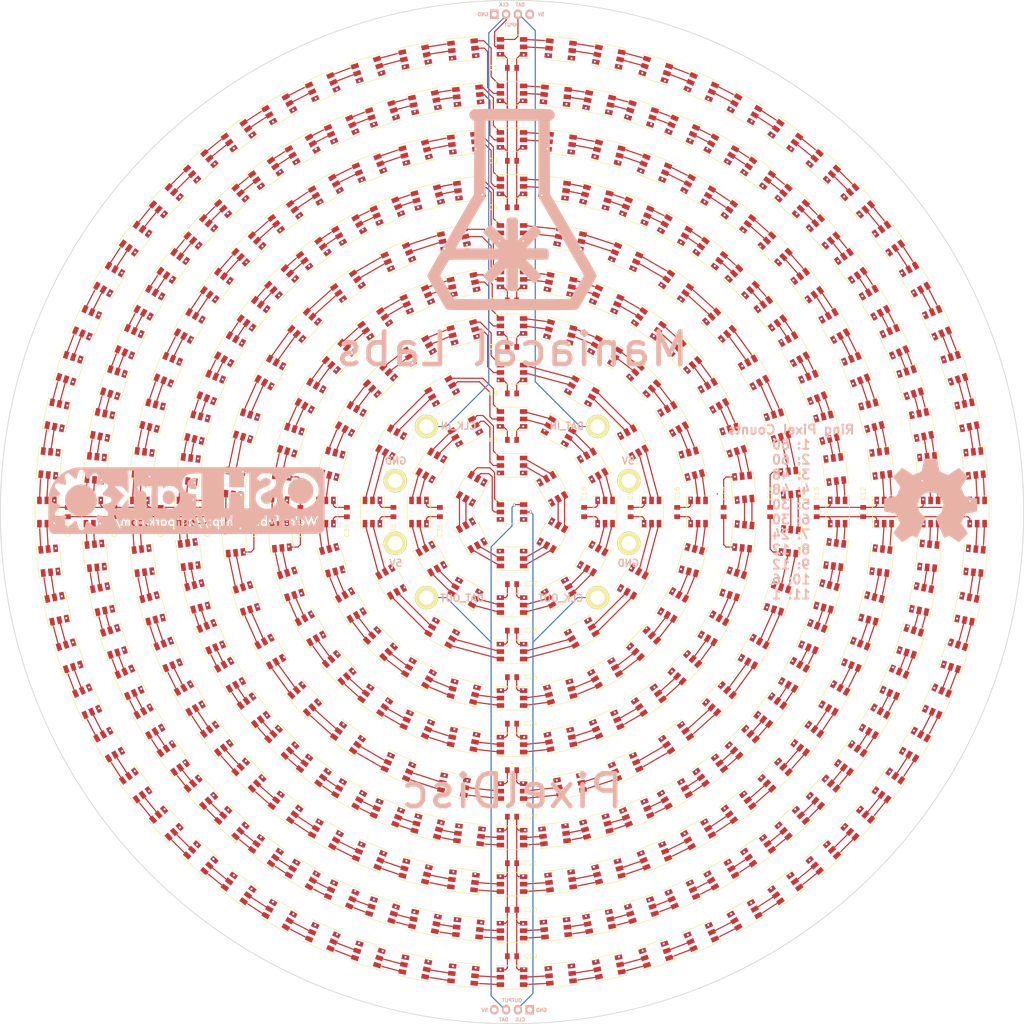
<source format=kicad_pcb>
(kicad_pcb (version 4) (host pcbnew 4.0.6-e0-6349~53~ubuntu16.04.1)
  (layers (0 F.Cu signal) (1 Gnd.Cu power) (2 Pwr.Cu power) (31 B.Cu signal) (34 B.Paste user) (35 F.Paste user) (36 B.SilkS user) (37 F.SilkS user) (38 B.Mask user) (39 F.Mask user) (44 Edge.Cuts user))
  (net 0 "")
  (net 1 VCC)
  (net 2 "Net-(D1-Pad5)")
  (net 3 "Net-(D1-Pad6)")
  (net 4 GND)
  (net 5 "Net-(D1-Pad2)")
  (net 6 "Net-(D1-Pad1)")
  (net 7 "Net-(D2-Pad5)")
  (net 8 "Net-(D2-Pad6)")
  (net 9 "Net-(D3-Pad5)")
  (net 10 "Net-(D3-Pad6)")
  (net 11 "Net-(D4-Pad5)")
  (net 12 "Net-(D4-Pad6)")
  (net 13 "Net-(D5-Pad5)")
  (net 14 "Net-(D5-Pad6)")
  (net 15 "Net-(D6-Pad5)")
  (net 16 "Net-(D6-Pad6)")
  (net 17 "Net-(D7-Pad5)")
  (net 18 "Net-(D7-Pad6)")
  (net 19 "Net-(D8-Pad5)")
  (net 20 "Net-(D8-Pad6)")
  (net 21 "Net-(D10-Pad2)")
  (net 22 "Net-(D10-Pad1)")
  (net 23 "Net-(D10-Pad5)")
  (net 24 "Net-(D10-Pad6)")
  (net 25 "Net-(D11-Pad5)")
  (net 26 "Net-(D11-Pad6)")
  (net 27 "Net-(D12-Pad5)")
  (net 28 "Net-(D12-Pad6)")
  (net 29 "Net-(D13-Pad5)")
  (net 30 "Net-(D13-Pad6)")
  (net 31 "Net-(D14-Pad5)")
  (net 32 "Net-(D14-Pad6)")
  (net 33 "Net-(D15-Pad5)")
  (net 34 "Net-(D15-Pad6)")
  (net 35 "Net-(D16-Pad5)")
  (net 36 "Net-(D16-Pad6)")
  (net 37 "Net-(D17-Pad5)")
  (net 38 "Net-(D17-Pad6)")
  (net 39 "Net-(D18-Pad5)")
  (net 40 "Net-(D18-Pad6)")
  (net 41 "Net-(D19-Pad5)")
  (net 42 "Net-(D19-Pad6)")
  (net 43 "Net-(D20-Pad5)")
  (net 44 "Net-(D20-Pad6)")
  (net 45 "Net-(D21-Pad5)")
  (net 46 "Net-(D21-Pad6)")
  (net 47 "Net-(D22-Pad5)")
  (net 48 "Net-(D22-Pad6)")
  (net 49 "Net-(D23-Pad5)")
  (net 50 "Net-(D23-Pad6)")
  (net 51 "Net-(D24-Pad5)")
  (net 52 "Net-(D24-Pad6)")
  (net 53 "Net-(D25-Pad5)")
  (net 54 "Net-(D25-Pad6)")
  (net 55 "Net-(D26-Pad5)")
  (net 56 "Net-(D26-Pad6)")
  (net 57 "Net-(D27-Pad5)")
  (net 58 "Net-(D27-Pad6)")
  (net 59 "Net-(D28-Pad5)")
  (net 60 "Net-(D28-Pad6)")
  (net 61 "Net-(D29-Pad5)")
  (net 62 "Net-(D29-Pad6)")
  (net 63 "Net-(D30-Pad5)")
  (net 64 "Net-(D30-Pad6)")
  (net 65 "Net-(D31-Pad5)")
  (net 66 "Net-(D31-Pad6)")
  (net 67 "Net-(D32-Pad5)")
  (net 68 "Net-(D32-Pad6)")
  (net 69 "Net-(D33-Pad5)")
  (net 70 "Net-(D33-Pad6)")
  (net 71 "Net-(D34-Pad5)")
  (net 72 "Net-(D34-Pad6)")
  (net 73 "Net-(D35-Pad5)")
  (net 74 "Net-(D35-Pad6)")
  (net 75 "Net-(D36-Pad5)")
  (net 76 "Net-(D36-Pad6)")
  (net 77 "Net-(D37-Pad5)")
  (net 78 "Net-(D37-Pad6)")
  (net 79 "Net-(D38-Pad5)")
  (net 80 "Net-(D38-Pad6)")
  (net 81 "Net-(D39-Pad5)")
  (net 82 "Net-(D39-Pad6)")
  (net 83 "Net-(D40-Pad5)")
  (net 84 "Net-(D40-Pad6)")
  (net 85 "Net-(D41-Pad5)")
  (net 86 "Net-(D41-Pad6)")
  (net 87 "Net-(D42-Pad5)")
  (net 88 "Net-(D42-Pad6)")
  (net 89 "Net-(D43-Pad5)")
  (net 90 "Net-(D43-Pad6)")
  (net 91 "Net-(D44-Pad5)")
  (net 92 "Net-(D44-Pad6)")
  (net 93 "Net-(D45-Pad5)")
  (net 94 "Net-(D45-Pad6)")
  (net 95 "Net-(D46-Pad5)")
  (net 96 "Net-(D46-Pad6)")
  (net 97 "Net-(D47-Pad5)")
  (net 98 "Net-(D47-Pad6)")
  (net 99 "Net-(D48-Pad5)")
  (net 100 "Net-(D48-Pad6)")
  (net 101 "Net-(D49-Pad5)")
  (net 102 "Net-(D49-Pad6)")
  (net 103 "Net-(D50-Pad5)")
  (net 104 "Net-(D50-Pad6)")
  (net 105 "Net-(D51-Pad5)")
  (net 106 "Net-(D51-Pad6)")
  (net 107 "Net-(D52-Pad5)")
  (net 108 "Net-(D52-Pad6)")
  (net 109 "Net-(D53-Pad5)")
  (net 110 "Net-(D53-Pad6)")
  (net 111 "Net-(D54-Pad5)")
  (net 112 "Net-(D54-Pad6)")
  (net 113 "Net-(D55-Pad5)")
  (net 114 "Net-(D55-Pad6)")
  (net 115 "Net-(D56-Pad5)")
  (net 116 "Net-(D56-Pad6)")
  (net 117 "Net-(D57-Pad5)")
  (net 118 "Net-(D57-Pad6)")
  (net 119 "Net-(D58-Pad5)")
  (net 120 "Net-(D58-Pad6)")
  (net 121 "Net-(D59-Pad5)")
  (net 122 "Net-(D59-Pad6)")
  (net 123 "Net-(D60-Pad5)")
  (net 124 "Net-(D60-Pad6)")
  (net 125 "Net-(D61-Pad5)")
  (net 126 "Net-(D61-Pad6)")
  (net 127 "Net-(D62-Pad5)")
  (net 128 "Net-(D62-Pad6)")
  (net 129 "Net-(D63-Pad5)")
  (net 130 "Net-(D63-Pad6)")
  (net 131 "Net-(D64-Pad5)")
  (net 132 "Net-(D64-Pad6)")
  (net 133 "Net-(D65-Pad5)")
  (net 134 "Net-(D65-Pad6)")
  (net 135 "Net-(D66-Pad5)")
  (net 136 "Net-(D66-Pad6)")
  (net 137 "Net-(D67-Pad5)")
  (net 138 "Net-(D67-Pad6)")
  (net 139 "Net-(D68-Pad5)")
  (net 140 "Net-(D68-Pad6)")
  (net 141 "Net-(D69-Pad5)")
  (net 142 "Net-(D69-Pad6)")
  (net 143 "Net-(D70-Pad5)")
  (net 144 "Net-(D70-Pad6)")
  (net 145 "Net-(D71-Pad5)")
  (net 146 "Net-(D71-Pad6)")
  (net 147 "Net-(D72-Pad5)")
  (net 148 "Net-(D72-Pad6)")
  (net 149 "Net-(D73-Pad5)")
  (net 150 "Net-(D73-Pad6)")
  (net 151 "Net-(D74-Pad5)")
  (net 152 "Net-(D74-Pad6)")
  (net 153 "Net-(D75-Pad5)")
  (net 154 "Net-(D75-Pad6)")
  (net 155 "Net-(D76-Pad5)")
  (net 156 "Net-(D76-Pad6)")
  (net 157 "Net-(D77-Pad5)")
  (net 158 "Net-(D77-Pad6)")
  (net 159 "Net-(D78-Pad5)")
  (net 160 "Net-(D78-Pad6)")
  (net 161 "Net-(D79-Pad5)")
  (net 162 "Net-(D79-Pad6)")
  (net 163 "Net-(D80-Pad5)")
  (net 164 "Net-(D80-Pad6)")
  (net 165 "Net-(D81-Pad5)")
  (net 166 "Net-(D81-Pad6)")
  (net 167 "Net-(D82-Pad5)")
  (net 168 "Net-(D82-Pad6)")
  (net 169 "Net-(D83-Pad5)")
  (net 170 "Net-(D83-Pad6)")
  (net 171 "Net-(D84-Pad5)")
  (net 172 "Net-(D84-Pad6)")
  (net 173 "Net-(D85-Pad5)")
  (net 174 "Net-(D85-Pad6)")
  (net 175 "Net-(D86-Pad5)")
  (net 176 "Net-(D86-Pad6)")
  (net 177 "Net-(D87-Pad5)")
  (net 178 "Net-(D87-Pad6)")
  (net 179 "Net-(D88-Pad5)")
  (net 180 "Net-(D88-Pad6)")
  (net 181 "Net-(D89-Pad5)")
  (net 182 "Net-(D89-Pad6)")
  (net 183 "Net-(D90-Pad5)")
  (net 184 "Net-(D90-Pad6)")
  (net 185 "Net-(D91-Pad5)")
  (net 186 "Net-(D91-Pad6)")
  (net 187 "Net-(D92-Pad5)")
  (net 188 "Net-(D92-Pad6)")
  (net 189 "Net-(D93-Pad5)")
  (net 190 "Net-(D93-Pad6)")
  (net 191 "Net-(D94-Pad5)")
  (net 192 "Net-(D94-Pad6)")
  (net 193 "Net-(D95-Pad5)")
  (net 194 "Net-(D95-Pad6)")
  (net 195 "Net-(D96-Pad5)")
  (net 196 "Net-(D96-Pad6)")
  (net 197 "Net-(D97-Pad5)")
  (net 198 "Net-(D97-Pad6)")
  (net 199 "Net-(D98-Pad5)")
  (net 200 "Net-(D98-Pad6)")
  (net 201 "Net-(D100-Pad2)")
  (net 202 "Net-(D100-Pad1)")
  (net 203 "Net-(D100-Pad5)")
  (net 204 "Net-(D100-Pad6)")
  (net 205 "Net-(D101-Pad5)")
  (net 206 "Net-(D101-Pad6)")
  (net 207 "Net-(D102-Pad5)")
  (net 208 "Net-(D102-Pad6)")
  (net 209 "Net-(D103-Pad5)")
  (net 210 "Net-(D103-Pad6)")
  (net 211 "Net-(D104-Pad5)")
  (net 212 "Net-(D104-Pad6)")
  (net 213 "Net-(D105-Pad5)")
  (net 214 "Net-(D105-Pad6)")
  (net 215 "Net-(D106-Pad5)")
  (net 216 "Net-(D106-Pad6)")
  (net 217 "Net-(D107-Pad5)")
  (net 218 "Net-(D107-Pad6)")
  (net 219 "Net-(D108-Pad5)")
  (net 220 "Net-(D108-Pad6)")
  (net 221 "Net-(D109-Pad5)")
  (net 222 "Net-(D109-Pad6)")
  (net 223 "Net-(D110-Pad5)")
  (net 224 "Net-(D110-Pad6)")
  (net 225 "Net-(D111-Pad5)")
  (net 226 "Net-(D111-Pad6)")
  (net 227 "Net-(D112-Pad5)")
  (net 228 "Net-(D112-Pad6)")
  (net 229 "Net-(D113-Pad5)")
  (net 230 "Net-(D113-Pad6)")
  (net 231 "Net-(D114-Pad5)")
  (net 232 "Net-(D114-Pad6)")
  (net 233 "Net-(D115-Pad5)")
  (net 234 "Net-(D115-Pad6)")
  (net 235 "Net-(D116-Pad5)")
  (net 236 "Net-(D116-Pad6)")
  (net 237 "Net-(D117-Pad5)")
  (net 238 "Net-(D117-Pad6)")
  (net 239 "Net-(D118-Pad5)")
  (net 240 "Net-(D118-Pad6)")
  (net 241 "Net-(D119-Pad5)")
  (net 242 "Net-(D119-Pad6)")
  (net 243 "Net-(D120-Pad5)")
  (net 244 "Net-(D120-Pad6)")
  (net 245 "Net-(D121-Pad5)")
  (net 246 "Net-(D121-Pad6)")
  (net 247 "Net-(D122-Pad5)")
  (net 248 "Net-(D122-Pad6)")
  (net 249 "Net-(D123-Pad5)")
  (net 250 "Net-(D123-Pad6)")
  (net 251 "Net-(D124-Pad5)")
  (net 252 "Net-(D124-Pad6)")
  (net 253 "Net-(D125-Pad5)")
  (net 254 "Net-(D125-Pad6)")
  (net 255 "Net-(D126-Pad5)")
  (net 256 "Net-(D126-Pad6)")
  (net 257 "Net-(D127-Pad5)")
  (net 258 "Net-(D127-Pad6)")
  (net 259 "Net-(D128-Pad5)")
  (net 260 "Net-(D128-Pad6)")
  (net 261 "Net-(D129-Pad5)")
  (net 262 "Net-(D129-Pad6)")
  (net 263 "Net-(D130-Pad5)")
  (net 264 "Net-(D130-Pad6)")
  (net 265 "Net-(D131-Pad5)")
  (net 266 "Net-(D131-Pad6)")
  (net 267 "Net-(D132-Pad5)")
  (net 268 "Net-(D132-Pad6)")
  (net 269 "Net-(D133-Pad5)")
  (net 270 "Net-(D133-Pad6)")
  (net 271 "Net-(D134-Pad5)")
  (net 272 "Net-(D134-Pad6)")
  (net 273 "Net-(D135-Pad5)")
  (net 274 "Net-(D135-Pad6)")
  (net 275 "Net-(D136-Pad5)")
  (net 276 "Net-(D136-Pad6)")
  (net 277 "Net-(D137-Pad5)")
  (net 278 "Net-(D137-Pad6)")
  (net 279 "Net-(D138-Pad5)")
  (net 280 "Net-(D138-Pad6)")
  (net 281 "Net-(D139-Pad5)")
  (net 282 "Net-(D139-Pad6)")
  (net 283 "Net-(D140-Pad5)")
  (net 284 "Net-(D140-Pad6)")
  (net 285 "Net-(D141-Pad5)")
  (net 286 "Net-(D141-Pad6)")
  (net 287 "Net-(D142-Pad5)")
  (net 288 "Net-(D142-Pad6)")
  (net 289 "Net-(D143-Pad5)")
  (net 290 "Net-(D143-Pad6)")
  (net 291 "Net-(D144-Pad5)")
  (net 292 "Net-(D144-Pad6)")
  (net 293 "Net-(D145-Pad5)")
  (net 294 "Net-(D145-Pad6)")
  (net 295 "Net-(D146-Pad5)")
  (net 296 "Net-(D146-Pad6)")
  (net 297 "Net-(D147-Pad5)")
  (net 298 "Net-(D147-Pad6)")
  (net 299 "Net-(D148-Pad5)")
  (net 300 "Net-(D148-Pad6)")
  (net 301 "Net-(D149-Pad5)")
  (net 302 "Net-(D149-Pad6)")
  (net 303 "Net-(D150-Pad5)")
  (net 304 "Net-(D150-Pad6)")
  (net 305 "Net-(D151-Pad5)")
  (net 306 "Net-(D151-Pad6)")
  (net 307 "Net-(D152-Pad5)")
  (net 308 "Net-(D152-Pad6)")
  (net 309 "Net-(D153-Pad5)")
  (net 310 "Net-(D153-Pad6)")
  (net 311 "Net-(D154-Pad5)")
  (net 312 "Net-(D154-Pad6)")
  (net 313 "Net-(D155-Pad5)")
  (net 314 "Net-(D155-Pad6)")
  (net 315 "Net-(D156-Pad5)")
  (net 316 "Net-(D156-Pad6)")
  (net 317 "Net-(D157-Pad5)")
  (net 318 "Net-(D157-Pad6)")
  (net 319 "Net-(D158-Pad5)")
  (net 320 "Net-(D158-Pad6)")
  (net 321 "Net-(D159-Pad5)")
  (net 322 "Net-(D159-Pad6)")
  (net 323 "Net-(D160-Pad5)")
  (net 324 "Net-(D160-Pad6)")
  (net 325 "Net-(D161-Pad5)")
  (net 326 "Net-(D161-Pad6)")
  (net 327 "Net-(D162-Pad5)")
  (net 328 "Net-(D162-Pad6)")
  (net 329 "Net-(D163-Pad5)")
  (net 330 "Net-(D163-Pad6)")
  (net 331 "Net-(D164-Pad5)")
  (net 332 "Net-(D164-Pad6)")
  (net 333 "Net-(D165-Pad5)")
  (net 334 "Net-(D165-Pad6)")
  (net 335 "Net-(D166-Pad5)")
  (net 336 "Net-(D166-Pad6)")
  (net 337 "Net-(D167-Pad5)")
  (net 338 "Net-(D167-Pad6)")
  (net 339 "Net-(D168-Pad5)")
  (net 340 "Net-(D168-Pad6)")
  (net 341 "Net-(D169-Pad5)")
  (net 342 "Net-(D169-Pad6)")
  (net 343 "Net-(D170-Pad5)")
  (net 344 "Net-(D170-Pad6)")
  (net 345 "Net-(D171-Pad5)")
  (net 346 "Net-(D171-Pad6)")
  (net 347 "Net-(D172-Pad5)")
  (net 348 "Net-(D172-Pad6)")
  (net 349 "Net-(D173-Pad5)")
  (net 350 "Net-(D173-Pad6)")
  (net 351 "Net-(D174-Pad5)")
  (net 352 "Net-(D174-Pad6)")
  (net 353 "Net-(D175-Pad5)")
  (net 354 "Net-(D175-Pad6)")
  (net 355 "Net-(D176-Pad5)")
  (net 356 "Net-(D176-Pad6)")
  (net 357 "Net-(D177-Pad5)")
  (net 358 "Net-(D177-Pad6)")
  (net 359 "Net-(D178-Pad5)")
  (net 360 "Net-(D178-Pad6)")
  (net 361 "Net-(D179-Pad5)")
  (net 362 "Net-(D179-Pad6)")
  (net 363 "Net-(D180-Pad5)")
  (net 364 "Net-(D180-Pad6)")
  (net 365 "Net-(D181-Pad5)")
  (net 366 "Net-(D181-Pad6)")
  (net 367 "Net-(D182-Pad5)")
  (net 368 "Net-(D182-Pad6)")
  (net 369 "Net-(D183-Pad5)")
  (net 370 "Net-(D183-Pad6)")
  (net 371 "Net-(D184-Pad5)")
  (net 372 "Net-(D184-Pad6)")
  (net 373 "Net-(D185-Pad5)")
  (net 374 "Net-(D185-Pad6)")
  (net 375 "Net-(D186-Pad5)")
  (net 376 "Net-(D186-Pad6)")
  (net 377 "Net-(D187-Pad5)")
  (net 378 "Net-(D187-Pad6)")
  (net 379 "Net-(D188-Pad5)")
  (net 380 "Net-(D188-Pad6)")
  (net 381 "Net-(D189-Pad5)")
  (net 382 "Net-(D189-Pad6)")
  (net 383 "Net-(D190-Pad5)")
  (net 384 "Net-(D190-Pad6)")
  (net 385 "Net-(D191-Pad5)")
  (net 386 "Net-(D191-Pad6)")
  (net 387 "Net-(D192-Pad5)")
  (net 388 "Net-(D192-Pad6)")
  (net 389 "Net-(D193-Pad5)")
  (net 390 "Net-(D193-Pad6)")
  (net 391 "Net-(D194-Pad5)")
  (net 392 "Net-(D194-Pad6)")
  (net 393 "Net-(D195-Pad5)")
  (net 394 "Net-(D195-Pad6)")
  (net 395 "Net-(D196-Pad5)")
  (net 396 "Net-(D196-Pad6)")
  (net 397 "Net-(D197-Pad5)")
  (net 398 "Net-(D197-Pad6)")
  (net 399 "Net-(D198-Pad5)")
  (net 400 "Net-(D198-Pad6)")
  (net 401 "Net-(D199-Pad5)")
  (net 402 "Net-(D199-Pad6)")
  (net 403 "Net-(D200-Pad5)")
  (net 404 "Net-(D200-Pad6)")
  (net 405 "Net-(D201-Pad5)")
  (net 406 "Net-(D201-Pad6)")
  (net 407 "Net-(D202-Pad5)")
  (net 408 "Net-(D202-Pad6)")
  (net 409 "Net-(D203-Pad5)")
  (net 410 "Net-(D203-Pad6)")
  (net 411 "Net-(D204-Pad5)")
  (net 412 "Net-(D204-Pad6)")
  (net 413 "Net-(D205-Pad5)")
  (net 414 "Net-(D205-Pad6)")
  (net 415 "Net-(D206-Pad5)")
  (net 416 "Net-(D206-Pad6)")
  (net 417 "Net-(D207-Pad5)")
  (net 418 "Net-(D207-Pad6)")
  (net 419 "Net-(D208-Pad5)")
  (net 420 "Net-(D208-Pad6)")
  (net 421 "Net-(D209-Pad5)")
  (net 422 "Net-(D209-Pad6)")
  (net 423 "Net-(D210-Pad5)")
  (net 424 "Net-(D210-Pad6)")
  (net 425 "Net-(D211-Pad5)")
  (net 426 "Net-(D211-Pad6)")
  (net 427 "Net-(D212-Pad5)")
  (net 428 "Net-(D212-Pad6)")
  (net 429 "Net-(D213-Pad5)")
  (net 430 "Net-(D213-Pad6)")
  (net 431 "Net-(D214-Pad5)")
  (net 432 "Net-(D214-Pad6)")
  (net 433 "Net-(D215-Pad5)")
  (net 434 "Net-(D215-Pad6)")
  (net 435 "Net-(D216-Pad5)")
  (net 436 "Net-(D216-Pad6)")
  (net 437 "Net-(D217-Pad5)")
  (net 438 "Net-(D217-Pad6)")
  (net 439 "Net-(D218-Pad5)")
  (net 440 "Net-(D218-Pad6)")
  (net 441 "Net-(D219-Pad5)")
  (net 442 "Net-(D219-Pad6)")
  (net 443 "Net-(D220-Pad5)")
  (net 444 "Net-(D220-Pad6)")
  (net 445 "Net-(D221-Pad5)")
  (net 446 "Net-(D221-Pad6)")
  (net 447 "Net-(D222-Pad5)")
  (net 448 "Net-(D222-Pad6)")
  (net 449 "Net-(D223-Pad5)")
  (net 450 "Net-(D223-Pad6)")
  (net 451 "Net-(D224-Pad5)")
  (net 452 "Net-(D224-Pad6)")
  (net 453 "Net-(D225-Pad5)")
  (net 454 "Net-(D225-Pad6)")
  (net 455 "Net-(D226-Pad5)")
  (net 456 "Net-(D226-Pad6)")
  (net 457 "Net-(D227-Pad5)")
  (net 458 "Net-(D227-Pad6)")
  (net 459 "Net-(D228-Pad5)")
  (net 460 "Net-(D228-Pad6)")
  (net 461 "Net-(D229-Pad5)")
  (net 462 "Net-(D229-Pad6)")
  (net 463 "Net-(D230-Pad5)")
  (net 464 "Net-(D230-Pad6)")
  (net 465 "Net-(D231-Pad5)")
  (net 466 "Net-(D231-Pad6)")
  (net 467 "Net-(D232-Pad5)")
  (net 468 "Net-(D232-Pad6)")
  (net 469 "Net-(D233-Pad5)")
  (net 470 "Net-(D233-Pad6)")
  (net 471 "Net-(D234-Pad5)")
  (net 472 "Net-(D234-Pad6)")
  (net 473 "Net-(D235-Pad5)")
  (net 474 "Net-(D235-Pad6)")
  (net 475 "Net-(D236-Pad5)")
  (net 476 "Net-(D236-Pad6)")
  (net 477 "Net-(D237-Pad5)")
  (net 478 "Net-(D237-Pad6)")
  (net 479 "Net-(D238-Pad5)")
  (net 480 "Net-(D238-Pad6)")
  (net 481 "Net-(D239-Pad5)")
  (net 482 "Net-(D239-Pad6)")
  (net 483 "Net-(D240-Pad5)")
  (net 484 "Net-(D240-Pad6)")
  (net 485 "Net-(D241-Pad5)")
  (net 486 "Net-(D241-Pad6)")
  (net 487 "Net-(D242-Pad5)")
  (net 488 "Net-(D242-Pad6)")
  (net 489 "Net-(D243-Pad5)")
  (net 490 "Net-(D243-Pad6)")
  (net 491 "Net-(D244-Pad5)")
  (net 492 "Net-(D244-Pad6)")
  (net 493 "Net-(D245-Pad5)")
  (net 494 "Net-(D245-Pad6)")
  (net 495 "Net-(D246-Pad5)")
  (net 496 "Net-(D246-Pad6)")
  (net 497 "Net-(D247-Pad5)")
  (net 498 "Net-(D247-Pad6)")
  (net 499 "Net-(D248-Pad5)")
  (net 500 "Net-(D248-Pad6)")
  (net 501 "Net-(D249-Pad5)")
  (net 502 "Net-(D249-Pad6)")
  (net 503 "Net-(D250-Pad5)")
  (net 504 "Net-(D250-Pad6)")
  (net 505 "Net-(D251-Pad5)")
  (net 506 "Net-(D251-Pad6)")
  (net 507 "Net-(D252-Pad5)")
  (net 508 "Net-(D252-Pad6)")
  (net 509 "Net-(D253-Pad5)")
  (net 510 "Net-(D253-Pad6)")
  (net 511 "Net-(D254-Pad5)")
  (net 512 "Net-(D254-Pad6)")
  (net 513 "Net-(D255-Pad5)")
  (net 514 "Net-(D255-Pad6)")
  (net 515 "Net-(D256-Pad5)")
  (net 516 "Net-(D256-Pad6)")
  (net 517 "Net-(D257-Pad5)")
  (net 518 "Net-(D257-Pad6)")
  (net 519 "Net-(D258-Pad5)")
  (net 520 "Net-(D258-Pad6)")
  (net 521 "Net-(D259-Pad5)")
  (net 522 "Net-(D259-Pad6)")
  (net 523 "Net-(D260-Pad5)")
  (net 524 "Net-(D260-Pad6)")
  (net 525 "Net-(D261-Pad5)")
  (net 526 "Net-(D261-Pad6)")
  (net 527 "Net-(D262-Pad5)")
  (net 528 "Net-(D262-Pad6)")
  (net 529 "Net-(D263-Pad5)")
  (net 530 "Net-(D263-Pad6)")
  (net 531 "Net-(D264-Pad5)")
  (net 532 "Net-(D264-Pad6)")
  (net 533 "Net-(D265-Pad5)")
  (net 534 "Net-(D265-Pad6)")
  (net 535 "Net-(D266-Pad5)")
  (net 536 "Net-(D266-Pad6)")
  (net 537 "Net-(D267-Pad5)")
  (net 538 "Net-(D267-Pad6)")
  (net 539 "Net-(D268-Pad5)")
  (net 540 "Net-(D268-Pad6)")
  (net 541 "Net-(D269-Pad5)")
  (net 542 "Net-(D269-Pad6)")
  (net 543 "Net-(D270-Pad5)")
  (net 544 "Net-(D270-Pad6)")
  (net 545 "Net-(D271-Pad5)")
  (net 546 "Net-(D271-Pad6)")
  (net 547 "Net-(D272-Pad5)")
  (net 548 "Net-(D272-Pad6)")
  (net 549 "Net-(D273-Pad5)")
  (net 550 "Net-(D273-Pad6)")
  (net 551 "Net-(D274-Pad5)")
  (net 552 "Net-(D274-Pad6)")
  (net 553 "Net-(D275-Pad5)")
  (net 554 "Net-(D275-Pad6)")
  (net 555 "Net-(D276-Pad5)")
  (net 556 "Net-(D276-Pad6)")
  (net 557 "Net-(D277-Pad5)")
  (net 558 "Net-(D277-Pad6)")
  (net 559 "Net-(D278-Pad5)")
  (net 560 "Net-(D278-Pad6)")
  (net 561 "Net-(D279-Pad5)")
  (net 562 "Net-(D279-Pad6)")
  (net 563 "Net-(D280-Pad5)")
  (net 564 "Net-(D280-Pad6)")
  (net 565 "Net-(D281-Pad5)")
  (net 566 "Net-(D281-Pad6)")
  (net 567 "Net-(D282-Pad5)")
  (net 568 "Net-(D282-Pad6)")
  (net 569 "Net-(D283-Pad5)")
  (net 570 "Net-(D283-Pad6)")
  (net 571 "Net-(D284-Pad5)")
  (net 572 "Net-(D284-Pad6)")
  (net 573 "Net-(D285-Pad5)")
  (net 574 "Net-(D285-Pad6)")
  (net 575 "Net-(D286-Pad5)")
  (net 576 "Net-(D286-Pad6)")
  (net 577 "Net-(D287-Pad5)")
  (net 578 "Net-(D287-Pad6)")
  (net 579 "Net-(D288-Pad5)")
  (net 580 "Net-(D288-Pad6)")
  (net 581 "Net-(D289-Pad5)")
  (net 582 "Net-(D289-Pad6)")
  (net 583 "Net-(D290-Pad5)")
  (net 584 "Net-(D290-Pad6)")
  (net 585 "Net-(D291-Pad5)")
  (net 586 "Net-(D291-Pad6)")
  (net 587 "Net-(D292-Pad5)")
  (net 588 "Net-(D292-Pad6)")
  (net 589 "Net-(D293-Pad5)")
  (net 590 "Net-(D293-Pad6)")
  (net 591 "Net-(D294-Pad5)")
  (net 592 "Net-(D294-Pad6)")
  (net 593 "Net-(D295-Pad5)")
  (net 594 "Net-(D295-Pad6)")
  (net 595 "Net-(D296-Pad5)")
  (net 596 "Net-(D296-Pad6)")
  (net 597 "Net-(D297-Pad5)")
  (net 598 "Net-(D297-Pad6)")
  (net 599 "Net-(D298-Pad5)")
  (net 600 "Net-(D298-Pad6)")
  (net 601 "Net-(D299-Pad5)")
  (net 602 "Net-(D299-Pad6)")
  (net 603 "Net-(D300-Pad5)")
  (net 604 "Net-(D300-Pad6)")
  (net 605 "Net-(D301-Pad5)")
  (net 606 "Net-(D301-Pad6)")
  (net 607 "Net-(D302-Pad5)")
  (net 608 "Net-(D302-Pad6)")
  (net 609 "Net-(D303-Pad5)")
  (net 610 "Net-(D303-Pad6)")
  (net 611 "Net-(D304-Pad5)")
  (net 612 "Net-(D304-Pad6)")
  (net 613 "Net-(D305-Pad5)")
  (net 614 "Net-(D305-Pad6)")
  (net 615 "Net-(D306-Pad5)")
  (net 616 "Net-(D306-Pad6)")
  (net 617 "Net-(D307-Pad5)")
  (net 618 "Net-(D307-Pad6)")
  (net 619 "Net-(D308-Pad5)")
  (net 620 "Net-(D308-Pad6)")
  (net 621 "Net-(D309-Pad5)")
  (net 622 "Net-(D309-Pad6)")
  (net 623 "Net-(D310-Pad5)")
  (net 624 "Net-(D310-Pad6)")
  (net 625 "Net-(D311-Pad5)")
  (net 626 "Net-(D311-Pad6)")
  (net 627 "Net-(D312-Pad5)")
  (net 628 "Net-(D312-Pad6)")
  (net 629 "Net-(D313-Pad5)")
  (net 630 "Net-(D313-Pad6)")
  (net 631 "Net-(D314-Pad5)")
  (net 632 "Net-(D314-Pad6)")
  (net 633 "Net-(D315-Pad5)")
  (net 634 "Net-(D315-Pad6)")
  (net 635 "Net-(D316-Pad5)")
  (net 636 "Net-(D316-Pad6)")
  (net 637 "Net-(D317-Pad5)")
  (net 638 "Net-(D317-Pad6)")
  (net 639 "Net-(D318-Pad5)")
  (net 640 "Net-(D318-Pad6)")
  (net 641 "Net-(D319-Pad5)")
  (net 642 "Net-(D319-Pad6)")
  (net 643 "Net-(D320-Pad5)")
  (net 644 "Net-(D320-Pad6)")
  (net 645 "Net-(D321-Pad5)")
  (net 646 "Net-(D321-Pad6)")
  (net 647 "Net-(D322-Pad5)")
  (net 648 "Net-(D322-Pad6)")
  (net 649 "Net-(D323-Pad5)")
  (net 650 "Net-(D323-Pad6)")
  (net 651 "Net-(D324-Pad5)")
  (net 652 "Net-(D324-Pad6)")
  (net 653 "Net-(D325-Pad5)")
  (net 654 "Net-(D325-Pad6)")
  (net 655 "Net-(D326-Pad5)")
  (net 656 "Net-(D326-Pad6)")
  (net 657 "Net-(D327-Pad5)")
  (net 658 "Net-(D327-Pad6)")
  (net 659 "Net-(D328-Pad5)")
  (net 660 "Net-(D328-Pad6)")
  (net 661 "Net-(D329-Pad5)")
  (net 662 "Net-(D329-Pad6)")
  (net 663 "Net-(D330-Pad5)")
  (net 664 "Net-(D330-Pad6)")
  (net 665 "Net-(D331-Pad5)")
  (net 666 "Net-(D331-Pad6)")
  (module Capacitors_SMD:C_0805 (layer F.Cu) (at 315.5 200 90)
    (fp_text reference C18 (at 4 0 90) (layer F.SilkS))
    (fp_text value 10uF hide)
    (pad 1 smd rect (at -1 0 90) (size 1 1.25) (layers F.Cu F.Paste F.Mask) (net 1 VCC))
    (pad 2 smd rect (at 1 0 90) (size 1 1.25) (layers F.Cu F.Paste F.Mask) (net 4 GND))
  )
  (module Capacitors_SMD:C_0805 (layer F.Cu) (at 300 215.5)
    (fp_text reference C27 (at 4 0) (layer F.SilkS))
    (fp_text value 10uF hide)
    (pad 1 smd rect (at -1 0) (size 1 1.25) (layers F.Cu F.Paste F.Mask) (net 1 VCC))
    (pad 2 smd rect (at 1 0) (size 1 1.25) (layers F.Cu F.Paste F.Mask) (net 4 GND))
  )
  (module Capacitors_SMD:C_0805 (layer F.Cu) (at 284.5 200 270)
    (fp_text reference C36 (at 4 0 270) (layer F.SilkS))
    (fp_text value 10uF hide)
    (pad 1 smd rect (at -1 0 270) (size 1 1.25) (layers F.Cu F.Paste F.Mask) (net 1 VCC))
    (pad 2 smd rect (at 1 0 270) (size 1 1.25) (layers F.Cu F.Paste F.Mask) (net 4 GND))
  )
  (module Capacitors_SMD:C_0805 (layer F.Cu) (at 325.5 200 90)
    (fp_text reference C17 (at 4 0 90) (layer F.SilkS))
    (fp_text value 10uF hide)
    (pad 1 smd rect (at -1 0 90) (size 1 1.25) (layers F.Cu F.Paste F.Mask) (net 1 VCC))
    (pad 2 smd rect (at 1 0 90) (size 1 1.25) (layers F.Cu F.Paste F.Mask) (net 4 GND))
  )
  (module Capacitors_SMD:C_0805 (layer F.Cu) (at 300 225.5)
    (fp_text reference C26 (at 4 0) (layer F.SilkS))
    (fp_text value 10uF hide)
    (pad 1 smd rect (at -1 0) (size 1 1.25) (layers F.Cu F.Paste F.Mask) (net 1 VCC))
    (pad 2 smd rect (at 1 0) (size 1 1.25) (layers F.Cu F.Paste F.Mask) (net 4 GND))
  )
  (module Capacitors_SMD:C_0805 (layer F.Cu) (at 274.5 200 270)
    (fp_text reference C35 (at 4 0 270) (layer F.SilkS))
    (fp_text value 10uF hide)
    (pad 1 smd rect (at -1 0 270) (size 1 1.25) (layers F.Cu F.Paste F.Mask) (net 1 VCC))
    (pad 2 smd rect (at 1 0 270) (size 1 1.25) (layers F.Cu F.Paste F.Mask) (net 4 GND))
  )
  (module Capacitors_SMD:C_0805 (layer F.Cu) (at 335.5 200 90)
    (fp_text reference C16 (at 4 0 90) (layer F.SilkS))
    (fp_text value 10uF hide)
    (pad 1 smd rect (at -1 0 90) (size 1 1.25) (layers F.Cu F.Paste F.Mask) (net 1 VCC))
    (pad 2 smd rect (at 1 0 90) (size 1 1.25) (layers F.Cu F.Paste F.Mask) (net 4 GND))
  )
  (module Capacitors_SMD:C_0805 (layer F.Cu) (at 300 235.5)
    (fp_text reference C25 (at 4 0) (layer F.SilkS))
    (fp_text value 10uF hide)
    (pad 1 smd rect (at -1 0) (size 1 1.25) (layers F.Cu F.Paste F.Mask) (net 1 VCC))
    (pad 2 smd rect (at 1 0) (size 1 1.25) (layers F.Cu F.Paste F.Mask) (net 4 GND))
  )
  (module Capacitors_SMD:C_0805 (layer F.Cu) (at 264.5 200 270)
    (fp_text reference C34 (at 4 0 270) (layer F.SilkS))
    (fp_text value 10uF hide)
    (pad 1 smd rect (at -1 0 270) (size 1 1.25) (layers F.Cu F.Paste F.Mask) (net 1 VCC))
    (pad 2 smd rect (at 1 0 270) (size 1 1.25) (layers F.Cu F.Paste F.Mask) (net 4 GND))
  )
  (module Capacitors_SMD:C_0805 (layer F.Cu) (at 345.5 200 90)
    (fp_text reference C15 (at 4 0 90) (layer F.SilkS))
    (fp_text value 10uF hide)
    (pad 1 smd rect (at -1 0 90) (size 1 1.25) (layers F.Cu F.Paste F.Mask) (net 1 VCC))
    (pad 2 smd rect (at 1 0 90) (size 1 1.25) (layers F.Cu F.Paste F.Mask) (net 4 GND))
  )
  (module Capacitors_SMD:C_0805 (layer F.Cu) (at 300 245.5)
    (fp_text reference C24 (at 4 0) (layer F.SilkS))
    (fp_text value 10uF hide)
    (pad 1 smd rect (at -1 0) (size 1 1.25) (layers F.Cu F.Paste F.Mask) (net 1 VCC))
    (pad 2 smd rect (at 1 0) (size 1 1.25) (layers F.Cu F.Paste F.Mask) (net 4 GND))
  )
  (module Capacitors_SMD:C_0805 (layer F.Cu) (at 254.5 200 270)
    (fp_text reference C33 (at 4 0 270) (layer F.SilkS))
    (fp_text value 10uF hide)
    (pad 1 smd rect (at -1 0 270) (size 1 1.25) (layers F.Cu F.Paste F.Mask) (net 1 VCC))
    (pad 2 smd rect (at 1 0 270) (size 1 1.25) (layers F.Cu F.Paste F.Mask) (net 4 GND))
  )
  (module Capacitors_SMD:C_0805 (layer F.Cu) (at 355.5 200 90)
    (fp_text reference C14 (at 4 0 90) (layer F.SilkS))
    (fp_text value 10uF hide)
    (pad 1 smd rect (at -1 0 90) (size 1 1.25) (layers F.Cu F.Paste F.Mask) (net 1 VCC))
    (pad 2 smd rect (at 1 0 90) (size 1 1.25) (layers F.Cu F.Paste F.Mask) (net 4 GND))
  )
  (module Capacitors_SMD:C_0805 (layer F.Cu) (at 300 255.5)
    (fp_text reference C23 (at 4 0) (layer F.SilkS))
    (fp_text value 10uF hide)
    (pad 1 smd rect (at -1 0) (size 1 1.25) (layers F.Cu F.Paste F.Mask) (net 1 VCC))
    (pad 2 smd rect (at 1 0) (size 1 1.25) (layers F.Cu F.Paste F.Mask) (net 4 GND))
  )
  (module Capacitors_SMD:C_0805 (layer F.Cu) (at 244.5 200 270)
    (fp_text reference C32 (at 4 0 270) (layer F.SilkS))
    (fp_text value 10uF hide)
    (pad 1 smd rect (at -1 0 270) (size 1 1.25) (layers F.Cu F.Paste F.Mask) (net 1 VCC))
    (pad 2 smd rect (at 1 0 270) (size 1 1.25) (layers F.Cu F.Paste F.Mask) (net 4 GND))
  )
  (module Capacitors_SMD:C_0805 (layer F.Cu) (at 365.5 200 90)
    (fp_text reference C13 (at 4 0 90) (layer F.SilkS))
    (fp_text value 10uF hide)
    (pad 1 smd rect (at -1 0 90) (size 1 1.25) (layers F.Cu F.Paste F.Mask) (net 1 VCC))
    (pad 2 smd rect (at 1 0 90) (size 1 1.25) (layers F.Cu F.Paste F.Mask) (net 4 GND))
  )
  (module Capacitors_SMD:C_0805 (layer F.Cu) (at 300 265.5)
    (fp_text reference C22 (at 4 0) (layer F.SilkS))
    (fp_text value 10uF hide)
    (pad 1 smd rect (at -1 0) (size 1 1.25) (layers F.Cu F.Paste F.Mask) (net 1 VCC))
    (pad 2 smd rect (at 1 0) (size 1 1.25) (layers F.Cu F.Paste F.Mask) (net 4 GND))
  )
  (module Capacitors_SMD:C_0805 (layer F.Cu) (at 234.5 200 270)
    (fp_text reference C31 (at 4 0 270) (layer F.SilkS))
    (fp_text value 10uF hide)
    (pad 1 smd rect (at -1 0 270) (size 1 1.25) (layers F.Cu F.Paste F.Mask) (net 1 VCC))
    (pad 2 smd rect (at 1 0 270) (size 1 1.25) (layers F.Cu F.Paste F.Mask) (net 4 GND))
  )
  (module Capacitors_SMD:C_0805 (layer F.Cu) (at 375.5 200 90)
    (fp_text reference C12 (at 4 0 90) (layer F.SilkS))
    (fp_text value 10uF hide)
    (pad 1 smd rect (at -1 0 90) (size 1 1.25) (layers F.Cu F.Paste F.Mask) (net 1 VCC))
    (pad 2 smd rect (at 1 0 90) (size 1 1.25) (layers F.Cu F.Paste F.Mask) (net 4 GND))
  )
  (module Capacitors_SMD:C_0805 (layer F.Cu) (at 300 275.5)
    (fp_text reference C21 (at 4 0) (layer F.SilkS))
    (fp_text value 10uF hide)
    (pad 1 smd rect (at -1 0) (size 1 1.25) (layers F.Cu F.Paste F.Mask) (net 1 VCC))
    (pad 2 smd rect (at 1 0) (size 1 1.25) (layers F.Cu F.Paste F.Mask) (net 4 GND))
  )
  (module Capacitors_SMD:C_0805 (layer F.Cu) (at 224.5 200 270)
    (fp_text reference C30 (at 4 0 270) (layer F.SilkS))
    (fp_text value 10uF hide)
    (pad 1 smd rect (at -1 0 270) (size 1 1.25) (layers F.Cu F.Paste F.Mask) (net 1 VCC))
    (pad 2 smd rect (at 1 0 270) (size 1 1.25) (layers F.Cu F.Paste F.Mask) (net 4 GND))
  )
  (module Capacitors_SMD:C_0805 (layer F.Cu) (at 385.5 200 90)
    (fp_text reference C11 (at 4 0 90) (layer F.SilkS))
    (fp_text value 10uF hide)
    (pad 1 smd rect (at -1 0 90) (size 1 1.25) (layers F.Cu F.Paste F.Mask) (net 1 VCC))
    (pad 2 smd rect (at 1 0 90) (size 1 1.25) (layers F.Cu F.Paste F.Mask) (net 4 GND))
  )
  (module Capacitors_SMD:C_0805 (layer F.Cu) (at 300 285.5)
    (fp_text reference C20 (at 4 0) (layer F.SilkS))
    (fp_text value 10uF hide)
    (pad 1 smd rect (at -1 0) (size 1 1.25) (layers F.Cu F.Paste F.Mask) (net 1 VCC))
    (pad 2 smd rect (at 1 0) (size 1 1.25) (layers F.Cu F.Paste F.Mask) (net 4 GND))
  )
  (module Capacitors_SMD:C_0805 (layer F.Cu) (at 214.5 200 270)
    (fp_text reference C29 (at 4 0 270) (layer F.SilkS))
    (fp_text value 10uF hide)
    (pad 1 smd rect (at -1 0 270) (size 1 1.25) (layers F.Cu F.Paste F.Mask) (net 1 VCC))
    (pad 2 smd rect (at 1 0 270) (size 1 1.25) (layers F.Cu F.Paste F.Mask) (net 4 GND))
  )
  (module Capacitors_SMD:C_0805 (layer F.Cu) (at 395.5 200 90)
    (fp_text reference C10 (at 4 0 90) (layer F.SilkS))
    (fp_text value 10uF hide)
    (pad 1 smd rect (at -1 0 90) (size 1 1.25) (layers F.Cu F.Paste F.Mask) (net 1 VCC))
    (pad 2 smd rect (at 1 0 90) (size 1 1.25) (layers F.Cu F.Paste F.Mask) (net 4 GND))
  )
  (module Capacitors_SMD:C_0805 (layer F.Cu) (at 300 295.5)
    (fp_text reference C19 (at 4 0) (layer F.SilkS))
    (fp_text value 10uF hide)
    (pad 1 smd rect (at -1 0) (size 1 1.25) (layers F.Cu F.Paste F.Mask) (net 1 VCC))
    (pad 2 smd rect (at 1 0) (size 1 1.25) (layers F.Cu F.Paste F.Mask) (net 4 GND))
  )
  (module Capacitors_SMD:C_0805 (layer F.Cu) (at 204.5 200 270)
    (fp_text reference C28 (at 4 0 270) (layer F.SilkS))
    (fp_text value 10uF hide)
    (pad 1 smd rect (at -1 0 270) (size 1 1.25) (layers F.Cu F.Paste F.Mask) (net 1 VCC))
    (pad 2 smd rect (at 1 0 270) (size 1 1.25) (layers F.Cu F.Paste F.Mask) (net 4 GND))
  )
  (module Capacitors_SMD:C_0805 (layer F.Cu) (at 300 184.5 180)
    (fp_text reference C9 (at 4 0 180) (layer F.SilkS))
    (fp_text value 10uF hide)
    (pad 1 smd rect (at -1 0 180) (size 1 1.25) (layers F.Cu F.Paste F.Mask) (net 1 VCC))
    (pad 2 smd rect (at 1 0 180) (size 1 1.25) (layers F.Cu F.Paste F.Mask) (net 4 GND))
  )
  (module Capacitors_SMD:C_0805 (layer F.Cu) (at 300 174.5 180)
    (fp_text reference C8 (at 4 0 180) (layer F.SilkS))
    (fp_text value 10uF hide)
    (pad 1 smd rect (at -1 0 180) (size 1 1.25) (layers F.Cu F.Paste F.Mask) (net 1 VCC))
    (pad 2 smd rect (at 1 0 180) (size 1 1.25) (layers F.Cu F.Paste F.Mask) (net 4 GND))
  )
  (module Capacitors_SMD:C_0805 (layer F.Cu) (at 300 164.5 180)
    (fp_text reference C7 (at 4 0 180) (layer F.SilkS))
    (fp_text value 10uF hide)
    (pad 1 smd rect (at -1 0 180) (size 1 1.25) (layers F.Cu F.Paste F.Mask) (net 1 VCC))
    (pad 2 smd rect (at 1 0 180) (size 1 1.25) (layers F.Cu F.Paste F.Mask) (net 4 GND))
  )
  (module Capacitors_SMD:C_0805 (layer F.Cu) (at 300 154.5 180)
    (fp_text reference C6 (at 4 0 180) (layer F.SilkS))
    (fp_text value 10uF hide)
    (pad 1 smd rect (at -1 0 180) (size 1 1.25) (layers F.Cu F.Paste F.Mask) (net 1 VCC))
    (pad 2 smd rect (at 1 0 180) (size 1 1.25) (layers F.Cu F.Paste F.Mask) (net 4 GND))
  )
  (module Capacitors_SMD:C_0805 (layer F.Cu) (at 300 144.5 180)
    (fp_text reference C5 (at 4 0 180) (layer F.SilkS))
    (fp_text value 10uF hide)
    (pad 1 smd rect (at -1 0 180) (size 1 1.25) (layers F.Cu F.Paste F.Mask) (net 1 VCC))
    (pad 2 smd rect (at 1 0 180) (size 1 1.25) (layers F.Cu F.Paste F.Mask) (net 4 GND))
  )
  (module Capacitors_SMD:C_0805 (layer F.Cu) (at 300 134.5 180)
    (fp_text reference C4 (at 4 0 180) (layer F.SilkS))
    (fp_text value 10uF hide)
    (pad 1 smd rect (at -1 0 180) (size 1 1.25) (layers F.Cu F.Paste F.Mask) (net 1 VCC))
    (pad 2 smd rect (at 1 0 180) (size 1 1.25) (layers F.Cu F.Paste F.Mask) (net 4 GND))
  )
  (module Capacitors_SMD:C_0805 (layer F.Cu) (at 300 124.5 180)
    (fp_text reference C3 (at 4 0 180) (layer F.SilkS))
    (fp_text value 10uF hide)
    (pad 1 smd rect (at -1 0 180) (size 1 1.25) (layers F.Cu F.Paste F.Mask) (net 1 VCC))
    (pad 2 smd rect (at 1 0 180) (size 1 1.25) (layers F.Cu F.Paste F.Mask) (net 4 GND))
  )
  (module Capacitors_SMD:C_0805 (layer F.Cu) (at 300 114.5 180)
    (fp_text reference C2 (at 4 0 180) (layer F.SilkS))
    (fp_text value 10uF hide)
    (pad 1 smd rect (at -1 0 180) (size 1 1.25) (layers F.Cu F.Paste F.Mask) (net 1 VCC))
    (pad 2 smd rect (at 1 0 180) (size 1 1.25) (layers F.Cu F.Paste F.Mask) (net 4 GND))
  )
  (module CustomLED:SK9822 (layer F.Cu) (at 282.679492 210 120)
    (fp_text reference D321)
    (fp_text value APA102/SK9822 hide)
    (pad 4 smd rect (at 2.5 1.6 120) (size 1.6 1) (layers F.Cu F.Paste F.Mask) (net 1 VCC))
    (pad 5 smd rect (at 2.5 0 120) (size 1.6 1) (layers F.Cu F.Paste F.Mask) (net 645 "Net-(D321-Pad5)"))
    (pad 6 smd rect (at 2.5 -1.6 120) (size 1.6 1) (layers F.Cu F.Paste F.Mask) (net 646 "Net-(D321-Pad6)"))
    (pad 3 smd rect (at -2.5 1.6 120) (size 1.6 1) (layers F.Cu F.Paste F.Mask) (net 4 GND))
    (pad 2 smd rect (at -2.5 0 120) (size 1.6 1) (layers F.Cu F.Paste F.Mask) (net 643 "Net-(D320-Pad5)"))
    (pad 1 smd rect (at -2.5 -1.6 120) (size 1.6 1) (layers F.Cu F.Paste F.Mask) (net 644 "Net-(D320-Pad6)"))
  )
  (module CustomLED:SK9822 (layer F.Cu) (at 282.679492 190 60)
    (fp_text reference D323)
    (fp_text value APA102/SK9822 hide)
    (pad 4 smd rect (at 2.5 1.6 60) (size 1.6 1) (layers F.Cu F.Paste F.Mask) (net 1 VCC))
    (pad 5 smd rect (at 2.5 0 60) (size 1.6 1) (layers F.Cu F.Paste F.Mask) (net 649 "Net-(D323-Pad5)"))
    (pad 6 smd rect (at 2.5 -1.6 60) (size 1.6 1) (layers F.Cu F.Paste F.Mask) (net 650 "Net-(D323-Pad6)"))
    (pad 3 smd rect (at -2.5 1.6 60) (size 1.6 1) (layers F.Cu F.Paste F.Mask) (net 4 GND))
    (pad 2 smd rect (at -2.5 0 60) (size 1.6 1) (layers F.Cu F.Paste F.Mask) (net 647 "Net-(D322-Pad5)"))
    (pad 1 smd rect (at -2.5 -1.6 60) (size 1.6 1) (layers F.Cu F.Paste F.Mask) (net 648 "Net-(D322-Pad6)"))
  )
  (module Custom:ScrewPWR (layer F.Cu) (at 318.384776 181.615224 315)
    (fp_text reference REF** hide)
    (fp_text value ScrewPWR hide)
    (pad 1 thru_hole circle (at 0 0 315) (size 5 5) (drill 3.048) (layers *.Cu *.Mask F.SilkS) (net 6 "Net-(D1-Pad1)"))
  )
  (module Custom:ScrewPWR (layer F.Cu) (at 325.114071 193.270705 285)
    (fp_text reference REF** hide)
    (fp_text value ScrewPWR hide)
    (pad 1 thru_hole circle (at 0 0 285) (size 5 5) (drill 3.048) (layers *.Cu *.Mask F.SilkS) (net 1 VCC))
  )
  (module Custom:ScrewPWR (layer F.Cu) (at 325.114071 206.729295 255)
    (fp_text reference REF** hide)
    (fp_text value ScrewPWR hide)
    (pad 1 thru_hole circle (at 0 0 255) (size 5 5) (drill 3.048) (layers *.Cu *.Mask F.SilkS) (net 4 GND))
  )
  (module Custom:ScrewPWR (layer F.Cu) (at 318.384776 218.384776 225)
    (fp_text reference REF** hide)
    (fp_text value ScrewPWR hide)
    (pad 1 thru_hole circle (at 0 0 225) (size 5 5) (drill 3.048) (layers *.Cu *.Mask F.SilkS) (net 665 "Net-(D331-Pad5)"))
  )
  (module Custom:ScrewPWR (layer F.Cu) (at 281.615224 218.384776 135)
    (fp_text reference REF** hide)
    (fp_text value ScrewPWR hide)
    (pad 1 thru_hole circle (at 0 0 135) (size 5 5) (drill 3.048) (layers *.Cu *.Mask F.SilkS) (net 666 "Net-(D331-Pad6)"))
  )
  (module Custom:ScrewPWR (layer F.Cu) (at 274.885929 206.729295 105)
    (fp_text reference REF** hide)
    (fp_text value ScrewPWR hide)
    (pad 1 thru_hole circle (at 0 0 105) (size 5 5) (drill 3.048) (layers *.Cu *.Mask F.SilkS) (net 1 VCC))
  )
  (module Custom:ScrewPWR (layer F.Cu) (at 274.885929 193.270705 75)
    (fp_text reference REF** hide)
    (fp_text value ScrewPWR hide)
    (pad 1 thru_hole circle (at 0 0 75) (size 5 5) (drill 3.048) (layers *.Cu *.Mask F.SilkS) (net 4 GND))
  )
  (module Custom:ScrewPWR (layer F.Cu) (at 281.615224 181.615224 45)
    (fp_text reference REF** hide)
    (fp_text value ScrewPWR hide)
    (pad 1 thru_hole circle (at 0 0 45) (size 5 5) (drill 3.048) (layers *.Cu *.Mask F.SilkS) (net 5 "Net-(D1-Pad2)"))
  )
  (module CustomLED:SK9822 (layer F.Cu) (at 308.660254 195 300)
    (fp_text reference D326)
    (fp_text value APA102/SK9822 hide)
    (pad 4 smd rect (at 2.5 1.6 300) (size 1.6 1) (layers F.Cu F.Paste F.Mask) (net 1 VCC))
    (pad 5 smd rect (at 2.5 0 300) (size 1.6 1) (layers F.Cu F.Paste F.Mask) (net 655 "Net-(D326-Pad5)"))
    (pad 6 smd rect (at 2.5 -1.6 300) (size 1.6 1) (layers F.Cu F.Paste F.Mask) (net 656 "Net-(D326-Pad6)"))
    (pad 3 smd rect (at -2.5 1.6 300) (size 1.6 1) (layers F.Cu F.Paste F.Mask) (net 4 GND))
    (pad 2 smd rect (at -2.5 0 300) (size 1.6 1) (layers F.Cu F.Paste F.Mask) (net 653 "Net-(D325-Pad5)"))
    (pad 1 smd rect (at -2.5 -1.6 300) (size 1.6 1) (layers F.Cu F.Paste F.Mask) (net 654 "Net-(D325-Pad6)"))
  )
  (module CustomLED:SK9822 (layer F.Cu) (at 308.660254 205 240)
    (fp_text reference D327)
    (fp_text value APA102/SK9822 hide)
    (pad 4 smd rect (at 2.5 1.6 240) (size 1.6 1) (layers F.Cu F.Paste F.Mask) (net 1 VCC))
    (pad 5 smd rect (at 2.5 0 240) (size 1.6 1) (layers F.Cu F.Paste F.Mask) (net 657 "Net-(D327-Pad5)"))
    (pad 6 smd rect (at 2.5 -1.6 240) (size 1.6 1) (layers F.Cu F.Paste F.Mask) (net 658 "Net-(D327-Pad6)"))
    (pad 3 smd rect (at -2.5 1.6 240) (size 1.6 1) (layers F.Cu F.Paste F.Mask) (net 4 GND))
    (pad 2 smd rect (at -2.5 0 240) (size 1.6 1) (layers F.Cu F.Paste F.Mask) (net 655 "Net-(D326-Pad5)"))
    (pad 1 smd rect (at -2.5 -1.6 240) (size 1.6 1) (layers F.Cu F.Paste F.Mask) (net 656 "Net-(D326-Pad6)"))
  )
  (module CustomLED:SK9822 (layer F.Cu) (at 300 210 180)
    (fp_text reference D328)
    (fp_text value APA102/SK9822 hide)
    (pad 4 smd rect (at 2.5 1.6 180) (size 1.6 1) (layers F.Cu F.Paste F.Mask) (net 1 VCC))
    (pad 5 smd rect (at 2.5 0 180) (size 1.6 1) (layers F.Cu F.Paste F.Mask) (net 659 "Net-(D328-Pad5)"))
    (pad 6 smd rect (at 2.5 -1.6 180) (size 1.6 1) (layers F.Cu F.Paste F.Mask) (net 660 "Net-(D328-Pad6)"))
    (pad 3 smd rect (at -2.5 1.6 180) (size 1.6 1) (layers F.Cu F.Paste F.Mask) (net 4 GND))
    (pad 2 smd rect (at -2.5 0 180) (size 1.6 1) (layers F.Cu F.Paste F.Mask) (net 657 "Net-(D327-Pad5)"))
    (pad 1 smd rect (at -2.5 -1.6 180) (size 1.6 1) (layers F.Cu F.Paste F.Mask) (net 658 "Net-(D327-Pad6)"))
  )
  (module CustomLED:SK9822 (layer F.Cu) (at 291.339746 205 120)
    (fp_text reference D329)
    (fp_text value APA102/SK9822 hide)
    (pad 4 smd rect (at 2.5 1.6 120) (size 1.6 1) (layers F.Cu F.Paste F.Mask) (net 1 VCC))
    (pad 5 smd rect (at 2.5 0 120) (size 1.6 1) (layers F.Cu F.Paste F.Mask) (net 661 "Net-(D329-Pad5)"))
    (pad 6 smd rect (at 2.5 -1.6 120) (size 1.6 1) (layers F.Cu F.Paste F.Mask) (net 662 "Net-(D329-Pad6)"))
    (pad 3 smd rect (at -2.5 1.6 120) (size 1.6 1) (layers F.Cu F.Paste F.Mask) (net 4 GND))
    (pad 2 smd rect (at -2.5 0 120) (size 1.6 1) (layers F.Cu F.Paste F.Mask) (net 659 "Net-(D328-Pad5)"))
    (pad 1 smd rect (at -2.5 -1.6 120) (size 1.6 1) (layers F.Cu F.Paste F.Mask) (net 660 "Net-(D328-Pad6)"))
  )
  (module CustomLED:SK9822 (layer F.Cu) (at 291.339746 195 60)
    (fp_text reference D330)
    (fp_text value APA102/SK9822 hide)
    (pad 4 smd rect (at 2.5 1.6 60) (size 1.6 1) (layers F.Cu F.Paste F.Mask) (net 1 VCC))
    (pad 5 smd rect (at 2.5 0 60) (size 1.6 1) (layers F.Cu F.Paste F.Mask) (net 663 "Net-(D330-Pad5)"))
    (pad 6 smd rect (at 2.5 -1.6 60) (size 1.6 1) (layers F.Cu F.Paste F.Mask) (net 664 "Net-(D330-Pad6)"))
    (pad 3 smd rect (at -2.5 1.6 60) (size 1.6 1) (layers F.Cu F.Paste F.Mask) (net 4 GND))
    (pad 2 smd rect (at -2.5 0 60) (size 1.6 1) (layers F.Cu F.Paste F.Mask) (net 661 "Net-(D329-Pad5)"))
    (pad 1 smd rect (at -2.5 -1.6 60) (size 1.6 1) (layers F.Cu F.Paste F.Mask) (net 662 "Net-(D329-Pad6)"))
  )
  (module CustomLED:SK9822 (layer F.Cu) (at 310 182.679492 330)
    (fp_text reference D314)
    (fp_text value APA102/SK9822 hide)
    (pad 4 smd rect (at 2.5 1.6 330) (size 1.6 1) (layers F.Cu F.Paste F.Mask) (net 1 VCC))
    (pad 5 smd rect (at 2.5 0 330) (size 1.6 1) (layers F.Cu F.Paste F.Mask) (net 631 "Net-(D314-Pad5)"))
    (pad 6 smd rect (at 2.5 -1.6 330) (size 1.6 1) (layers F.Cu F.Paste F.Mask) (net 632 "Net-(D314-Pad6)"))
    (pad 3 smd rect (at -2.5 1.6 330) (size 1.6 1) (layers F.Cu F.Paste F.Mask) (net 4 GND))
    (pad 2 smd rect (at -2.5 0 330) (size 1.6 1) (layers F.Cu F.Paste F.Mask) (net 629 "Net-(D313-Pad5)"))
    (pad 1 smd rect (at -2.5 -1.6 330) (size 1.6 1) (layers F.Cu F.Paste F.Mask) (net 630 "Net-(D313-Pad6)"))
  )
  (module CustomLED:SK9822 (layer F.Cu) (at 317.320508 190 300)
    (fp_text reference D315)
    (fp_text value APA102/SK9822 hide)
    (pad 4 smd rect (at 2.5 1.6 300) (size 1.6 1) (layers F.Cu F.Paste F.Mask) (net 1 VCC))
    (pad 5 smd rect (at 2.5 0 300) (size 1.6 1) (layers F.Cu F.Paste F.Mask) (net 633 "Net-(D315-Pad5)"))
    (pad 6 smd rect (at 2.5 -1.6 300) (size 1.6 1) (layers F.Cu F.Paste F.Mask) (net 634 "Net-(D315-Pad6)"))
    (pad 3 smd rect (at -2.5 1.6 300) (size 1.6 1) (layers F.Cu F.Paste F.Mask) (net 4 GND))
    (pad 2 smd rect (at -2.5 0 300) (size 1.6 1) (layers F.Cu F.Paste F.Mask) (net 631 "Net-(D314-Pad5)"))
    (pad 1 smd rect (at -2.5 -1.6 300) (size 1.6 1) (layers F.Cu F.Paste F.Mask) (net 632 "Net-(D314-Pad6)"))
  )
  (module CustomLED:SK9822 (layer F.Cu) (at 320 200 270)
    (fp_text reference D316)
    (fp_text value APA102/SK9822 hide)
    (pad 4 smd rect (at 2.5 1.6 270) (size 1.6 1) (layers F.Cu F.Paste F.Mask) (net 1 VCC))
    (pad 5 smd rect (at 2.5 0 270) (size 1.6 1) (layers F.Cu F.Paste F.Mask) (net 635 "Net-(D316-Pad5)"))
    (pad 6 smd rect (at 2.5 -1.6 270) (size 1.6 1) (layers F.Cu F.Paste F.Mask) (net 636 "Net-(D316-Pad6)"))
    (pad 3 smd rect (at -2.5 1.6 270) (size 1.6 1) (layers F.Cu F.Paste F.Mask) (net 4 GND))
    (pad 2 smd rect (at -2.5 0 270) (size 1.6 1) (layers F.Cu F.Paste F.Mask) (net 633 "Net-(D315-Pad5)"))
    (pad 1 smd rect (at -2.5 -1.6 270) (size 1.6 1) (layers F.Cu F.Paste F.Mask) (net 634 "Net-(D315-Pad6)"))
  )
  (module CustomLED:SK9822 (layer F.Cu) (at 317.320508 210 240)
    (fp_text reference D317)
    (fp_text value APA102/SK9822 hide)
    (pad 4 smd rect (at 2.5 1.6 240) (size 1.6 1) (layers F.Cu F.Paste F.Mask) (net 1 VCC))
    (pad 5 smd rect (at 2.5 0 240) (size 1.6 1) (layers F.Cu F.Paste F.Mask) (net 637 "Net-(D317-Pad5)"))
    (pad 6 smd rect (at 2.5 -1.6 240) (size 1.6 1) (layers F.Cu F.Paste F.Mask) (net 638 "Net-(D317-Pad6)"))
    (pad 3 smd rect (at -2.5 1.6 240) (size 1.6 1) (layers F.Cu F.Paste F.Mask) (net 4 GND))
    (pad 2 smd rect (at -2.5 0 240) (size 1.6 1) (layers F.Cu F.Paste F.Mask) (net 635 "Net-(D316-Pad5)"))
    (pad 1 smd rect (at -2.5 -1.6 240) (size 1.6 1) (layers F.Cu F.Paste F.Mask) (net 636 "Net-(D316-Pad6)"))
  )
  (module CustomLED:SK9822 (layer F.Cu) (at 310 217.320508 210)
    (fp_text reference D318)
    (fp_text value APA102/SK9822 hide)
    (pad 4 smd rect (at 2.5 1.6 210) (size 1.6 1) (layers F.Cu F.Paste F.Mask) (net 1 VCC))
    (pad 5 smd rect (at 2.5 0 210) (size 1.6 1) (layers F.Cu F.Paste F.Mask) (net 639 "Net-(D318-Pad5)"))
    (pad 6 smd rect (at 2.5 -1.6 210) (size 1.6 1) (layers F.Cu F.Paste F.Mask) (net 640 "Net-(D318-Pad6)"))
    (pad 3 smd rect (at -2.5 1.6 210) (size 1.6 1) (layers F.Cu F.Paste F.Mask) (net 4 GND))
    (pad 2 smd rect (at -2.5 0 210) (size 1.6 1) (layers F.Cu F.Paste F.Mask) (net 637 "Net-(D317-Pad5)"))
    (pad 1 smd rect (at -2.5 -1.6 210) (size 1.6 1) (layers F.Cu F.Paste F.Mask) (net 638 "Net-(D317-Pad6)"))
  )
  (module CustomLED:SK9822 (layer F.Cu) (at 300 220 180)
    (fp_text reference D319)
    (fp_text value APA102/SK9822 hide)
    (pad 4 smd rect (at 2.5 1.6 180) (size 1.6 1) (layers F.Cu F.Paste F.Mask) (net 1 VCC))
    (pad 5 smd rect (at 2.5 0 180) (size 1.6 1) (layers F.Cu F.Paste F.Mask) (net 641 "Net-(D319-Pad5)"))
    (pad 6 smd rect (at 2.5 -1.6 180) (size 1.6 1) (layers F.Cu F.Paste F.Mask) (net 642 "Net-(D319-Pad6)"))
    (pad 3 smd rect (at -2.5 1.6 180) (size 1.6 1) (layers F.Cu F.Paste F.Mask) (net 4 GND))
    (pad 2 smd rect (at -2.5 0 180) (size 1.6 1) (layers F.Cu F.Paste F.Mask) (net 639 "Net-(D318-Pad5)"))
    (pad 1 smd rect (at -2.5 -1.6 180) (size 1.6 1) (layers F.Cu F.Paste F.Mask) (net 640 "Net-(D318-Pad6)"))
  )
  (module CustomLED:SK9822 (layer F.Cu) (at 290 217.320508 150)
    (fp_text reference D320)
    (fp_text value APA102/SK9822 hide)
    (pad 4 smd rect (at 2.5 1.6 150) (size 1.6 1) (layers F.Cu F.Paste F.Mask) (net 1 VCC))
    (pad 5 smd rect (at 2.5 0 150) (size 1.6 1) (layers F.Cu F.Paste F.Mask) (net 643 "Net-(D320-Pad5)"))
    (pad 6 smd rect (at 2.5 -1.6 150) (size 1.6 1) (layers F.Cu F.Paste F.Mask) (net 644 "Net-(D320-Pad6)"))
    (pad 3 smd rect (at -2.5 1.6 150) (size 1.6 1) (layers F.Cu F.Paste F.Mask) (net 4 GND))
    (pad 2 smd rect (at -2.5 0 150) (size 1.6 1) (layers F.Cu F.Paste F.Mask) (net 641 "Net-(D319-Pad5)"))
    (pad 1 smd rect (at -2.5 -1.6 150) (size 1.6 1) (layers F.Cu F.Paste F.Mask) (net 642 "Net-(D319-Pad6)"))
  )
  (module CustomLED:SK9822 (layer F.Cu) (at 280 200 90)
    (fp_text reference D322)
    (fp_text value APA102/SK9822 hide)
    (pad 4 smd rect (at 2.5 1.6 90) (size 1.6 1) (layers F.Cu F.Paste F.Mask) (net 1 VCC))
    (pad 5 smd rect (at 2.5 0 90) (size 1.6 1) (layers F.Cu F.Paste F.Mask) (net 647 "Net-(D322-Pad5)"))
    (pad 6 smd rect (at 2.5 -1.6 90) (size 1.6 1) (layers F.Cu F.Paste F.Mask) (net 648 "Net-(D322-Pad6)"))
    (pad 3 smd rect (at -2.5 1.6 90) (size 1.6 1) (layers F.Cu F.Paste F.Mask) (net 4 GND))
    (pad 2 smd rect (at -2.5 0 90) (size 1.6 1) (layers F.Cu F.Paste F.Mask) (net 645 "Net-(D321-Pad5)"))
    (pad 1 smd rect (at -2.5 -1.6 90) (size 1.6 1) (layers F.Cu F.Paste F.Mask) (net 646 "Net-(D321-Pad6)"))
  )
  (module CustomLED:SK9822 (layer F.Cu) (at 290 182.679492 30)
    (fp_text reference D324)
    (fp_text value APA102/SK9822 hide)
    (pad 4 smd rect (at 2.5 1.6 30) (size 1.6 1) (layers F.Cu F.Paste F.Mask) (net 1 VCC))
    (pad 5 smd rect (at 2.5 0 30) (size 1.6 1) (layers F.Cu F.Paste F.Mask) (net 651 "Net-(D324-Pad5)"))
    (pad 6 smd rect (at 2.5 -1.6 30) (size 1.6 1) (layers F.Cu F.Paste F.Mask) (net 652 "Net-(D324-Pad6)"))
    (pad 3 smd rect (at -2.5 1.6 30) (size 1.6 1) (layers F.Cu F.Paste F.Mask) (net 4 GND))
    (pad 2 smd rect (at -2.5 0 30) (size 1.6 1) (layers F.Cu F.Paste F.Mask) (net 649 "Net-(D323-Pad5)"))
    (pad 1 smd rect (at -2.5 -1.6 30) (size 1.6 1) (layers F.Cu F.Paste F.Mask) (net 650 "Net-(D323-Pad6)"))
  )
  (module CustomLED:SK9822 (layer F.Cu) (at 315 174.019238 330)
    (fp_text reference D302)
    (fp_text value APA102/SK9822 hide)
    (pad 4 smd rect (at 2.5 1.6 330) (size 1.6 1) (layers F.Cu F.Paste F.Mask) (net 1 VCC))
    (pad 5 smd rect (at 2.5 0 330) (size 1.6 1) (layers F.Cu F.Paste F.Mask) (net 607 "Net-(D302-Pad5)"))
    (pad 6 smd rect (at 2.5 -1.6 330) (size 1.6 1) (layers F.Cu F.Paste F.Mask) (net 608 "Net-(D302-Pad6)"))
    (pad 3 smd rect (at -2.5 1.6 330) (size 1.6 1) (layers F.Cu F.Paste F.Mask) (net 4 GND))
    (pad 2 smd rect (at -2.5 0 330) (size 1.6 1) (layers F.Cu F.Paste F.Mask) (net 605 "Net-(D301-Pad5)"))
    (pad 1 smd rect (at -2.5 -1.6 330) (size 1.6 1) (layers F.Cu F.Paste F.Mask) (net 606 "Net-(D301-Pad6)"))
  )
  (module CustomLED:SK9822 (layer F.Cu) (at 325.980762 185 300)
    (fp_text reference D303)
    (fp_text value APA102/SK9822 hide)
    (pad 4 smd rect (at 2.5 1.6 300) (size 1.6 1) (layers F.Cu F.Paste F.Mask) (net 1 VCC))
    (pad 5 smd rect (at 2.5 0 300) (size 1.6 1) (layers F.Cu F.Paste F.Mask) (net 609 "Net-(D303-Pad5)"))
    (pad 6 smd rect (at 2.5 -1.6 300) (size 1.6 1) (layers F.Cu F.Paste F.Mask) (net 610 "Net-(D303-Pad6)"))
    (pad 3 smd rect (at -2.5 1.6 300) (size 1.6 1) (layers F.Cu F.Paste F.Mask) (net 4 GND))
    (pad 2 smd rect (at -2.5 0 300) (size 1.6 1) (layers F.Cu F.Paste F.Mask) (net 607 "Net-(D302-Pad5)"))
    (pad 1 smd rect (at -2.5 -1.6 300) (size 1.6 1) (layers F.Cu F.Paste F.Mask) (net 608 "Net-(D302-Pad6)"))
  )
  (module CustomLED:SK9822 (layer F.Cu) (at 330 200 270)
    (fp_text reference D304)
    (fp_text value APA102/SK9822 hide)
    (pad 4 smd rect (at 2.5 1.6 270) (size 1.6 1) (layers F.Cu F.Paste F.Mask) (net 1 VCC))
    (pad 5 smd rect (at 2.5 0 270) (size 1.6 1) (layers F.Cu F.Paste F.Mask) (net 611 "Net-(D304-Pad5)"))
    (pad 6 smd rect (at 2.5 -1.6 270) (size 1.6 1) (layers F.Cu F.Paste F.Mask) (net 612 "Net-(D304-Pad6)"))
    (pad 3 smd rect (at -2.5 1.6 270) (size 1.6 1) (layers F.Cu F.Paste F.Mask) (net 4 GND))
    (pad 2 smd rect (at -2.5 0 270) (size 1.6 1) (layers F.Cu F.Paste F.Mask) (net 609 "Net-(D303-Pad5)"))
    (pad 1 smd rect (at -2.5 -1.6 270) (size 1.6 1) (layers F.Cu F.Paste F.Mask) (net 610 "Net-(D303-Pad6)"))
  )
  (module CustomLED:SK9822 (layer F.Cu) (at 325.980762 215 240)
    (fp_text reference D305)
    (fp_text value APA102/SK9822 hide)
    (pad 4 smd rect (at 2.5 1.6 240) (size 1.6 1) (layers F.Cu F.Paste F.Mask) (net 1 VCC))
    (pad 5 smd rect (at 2.5 0 240) (size 1.6 1) (layers F.Cu F.Paste F.Mask) (net 613 "Net-(D305-Pad5)"))
    (pad 6 smd rect (at 2.5 -1.6 240) (size 1.6 1) (layers F.Cu F.Paste F.Mask) (net 614 "Net-(D305-Pad6)"))
    (pad 3 smd rect (at -2.5 1.6 240) (size 1.6 1) (layers F.Cu F.Paste F.Mask) (net 4 GND))
    (pad 2 smd rect (at -2.5 0 240) (size 1.6 1) (layers F.Cu F.Paste F.Mask) (net 611 "Net-(D304-Pad5)"))
    (pad 1 smd rect (at -2.5 -1.6 240) (size 1.6 1) (layers F.Cu F.Paste F.Mask) (net 612 "Net-(D304-Pad6)"))
  )
  (module CustomLED:SK9822 (layer F.Cu) (at 315 225.980762 210)
    (fp_text reference D306)
    (fp_text value APA102/SK9822 hide)
    (pad 4 smd rect (at 2.5 1.6 210) (size 1.6 1) (layers F.Cu F.Paste F.Mask) (net 1 VCC))
    (pad 5 smd rect (at 2.5 0 210) (size 1.6 1) (layers F.Cu F.Paste F.Mask) (net 615 "Net-(D306-Pad5)"))
    (pad 6 smd rect (at 2.5 -1.6 210) (size 1.6 1) (layers F.Cu F.Paste F.Mask) (net 616 "Net-(D306-Pad6)"))
    (pad 3 smd rect (at -2.5 1.6 210) (size 1.6 1) (layers F.Cu F.Paste F.Mask) (net 4 GND))
    (pad 2 smd rect (at -2.5 0 210) (size 1.6 1) (layers F.Cu F.Paste F.Mask) (net 613 "Net-(D305-Pad5)"))
    (pad 1 smd rect (at -2.5 -1.6 210) (size 1.6 1) (layers F.Cu F.Paste F.Mask) (net 614 "Net-(D305-Pad6)"))
  )
  (module CustomLED:SK9822 (layer F.Cu) (at 300 230 180)
    (fp_text reference D307)
    (fp_text value APA102/SK9822 hide)
    (pad 4 smd rect (at 2.5 1.6 180) (size 1.6 1) (layers F.Cu F.Paste F.Mask) (net 1 VCC))
    (pad 5 smd rect (at 2.5 0 180) (size 1.6 1) (layers F.Cu F.Paste F.Mask) (net 617 "Net-(D307-Pad5)"))
    (pad 6 smd rect (at 2.5 -1.6 180) (size 1.6 1) (layers F.Cu F.Paste F.Mask) (net 618 "Net-(D307-Pad6)"))
    (pad 3 smd rect (at -2.5 1.6 180) (size 1.6 1) (layers F.Cu F.Paste F.Mask) (net 4 GND))
    (pad 2 smd rect (at -2.5 0 180) (size 1.6 1) (layers F.Cu F.Paste F.Mask) (net 615 "Net-(D306-Pad5)"))
    (pad 1 smd rect (at -2.5 -1.6 180) (size 1.6 1) (layers F.Cu F.Paste F.Mask) (net 616 "Net-(D306-Pad6)"))
  )
  (module CustomLED:SK9822 (layer F.Cu) (at 285 225.980762 150)
    (fp_text reference D308)
    (fp_text value APA102/SK9822 hide)
    (pad 4 smd rect (at 2.5 1.6 150) (size 1.6 1) (layers F.Cu F.Paste F.Mask) (net 1 VCC))
    (pad 5 smd rect (at 2.5 0 150) (size 1.6 1) (layers F.Cu F.Paste F.Mask) (net 619 "Net-(D308-Pad5)"))
    (pad 6 smd rect (at 2.5 -1.6 150) (size 1.6 1) (layers F.Cu F.Paste F.Mask) (net 620 "Net-(D308-Pad6)"))
    (pad 3 smd rect (at -2.5 1.6 150) (size 1.6 1) (layers F.Cu F.Paste F.Mask) (net 4 GND))
    (pad 2 smd rect (at -2.5 0 150) (size 1.6 1) (layers F.Cu F.Paste F.Mask) (net 617 "Net-(D307-Pad5)"))
    (pad 1 smd rect (at -2.5 -1.6 150) (size 1.6 1) (layers F.Cu F.Paste F.Mask) (net 618 "Net-(D307-Pad6)"))
  )
  (module CustomLED:SK9822 (layer F.Cu) (at 274.019238 215 120)
    (fp_text reference D309)
    (fp_text value APA102/SK9822 hide)
    (pad 4 smd rect (at 2.5 1.6 120) (size 1.6 1) (layers F.Cu F.Paste F.Mask) (net 1 VCC))
    (pad 5 smd rect (at 2.5 0 120) (size 1.6 1) (layers F.Cu F.Paste F.Mask) (net 621 "Net-(D309-Pad5)"))
    (pad 6 smd rect (at 2.5 -1.6 120) (size 1.6 1) (layers F.Cu F.Paste F.Mask) (net 622 "Net-(D309-Pad6)"))
    (pad 3 smd rect (at -2.5 1.6 120) (size 1.6 1) (layers F.Cu F.Paste F.Mask) (net 4 GND))
    (pad 2 smd rect (at -2.5 0 120) (size 1.6 1) (layers F.Cu F.Paste F.Mask) (net 619 "Net-(D308-Pad5)"))
    (pad 1 smd rect (at -2.5 -1.6 120) (size 1.6 1) (layers F.Cu F.Paste F.Mask) (net 620 "Net-(D308-Pad6)"))
  )
  (module CustomLED:SK9822 (layer F.Cu) (at 270 200 90)
    (fp_text reference D310)
    (fp_text value APA102/SK9822 hide)
    (pad 4 smd rect (at 2.5 1.6 90) (size 1.6 1) (layers F.Cu F.Paste F.Mask) (net 1 VCC))
    (pad 5 smd rect (at 2.5 0 90) (size 1.6 1) (layers F.Cu F.Paste F.Mask) (net 623 "Net-(D310-Pad5)"))
    (pad 6 smd rect (at 2.5 -1.6 90) (size 1.6 1) (layers F.Cu F.Paste F.Mask) (net 624 "Net-(D310-Pad6)"))
    (pad 3 smd rect (at -2.5 1.6 90) (size 1.6 1) (layers F.Cu F.Paste F.Mask) (net 4 GND))
    (pad 2 smd rect (at -2.5 0 90) (size 1.6 1) (layers F.Cu F.Paste F.Mask) (net 621 "Net-(D309-Pad5)"))
    (pad 1 smd rect (at -2.5 -1.6 90) (size 1.6 1) (layers F.Cu F.Paste F.Mask) (net 622 "Net-(D309-Pad6)"))
  )
  (module CustomLED:SK9822 (layer F.Cu) (at 274.019238 185 60)
    (fp_text reference D311)
    (fp_text value APA102/SK9822 hide)
    (pad 4 smd rect (at 2.5 1.6 60) (size 1.6 1) (layers F.Cu F.Paste F.Mask) (net 1 VCC))
    (pad 5 smd rect (at 2.5 0 60) (size 1.6 1) (layers F.Cu F.Paste F.Mask) (net 625 "Net-(D311-Pad5)"))
    (pad 6 smd rect (at 2.5 -1.6 60) (size 1.6 1) (layers F.Cu F.Paste F.Mask) (net 626 "Net-(D311-Pad6)"))
    (pad 3 smd rect (at -2.5 1.6 60) (size 1.6 1) (layers F.Cu F.Paste F.Mask) (net 4 GND))
    (pad 2 smd rect (at -2.5 0 60) (size 1.6 1) (layers F.Cu F.Paste F.Mask) (net 623 "Net-(D310-Pad5)"))
    (pad 1 smd rect (at -2.5 -1.6 60) (size 1.6 1) (layers F.Cu F.Paste F.Mask) (net 624 "Net-(D310-Pad6)"))
  )
  (module CustomLED:SK9822 (layer F.Cu) (at 285 174.019238 30)
    (fp_text reference D312)
    (fp_text value APA102/SK9822 hide)
    (pad 4 smd rect (at 2.5 1.6 30) (size 1.6 1) (layers F.Cu F.Paste F.Mask) (net 1 VCC))
    (pad 5 smd rect (at 2.5 0 30) (size 1.6 1) (layers F.Cu F.Paste F.Mask) (net 627 "Net-(D312-Pad5)"))
    (pad 6 smd rect (at 2.5 -1.6 30) (size 1.6 1) (layers F.Cu F.Paste F.Mask) (net 628 "Net-(D312-Pad6)"))
    (pad 3 smd rect (at -2.5 1.6 30) (size 1.6 1) (layers F.Cu F.Paste F.Mask) (net 4 GND))
    (pad 2 smd rect (at -2.5 0 30) (size 1.6 1) (layers F.Cu F.Paste F.Mask) (net 625 "Net-(D311-Pad5)"))
    (pad 1 smd rect (at -2.5 -1.6 30) (size 1.6 1) (layers F.Cu F.Paste F.Mask) (net 626 "Net-(D311-Pad6)"))
  )
  (module CustomLED:SK9822 (layer F.Cu) (at 310.352762 161.362967 345)
    (fp_text reference D278)
    (fp_text value APA102/SK9822 hide)
    (pad 4 smd rect (at 2.5 1.6 345) (size 1.6 1) (layers F.Cu F.Paste F.Mask) (net 1 VCC))
    (pad 5 smd rect (at 2.5 0 345) (size 1.6 1) (layers F.Cu F.Paste F.Mask) (net 559 "Net-(D278-Pad5)"))
    (pad 6 smd rect (at 2.5 -1.6 345) (size 1.6 1) (layers F.Cu F.Paste F.Mask) (net 560 "Net-(D278-Pad6)"))
    (pad 3 smd rect (at -2.5 1.6 345) (size 1.6 1) (layers F.Cu F.Paste F.Mask) (net 4 GND))
    (pad 2 smd rect (at -2.5 0 345) (size 1.6 1) (layers F.Cu F.Paste F.Mask) (net 557 "Net-(D277-Pad5)"))
    (pad 1 smd rect (at -2.5 -1.6 345) (size 1.6 1) (layers F.Cu F.Paste F.Mask) (net 558 "Net-(D277-Pad6)"))
  )
  (module CustomLED:SK9822 (layer F.Cu) (at 320 165.358984 330)
    (fp_text reference D279)
    (fp_text value APA102/SK9822 hide)
    (pad 4 smd rect (at 2.5 1.6 330) (size 1.6 1) (layers F.Cu F.Paste F.Mask) (net 1 VCC))
    (pad 5 smd rect (at 2.5 0 330) (size 1.6 1) (layers F.Cu F.Paste F.Mask) (net 561 "Net-(D279-Pad5)"))
    (pad 6 smd rect (at 2.5 -1.6 330) (size 1.6 1) (layers F.Cu F.Paste F.Mask) (net 562 "Net-(D279-Pad6)"))
    (pad 3 smd rect (at -2.5 1.6 330) (size 1.6 1) (layers F.Cu F.Paste F.Mask) (net 4 GND))
    (pad 2 smd rect (at -2.5 0 330) (size 1.6 1) (layers F.Cu F.Paste F.Mask) (net 559 "Net-(D278-Pad5)"))
    (pad 1 smd rect (at -2.5 -1.6 330) (size 1.6 1) (layers F.Cu F.Paste F.Mask) (net 560 "Net-(D278-Pad6)"))
  )
  (module CustomLED:SK9822 (layer F.Cu) (at 328.284271 171.715729 315)
    (fp_text reference D280)
    (fp_text value APA102/SK9822 hide)
    (pad 4 smd rect (at 2.5 1.6 315) (size 1.6 1) (layers F.Cu F.Paste F.Mask) (net 1 VCC))
    (pad 5 smd rect (at 2.5 0 315) (size 1.6 1) (layers F.Cu F.Paste F.Mask) (net 563 "Net-(D280-Pad5)"))
    (pad 6 smd rect (at 2.5 -1.6 315) (size 1.6 1) (layers F.Cu F.Paste F.Mask) (net 564 "Net-(D280-Pad6)"))
    (pad 3 smd rect (at -2.5 1.6 315) (size 1.6 1) (layers F.Cu F.Paste F.Mask) (net 4 GND))
    (pad 2 smd rect (at -2.5 0 315) (size 1.6 1) (layers F.Cu F.Paste F.Mask) (net 561 "Net-(D279-Pad5)"))
    (pad 1 smd rect (at -2.5 -1.6 315) (size 1.6 1) (layers F.Cu F.Paste F.Mask) (net 562 "Net-(D279-Pad6)"))
  )
  (module CustomLED:SK9822 (layer F.Cu) (at 334.641016 180 300)
    (fp_text reference D281)
    (fp_text value APA102/SK9822 hide)
    (pad 4 smd rect (at 2.5 1.6 300) (size 1.6 1) (layers F.Cu F.Paste F.Mask) (net 1 VCC))
    (pad 5 smd rect (at 2.5 0 300) (size 1.6 1) (layers F.Cu F.Paste F.Mask) (net 565 "Net-(D281-Pad5)"))
    (pad 6 smd rect (at 2.5 -1.6 300) (size 1.6 1) (layers F.Cu F.Paste F.Mask) (net 566 "Net-(D281-Pad6)"))
    (pad 3 smd rect (at -2.5 1.6 300) (size 1.6 1) (layers F.Cu F.Paste F.Mask) (net 4 GND))
    (pad 2 smd rect (at -2.5 0 300) (size 1.6 1) (layers F.Cu F.Paste F.Mask) (net 563 "Net-(D280-Pad5)"))
    (pad 1 smd rect (at -2.5 -1.6 300) (size 1.6 1) (layers F.Cu F.Paste F.Mask) (net 564 "Net-(D280-Pad6)"))
  )
  (module CustomLED:SK9822 (layer F.Cu) (at 338.637033 189.647238 285)
    (fp_text reference D282)
    (fp_text value APA102/SK9822 hide)
    (pad 4 smd rect (at 2.5 1.6 285) (size 1.6 1) (layers F.Cu F.Paste F.Mask) (net 1 VCC))
    (pad 5 smd rect (at 2.5 0 285) (size 1.6 1) (layers F.Cu F.Paste F.Mask) (net 567 "Net-(D282-Pad5)"))
    (pad 6 smd rect (at 2.5 -1.6 285) (size 1.6 1) (layers F.Cu F.Paste F.Mask) (net 568 "Net-(D282-Pad6)"))
    (pad 3 smd rect (at -2.5 1.6 285) (size 1.6 1) (layers F.Cu F.Paste F.Mask) (net 4 GND))
    (pad 2 smd rect (at -2.5 0 285) (size 1.6 1) (layers F.Cu F.Paste F.Mask) (net 565 "Net-(D281-Pad5)"))
    (pad 1 smd rect (at -2.5 -1.6 285) (size 1.6 1) (layers F.Cu F.Paste F.Mask) (net 566 "Net-(D281-Pad6)"))
  )
  (module CustomLED:SK9822 (layer F.Cu) (at 340 200 270)
    (fp_text reference D283)
    (fp_text value APA102/SK9822 hide)
    (pad 4 smd rect (at 2.5 1.6 270) (size 1.6 1) (layers F.Cu F.Paste F.Mask) (net 1 VCC))
    (pad 5 smd rect (at 2.5 0 270) (size 1.6 1) (layers F.Cu F.Paste F.Mask) (net 569 "Net-(D283-Pad5)"))
    (pad 6 smd rect (at 2.5 -1.6 270) (size 1.6 1) (layers F.Cu F.Paste F.Mask) (net 570 "Net-(D283-Pad6)"))
    (pad 3 smd rect (at -2.5 1.6 270) (size 1.6 1) (layers F.Cu F.Paste F.Mask) (net 4 GND))
    (pad 2 smd rect (at -2.5 0 270) (size 1.6 1) (layers F.Cu F.Paste F.Mask) (net 567 "Net-(D282-Pad5)"))
    (pad 1 smd rect (at -2.5 -1.6 270) (size 1.6 1) (layers F.Cu F.Paste F.Mask) (net 568 "Net-(D282-Pad6)"))
  )
  (module CustomLED:SK9822 (layer F.Cu) (at 338.637033 210.352762 255)
    (fp_text reference D284)
    (fp_text value APA102/SK9822 hide)
    (pad 4 smd rect (at 2.5 1.6 255) (size 1.6 1) (layers F.Cu F.Paste F.Mask) (net 1 VCC))
    (pad 5 smd rect (at 2.5 0 255) (size 1.6 1) (layers F.Cu F.Paste F.Mask) (net 571 "Net-(D284-Pad5)"))
    (pad 6 smd rect (at 2.5 -1.6 255) (size 1.6 1) (layers F.Cu F.Paste F.Mask) (net 572 "Net-(D284-Pad6)"))
    (pad 3 smd rect (at -2.5 1.6 255) (size 1.6 1) (layers F.Cu F.Paste F.Mask) (net 4 GND))
    (pad 2 smd rect (at -2.5 0 255) (size 1.6 1) (layers F.Cu F.Paste F.Mask) (net 569 "Net-(D283-Pad5)"))
    (pad 1 smd rect (at -2.5 -1.6 255) (size 1.6 1) (layers F.Cu F.Paste F.Mask) (net 570 "Net-(D283-Pad6)"))
  )
  (module CustomLED:SK9822 (layer F.Cu) (at 334.641016 220 240)
    (fp_text reference D285)
    (fp_text value APA102/SK9822 hide)
    (pad 4 smd rect (at 2.5 1.6 240) (size 1.6 1) (layers F.Cu F.Paste F.Mask) (net 1 VCC))
    (pad 5 smd rect (at 2.5 0 240) (size 1.6 1) (layers F.Cu F.Paste F.Mask) (net 573 "Net-(D285-Pad5)"))
    (pad 6 smd rect (at 2.5 -1.6 240) (size 1.6 1) (layers F.Cu F.Paste F.Mask) (net 574 "Net-(D285-Pad6)"))
    (pad 3 smd rect (at -2.5 1.6 240) (size 1.6 1) (layers F.Cu F.Paste F.Mask) (net 4 GND))
    (pad 2 smd rect (at -2.5 0 240) (size 1.6 1) (layers F.Cu F.Paste F.Mask) (net 571 "Net-(D284-Pad5)"))
    (pad 1 smd rect (at -2.5 -1.6 240) (size 1.6 1) (layers F.Cu F.Paste F.Mask) (net 572 "Net-(D284-Pad6)"))
  )
  (module CustomLED:SK9822 (layer F.Cu) (at 328.284271 228.284271 225)
    (fp_text reference D286)
    (fp_text value APA102/SK9822 hide)
    (pad 4 smd rect (at 2.5 1.6 225) (size 1.6 1) (layers F.Cu F.Paste F.Mask) (net 1 VCC))
    (pad 5 smd rect (at 2.5 0 225) (size 1.6 1) (layers F.Cu F.Paste F.Mask) (net 575 "Net-(D286-Pad5)"))
    (pad 6 smd rect (at 2.5 -1.6 225) (size 1.6 1) (layers F.Cu F.Paste F.Mask) (net 576 "Net-(D286-Pad6)"))
    (pad 3 smd rect (at -2.5 1.6 225) (size 1.6 1) (layers F.Cu F.Paste F.Mask) (net 4 GND))
    (pad 2 smd rect (at -2.5 0 225) (size 1.6 1) (layers F.Cu F.Paste F.Mask) (net 573 "Net-(D285-Pad5)"))
    (pad 1 smd rect (at -2.5 -1.6 225) (size 1.6 1) (layers F.Cu F.Paste F.Mask) (net 574 "Net-(D285-Pad6)"))
  )
  (module CustomLED:SK9822 (layer F.Cu) (at 320 234.641016 210)
    (fp_text reference D287)
    (fp_text value APA102/SK9822 hide)
    (pad 4 smd rect (at 2.5 1.6 210) (size 1.6 1) (layers F.Cu F.Paste F.Mask) (net 1 VCC))
    (pad 5 smd rect (at 2.5 0 210) (size 1.6 1) (layers F.Cu F.Paste F.Mask) (net 577 "Net-(D287-Pad5)"))
    (pad 6 smd rect (at 2.5 -1.6 210) (size 1.6 1) (layers F.Cu F.Paste F.Mask) (net 578 "Net-(D287-Pad6)"))
    (pad 3 smd rect (at -2.5 1.6 210) (size 1.6 1) (layers F.Cu F.Paste F.Mask) (net 4 GND))
    (pad 2 smd rect (at -2.5 0 210) (size 1.6 1) (layers F.Cu F.Paste F.Mask) (net 575 "Net-(D286-Pad5)"))
    (pad 1 smd rect (at -2.5 -1.6 210) (size 1.6 1) (layers F.Cu F.Paste F.Mask) (net 576 "Net-(D286-Pad6)"))
  )
  (module CustomLED:SK9822 (layer F.Cu) (at 310.352762 238.637033 195)
    (fp_text reference D288)
    (fp_text value APA102/SK9822 hide)
    (pad 4 smd rect (at 2.5 1.6 195) (size 1.6 1) (layers F.Cu F.Paste F.Mask) (net 1 VCC))
    (pad 5 smd rect (at 2.5 0 195) (size 1.6 1) (layers F.Cu F.Paste F.Mask) (net 579 "Net-(D288-Pad5)"))
    (pad 6 smd rect (at 2.5 -1.6 195) (size 1.6 1) (layers F.Cu F.Paste F.Mask) (net 580 "Net-(D288-Pad6)"))
    (pad 3 smd rect (at -2.5 1.6 195) (size 1.6 1) (layers F.Cu F.Paste F.Mask) (net 4 GND))
    (pad 2 smd rect (at -2.5 0 195) (size 1.6 1) (layers F.Cu F.Paste F.Mask) (net 577 "Net-(D287-Pad5)"))
    (pad 1 smd rect (at -2.5 -1.6 195) (size 1.6 1) (layers F.Cu F.Paste F.Mask) (net 578 "Net-(D287-Pad6)"))
  )
  (module CustomLED:SK9822 (layer F.Cu) (at 300 240 180)
    (fp_text reference D289)
    (fp_text value APA102/SK9822 hide)
    (pad 4 smd rect (at 2.5 1.6 180) (size 1.6 1) (layers F.Cu F.Paste F.Mask) (net 1 VCC))
    (pad 5 smd rect (at 2.5 0 180) (size 1.6 1) (layers F.Cu F.Paste F.Mask) (net 581 "Net-(D289-Pad5)"))
    (pad 6 smd rect (at 2.5 -1.6 180) (size 1.6 1) (layers F.Cu F.Paste F.Mask) (net 582 "Net-(D289-Pad6)"))
    (pad 3 smd rect (at -2.5 1.6 180) (size 1.6 1) (layers F.Cu F.Paste F.Mask) (net 4 GND))
    (pad 2 smd rect (at -2.5 0 180) (size 1.6 1) (layers F.Cu F.Paste F.Mask) (net 579 "Net-(D288-Pad5)"))
    (pad 1 smd rect (at -2.5 -1.6 180) (size 1.6 1) (layers F.Cu F.Paste F.Mask) (net 580 "Net-(D288-Pad6)"))
  )
  (module CustomLED:SK9822 (layer F.Cu) (at 289.647238 238.637033 165)
    (fp_text reference D290)
    (fp_text value APA102/SK9822 hide)
    (pad 4 smd rect (at 2.5 1.6 165) (size 1.6 1) (layers F.Cu F.Paste F.Mask) (net 1 VCC))
    (pad 5 smd rect (at 2.5 0 165) (size 1.6 1) (layers F.Cu F.Paste F.Mask) (net 583 "Net-(D290-Pad5)"))
    (pad 6 smd rect (at 2.5 -1.6 165) (size 1.6 1) (layers F.Cu F.Paste F.Mask) (net 584 "Net-(D290-Pad6)"))
    (pad 3 smd rect (at -2.5 1.6 165) (size 1.6 1) (layers F.Cu F.Paste F.Mask) (net 4 GND))
    (pad 2 smd rect (at -2.5 0 165) (size 1.6 1) (layers F.Cu F.Paste F.Mask) (net 581 "Net-(D289-Pad5)"))
    (pad 1 smd rect (at -2.5 -1.6 165) (size 1.6 1) (layers F.Cu F.Paste F.Mask) (net 582 "Net-(D289-Pad6)"))
  )
  (module CustomLED:SK9822 (layer F.Cu) (at 280 234.641016 150)
    (fp_text reference D291)
    (fp_text value APA102/SK9822 hide)
    (pad 4 smd rect (at 2.5 1.6 150) (size 1.6 1) (layers F.Cu F.Paste F.Mask) (net 1 VCC))
    (pad 5 smd rect (at 2.5 0 150) (size 1.6 1) (layers F.Cu F.Paste F.Mask) (net 585 "Net-(D291-Pad5)"))
    (pad 6 smd rect (at 2.5 -1.6 150) (size 1.6 1) (layers F.Cu F.Paste F.Mask) (net 586 "Net-(D291-Pad6)"))
    (pad 3 smd rect (at -2.5 1.6 150) (size 1.6 1) (layers F.Cu F.Paste F.Mask) (net 4 GND))
    (pad 2 smd rect (at -2.5 0 150) (size 1.6 1) (layers F.Cu F.Paste F.Mask) (net 583 "Net-(D290-Pad5)"))
    (pad 1 smd rect (at -2.5 -1.6 150) (size 1.6 1) (layers F.Cu F.Paste F.Mask) (net 584 "Net-(D290-Pad6)"))
  )
  (module CustomLED:SK9822 (layer F.Cu) (at 271.715729 228.284271 135)
    (fp_text reference D292)
    (fp_text value APA102/SK9822 hide)
    (pad 4 smd rect (at 2.5 1.6 135) (size 1.6 1) (layers F.Cu F.Paste F.Mask) (net 1 VCC))
    (pad 5 smd rect (at 2.5 0 135) (size 1.6 1) (layers F.Cu F.Paste F.Mask) (net 587 "Net-(D292-Pad5)"))
    (pad 6 smd rect (at 2.5 -1.6 135) (size 1.6 1) (layers F.Cu F.Paste F.Mask) (net 588 "Net-(D292-Pad6)"))
    (pad 3 smd rect (at -2.5 1.6 135) (size 1.6 1) (layers F.Cu F.Paste F.Mask) (net 4 GND))
    (pad 2 smd rect (at -2.5 0 135) (size 1.6 1) (layers F.Cu F.Paste F.Mask) (net 585 "Net-(D291-Pad5)"))
    (pad 1 smd rect (at -2.5 -1.6 135) (size 1.6 1) (layers F.Cu F.Paste F.Mask) (net 586 "Net-(D291-Pad6)"))
  )
  (module CustomLED:SK9822 (layer F.Cu) (at 265.358984 220 120)
    (fp_text reference D293)
    (fp_text value APA102/SK9822 hide)
    (pad 4 smd rect (at 2.5 1.6 120) (size 1.6 1) (layers F.Cu F.Paste F.Mask) (net 1 VCC))
    (pad 5 smd rect (at 2.5 0 120) (size 1.6 1) (layers F.Cu F.Paste F.Mask) (net 589 "Net-(D293-Pad5)"))
    (pad 6 smd rect (at 2.5 -1.6 120) (size 1.6 1) (layers F.Cu F.Paste F.Mask) (net 590 "Net-(D293-Pad6)"))
    (pad 3 smd rect (at -2.5 1.6 120) (size 1.6 1) (layers F.Cu F.Paste F.Mask) (net 4 GND))
    (pad 2 smd rect (at -2.5 0 120) (size 1.6 1) (layers F.Cu F.Paste F.Mask) (net 587 "Net-(D292-Pad5)"))
    (pad 1 smd rect (at -2.5 -1.6 120) (size 1.6 1) (layers F.Cu F.Paste F.Mask) (net 588 "Net-(D292-Pad6)"))
  )
  (module CustomLED:SK9822 (layer F.Cu) (at 261.362967 210.352762 105)
    (fp_text reference D294)
    (fp_text value APA102/SK9822 hide)
    (pad 4 smd rect (at 2.5 1.6 105) (size 1.6 1) (layers F.Cu F.Paste F.Mask) (net 1 VCC))
    (pad 5 smd rect (at 2.5 0 105) (size 1.6 1) (layers F.Cu F.Paste F.Mask) (net 591 "Net-(D294-Pad5)"))
    (pad 6 smd rect (at 2.5 -1.6 105) (size 1.6 1) (layers F.Cu F.Paste F.Mask) (net 592 "Net-(D294-Pad6)"))
    (pad 3 smd rect (at -2.5 1.6 105) (size 1.6 1) (layers F.Cu F.Paste F.Mask) (net 4 GND))
    (pad 2 smd rect (at -2.5 0 105) (size 1.6 1) (layers F.Cu F.Paste F.Mask) (net 589 "Net-(D293-Pad5)"))
    (pad 1 smd rect (at -2.5 -1.6 105) (size 1.6 1) (layers F.Cu F.Paste F.Mask) (net 590 "Net-(D293-Pad6)"))
  )
  (module CustomLED:SK9822 (layer F.Cu) (at 260 200 90)
    (fp_text reference D295)
    (fp_text value APA102/SK9822 hide)
    (pad 4 smd rect (at 2.5 1.6 90) (size 1.6 1) (layers F.Cu F.Paste F.Mask) (net 1 VCC))
    (pad 5 smd rect (at 2.5 0 90) (size 1.6 1) (layers F.Cu F.Paste F.Mask) (net 593 "Net-(D295-Pad5)"))
    (pad 6 smd rect (at 2.5 -1.6 90) (size 1.6 1) (layers F.Cu F.Paste F.Mask) (net 594 "Net-(D295-Pad6)"))
    (pad 3 smd rect (at -2.5 1.6 90) (size 1.6 1) (layers F.Cu F.Paste F.Mask) (net 4 GND))
    (pad 2 smd rect (at -2.5 0 90) (size 1.6 1) (layers F.Cu F.Paste F.Mask) (net 591 "Net-(D294-Pad5)"))
    (pad 1 smd rect (at -2.5 -1.6 90) (size 1.6 1) (layers F.Cu F.Paste F.Mask) (net 592 "Net-(D294-Pad6)"))
  )
  (module CustomLED:SK9822 (layer F.Cu) (at 261.362967 189.647238 75)
    (fp_text reference D296)
    (fp_text value APA102/SK9822 hide)
    (pad 4 smd rect (at 2.5 1.6 75) (size 1.6 1) (layers F.Cu F.Paste F.Mask) (net 1 VCC))
    (pad 5 smd rect (at 2.5 0 75) (size 1.6 1) (layers F.Cu F.Paste F.Mask) (net 595 "Net-(D296-Pad5)"))
    (pad 6 smd rect (at 2.5 -1.6 75) (size 1.6 1) (layers F.Cu F.Paste F.Mask) (net 596 "Net-(D296-Pad6)"))
    (pad 3 smd rect (at -2.5 1.6 75) (size 1.6 1) (layers F.Cu F.Paste F.Mask) (net 4 GND))
    (pad 2 smd rect (at -2.5 0 75) (size 1.6 1) (layers F.Cu F.Paste F.Mask) (net 593 "Net-(D295-Pad5)"))
    (pad 1 smd rect (at -2.5 -1.6 75) (size 1.6 1) (layers F.Cu F.Paste F.Mask) (net 594 "Net-(D295-Pad6)"))
  )
  (module CustomLED:SK9822 (layer F.Cu) (at 265.358984 180 60)
    (fp_text reference D297)
    (fp_text value APA102/SK9822 hide)
    (pad 4 smd rect (at 2.5 1.6 60) (size 1.6 1) (layers F.Cu F.Paste F.Mask) (net 1 VCC))
    (pad 5 smd rect (at 2.5 0 60) (size 1.6 1) (layers F.Cu F.Paste F.Mask) (net 597 "Net-(D297-Pad5)"))
    (pad 6 smd rect (at 2.5 -1.6 60) (size 1.6 1) (layers F.Cu F.Paste F.Mask) (net 598 "Net-(D297-Pad6)"))
    (pad 3 smd rect (at -2.5 1.6 60) (size 1.6 1) (layers F.Cu F.Paste F.Mask) (net 4 GND))
    (pad 2 smd rect (at -2.5 0 60) (size 1.6 1) (layers F.Cu F.Paste F.Mask) (net 595 "Net-(D296-Pad5)"))
    (pad 1 smd rect (at -2.5 -1.6 60) (size 1.6 1) (layers F.Cu F.Paste F.Mask) (net 596 "Net-(D296-Pad6)"))
  )
  (module CustomLED:SK9822 (layer F.Cu) (at 271.715729 171.715729 45)
    (fp_text reference D298)
    (fp_text value APA102/SK9822 hide)
    (pad 4 smd rect (at 2.5 1.6 45) (size 1.6 1) (layers F.Cu F.Paste F.Mask) (net 1 VCC))
    (pad 5 smd rect (at 2.5 0 45) (size 1.6 1) (layers F.Cu F.Paste F.Mask) (net 599 "Net-(D298-Pad5)"))
    (pad 6 smd rect (at 2.5 -1.6 45) (size 1.6 1) (layers F.Cu F.Paste F.Mask) (net 600 "Net-(D298-Pad6)"))
    (pad 3 smd rect (at -2.5 1.6 45) (size 1.6 1) (layers F.Cu F.Paste F.Mask) (net 4 GND))
    (pad 2 smd rect (at -2.5 0 45) (size 1.6 1) (layers F.Cu F.Paste F.Mask) (net 597 "Net-(D297-Pad5)"))
    (pad 1 smd rect (at -2.5 -1.6 45) (size 1.6 1) (layers F.Cu F.Paste F.Mask) (net 598 "Net-(D297-Pad6)"))
  )
  (module CustomLED:SK9822 (layer F.Cu) (at 280 165.358984 30)
    (fp_text reference D299)
    (fp_text value APA102/SK9822 hide)
    (pad 4 smd rect (at 2.5 1.6 30) (size 1.6 1) (layers F.Cu F.Paste F.Mask) (net 1 VCC))
    (pad 5 smd rect (at 2.5 0 30) (size 1.6 1) (layers F.Cu F.Paste F.Mask) (net 601 "Net-(D299-Pad5)"))
    (pad 6 smd rect (at 2.5 -1.6 30) (size 1.6 1) (layers F.Cu F.Paste F.Mask) (net 602 "Net-(D299-Pad6)"))
    (pad 3 smd rect (at -2.5 1.6 30) (size 1.6 1) (layers F.Cu F.Paste F.Mask) (net 4 GND))
    (pad 2 smd rect (at -2.5 0 30) (size 1.6 1) (layers F.Cu F.Paste F.Mask) (net 599 "Net-(D298-Pad5)"))
    (pad 1 smd rect (at -2.5 -1.6 30) (size 1.6 1) (layers F.Cu F.Paste F.Mask) (net 600 "Net-(D298-Pad6)"))
  )
  (module CustomLED:SK9822 (layer F.Cu) (at 289.647238 161.362967 15)
    (fp_text reference D300)
    (fp_text value APA102/SK9822 hide)
    (pad 4 smd rect (at 2.5 1.6 15) (size 1.6 1) (layers F.Cu F.Paste F.Mask) (net 1 VCC))
    (pad 5 smd rect (at 2.5 0 15) (size 1.6 1) (layers F.Cu F.Paste F.Mask) (net 603 "Net-(D300-Pad5)"))
    (pad 6 smd rect (at 2.5 -1.6 15) (size 1.6 1) (layers F.Cu F.Paste F.Mask) (net 604 "Net-(D300-Pad6)"))
    (pad 3 smd rect (at -2.5 1.6 15) (size 1.6 1) (layers F.Cu F.Paste F.Mask) (net 4 GND))
    (pad 2 smd rect (at -2.5 0 15) (size 1.6 1) (layers F.Cu F.Paste F.Mask) (net 601 "Net-(D299-Pad5)"))
    (pad 1 smd rect (at -2.5 -1.6 15) (size 1.6 1) (layers F.Cu F.Paste F.Mask) (net 602 "Net-(D299-Pad6)"))
  )
  (module CustomLED:SK9822 (layer F.Cu) (at 300 200)
    (fp_text reference D331)
    (fp_text value APA102/SK9822 hide)
    (pad 4 smd rect (at 2.5 1.6) (size 1.6 1) (layers F.Cu F.Paste F.Mask) (net 1 VCC))
    (pad 5 smd rect (at 2.5 0) (size 1.6 1) (layers F.Cu F.Paste F.Mask) (net 665 "Net-(D331-Pad5)"))
    (pad 6 smd rect (at 2.5 -1.6) (size 1.6 1) (layers F.Cu F.Paste F.Mask) (net 666 "Net-(D331-Pad6)"))
    (pad 3 smd rect (at -2.5 1.6) (size 1.6 1) (layers F.Cu F.Paste F.Mask) (net 4 GND))
    (pad 2 smd rect (at -2.5 0) (size 1.6 1) (layers F.Cu F.Paste F.Mask) (net 663 "Net-(D330-Pad5)"))
    (pad 1 smd rect (at -2.5 -1.6) (size 1.6 1) (layers F.Cu F.Paste F.Mask) (net 664 "Net-(D330-Pad6)"))
  )
  (module CustomLED:SK9822 (layer F.Cu) (at 300 190)
    (fp_text reference D325)
    (fp_text value APA102/SK9822 hide)
    (pad 4 smd rect (at 2.5 1.6) (size 1.6 1) (layers F.Cu F.Paste F.Mask) (net 1 VCC))
    (pad 5 smd rect (at 2.5 0) (size 1.6 1) (layers F.Cu F.Paste F.Mask) (net 653 "Net-(D325-Pad5)"))
    (pad 6 smd rect (at 2.5 -1.6) (size 1.6 1) (layers F.Cu F.Paste F.Mask) (net 654 "Net-(D325-Pad6)"))
    (pad 3 smd rect (at -2.5 1.6) (size 1.6 1) (layers F.Cu F.Paste F.Mask) (net 4 GND))
    (pad 2 smd rect (at -2.5 0) (size 1.6 1) (layers F.Cu F.Paste F.Mask) (net 651 "Net-(D324-Pad5)"))
    (pad 1 smd rect (at -2.5 -1.6) (size 1.6 1) (layers F.Cu F.Paste F.Mask) (net 652 "Net-(D324-Pad6)"))
  )
  (module CustomLED:SK9822 (layer F.Cu) (at 300 180)
    (fp_text reference D313)
    (fp_text value APA102/SK9822 hide)
    (pad 4 smd rect (at 2.5 1.6) (size 1.6 1) (layers F.Cu F.Paste F.Mask) (net 1 VCC))
    (pad 5 smd rect (at 2.5 0) (size 1.6 1) (layers F.Cu F.Paste F.Mask) (net 629 "Net-(D313-Pad5)"))
    (pad 6 smd rect (at 2.5 -1.6) (size 1.6 1) (layers F.Cu F.Paste F.Mask) (net 630 "Net-(D313-Pad6)"))
    (pad 3 smd rect (at -2.5 1.6) (size 1.6 1) (layers F.Cu F.Paste F.Mask) (net 4 GND))
    (pad 2 smd rect (at -2.5 0) (size 1.6 1) (layers F.Cu F.Paste F.Mask) (net 627 "Net-(D312-Pad5)"))
    (pad 1 smd rect (at -2.5 -1.6) (size 1.6 1) (layers F.Cu F.Paste F.Mask) (net 628 "Net-(D312-Pad6)"))
  )
  (module CustomLED:SK9822 (layer F.Cu) (at 300 170)
    (fp_text reference D301)
    (fp_text value APA102/SK9822 hide)
    (pad 4 smd rect (at 2.5 1.6) (size 1.6 1) (layers F.Cu F.Paste F.Mask) (net 1 VCC))
    (pad 5 smd rect (at 2.5 0) (size 1.6 1) (layers F.Cu F.Paste F.Mask) (net 605 "Net-(D301-Pad5)"))
    (pad 6 smd rect (at 2.5 -1.6) (size 1.6 1) (layers F.Cu F.Paste F.Mask) (net 606 "Net-(D301-Pad6)"))
    (pad 3 smd rect (at -2.5 1.6) (size 1.6 1) (layers F.Cu F.Paste F.Mask) (net 4 GND))
    (pad 2 smd rect (at -2.5 0) (size 1.6 1) (layers F.Cu F.Paste F.Mask) (net 603 "Net-(D300-Pad5)"))
    (pad 1 smd rect (at -2.5 -1.6) (size 1.6 1) (layers F.Cu F.Paste F.Mask) (net 604 "Net-(D300-Pad6)"))
  )
  (module CustomLED:SK9822 (layer F.Cu) (at 300 160)
    (fp_text reference D277)
    (fp_text value APA102/SK9822 hide)
    (pad 4 smd rect (at 2.5 1.6) (size 1.6 1) (layers F.Cu F.Paste F.Mask) (net 1 VCC))
    (pad 5 smd rect (at 2.5 0) (size 1.6 1) (layers F.Cu F.Paste F.Mask) (net 557 "Net-(D277-Pad5)"))
    (pad 6 smd rect (at 2.5 -1.6) (size 1.6 1) (layers F.Cu F.Paste F.Mask) (net 558 "Net-(D277-Pad6)"))
    (pad 3 smd rect (at -2.5 1.6) (size 1.6 1) (layers F.Cu F.Paste F.Mask) (net 4 GND))
    (pad 2 smd rect (at -2.5 0) (size 1.6 1) (layers F.Cu F.Paste F.Mask) (net 555 "Net-(D276-Pad5)"))
    (pad 1 smd rect (at -2.5 -1.6) (size 1.6 1) (layers F.Cu F.Paste F.Mask) (net 556 "Net-(D276-Pad6)"))
  )
  (module CustomLED:SK9822 (layer F.Cu) (at 310.395585 151.09262 348)
    (fp_text reference D248)
    (fp_text value APA102/SK9822 hide)
    (pad 4 smd rect (at 2.5 1.6 348) (size 1.6 1) (layers F.Cu F.Paste F.Mask) (net 1 VCC))
    (pad 5 smd rect (at 2.5 0 348) (size 1.6 1) (layers F.Cu F.Paste F.Mask) (net 499 "Net-(D248-Pad5)"))
    (pad 6 smd rect (at 2.5 -1.6 348) (size 1.6 1) (layers F.Cu F.Paste F.Mask) (net 500 "Net-(D248-Pad6)"))
    (pad 3 smd rect (at -2.5 1.6 348) (size 1.6 1) (layers F.Cu F.Paste F.Mask) (net 4 GND))
    (pad 2 smd rect (at -2.5 0 348) (size 1.6 1) (layers F.Cu F.Paste F.Mask) (net 497 "Net-(D247-Pad5)"))
    (pad 1 smd rect (at -2.5 -1.6 348) (size 1.6 1) (layers F.Cu F.Paste F.Mask) (net 498 "Net-(D247-Pad6)"))
  )
  (module CustomLED:SK9822 (layer F.Cu) (at 320.336832 154.322727 336)
    (fp_text reference D249)
    (fp_text value APA102/SK9822 hide)
    (pad 4 smd rect (at 2.5 1.6 336) (size 1.6 1) (layers F.Cu F.Paste F.Mask) (net 1 VCC))
    (pad 5 smd rect (at 2.5 0 336) (size 1.6 1) (layers F.Cu F.Paste F.Mask) (net 501 "Net-(D249-Pad5)"))
    (pad 6 smd rect (at 2.5 -1.6 336) (size 1.6 1) (layers F.Cu F.Paste F.Mask) (net 502 "Net-(D249-Pad6)"))
    (pad 3 smd rect (at -2.5 1.6 336) (size 1.6 1) (layers F.Cu F.Paste F.Mask) (net 4 GND))
    (pad 2 smd rect (at -2.5 0 336) (size 1.6 1) (layers F.Cu F.Paste F.Mask) (net 499 "Net-(D248-Pad5)"))
    (pad 1 smd rect (at -2.5 -1.6 336) (size 1.6 1) (layers F.Cu F.Paste F.Mask) (net 500 "Net-(D248-Pad6)"))
  )
  (module CustomLED:SK9822 (layer F.Cu) (at 329.389263 159.54915 324)
    (fp_text reference D250)
    (fp_text value APA102/SK9822 hide)
    (pad 4 smd rect (at 2.5 1.6 324) (size 1.6 1) (layers F.Cu F.Paste F.Mask) (net 1 VCC))
    (pad 5 smd rect (at 2.5 0 324) (size 1.6 1) (layers F.Cu F.Paste F.Mask) (net 503 "Net-(D250-Pad5)"))
    (pad 6 smd rect (at 2.5 -1.6 324) (size 1.6 1) (layers F.Cu F.Paste F.Mask) (net 504 "Net-(D250-Pad6)"))
    (pad 3 smd rect (at -2.5 1.6 324) (size 1.6 1) (layers F.Cu F.Paste F.Mask) (net 4 GND))
    (pad 2 smd rect (at -2.5 0 324) (size 1.6 1) (layers F.Cu F.Paste F.Mask) (net 501 "Net-(D249-Pad5)"))
    (pad 1 smd rect (at -2.5 -1.6 324) (size 1.6 1) (layers F.Cu F.Paste F.Mask) (net 502 "Net-(D249-Pad6)"))
  )
  (module CustomLED:SK9822 (layer F.Cu) (at 337.157241 166.54347 312)
    (fp_text reference D251)
    (fp_text value APA102/SK9822 hide)
    (pad 4 smd rect (at 2.5 1.6 312) (size 1.6 1) (layers F.Cu F.Paste F.Mask) (net 1 VCC))
    (pad 5 smd rect (at 2.5 0 312) (size 1.6 1) (layers F.Cu F.Paste F.Mask) (net 505 "Net-(D251-Pad5)"))
    (pad 6 smd rect (at 2.5 -1.6 312) (size 1.6 1) (layers F.Cu F.Paste F.Mask) (net 506 "Net-(D251-Pad6)"))
    (pad 3 smd rect (at -2.5 1.6 312) (size 1.6 1) (layers F.Cu F.Paste F.Mask) (net 4 GND))
    (pad 2 smd rect (at -2.5 0 312) (size 1.6 1) (layers F.Cu F.Paste F.Mask) (net 503 "Net-(D250-Pad5)"))
    (pad 1 smd rect (at -2.5 -1.6 312) (size 1.6 1) (layers F.Cu F.Paste F.Mask) (net 504 "Net-(D250-Pad6)"))
  )
  (module CustomLED:SK9822 (layer F.Cu) (at 343.30127 175 300)
    (fp_text reference D252)
    (fp_text value APA102/SK9822 hide)
    (pad 4 smd rect (at 2.5 1.6 300) (size 1.6 1) (layers F.Cu F.Paste F.Mask) (net 1 VCC))
    (pad 5 smd rect (at 2.5 0 300) (size 1.6 1) (layers F.Cu F.Paste F.Mask) (net 507 "Net-(D252-Pad5)"))
    (pad 6 smd rect (at 2.5 -1.6 300) (size 1.6 1) (layers F.Cu F.Paste F.Mask) (net 508 "Net-(D252-Pad6)"))
    (pad 3 smd rect (at -2.5 1.6 300) (size 1.6 1) (layers F.Cu F.Paste F.Mask) (net 4 GND))
    (pad 2 smd rect (at -2.5 0 300) (size 1.6 1) (layers F.Cu F.Paste F.Mask) (net 505 "Net-(D251-Pad5)"))
    (pad 1 smd rect (at -2.5 -1.6 300) (size 1.6 1) (layers F.Cu F.Paste F.Mask) (net 506 "Net-(D251-Pad6)"))
  )
  (module CustomLED:SK9822 (layer F.Cu) (at 347.552826 184.54915 288)
    (fp_text reference D253)
    (fp_text value APA102/SK9822 hide)
    (pad 4 smd rect (at 2.5 1.6 288) (size 1.6 1) (layers F.Cu F.Paste F.Mask) (net 1 VCC))
    (pad 5 smd rect (at 2.5 0 288) (size 1.6 1) (layers F.Cu F.Paste F.Mask) (net 509 "Net-(D253-Pad5)"))
    (pad 6 smd rect (at 2.5 -1.6 288) (size 1.6 1) (layers F.Cu F.Paste F.Mask) (net 510 "Net-(D253-Pad6)"))
    (pad 3 smd rect (at -2.5 1.6 288) (size 1.6 1) (layers F.Cu F.Paste F.Mask) (net 4 GND))
    (pad 2 smd rect (at -2.5 0 288) (size 1.6 1) (layers F.Cu F.Paste F.Mask) (net 507 "Net-(D252-Pad5)"))
    (pad 1 smd rect (at -2.5 -1.6 288) (size 1.6 1) (layers F.Cu F.Paste F.Mask) (net 508 "Net-(D252-Pad6)"))
  )
  (module CustomLED:SK9822 (layer F.Cu) (at 349.726095 194.773577 276)
    (fp_text reference D254)
    (fp_text value APA102/SK9822 hide)
    (pad 4 smd rect (at 2.5 1.6 276) (size 1.6 1) (layers F.Cu F.Paste F.Mask) (net 1 VCC))
    (pad 5 smd rect (at 2.5 0 276) (size 1.6 1) (layers F.Cu F.Paste F.Mask) (net 511 "Net-(D254-Pad5)"))
    (pad 6 smd rect (at 2.5 -1.6 276) (size 1.6 1) (layers F.Cu F.Paste F.Mask) (net 512 "Net-(D254-Pad6)"))
    (pad 3 smd rect (at -2.5 1.6 276) (size 1.6 1) (layers F.Cu F.Paste F.Mask) (net 4 GND))
    (pad 2 smd rect (at -2.5 0 276) (size 1.6 1) (layers F.Cu F.Paste F.Mask) (net 509 "Net-(D253-Pad5)"))
    (pad 1 smd rect (at -2.5 -1.6 276) (size 1.6 1) (layers F.Cu F.Paste F.Mask) (net 510 "Net-(D253-Pad6)"))
  )
  (module CustomLED:SK9822 (layer F.Cu) (at 349.726095 205.226423 264)
    (fp_text reference D255)
    (fp_text value APA102/SK9822 hide)
    (pad 4 smd rect (at 2.5 1.6 264) (size 1.6 1) (layers F.Cu F.Paste F.Mask) (net 1 VCC))
    (pad 5 smd rect (at 2.5 0 264) (size 1.6 1) (layers F.Cu F.Paste F.Mask) (net 513 "Net-(D255-Pad5)"))
    (pad 6 smd rect (at 2.5 -1.6 264) (size 1.6 1) (layers F.Cu F.Paste F.Mask) (net 514 "Net-(D255-Pad6)"))
    (pad 3 smd rect (at -2.5 1.6 264) (size 1.6 1) (layers F.Cu F.Paste F.Mask) (net 4 GND))
    (pad 2 smd rect (at -2.5 0 264) (size 1.6 1) (layers F.Cu F.Paste F.Mask) (net 511 "Net-(D254-Pad5)"))
    (pad 1 smd rect (at -2.5 -1.6 264) (size 1.6 1) (layers F.Cu F.Paste F.Mask) (net 512 "Net-(D254-Pad6)"))
  )
  (module CustomLED:SK9822 (layer F.Cu) (at 347.552826 215.45085 252)
    (fp_text reference D256)
    (fp_text value APA102/SK9822 hide)
    (pad 4 smd rect (at 2.5 1.6 252) (size 1.6 1) (layers F.Cu F.Paste F.Mask) (net 1 VCC))
    (pad 5 smd rect (at 2.5 0 252) (size 1.6 1) (layers F.Cu F.Paste F.Mask) (net 515 "Net-(D256-Pad5)"))
    (pad 6 smd rect (at 2.5 -1.6 252) (size 1.6 1) (layers F.Cu F.Paste F.Mask) (net 516 "Net-(D256-Pad6)"))
    (pad 3 smd rect (at -2.5 1.6 252) (size 1.6 1) (layers F.Cu F.Paste F.Mask) (net 4 GND))
    (pad 2 smd rect (at -2.5 0 252) (size 1.6 1) (layers F.Cu F.Paste F.Mask) (net 513 "Net-(D255-Pad5)"))
    (pad 1 smd rect (at -2.5 -1.6 252) (size 1.6 1) (layers F.Cu F.Paste F.Mask) (net 514 "Net-(D255-Pad6)"))
  )
  (module CustomLED:SK9822 (layer F.Cu) (at 343.30127 225 240)
    (fp_text reference D257)
    (fp_text value APA102/SK9822 hide)
    (pad 4 smd rect (at 2.5 1.6 240) (size 1.6 1) (layers F.Cu F.Paste F.Mask) (net 1 VCC))
    (pad 5 smd rect (at 2.5 0 240) (size 1.6 1) (layers F.Cu F.Paste F.Mask) (net 517 "Net-(D257-Pad5)"))
    (pad 6 smd rect (at 2.5 -1.6 240) (size 1.6 1) (layers F.Cu F.Paste F.Mask) (net 518 "Net-(D257-Pad6)"))
    (pad 3 smd rect (at -2.5 1.6 240) (size 1.6 1) (layers F.Cu F.Paste F.Mask) (net 4 GND))
    (pad 2 smd rect (at -2.5 0 240) (size 1.6 1) (layers F.Cu F.Paste F.Mask) (net 515 "Net-(D256-Pad5)"))
    (pad 1 smd rect (at -2.5 -1.6 240) (size 1.6 1) (layers F.Cu F.Paste F.Mask) (net 516 "Net-(D256-Pad6)"))
  )
  (module CustomLED:SK9822 (layer F.Cu) (at 337.157241 233.45653 228)
    (fp_text reference D258)
    (fp_text value APA102/SK9822 hide)
    (pad 4 smd rect (at 2.5 1.6 228) (size 1.6 1) (layers F.Cu F.Paste F.Mask) (net 1 VCC))
    (pad 5 smd rect (at 2.5 0 228) (size 1.6 1) (layers F.Cu F.Paste F.Mask) (net 519 "Net-(D258-Pad5)"))
    (pad 6 smd rect (at 2.5 -1.6 228) (size 1.6 1) (layers F.Cu F.Paste F.Mask) (net 520 "Net-(D258-Pad6)"))
    (pad 3 smd rect (at -2.5 1.6 228) (size 1.6 1) (layers F.Cu F.Paste F.Mask) (net 4 GND))
    (pad 2 smd rect (at -2.5 0 228) (size 1.6 1) (layers F.Cu F.Paste F.Mask) (net 517 "Net-(D257-Pad5)"))
    (pad 1 smd rect (at -2.5 -1.6 228) (size 1.6 1) (layers F.Cu F.Paste F.Mask) (net 518 "Net-(D257-Pad6)"))
  )
  (module CustomLED:SK9822 (layer F.Cu) (at 329.389263 240.45085 216)
    (fp_text reference D259)
    (fp_text value APA102/SK9822 hide)
    (pad 4 smd rect (at 2.5 1.6 216) (size 1.6 1) (layers F.Cu F.Paste F.Mask) (net 1 VCC))
    (pad 5 smd rect (at 2.5 0 216) (size 1.6 1) (layers F.Cu F.Paste F.Mask) (net 521 "Net-(D259-Pad5)"))
    (pad 6 smd rect (at 2.5 -1.6 216) (size 1.6 1) (layers F.Cu F.Paste F.Mask) (net 522 "Net-(D259-Pad6)"))
    (pad 3 smd rect (at -2.5 1.6 216) (size 1.6 1) (layers F.Cu F.Paste F.Mask) (net 4 GND))
    (pad 2 smd rect (at -2.5 0 216) (size 1.6 1) (layers F.Cu F.Paste F.Mask) (net 519 "Net-(D258-Pad5)"))
    (pad 1 smd rect (at -2.5 -1.6 216) (size 1.6 1) (layers F.Cu F.Paste F.Mask) (net 520 "Net-(D258-Pad6)"))
  )
  (module CustomLED:SK9822 (layer F.Cu) (at 320.336832 245.677273 204)
    (fp_text reference D260)
    (fp_text value APA102/SK9822 hide)
    (pad 4 smd rect (at 2.5 1.6 204) (size 1.6 1) (layers F.Cu F.Paste F.Mask) (net 1 VCC))
    (pad 5 smd rect (at 2.5 0 204) (size 1.6 1) (layers F.Cu F.Paste F.Mask) (net 523 "Net-(D260-Pad5)"))
    (pad 6 smd rect (at 2.5 -1.6 204) (size 1.6 1) (layers F.Cu F.Paste F.Mask) (net 524 "Net-(D260-Pad6)"))
    (pad 3 smd rect (at -2.5 1.6 204) (size 1.6 1) (layers F.Cu F.Paste F.Mask) (net 4 GND))
    (pad 2 smd rect (at -2.5 0 204) (size 1.6 1) (layers F.Cu F.Paste F.Mask) (net 521 "Net-(D259-Pad5)"))
    (pad 1 smd rect (at -2.5 -1.6 204) (size 1.6 1) (layers F.Cu F.Paste F.Mask) (net 522 "Net-(D259-Pad6)"))
  )
  (module CustomLED:SK9822 (layer F.Cu) (at 310.395585 248.90738 192)
    (fp_text reference D261)
    (fp_text value APA102/SK9822 hide)
    (pad 4 smd rect (at 2.5 1.6 192) (size 1.6 1) (layers F.Cu F.Paste F.Mask) (net 1 VCC))
    (pad 5 smd rect (at 2.5 0 192) (size 1.6 1) (layers F.Cu F.Paste F.Mask) (net 525 "Net-(D261-Pad5)"))
    (pad 6 smd rect (at 2.5 -1.6 192) (size 1.6 1) (layers F.Cu F.Paste F.Mask) (net 526 "Net-(D261-Pad6)"))
    (pad 3 smd rect (at -2.5 1.6 192) (size 1.6 1) (layers F.Cu F.Paste F.Mask) (net 4 GND))
    (pad 2 smd rect (at -2.5 0 192) (size 1.6 1) (layers F.Cu F.Paste F.Mask) (net 523 "Net-(D260-Pad5)"))
    (pad 1 smd rect (at -2.5 -1.6 192) (size 1.6 1) (layers F.Cu F.Paste F.Mask) (net 524 "Net-(D260-Pad6)"))
  )
  (module CustomLED:SK9822 (layer F.Cu) (at 300 250 180)
    (fp_text reference D262)
    (fp_text value APA102/SK9822 hide)
    (pad 4 smd rect (at 2.5 1.6 180) (size 1.6 1) (layers F.Cu F.Paste F.Mask) (net 1 VCC))
    (pad 5 smd rect (at 2.5 0 180) (size 1.6 1) (layers F.Cu F.Paste F.Mask) (net 527 "Net-(D262-Pad5)"))
    (pad 6 smd rect (at 2.5 -1.6 180) (size 1.6 1) (layers F.Cu F.Paste F.Mask) (net 528 "Net-(D262-Pad6)"))
    (pad 3 smd rect (at -2.5 1.6 180) (size 1.6 1) (layers F.Cu F.Paste F.Mask) (net 4 GND))
    (pad 2 smd rect (at -2.5 0 180) (size 1.6 1) (layers F.Cu F.Paste F.Mask) (net 525 "Net-(D261-Pad5)"))
    (pad 1 smd rect (at -2.5 -1.6 180) (size 1.6 1) (layers F.Cu F.Paste F.Mask) (net 526 "Net-(D261-Pad6)"))
  )
  (module CustomLED:SK9822 (layer F.Cu) (at 289.604415 248.90738 168)
    (fp_text reference D263)
    (fp_text value APA102/SK9822 hide)
    (pad 4 smd rect (at 2.5 1.6 168) (size 1.6 1) (layers F.Cu F.Paste F.Mask) (net 1 VCC))
    (pad 5 smd rect (at 2.5 0 168) (size 1.6 1) (layers F.Cu F.Paste F.Mask) (net 529 "Net-(D263-Pad5)"))
    (pad 6 smd rect (at 2.5 -1.6 168) (size 1.6 1) (layers F.Cu F.Paste F.Mask) (net 530 "Net-(D263-Pad6)"))
    (pad 3 smd rect (at -2.5 1.6 168) (size 1.6 1) (layers F.Cu F.Paste F.Mask) (net 4 GND))
    (pad 2 smd rect (at -2.5 0 168) (size 1.6 1) (layers F.Cu F.Paste F.Mask) (net 527 "Net-(D262-Pad5)"))
    (pad 1 smd rect (at -2.5 -1.6 168) (size 1.6 1) (layers F.Cu F.Paste F.Mask) (net 528 "Net-(D262-Pad6)"))
  )
  (module CustomLED:SK9822 (layer F.Cu) (at 279.663168 245.677273 156)
    (fp_text reference D264)
    (fp_text value APA102/SK9822 hide)
    (pad 4 smd rect (at 2.5 1.6 156) (size 1.6 1) (layers F.Cu F.Paste F.Mask) (net 1 VCC))
    (pad 5 smd rect (at 2.5 0 156) (size 1.6 1) (layers F.Cu F.Paste F.Mask) (net 531 "Net-(D264-Pad5)"))
    (pad 6 smd rect (at 2.5 -1.6 156) (size 1.6 1) (layers F.Cu F.Paste F.Mask) (net 532 "Net-(D264-Pad6)"))
    (pad 3 smd rect (at -2.5 1.6 156) (size 1.6 1) (layers F.Cu F.Paste F.Mask) (net 4 GND))
    (pad 2 smd rect (at -2.5 0 156) (size 1.6 1) (layers F.Cu F.Paste F.Mask) (net 529 "Net-(D263-Pad5)"))
    (pad 1 smd rect (at -2.5 -1.6 156) (size 1.6 1) (layers F.Cu F.Paste F.Mask) (net 530 "Net-(D263-Pad6)"))
  )
  (module CustomLED:SK9822 (layer F.Cu) (at 270.610737 240.45085 144)
    (fp_text reference D265)
    (fp_text value APA102/SK9822 hide)
    (pad 4 smd rect (at 2.5 1.6 144) (size 1.6 1) (layers F.Cu F.Paste F.Mask) (net 1 VCC))
    (pad 5 smd rect (at 2.5 0 144) (size 1.6 1) (layers F.Cu F.Paste F.Mask) (net 533 "Net-(D265-Pad5)"))
    (pad 6 smd rect (at 2.5 -1.6 144) (size 1.6 1) (layers F.Cu F.Paste F.Mask) (net 534 "Net-(D265-Pad6)"))
    (pad 3 smd rect (at -2.5 1.6 144) (size 1.6 1) (layers F.Cu F.Paste F.Mask) (net 4 GND))
    (pad 2 smd rect (at -2.5 0 144) (size 1.6 1) (layers F.Cu F.Paste F.Mask) (net 531 "Net-(D264-Pad5)"))
    (pad 1 smd rect (at -2.5 -1.6 144) (size 1.6 1) (layers F.Cu F.Paste F.Mask) (net 532 "Net-(D264-Pad6)"))
  )
  (module CustomLED:SK9822 (layer F.Cu) (at 262.842759 233.45653 132)
    (fp_text reference D266)
    (fp_text value APA102/SK9822 hide)
    (pad 4 smd rect (at 2.5 1.6 132) (size 1.6 1) (layers F.Cu F.Paste F.Mask) (net 1 VCC))
    (pad 5 smd rect (at 2.5 0 132) (size 1.6 1) (layers F.Cu F.Paste F.Mask) (net 535 "Net-(D266-Pad5)"))
    (pad 6 smd rect (at 2.5 -1.6 132) (size 1.6 1) (layers F.Cu F.Paste F.Mask) (net 536 "Net-(D266-Pad6)"))
    (pad 3 smd rect (at -2.5 1.6 132) (size 1.6 1) (layers F.Cu F.Paste F.Mask) (net 4 GND))
    (pad 2 smd rect (at -2.5 0 132) (size 1.6 1) (layers F.Cu F.Paste F.Mask) (net 533 "Net-(D265-Pad5)"))
    (pad 1 smd rect (at -2.5 -1.6 132) (size 1.6 1) (layers F.Cu F.Paste F.Mask) (net 534 "Net-(D265-Pad6)"))
  )
  (module CustomLED:SK9822 (layer F.Cu) (at 256.69873 225 120)
    (fp_text reference D267)
    (fp_text value APA102/SK9822 hide)
    (pad 4 smd rect (at 2.5 1.6 120) (size 1.6 1) (layers F.Cu F.Paste F.Mask) (net 1 VCC))
    (pad 5 smd rect (at 2.5 0 120) (size 1.6 1) (layers F.Cu F.Paste F.Mask) (net 537 "Net-(D267-Pad5)"))
    (pad 6 smd rect (at 2.5 -1.6 120) (size 1.6 1) (layers F.Cu F.Paste F.Mask) (net 538 "Net-(D267-Pad6)"))
    (pad 3 smd rect (at -2.5 1.6 120) (size 1.6 1) (layers F.Cu F.Paste F.Mask) (net 4 GND))
    (pad 2 smd rect (at -2.5 0 120) (size 1.6 1) (layers F.Cu F.Paste F.Mask) (net 535 "Net-(D266-Pad5)"))
    (pad 1 smd rect (at -2.5 -1.6 120) (size 1.6 1) (layers F.Cu F.Paste F.Mask) (net 536 "Net-(D266-Pad6)"))
  )
  (module CustomLED:SK9822 (layer F.Cu) (at 252.447174 215.45085 108)
    (fp_text reference D268)
    (fp_text value APA102/SK9822 hide)
    (pad 4 smd rect (at 2.5 1.6 108) (size 1.6 1) (layers F.Cu F.Paste F.Mask) (net 1 VCC))
    (pad 5 smd rect (at 2.5 0 108) (size 1.6 1) (layers F.Cu F.Paste F.Mask) (net 539 "Net-(D268-Pad5)"))
    (pad 6 smd rect (at 2.5 -1.6 108) (size 1.6 1) (layers F.Cu F.Paste F.Mask) (net 540 "Net-(D268-Pad6)"))
    (pad 3 smd rect (at -2.5 1.6 108) (size 1.6 1) (layers F.Cu F.Paste F.Mask) (net 4 GND))
    (pad 2 smd rect (at -2.5 0 108) (size 1.6 1) (layers F.Cu F.Paste F.Mask) (net 537 "Net-(D267-Pad5)"))
    (pad 1 smd rect (at -2.5 -1.6 108) (size 1.6 1) (layers F.Cu F.Paste F.Mask) (net 538 "Net-(D267-Pad6)"))
  )
  (module CustomLED:SK9822 (layer F.Cu) (at 250.273905 205.226423 96)
    (fp_text reference D269)
    (fp_text value APA102/SK9822 hide)
    (pad 4 smd rect (at 2.5 1.6 96) (size 1.6 1) (layers F.Cu F.Paste F.Mask) (net 1 VCC))
    (pad 5 smd rect (at 2.5 0 96) (size 1.6 1) (layers F.Cu F.Paste F.Mask) (net 541 "Net-(D269-Pad5)"))
    (pad 6 smd rect (at 2.5 -1.6 96) (size 1.6 1) (layers F.Cu F.Paste F.Mask) (net 542 "Net-(D269-Pad6)"))
    (pad 3 smd rect (at -2.5 1.6 96) (size 1.6 1) (layers F.Cu F.Paste F.Mask) (net 4 GND))
    (pad 2 smd rect (at -2.5 0 96) (size 1.6 1) (layers F.Cu F.Paste F.Mask) (net 539 "Net-(D268-Pad5)"))
    (pad 1 smd rect (at -2.5 -1.6 96) (size 1.6 1) (layers F.Cu F.Paste F.Mask) (net 540 "Net-(D268-Pad6)"))
  )
  (module CustomLED:SK9822 (layer F.Cu) (at 250.273905 194.773577 84)
    (fp_text reference D270)
    (fp_text value APA102/SK9822 hide)
    (pad 4 smd rect (at 2.5 1.6 84) (size 1.6 1) (layers F.Cu F.Paste F.Mask) (net 1 VCC))
    (pad 5 smd rect (at 2.5 0 84) (size 1.6 1) (layers F.Cu F.Paste F.Mask) (net 543 "Net-(D270-Pad5)"))
    (pad 6 smd rect (at 2.5 -1.6 84) (size 1.6 1) (layers F.Cu F.Paste F.Mask) (net 544 "Net-(D270-Pad6)"))
    (pad 3 smd rect (at -2.5 1.6 84) (size 1.6 1) (layers F.Cu F.Paste F.Mask) (net 4 GND))
    (pad 2 smd rect (at -2.5 0 84) (size 1.6 1) (layers F.Cu F.Paste F.Mask) (net 541 "Net-(D269-Pad5)"))
    (pad 1 smd rect (at -2.5 -1.6 84) (size 1.6 1) (layers F.Cu F.Paste F.Mask) (net 542 "Net-(D269-Pad6)"))
  )
  (module CustomLED:SK9822 (layer F.Cu) (at 252.447174 184.54915 72)
    (fp_text reference D271)
    (fp_text value APA102/SK9822 hide)
    (pad 4 smd rect (at 2.5 1.6 72) (size 1.6 1) (layers F.Cu F.Paste F.Mask) (net 1 VCC))
    (pad 5 smd rect (at 2.5 0 72) (size 1.6 1) (layers F.Cu F.Paste F.Mask) (net 545 "Net-(D271-Pad5)"))
    (pad 6 smd rect (at 2.5 -1.6 72) (size 1.6 1) (layers F.Cu F.Paste F.Mask) (net 546 "Net-(D271-Pad6)"))
    (pad 3 smd rect (at -2.5 1.6 72) (size 1.6 1) (layers F.Cu F.Paste F.Mask) (net 4 GND))
    (pad 2 smd rect (at -2.5 0 72) (size 1.6 1) (layers F.Cu F.Paste F.Mask) (net 543 "Net-(D270-Pad5)"))
    (pad 1 smd rect (at -2.5 -1.6 72) (size 1.6 1) (layers F.Cu F.Paste F.Mask) (net 544 "Net-(D270-Pad6)"))
  )
  (module CustomLED:SK9822 (layer F.Cu) (at 256.69873 175 60)
    (fp_text reference D272)
    (fp_text value APA102/SK9822 hide)
    (pad 4 smd rect (at 2.5 1.6 60) (size 1.6 1) (layers F.Cu F.Paste F.Mask) (net 1 VCC))
    (pad 5 smd rect (at 2.5 0 60) (size 1.6 1) (layers F.Cu F.Paste F.Mask) (net 547 "Net-(D272-Pad5)"))
    (pad 6 smd rect (at 2.5 -1.6 60) (size 1.6 1) (layers F.Cu F.Paste F.Mask) (net 548 "Net-(D272-Pad6)"))
    (pad 3 smd rect (at -2.5 1.6 60) (size 1.6 1) (layers F.Cu F.Paste F.Mask) (net 4 GND))
    (pad 2 smd rect (at -2.5 0 60) (size 1.6 1) (layers F.Cu F.Paste F.Mask) (net 545 "Net-(D271-Pad5)"))
    (pad 1 smd rect (at -2.5 -1.6 60) (size 1.6 1) (layers F.Cu F.Paste F.Mask) (net 546 "Net-(D271-Pad6)"))
  )
  (module CustomLED:SK9822 (layer F.Cu) (at 262.842759 166.54347 48)
    (fp_text reference D273)
    (fp_text value APA102/SK9822 hide)
    (pad 4 smd rect (at 2.5 1.6 48) (size 1.6 1) (layers F.Cu F.Paste F.Mask) (net 1 VCC))
    (pad 5 smd rect (at 2.5 0 48) (size 1.6 1) (layers F.Cu F.Paste F.Mask) (net 549 "Net-(D273-Pad5)"))
    (pad 6 smd rect (at 2.5 -1.6 48) (size 1.6 1) (layers F.Cu F.Paste F.Mask) (net 550 "Net-(D273-Pad6)"))
    (pad 3 smd rect (at -2.5 1.6 48) (size 1.6 1) (layers F.Cu F.Paste F.Mask) (net 4 GND))
    (pad 2 smd rect (at -2.5 0 48) (size 1.6 1) (layers F.Cu F.Paste F.Mask) (net 547 "Net-(D272-Pad5)"))
    (pad 1 smd rect (at -2.5 -1.6 48) (size 1.6 1) (layers F.Cu F.Paste F.Mask) (net 548 "Net-(D272-Pad6)"))
  )
  (module CustomLED:SK9822 (layer F.Cu) (at 270.610737 159.54915 36)
    (fp_text reference D274)
    (fp_text value APA102/SK9822 hide)
    (pad 4 smd rect (at 2.5 1.6 36) (size 1.6 1) (layers F.Cu F.Paste F.Mask) (net 1 VCC))
    (pad 5 smd rect (at 2.5 0 36) (size 1.6 1) (layers F.Cu F.Paste F.Mask) (net 551 "Net-(D274-Pad5)"))
    (pad 6 smd rect (at 2.5 -1.6 36) (size 1.6 1) (layers F.Cu F.Paste F.Mask) (net 552 "Net-(D274-Pad6)"))
    (pad 3 smd rect (at -2.5 1.6 36) (size 1.6 1) (layers F.Cu F.Paste F.Mask) (net 4 GND))
    (pad 2 smd rect (at -2.5 0 36) (size 1.6 1) (layers F.Cu F.Paste F.Mask) (net 549 "Net-(D273-Pad5)"))
    (pad 1 smd rect (at -2.5 -1.6 36) (size 1.6 1) (layers F.Cu F.Paste F.Mask) (net 550 "Net-(D273-Pad6)"))
  )
  (module CustomLED:SK9822 (layer F.Cu) (at 279.663168 154.322727 24)
    (fp_text reference D275)
    (fp_text value APA102/SK9822 hide)
    (pad 4 smd rect (at 2.5 1.6 24) (size 1.6 1) (layers F.Cu F.Paste F.Mask) (net 1 VCC))
    (pad 5 smd rect (at 2.5 0 24) (size 1.6 1) (layers F.Cu F.Paste F.Mask) (net 553 "Net-(D275-Pad5)"))
    (pad 6 smd rect (at 2.5 -1.6 24) (size 1.6 1) (layers F.Cu F.Paste F.Mask) (net 554 "Net-(D275-Pad6)"))
    (pad 3 smd rect (at -2.5 1.6 24) (size 1.6 1) (layers F.Cu F.Paste F.Mask) (net 4 GND))
    (pad 2 smd rect (at -2.5 0 24) (size 1.6 1) (layers F.Cu F.Paste F.Mask) (net 551 "Net-(D274-Pad5)"))
    (pad 1 smd rect (at -2.5 -1.6 24) (size 1.6 1) (layers F.Cu F.Paste F.Mask) (net 552 "Net-(D274-Pad6)"))
  )
  (module CustomLED:SK9822 (layer F.Cu) (at 289.604415 151.09262 12)
    (fp_text reference D276)
    (fp_text value APA102/SK9822 hide)
    (pad 4 smd rect (at 2.5 1.6 12) (size 1.6 1) (layers F.Cu F.Paste F.Mask) (net 1 VCC))
    (pad 5 smd rect (at 2.5 0 12) (size 1.6 1) (layers F.Cu F.Paste F.Mask) (net 555 "Net-(D276-Pad5)"))
    (pad 6 smd rect (at 2.5 -1.6 12) (size 1.6 1) (layers F.Cu F.Paste F.Mask) (net 556 "Net-(D276-Pad6)"))
    (pad 3 smd rect (at -2.5 1.6 12) (size 1.6 1) (layers F.Cu F.Paste F.Mask) (net 4 GND))
    (pad 2 smd rect (at -2.5 0 12) (size 1.6 1) (layers F.Cu F.Paste F.Mask) (net 553 "Net-(D275-Pad5)"))
    (pad 1 smd rect (at -2.5 -1.6 12) (size 1.6 1) (layers F.Cu F.Paste F.Mask) (net 554 "Net-(D275-Pad6)"))
  )
  (module CustomLED:SK9822 (layer F.Cu) (at 312.474701 141.311144 348)
    (fp_text reference D218)
    (fp_text value APA102/SK9822 hide)
    (pad 4 smd rect (at 2.5 1.6 348) (size 1.6 1) (layers F.Cu F.Paste F.Mask) (net 1 VCC))
    (pad 5 smd rect (at 2.5 0 348) (size 1.6 1) (layers F.Cu F.Paste F.Mask) (net 439 "Net-(D218-Pad5)"))
    (pad 6 smd rect (at 2.5 -1.6 348) (size 1.6 1) (layers F.Cu F.Paste F.Mask) (net 440 "Net-(D218-Pad6)"))
    (pad 3 smd rect (at -2.5 1.6 348) (size 1.6 1) (layers F.Cu F.Paste F.Mask) (net 4 GND))
    (pad 2 smd rect (at -2.5 0 348) (size 1.6 1) (layers F.Cu F.Paste F.Mask) (net 437 "Net-(D217-Pad5)"))
    (pad 1 smd rect (at -2.5 -1.6 348) (size 1.6 1) (layers F.Cu F.Paste F.Mask) (net 438 "Net-(D217-Pad6)"))
  )
  (module CustomLED:SK9822 (layer F.Cu) (at 324.404199 145.187273 336)
    (fp_text reference D219)
    (fp_text value APA102/SK9822 hide)
    (pad 4 smd rect (at 2.5 1.6 336) (size 1.6 1) (layers F.Cu F.Paste F.Mask) (net 1 VCC))
    (pad 5 smd rect (at 2.5 0 336) (size 1.6 1) (layers F.Cu F.Paste F.Mask) (net 441 "Net-(D219-Pad5)"))
    (pad 6 smd rect (at 2.5 -1.6 336) (size 1.6 1) (layers F.Cu F.Paste F.Mask) (net 442 "Net-(D219-Pad6)"))
    (pad 3 smd rect (at -2.5 1.6 336) (size 1.6 1) (layers F.Cu F.Paste F.Mask) (net 4 GND))
    (pad 2 smd rect (at -2.5 0 336) (size 1.6 1) (layers F.Cu F.Paste F.Mask) (net 439 "Net-(D218-Pad5)"))
    (pad 1 smd rect (at -2.5 -1.6 336) (size 1.6 1) (layers F.Cu F.Paste F.Mask) (net 440 "Net-(D218-Pad6)"))
  )
  (module CustomLED:SK9822 (layer F.Cu) (at 335.267115 151.45898 324)
    (fp_text reference D220)
    (fp_text value APA102/SK9822 hide)
    (pad 4 smd rect (at 2.5 1.6 324) (size 1.6 1) (layers F.Cu F.Paste F.Mask) (net 1 VCC))
    (pad 5 smd rect (at 2.5 0 324) (size 1.6 1) (layers F.Cu F.Paste F.Mask) (net 443 "Net-(D220-Pad5)"))
    (pad 6 smd rect (at 2.5 -1.6 324) (size 1.6 1) (layers F.Cu F.Paste F.Mask) (net 444 "Net-(D220-Pad6)"))
    (pad 3 smd rect (at -2.5 1.6 324) (size 1.6 1) (layers F.Cu F.Paste F.Mask) (net 4 GND))
    (pad 2 smd rect (at -2.5 0 324) (size 1.6 1) (layers F.Cu F.Paste F.Mask) (net 441 "Net-(D219-Pad5)"))
    (pad 1 smd rect (at -2.5 -1.6 324) (size 1.6 1) (layers F.Cu F.Paste F.Mask) (net 442 "Net-(D219-Pad6)"))
  )
  (module CustomLED:SK9822 (layer F.Cu) (at 344.58869 159.852164 312)
    (fp_text reference D221)
    (fp_text value APA102/SK9822 hide)
    (pad 4 smd rect (at 2.5 1.6 312) (size 1.6 1) (layers F.Cu F.Paste F.Mask) (net 1 VCC))
    (pad 5 smd rect (at 2.5 0 312) (size 1.6 1) (layers F.Cu F.Paste F.Mask) (net 445 "Net-(D221-Pad5)"))
    (pad 6 smd rect (at 2.5 -1.6 312) (size 1.6 1) (layers F.Cu F.Paste F.Mask) (net 446 "Net-(D221-Pad6)"))
    (pad 3 smd rect (at -2.5 1.6 312) (size 1.6 1) (layers F.Cu F.Paste F.Mask) (net 4 GND))
    (pad 2 smd rect (at -2.5 0 312) (size 1.6 1) (layers F.Cu F.Paste F.Mask) (net 443 "Net-(D220-Pad5)"))
    (pad 1 smd rect (at -2.5 -1.6 312) (size 1.6 1) (layers F.Cu F.Paste F.Mask) (net 444 "Net-(D220-Pad6)"))
  )
  (module CustomLED:SK9822 (layer F.Cu) (at 351.961524 170 300)
    (fp_text reference D222)
    (fp_text value APA102/SK9822 hide)
    (pad 4 smd rect (at 2.5 1.6 300) (size 1.6 1) (layers F.Cu F.Paste F.Mask) (net 1 VCC))
    (pad 5 smd rect (at 2.5 0 300) (size 1.6 1) (layers F.Cu F.Paste F.Mask) (net 447 "Net-(D222-Pad5)"))
    (pad 6 smd rect (at 2.5 -1.6 300) (size 1.6 1) (layers F.Cu F.Paste F.Mask) (net 448 "Net-(D222-Pad6)"))
    (pad 3 smd rect (at -2.5 1.6 300) (size 1.6 1) (layers F.Cu F.Paste F.Mask) (net 4 GND))
    (pad 2 smd rect (at -2.5 0 300) (size 1.6 1) (layers F.Cu F.Paste F.Mask) (net 445 "Net-(D221-Pad5)"))
    (pad 1 smd rect (at -2.5 -1.6 300) (size 1.6 1) (layers F.Cu F.Paste F.Mask) (net 446 "Net-(D221-Pad6)"))
  )
  (module CustomLED:SK9822 (layer F.Cu) (at 357.063391 181.45898 288)
    (fp_text reference D223)
    (fp_text value APA102/SK9822 hide)
    (pad 4 smd rect (at 2.5 1.6 288) (size 1.6 1) (layers F.Cu F.Paste F.Mask) (net 1 VCC))
    (pad 5 smd rect (at 2.5 0 288) (size 1.6 1) (layers F.Cu F.Paste F.Mask) (net 449 "Net-(D223-Pad5)"))
    (pad 6 smd rect (at 2.5 -1.6 288) (size 1.6 1) (layers F.Cu F.Paste F.Mask) (net 450 "Net-(D223-Pad6)"))
    (pad 3 smd rect (at -2.5 1.6 288) (size 1.6 1) (layers F.Cu F.Paste F.Mask) (net 4 GND))
    (pad 2 smd rect (at -2.5 0 288) (size 1.6 1) (layers F.Cu F.Paste F.Mask) (net 447 "Net-(D222-Pad5)"))
    (pad 1 smd rect (at -2.5 -1.6 288) (size 1.6 1) (layers F.Cu F.Paste F.Mask) (net 448 "Net-(D222-Pad6)"))
  )
  (module CustomLED:SK9822 (layer F.Cu) (at 359.671314 193.728292 276)
    (fp_text reference D224)
    (fp_text value APA102/SK9822 hide)
    (pad 4 smd rect (at 2.5 1.6 276) (size 1.6 1) (layers F.Cu F.Paste F.Mask) (net 1 VCC))
    (pad 5 smd rect (at 2.5 0 276) (size 1.6 1) (layers F.Cu F.Paste F.Mask) (net 451 "Net-(D224-Pad5)"))
    (pad 6 smd rect (at 2.5 -1.6 276) (size 1.6 1) (layers F.Cu F.Paste F.Mask) (net 452 "Net-(D224-Pad6)"))
    (pad 3 smd rect (at -2.5 1.6 276) (size 1.6 1) (layers F.Cu F.Paste F.Mask) (net 4 GND))
    (pad 2 smd rect (at -2.5 0 276) (size 1.6 1) (layers F.Cu F.Paste F.Mask) (net 449 "Net-(D223-Pad5)"))
    (pad 1 smd rect (at -2.5 -1.6 276) (size 1.6 1) (layers F.Cu F.Paste F.Mask) (net 450 "Net-(D223-Pad6)"))
  )
  (module CustomLED:SK9822 (layer F.Cu) (at 359.671314 206.271708 264)
    (fp_text reference D225)
    (fp_text value APA102/SK9822 hide)
    (pad 4 smd rect (at 2.5 1.6 264) (size 1.6 1) (layers F.Cu F.Paste F.Mask) (net 1 VCC))
    (pad 5 smd rect (at 2.5 0 264) (size 1.6 1) (layers F.Cu F.Paste F.Mask) (net 453 "Net-(D225-Pad5)"))
    (pad 6 smd rect (at 2.5 -1.6 264) (size 1.6 1) (layers F.Cu F.Paste F.Mask) (net 454 "Net-(D225-Pad6)"))
    (pad 3 smd rect (at -2.5 1.6 264) (size 1.6 1) (layers F.Cu F.Paste F.Mask) (net 4 GND))
    (pad 2 smd rect (at -2.5 0 264) (size 1.6 1) (layers F.Cu F.Paste F.Mask) (net 451 "Net-(D224-Pad5)"))
    (pad 1 smd rect (at -2.5 -1.6 264) (size 1.6 1) (layers F.Cu F.Paste F.Mask) (net 452 "Net-(D224-Pad6)"))
  )
  (module CustomLED:SK9822 (layer F.Cu) (at 357.063391 218.54102 252)
    (fp_text reference D226)
    (fp_text value APA102/SK9822 hide)
    (pad 4 smd rect (at 2.5 1.6 252) (size 1.6 1) (layers F.Cu F.Paste F.Mask) (net 1 VCC))
    (pad 5 smd rect (at 2.5 0 252) (size 1.6 1) (layers F.Cu F.Paste F.Mask) (net 455 "Net-(D226-Pad5)"))
    (pad 6 smd rect (at 2.5 -1.6 252) (size 1.6 1) (layers F.Cu F.Paste F.Mask) (net 456 "Net-(D226-Pad6)"))
    (pad 3 smd rect (at -2.5 1.6 252) (size 1.6 1) (layers F.Cu F.Paste F.Mask) (net 4 GND))
    (pad 2 smd rect (at -2.5 0 252) (size 1.6 1) (layers F.Cu F.Paste F.Mask) (net 453 "Net-(D225-Pad5)"))
    (pad 1 smd rect (at -2.5 -1.6 252) (size 1.6 1) (layers F.Cu F.Paste F.Mask) (net 454 "Net-(D225-Pad6)"))
  )
  (module CustomLED:SK9822 (layer F.Cu) (at 351.961524 230 240)
    (fp_text reference D227)
    (fp_text value APA102/SK9822 hide)
    (pad 4 smd rect (at 2.5 1.6 240) (size 1.6 1) (layers F.Cu F.Paste F.Mask) (net 1 VCC))
    (pad 5 smd rect (at 2.5 0 240) (size 1.6 1) (layers F.Cu F.Paste F.Mask) (net 457 "Net-(D227-Pad5)"))
    (pad 6 smd rect (at 2.5 -1.6 240) (size 1.6 1) (layers F.Cu F.Paste F.Mask) (net 458 "Net-(D227-Pad6)"))
    (pad 3 smd rect (at -2.5 1.6 240) (size 1.6 1) (layers F.Cu F.Paste F.Mask) (net 4 GND))
    (pad 2 smd rect (at -2.5 0 240) (size 1.6 1) (layers F.Cu F.Paste F.Mask) (net 455 "Net-(D226-Pad5)"))
    (pad 1 smd rect (at -2.5 -1.6 240) (size 1.6 1) (layers F.Cu F.Paste F.Mask) (net 456 "Net-(D226-Pad6)"))
  )
  (module CustomLED:SK9822 (layer F.Cu) (at 344.58869 240.147836 228)
    (fp_text reference D228)
    (fp_text value APA102/SK9822 hide)
    (pad 4 smd rect (at 2.5 1.6 228) (size 1.6 1) (layers F.Cu F.Paste F.Mask) (net 1 VCC))
    (pad 5 smd rect (at 2.5 0 228) (size 1.6 1) (layers F.Cu F.Paste F.Mask) (net 459 "Net-(D228-Pad5)"))
    (pad 6 smd rect (at 2.5 -1.6 228) (size 1.6 1) (layers F.Cu F.Paste F.Mask) (net 460 "Net-(D228-Pad6)"))
    (pad 3 smd rect (at -2.5 1.6 228) (size 1.6 1) (layers F.Cu F.Paste F.Mask) (net 4 GND))
    (pad 2 smd rect (at -2.5 0 228) (size 1.6 1) (layers F.Cu F.Paste F.Mask) (net 457 "Net-(D227-Pad5)"))
    (pad 1 smd rect (at -2.5 -1.6 228) (size 1.6 1) (layers F.Cu F.Paste F.Mask) (net 458 "Net-(D227-Pad6)"))
  )
  (module CustomLED:SK9822 (layer F.Cu) (at 335.267115 248.54102 216)
    (fp_text reference D229)
    (fp_text value APA102/SK9822 hide)
    (pad 4 smd rect (at 2.5 1.6 216) (size 1.6 1) (layers F.Cu F.Paste F.Mask) (net 1 VCC))
    (pad 5 smd rect (at 2.5 0 216) (size 1.6 1) (layers F.Cu F.Paste F.Mask) (net 461 "Net-(D229-Pad5)"))
    (pad 6 smd rect (at 2.5 -1.6 216) (size 1.6 1) (layers F.Cu F.Paste F.Mask) (net 462 "Net-(D229-Pad6)"))
    (pad 3 smd rect (at -2.5 1.6 216) (size 1.6 1) (layers F.Cu F.Paste F.Mask) (net 4 GND))
    (pad 2 smd rect (at -2.5 0 216) (size 1.6 1) (layers F.Cu F.Paste F.Mask) (net 459 "Net-(D228-Pad5)"))
    (pad 1 smd rect (at -2.5 -1.6 216) (size 1.6 1) (layers F.Cu F.Paste F.Mask) (net 460 "Net-(D228-Pad6)"))
  )
  (module CustomLED:SK9822 (layer F.Cu) (at 324.404199 254.812727 204)
    (fp_text reference D230)
    (fp_text value APA102/SK9822 hide)
    (pad 4 smd rect (at 2.5 1.6 204) (size 1.6 1) (layers F.Cu F.Paste F.Mask) (net 1 VCC))
    (pad 5 smd rect (at 2.5 0 204) (size 1.6 1) (layers F.Cu F.Paste F.Mask) (net 463 "Net-(D230-Pad5)"))
    (pad 6 smd rect (at 2.5 -1.6 204) (size 1.6 1) (layers F.Cu F.Paste F.Mask) (net 464 "Net-(D230-Pad6)"))
    (pad 3 smd rect (at -2.5 1.6 204) (size 1.6 1) (layers F.Cu F.Paste F.Mask) (net 4 GND))
    (pad 2 smd rect (at -2.5 0 204) (size 1.6 1) (layers F.Cu F.Paste F.Mask) (net 461 "Net-(D229-Pad5)"))
    (pad 1 smd rect (at -2.5 -1.6 204) (size 1.6 1) (layers F.Cu F.Paste F.Mask) (net 462 "Net-(D229-Pad6)"))
  )
  (module CustomLED:SK9822 (layer F.Cu) (at 312.474701 258.688856 192)
    (fp_text reference D231)
    (fp_text value APA102/SK9822 hide)
    (pad 4 smd rect (at 2.5 1.6 192) (size 1.6 1) (layers F.Cu F.Paste F.Mask) (net 1 VCC))
    (pad 5 smd rect (at 2.5 0 192) (size 1.6 1) (layers F.Cu F.Paste F.Mask) (net 465 "Net-(D231-Pad5)"))
    (pad 6 smd rect (at 2.5 -1.6 192) (size 1.6 1) (layers F.Cu F.Paste F.Mask) (net 466 "Net-(D231-Pad6)"))
    (pad 3 smd rect (at -2.5 1.6 192) (size 1.6 1) (layers F.Cu F.Paste F.Mask) (net 4 GND))
    (pad 2 smd rect (at -2.5 0 192) (size 1.6 1) (layers F.Cu F.Paste F.Mask) (net 463 "Net-(D230-Pad5)"))
    (pad 1 smd rect (at -2.5 -1.6 192) (size 1.6 1) (layers F.Cu F.Paste F.Mask) (net 464 "Net-(D230-Pad6)"))
  )
  (module CustomLED:SK9822 (layer F.Cu) (at 300 260 180)
    (fp_text reference D232)
    (fp_text value APA102/SK9822 hide)
    (pad 4 smd rect (at 2.5 1.6 180) (size 1.6 1) (layers F.Cu F.Paste F.Mask) (net 1 VCC))
    (pad 5 smd rect (at 2.5 0 180) (size 1.6 1) (layers F.Cu F.Paste F.Mask) (net 467 "Net-(D232-Pad5)"))
    (pad 6 smd rect (at 2.5 -1.6 180) (size 1.6 1) (layers F.Cu F.Paste F.Mask) (net 468 "Net-(D232-Pad6)"))
    (pad 3 smd rect (at -2.5 1.6 180) (size 1.6 1) (layers F.Cu F.Paste F.Mask) (net 4 GND))
    (pad 2 smd rect (at -2.5 0 180) (size 1.6 1) (layers F.Cu F.Paste F.Mask) (net 465 "Net-(D231-Pad5)"))
    (pad 1 smd rect (at -2.5 -1.6 180) (size 1.6 1) (layers F.Cu F.Paste F.Mask) (net 466 "Net-(D231-Pad6)"))
  )
  (module CustomLED:SK9822 (layer F.Cu) (at 287.525299 258.688856 168)
    (fp_text reference D233)
    (fp_text value APA102/SK9822 hide)
    (pad 4 smd rect (at 2.5 1.6 168) (size 1.6 1) (layers F.Cu F.Paste F.Mask) (net 1 VCC))
    (pad 5 smd rect (at 2.5 0 168) (size 1.6 1) (layers F.Cu F.Paste F.Mask) (net 469 "Net-(D233-Pad5)"))
    (pad 6 smd rect (at 2.5 -1.6 168) (size 1.6 1) (layers F.Cu F.Paste F.Mask) (net 470 "Net-(D233-Pad6)"))
    (pad 3 smd rect (at -2.5 1.6 168) (size 1.6 1) (layers F.Cu F.Paste F.Mask) (net 4 GND))
    (pad 2 smd rect (at -2.5 0 168) (size 1.6 1) (layers F.Cu F.Paste F.Mask) (net 467 "Net-(D232-Pad5)"))
    (pad 1 smd rect (at -2.5 -1.6 168) (size 1.6 1) (layers F.Cu F.Paste F.Mask) (net 468 "Net-(D232-Pad6)"))
  )
  (module CustomLED:SK9822 (layer F.Cu) (at 275.595801 254.812727 156)
    (fp_text reference D234)
    (fp_text value APA102/SK9822 hide)
    (pad 4 smd rect (at 2.5 1.6 156) (size 1.6 1) (layers F.Cu F.Paste F.Mask) (net 1 VCC))
    (pad 5 smd rect (at 2.5 0 156) (size 1.6 1) (layers F.Cu F.Paste F.Mask) (net 471 "Net-(D234-Pad5)"))
    (pad 6 smd rect (at 2.5 -1.6 156) (size 1.6 1) (layers F.Cu F.Paste F.Mask) (net 472 "Net-(D234-Pad6)"))
    (pad 3 smd rect (at -2.5 1.6 156) (size 1.6 1) (layers F.Cu F.Paste F.Mask) (net 4 GND))
    (pad 2 smd rect (at -2.5 0 156) (size 1.6 1) (layers F.Cu F.Paste F.Mask) (net 469 "Net-(D233-Pad5)"))
    (pad 1 smd rect (at -2.5 -1.6 156) (size 1.6 1) (layers F.Cu F.Paste F.Mask) (net 470 "Net-(D233-Pad6)"))
  )
  (module CustomLED:SK9822 (layer F.Cu) (at 264.732885 248.54102 144)
    (fp_text reference D235)
    (fp_text value APA102/SK9822 hide)
    (pad 4 smd rect (at 2.5 1.6 144) (size 1.6 1) (layers F.Cu F.Paste F.Mask) (net 1 VCC))
    (pad 5 smd rect (at 2.5 0 144) (size 1.6 1) (layers F.Cu F.Paste F.Mask) (net 473 "Net-(D235-Pad5)"))
    (pad 6 smd rect (at 2.5 -1.6 144) (size 1.6 1) (layers F.Cu F.Paste F.Mask) (net 474 "Net-(D235-Pad6)"))
    (pad 3 smd rect (at -2.5 1.6 144) (size 1.6 1) (layers F.Cu F.Paste F.Mask) (net 4 GND))
    (pad 2 smd rect (at -2.5 0 144) (size 1.6 1) (layers F.Cu F.Paste F.Mask) (net 471 "Net-(D234-Pad5)"))
    (pad 1 smd rect (at -2.5 -1.6 144) (size 1.6 1) (layers F.Cu F.Paste F.Mask) (net 472 "Net-(D234-Pad6)"))
  )
  (module CustomLED:SK9822 (layer F.Cu) (at 255.41131 240.147836 132)
    (fp_text reference D236)
    (fp_text value APA102/SK9822 hide)
    (pad 4 smd rect (at 2.5 1.6 132) (size 1.6 1) (layers F.Cu F.Paste F.Mask) (net 1 VCC))
    (pad 5 smd rect (at 2.5 0 132) (size 1.6 1) (layers F.Cu F.Paste F.Mask) (net 475 "Net-(D236-Pad5)"))
    (pad 6 smd rect (at 2.5 -1.6 132) (size 1.6 1) (layers F.Cu F.Paste F.Mask) (net 476 "Net-(D236-Pad6)"))
    (pad 3 smd rect (at -2.5 1.6 132) (size 1.6 1) (layers F.Cu F.Paste F.Mask) (net 4 GND))
    (pad 2 smd rect (at -2.5 0 132) (size 1.6 1) (layers F.Cu F.Paste F.Mask) (net 473 "Net-(D235-Pad5)"))
    (pad 1 smd rect (at -2.5 -1.6 132) (size 1.6 1) (layers F.Cu F.Paste F.Mask) (net 474 "Net-(D235-Pad6)"))
  )
  (module CustomLED:SK9822 (layer F.Cu) (at 248.038476 230 120)
    (fp_text reference D237)
    (fp_text value APA102/SK9822 hide)
    (pad 4 smd rect (at 2.5 1.6 120) (size 1.6 1) (layers F.Cu F.Paste F.Mask) (net 1 VCC))
    (pad 5 smd rect (at 2.5 0 120) (size 1.6 1) (layers F.Cu F.Paste F.Mask) (net 477 "Net-(D237-Pad5)"))
    (pad 6 smd rect (at 2.5 -1.6 120) (size 1.6 1) (layers F.Cu F.Paste F.Mask) (net 478 "Net-(D237-Pad6)"))
    (pad 3 smd rect (at -2.5 1.6 120) (size 1.6 1) (layers F.Cu F.Paste F.Mask) (net 4 GND))
    (pad 2 smd rect (at -2.5 0 120) (size 1.6 1) (layers F.Cu F.Paste F.Mask) (net 475 "Net-(D236-Pad5)"))
    (pad 1 smd rect (at -2.5 -1.6 120) (size 1.6 1) (layers F.Cu F.Paste F.Mask) (net 476 "Net-(D236-Pad6)"))
  )
  (module CustomLED:SK9822 (layer F.Cu) (at 242.936609 218.54102 108)
    (fp_text reference D238)
    (fp_text value APA102/SK9822 hide)
    (pad 4 smd rect (at 2.5 1.6 108) (size 1.6 1) (layers F.Cu F.Paste F.Mask) (net 1 VCC))
    (pad 5 smd rect (at 2.5 0 108) (size 1.6 1) (layers F.Cu F.Paste F.Mask) (net 479 "Net-(D238-Pad5)"))
    (pad 6 smd rect (at 2.5 -1.6 108) (size 1.6 1) (layers F.Cu F.Paste F.Mask) (net 480 "Net-(D238-Pad6)"))
    (pad 3 smd rect (at -2.5 1.6 108) (size 1.6 1) (layers F.Cu F.Paste F.Mask) (net 4 GND))
    (pad 2 smd rect (at -2.5 0 108) (size 1.6 1) (layers F.Cu F.Paste F.Mask) (net 477 "Net-(D237-Pad5)"))
    (pad 1 smd rect (at -2.5 -1.6 108) (size 1.6 1) (layers F.Cu F.Paste F.Mask) (net 478 "Net-(D237-Pad6)"))
  )
  (module CustomLED:SK9822 (layer F.Cu) (at 240.328686 206.271708 96)
    (fp_text reference D239)
    (fp_text value APA102/SK9822 hide)
    (pad 4 smd rect (at 2.5 1.6 96) (size 1.6 1) (layers F.Cu F.Paste F.Mask) (net 1 VCC))
    (pad 5 smd rect (at 2.5 0 96) (size 1.6 1) (layers F.Cu F.Paste F.Mask) (net 481 "Net-(D239-Pad5)"))
    (pad 6 smd rect (at 2.5 -1.6 96) (size 1.6 1) (layers F.Cu F.Paste F.Mask) (net 482 "Net-(D239-Pad6)"))
    (pad 3 smd rect (at -2.5 1.6 96) (size 1.6 1) (layers F.Cu F.Paste F.Mask) (net 4 GND))
    (pad 2 smd rect (at -2.5 0 96) (size 1.6 1) (layers F.Cu F.Paste F.Mask) (net 479 "Net-(D238-Pad5)"))
    (pad 1 smd rect (at -2.5 -1.6 96) (size 1.6 1) (layers F.Cu F.Paste F.Mask) (net 480 "Net-(D238-Pad6)"))
  )
  (module CustomLED:SK9822 (layer F.Cu) (at 240.328686 193.728292 84)
    (fp_text reference D240)
    (fp_text value APA102/SK9822 hide)
    (pad 4 smd rect (at 2.5 1.6 84) (size 1.6 1) (layers F.Cu F.Paste F.Mask) (net 1 VCC))
    (pad 5 smd rect (at 2.5 0 84) (size 1.6 1) (layers F.Cu F.Paste F.Mask) (net 483 "Net-(D240-Pad5)"))
    (pad 6 smd rect (at 2.5 -1.6 84) (size 1.6 1) (layers F.Cu F.Paste F.Mask) (net 484 "Net-(D240-Pad6)"))
    (pad 3 smd rect (at -2.5 1.6 84) (size 1.6 1) (layers F.Cu F.Paste F.Mask) (net 4 GND))
    (pad 2 smd rect (at -2.5 0 84) (size 1.6 1) (layers F.Cu F.Paste F.Mask) (net 481 "Net-(D239-Pad5)"))
    (pad 1 smd rect (at -2.5 -1.6 84) (size 1.6 1) (layers F.Cu F.Paste F.Mask) (net 482 "Net-(D239-Pad6)"))
  )
  (module CustomLED:SK9822 (layer F.Cu) (at 242.936609 181.45898 72)
    (fp_text reference D241)
    (fp_text value APA102/SK9822 hide)
    (pad 4 smd rect (at 2.5 1.6 72) (size 1.6 1) (layers F.Cu F.Paste F.Mask) (net 1 VCC))
    (pad 5 smd rect (at 2.5 0 72) (size 1.6 1) (layers F.Cu F.Paste F.Mask) (net 485 "Net-(D241-Pad5)"))
    (pad 6 smd rect (at 2.5 -1.6 72) (size 1.6 1) (layers F.Cu F.Paste F.Mask) (net 486 "Net-(D241-Pad6)"))
    (pad 3 smd rect (at -2.5 1.6 72) (size 1.6 1) (layers F.Cu F.Paste F.Mask) (net 4 GND))
    (pad 2 smd rect (at -2.5 0 72) (size 1.6 1) (layers F.Cu F.Paste F.Mask) (net 483 "Net-(D240-Pad5)"))
    (pad 1 smd rect (at -2.5 -1.6 72) (size 1.6 1) (layers F.Cu F.Paste F.Mask) (net 484 "Net-(D240-Pad6)"))
  )
  (module CustomLED:SK9822 (layer F.Cu) (at 248.038476 170 60)
    (fp_text reference D242)
    (fp_text value APA102/SK9822 hide)
    (pad 4 smd rect (at 2.5 1.6 60) (size 1.6 1) (layers F.Cu F.Paste F.Mask) (net 1 VCC))
    (pad 5 smd rect (at 2.5 0 60) (size 1.6 1) (layers F.Cu F.Paste F.Mask) (net 487 "Net-(D242-Pad5)"))
    (pad 6 smd rect (at 2.5 -1.6 60) (size 1.6 1) (layers F.Cu F.Paste F.Mask) (net 488 "Net-(D242-Pad6)"))
    (pad 3 smd rect (at -2.5 1.6 60) (size 1.6 1) (layers F.Cu F.Paste F.Mask) (net 4 GND))
    (pad 2 smd rect (at -2.5 0 60) (size 1.6 1) (layers F.Cu F.Paste F.Mask) (net 485 "Net-(D241-Pad5)"))
    (pad 1 smd rect (at -2.5 -1.6 60) (size 1.6 1) (layers F.Cu F.Paste F.Mask) (net 486 "Net-(D241-Pad6)"))
  )
  (module CustomLED:SK9822 (layer F.Cu) (at 255.41131 159.852164 48)
    (fp_text reference D243)
    (fp_text value APA102/SK9822 hide)
    (pad 4 smd rect (at 2.5 1.6 48) (size 1.6 1) (layers F.Cu F.Paste F.Mask) (net 1 VCC))
    (pad 5 smd rect (at 2.5 0 48) (size 1.6 1) (layers F.Cu F.Paste F.Mask) (net 489 "Net-(D243-Pad5)"))
    (pad 6 smd rect (at 2.5 -1.6 48) (size 1.6 1) (layers F.Cu F.Paste F.Mask) (net 490 "Net-(D243-Pad6)"))
    (pad 3 smd rect (at -2.5 1.6 48) (size 1.6 1) (layers F.Cu F.Paste F.Mask) (net 4 GND))
    (pad 2 smd rect (at -2.5 0 48) (size 1.6 1) (layers F.Cu F.Paste F.Mask) (net 487 "Net-(D242-Pad5)"))
    (pad 1 smd rect (at -2.5 -1.6 48) (size 1.6 1) (layers F.Cu F.Paste F.Mask) (net 488 "Net-(D242-Pad6)"))
  )
  (module CustomLED:SK9822 (layer F.Cu) (at 264.732885 151.45898 36)
    (fp_text reference D244)
    (fp_text value APA102/SK9822 hide)
    (pad 4 smd rect (at 2.5 1.6 36) (size 1.6 1) (layers F.Cu F.Paste F.Mask) (net 1 VCC))
    (pad 5 smd rect (at 2.5 0 36) (size 1.6 1) (layers F.Cu F.Paste F.Mask) (net 491 "Net-(D244-Pad5)"))
    (pad 6 smd rect (at 2.5 -1.6 36) (size 1.6 1) (layers F.Cu F.Paste F.Mask) (net 492 "Net-(D244-Pad6)"))
    (pad 3 smd rect (at -2.5 1.6 36) (size 1.6 1) (layers F.Cu F.Paste F.Mask) (net 4 GND))
    (pad 2 smd rect (at -2.5 0 36) (size 1.6 1) (layers F.Cu F.Paste F.Mask) (net 489 "Net-(D243-Pad5)"))
    (pad 1 smd rect (at -2.5 -1.6 36) (size 1.6 1) (layers F.Cu F.Paste F.Mask) (net 490 "Net-(D243-Pad6)"))
  )
  (module CustomLED:SK9822 (layer F.Cu) (at 275.595801 145.187273 24)
    (fp_text reference D245)
    (fp_text value APA102/SK9822 hide)
    (pad 4 smd rect (at 2.5 1.6 24) (size 1.6 1) (layers F.Cu F.Paste F.Mask) (net 1 VCC))
    (pad 5 smd rect (at 2.5 0 24) (size 1.6 1) (layers F.Cu F.Paste F.Mask) (net 493 "Net-(D245-Pad5)"))
    (pad 6 smd rect (at 2.5 -1.6 24) (size 1.6 1) (layers F.Cu F.Paste F.Mask) (net 494 "Net-(D245-Pad6)"))
    (pad 3 smd rect (at -2.5 1.6 24) (size 1.6 1) (layers F.Cu F.Paste F.Mask) (net 4 GND))
    (pad 2 smd rect (at -2.5 0 24) (size 1.6 1) (layers F.Cu F.Paste F.Mask) (net 491 "Net-(D244-Pad5)"))
    (pad 1 smd rect (at -2.5 -1.6 24) (size 1.6 1) (layers F.Cu F.Paste F.Mask) (net 492 "Net-(D244-Pad6)"))
  )
  (module CustomLED:SK9822 (layer F.Cu) (at 287.525299 141.311144 12)
    (fp_text reference D246)
    (fp_text value APA102/SK9822 hide)
    (pad 4 smd rect (at 2.5 1.6 12) (size 1.6 1) (layers F.Cu F.Paste F.Mask) (net 1 VCC))
    (pad 5 smd rect (at 2.5 0 12) (size 1.6 1) (layers F.Cu F.Paste F.Mask) (net 495 "Net-(D246-Pad5)"))
    (pad 6 smd rect (at 2.5 -1.6 12) (size 1.6 1) (layers F.Cu F.Paste F.Mask) (net 496 "Net-(D246-Pad6)"))
    (pad 3 smd rect (at -2.5 1.6 12) (size 1.6 1) (layers F.Cu F.Paste F.Mask) (net 4 GND))
    (pad 2 smd rect (at -2.5 0 12) (size 1.6 1) (layers F.Cu F.Paste F.Mask) (net 493 "Net-(D245-Pad5)"))
    (pad 1 smd rect (at -2.5 -1.6 12) (size 1.6 1) (layers F.Cu F.Paste F.Mask) (net 494 "Net-(D245-Pad6)"))
  )
  (module CustomLED:SK9822 (layer F.Cu) (at 309.136833 130.59886 352.5)
    (fp_text reference D170)
    (fp_text value APA102/SK9822 hide)
    (pad 4 smd rect (at 2.5 1.6 352.5) (size 1.6 1) (layers F.Cu F.Paste F.Mask) (net 1 VCC))
    (pad 5 smd rect (at 2.5 0 352.5) (size 1.6 1) (layers F.Cu F.Paste F.Mask) (net 343 "Net-(D170-Pad5)"))
    (pad 6 smd rect (at 2.5 -1.6 352.5) (size 1.6 1) (layers F.Cu F.Paste F.Mask) (net 344 "Net-(D170-Pad6)"))
    (pad 3 smd rect (at -2.5 1.6 352.5) (size 1.6 1) (layers F.Cu F.Paste F.Mask) (net 4 GND))
    (pad 2 smd rect (at -2.5 0 352.5) (size 1.6 1) (layers F.Cu F.Paste F.Mask) (net 341 "Net-(D169-Pad5)"))
    (pad 1 smd rect (at -2.5 -1.6 352.5) (size 1.6 1) (layers F.Cu F.Paste F.Mask) (net 342 "Net-(D169-Pad6)"))
  )
  (module CustomLED:SK9822 (layer F.Cu) (at 318.117333 132.385192 345)
    (fp_text reference D171)
    (fp_text value APA102/SK9822 hide)
    (pad 4 smd rect (at 2.5 1.6 345) (size 1.6 1) (layers F.Cu F.Paste F.Mask) (net 1 VCC))
    (pad 5 smd rect (at 2.5 0 345) (size 1.6 1) (layers F.Cu F.Paste F.Mask) (net 345 "Net-(D171-Pad5)"))
    (pad 6 smd rect (at 2.5 -1.6 345) (size 1.6 1) (layers F.Cu F.Paste F.Mask) (net 346 "Net-(D171-Pad6)"))
    (pad 3 smd rect (at -2.5 1.6 345) (size 1.6 1) (layers F.Cu F.Paste F.Mask) (net 4 GND))
    (pad 2 smd rect (at -2.5 0 345) (size 1.6 1) (layers F.Cu F.Paste F.Mask) (net 343 "Net-(D170-Pad5)"))
    (pad 1 smd rect (at -2.5 -1.6 345) (size 1.6 1) (layers F.Cu F.Paste F.Mask) (net 344 "Net-(D170-Pad6)"))
  )
  (module CustomLED:SK9822 (layer F.Cu) (at 326.78784 135.328433 337.5)
    (fp_text reference D172)
    (fp_text value APA102/SK9822 hide)
    (pad 4 smd rect (at 2.5 1.6 337.5) (size 1.6 1) (layers F.Cu F.Paste F.Mask) (net 1 VCC))
    (pad 5 smd rect (at 2.5 0 337.5) (size 1.6 1) (layers F.Cu F.Paste F.Mask) (net 347 "Net-(D172-Pad5)"))
    (pad 6 smd rect (at 2.5 -1.6 337.5) (size 1.6 1) (layers F.Cu F.Paste F.Mask) (net 348 "Net-(D172-Pad6)"))
    (pad 3 smd rect (at -2.5 1.6 337.5) (size 1.6 1) (layers F.Cu F.Paste F.Mask) (net 4 GND))
    (pad 2 smd rect (at -2.5 0 337.5) (size 1.6 1) (layers F.Cu F.Paste F.Mask) (net 345 "Net-(D171-Pad5)"))
    (pad 1 smd rect (at -2.5 -1.6 337.5) (size 1.6 1) (layers F.Cu F.Paste F.Mask) (net 346 "Net-(D171-Pad6)"))
  )
  (module CustomLED:SK9822 (layer F.Cu) (at 335 139.378222 330)
    (fp_text reference D173)
    (fp_text value APA102/SK9822 hide)
    (pad 4 smd rect (at 2.5 1.6 330) (size 1.6 1) (layers F.Cu F.Paste F.Mask) (net 1 VCC))
    (pad 5 smd rect (at 2.5 0 330) (size 1.6 1) (layers F.Cu F.Paste F.Mask) (net 349 "Net-(D173-Pad5)"))
    (pad 6 smd rect (at 2.5 -1.6 330) (size 1.6 1) (layers F.Cu F.Paste F.Mask) (net 350 "Net-(D173-Pad6)"))
    (pad 3 smd rect (at -2.5 1.6 330) (size 1.6 1) (layers F.Cu F.Paste F.Mask) (net 4 GND))
    (pad 2 smd rect (at -2.5 0 330) (size 1.6 1) (layers F.Cu F.Paste F.Mask) (net 347 "Net-(D172-Pad5)"))
    (pad 1 smd rect (at -2.5 -1.6 330) (size 1.6 1) (layers F.Cu F.Paste F.Mask) (net 348 "Net-(D172-Pad6)"))
  )
  (module CustomLED:SK9822 (layer F.Cu) (at 342.6133 144.465266 322.5)
    (fp_text reference D174)
    (fp_text value APA102/SK9822 hide)
    (pad 4 smd rect (at 2.5 1.6 322.5) (size 1.6 1) (layers F.Cu F.Paste F.Mask) (net 1 VCC))
    (pad 5 smd rect (at 2.5 0 322.5) (size 1.6 1) (layers F.Cu F.Paste F.Mask) (net 351 "Net-(D174-Pad5)"))
    (pad 6 smd rect (at 2.5 -1.6 322.5) (size 1.6 1) (layers F.Cu F.Paste F.Mask) (net 352 "Net-(D174-Pad6)"))
    (pad 3 smd rect (at -2.5 1.6 322.5) (size 1.6 1) (layers F.Cu F.Paste F.Mask) (net 4 GND))
    (pad 2 smd rect (at -2.5 0 322.5) (size 1.6 1) (layers F.Cu F.Paste F.Mask) (net 349 "Net-(D173-Pad5)"))
    (pad 1 smd rect (at -2.5 -1.6 322.5) (size 1.6 1) (layers F.Cu F.Paste F.Mask) (net 350 "Net-(D173-Pad6)"))
  )
  (module CustomLED:SK9822 (layer F.Cu) (at 349.497475 150.502525 315)
    (fp_text reference D175)
    (fp_text value APA102/SK9822 hide)
    (pad 4 smd rect (at 2.5 1.6 315) (size 1.6 1) (layers F.Cu F.Paste F.Mask) (net 1 VCC))
    (pad 5 smd rect (at 2.5 0 315) (size 1.6 1) (layers F.Cu F.Paste F.Mask) (net 353 "Net-(D175-Pad5)"))
    (pad 6 smd rect (at 2.5 -1.6 315) (size 1.6 1) (layers F.Cu F.Paste F.Mask) (net 354 "Net-(D175-Pad6)"))
    (pad 3 smd rect (at -2.5 1.6 315) (size 1.6 1) (layers F.Cu F.Paste F.Mask) (net 4 GND))
    (pad 2 smd rect (at -2.5 0 315) (size 1.6 1) (layers F.Cu F.Paste F.Mask) (net 351 "Net-(D174-Pad5)"))
    (pad 1 smd rect (at -2.5 -1.6 315) (size 1.6 1) (layers F.Cu F.Paste F.Mask) (net 352 "Net-(D174-Pad6)"))
  )
  (module CustomLED:SK9822 (layer F.Cu) (at 355.534734 157.3867 307.5)
    (fp_text reference D176)
    (fp_text value APA102/SK9822 hide)
    (pad 4 smd rect (at 2.5 1.6 307.5) (size 1.6 1) (layers F.Cu F.Paste F.Mask) (net 1 VCC))
    (pad 5 smd rect (at 2.5 0 307.5) (size 1.6 1) (layers F.Cu F.Paste F.Mask) (net 355 "Net-(D176-Pad5)"))
    (pad 6 smd rect (at 2.5 -1.6 307.5) (size 1.6 1) (layers F.Cu F.Paste F.Mask) (net 356 "Net-(D176-Pad6)"))
    (pad 3 smd rect (at -2.5 1.6 307.5) (size 1.6 1) (layers F.Cu F.Paste F.Mask) (net 4 GND))
    (pad 2 smd rect (at -2.5 0 307.5) (size 1.6 1) (layers F.Cu F.Paste F.Mask) (net 353 "Net-(D175-Pad5)"))
    (pad 1 smd rect (at -2.5 -1.6 307.5) (size 1.6 1) (layers F.Cu F.Paste F.Mask) (net 354 "Net-(D175-Pad6)"))
  )
  (module CustomLED:SK9822 (layer F.Cu) (at 360.621778 165 300)
    (fp_text reference D177)
    (fp_text value APA102/SK9822 hide)
    (pad 4 smd rect (at 2.5 1.6 300) (size 1.6 1) (layers F.Cu F.Paste F.Mask) (net 1 VCC))
    (pad 5 smd rect (at 2.5 0 300) (size 1.6 1) (layers F.Cu F.Paste F.Mask) (net 357 "Net-(D177-Pad5)"))
    (pad 6 smd rect (at 2.5 -1.6 300) (size 1.6 1) (layers F.Cu F.Paste F.Mask) (net 358 "Net-(D177-Pad6)"))
    (pad 3 smd rect (at -2.5 1.6 300) (size 1.6 1) (layers F.Cu F.Paste F.Mask) (net 4 GND))
    (pad 2 smd rect (at -2.5 0 300) (size 1.6 1) (layers F.Cu F.Paste F.Mask) (net 355 "Net-(D176-Pad5)"))
    (pad 1 smd rect (at -2.5 -1.6 300) (size 1.6 1) (layers F.Cu F.Paste F.Mask) (net 356 "Net-(D176-Pad6)"))
  )
  (module CustomLED:SK9822 (layer F.Cu) (at 364.671567 173.21216 292.5)
    (fp_text reference D178)
    (fp_text value APA102/SK9822 hide)
    (pad 4 smd rect (at 2.5 1.6 292.5) (size 1.6 1) (layers F.Cu F.Paste F.Mask) (net 1 VCC))
    (pad 5 smd rect (at 2.5 0 292.5) (size 1.6 1) (layers F.Cu F.Paste F.Mask) (net 359 "Net-(D178-Pad5)"))
    (pad 6 smd rect (at 2.5 -1.6 292.5) (size 1.6 1) (layers F.Cu F.Paste F.Mask) (net 360 "Net-(D178-Pad6)"))
    (pad 3 smd rect (at -2.5 1.6 292.5) (size 1.6 1) (layers F.Cu F.Paste F.Mask) (net 4 GND))
    (pad 2 smd rect (at -2.5 0 292.5) (size 1.6 1) (layers F.Cu F.Paste F.Mask) (net 357 "Net-(D177-Pad5)"))
    (pad 1 smd rect (at -2.5 -1.6 292.5) (size 1.6 1) (layers F.Cu F.Paste F.Mask) (net 358 "Net-(D177-Pad6)"))
  )
  (module CustomLED:SK9822 (layer F.Cu) (at 367.614808 181.882667 285)
    (fp_text reference D179)
    (fp_text value APA102/SK9822 hide)
    (pad 4 smd rect (at 2.5 1.6 285) (size 1.6 1) (layers F.Cu F.Paste F.Mask) (net 1 VCC))
    (pad 5 smd rect (at 2.5 0 285) (size 1.6 1) (layers F.Cu F.Paste F.Mask) (net 361 "Net-(D179-Pad5)"))
    (pad 6 smd rect (at 2.5 -1.6 285) (size 1.6 1) (layers F.Cu F.Paste F.Mask) (net 362 "Net-(D179-Pad6)"))
    (pad 3 smd rect (at -2.5 1.6 285) (size 1.6 1) (layers F.Cu F.Paste F.Mask) (net 4 GND))
    (pad 2 smd rect (at -2.5 0 285) (size 1.6 1) (layers F.Cu F.Paste F.Mask) (net 359 "Net-(D178-Pad5)"))
    (pad 1 smd rect (at -2.5 -1.6 285) (size 1.6 1) (layers F.Cu F.Paste F.Mask) (net 360 "Net-(D178-Pad6)"))
  )
  (module CustomLED:SK9822 (layer F.Cu) (at 369.40114 190.863167 277.5)
    (fp_text reference D180)
    (fp_text value APA102/SK9822 hide)
    (pad 4 smd rect (at 2.5 1.6 277.5) (size 1.6 1) (layers F.Cu F.Paste F.Mask) (net 1 VCC))
    (pad 5 smd rect (at 2.5 0 277.5) (size 1.6 1) (layers F.Cu F.Paste F.Mask) (net 363 "Net-(D180-Pad5)"))
    (pad 6 smd rect (at 2.5 -1.6 277.5) (size 1.6 1) (layers F.Cu F.Paste F.Mask) (net 364 "Net-(D180-Pad6)"))
    (pad 3 smd rect (at -2.5 1.6 277.5) (size 1.6 1) (layers F.Cu F.Paste F.Mask) (net 4 GND))
    (pad 2 smd rect (at -2.5 0 277.5) (size 1.6 1) (layers F.Cu F.Paste F.Mask) (net 361 "Net-(D179-Pad5)"))
    (pad 1 smd rect (at -2.5 -1.6 277.5) (size 1.6 1) (layers F.Cu F.Paste F.Mask) (net 362 "Net-(D179-Pad6)"))
  )
  (module CustomLED:SK9822 (layer F.Cu) (at 370 200 270)
    (fp_text reference D181)
    (fp_text value APA102/SK9822 hide)
    (pad 4 smd rect (at 2.5 1.6 270) (size 1.6 1) (layers F.Cu F.Paste F.Mask) (net 1 VCC))
    (pad 5 smd rect (at 2.5 0 270) (size 1.6 1) (layers F.Cu F.Paste F.Mask) (net 365 "Net-(D181-Pad5)"))
    (pad 6 smd rect (at 2.5 -1.6 270) (size 1.6 1) (layers F.Cu F.Paste F.Mask) (net 366 "Net-(D181-Pad6)"))
    (pad 3 smd rect (at -2.5 1.6 270) (size 1.6 1) (layers F.Cu F.Paste F.Mask) (net 4 GND))
    (pad 2 smd rect (at -2.5 0 270) (size 1.6 1) (layers F.Cu F.Paste F.Mask) (net 363 "Net-(D180-Pad5)"))
    (pad 1 smd rect (at -2.5 -1.6 270) (size 1.6 1) (layers F.Cu F.Paste F.Mask) (net 364 "Net-(D180-Pad6)"))
  )
  (module CustomLED:SK9822 (layer F.Cu) (at 369.40114 209.136833 262.5)
    (fp_text reference D182)
    (fp_text value APA102/SK9822 hide)
    (pad 4 smd rect (at 2.5 1.6 262.5) (size 1.6 1) (layers F.Cu F.Paste F.Mask) (net 1 VCC))
    (pad 5 smd rect (at 2.5 0 262.5) (size 1.6 1) (layers F.Cu F.Paste F.Mask) (net 367 "Net-(D182-Pad5)"))
    (pad 6 smd rect (at 2.5 -1.6 262.5) (size 1.6 1) (layers F.Cu F.Paste F.Mask) (net 368 "Net-(D182-Pad6)"))
    (pad 3 smd rect (at -2.5 1.6 262.5) (size 1.6 1) (layers F.Cu F.Paste F.Mask) (net 4 GND))
    (pad 2 smd rect (at -2.5 0 262.5) (size 1.6 1) (layers F.Cu F.Paste F.Mask) (net 365 "Net-(D181-Pad5)"))
    (pad 1 smd rect (at -2.5 -1.6 262.5) (size 1.6 1) (layers F.Cu F.Paste F.Mask) (net 366 "Net-(D181-Pad6)"))
  )
  (module CustomLED:SK9822 (layer F.Cu) (at 367.614808 218.117333 255)
    (fp_text reference D183)
    (fp_text value APA102/SK9822 hide)
    (pad 4 smd rect (at 2.5 1.6 255) (size 1.6 1) (layers F.Cu F.Paste F.Mask) (net 1 VCC))
    (pad 5 smd rect (at 2.5 0 255) (size 1.6 1) (layers F.Cu F.Paste F.Mask) (net 369 "Net-(D183-Pad5)"))
    (pad 6 smd rect (at 2.5 -1.6 255) (size 1.6 1) (layers F.Cu F.Paste F.Mask) (net 370 "Net-(D183-Pad6)"))
    (pad 3 smd rect (at -2.5 1.6 255) (size 1.6 1) (layers F.Cu F.Paste F.Mask) (net 4 GND))
    (pad 2 smd rect (at -2.5 0 255) (size 1.6 1) (layers F.Cu F.Paste F.Mask) (net 367 "Net-(D182-Pad5)"))
    (pad 1 smd rect (at -2.5 -1.6 255) (size 1.6 1) (layers F.Cu F.Paste F.Mask) (net 368 "Net-(D182-Pad6)"))
  )
  (module CustomLED:SK9822 (layer F.Cu) (at 364.671567 226.78784 247.5)
    (fp_text reference D184)
    (fp_text value APA102/SK9822 hide)
    (pad 4 smd rect (at 2.5 1.6 247.5) (size 1.6 1) (layers F.Cu F.Paste F.Mask) (net 1 VCC))
    (pad 5 smd rect (at 2.5 0 247.5) (size 1.6 1) (layers F.Cu F.Paste F.Mask) (net 371 "Net-(D184-Pad5)"))
    (pad 6 smd rect (at 2.5 -1.6 247.5) (size 1.6 1) (layers F.Cu F.Paste F.Mask) (net 372 "Net-(D184-Pad6)"))
    (pad 3 smd rect (at -2.5 1.6 247.5) (size 1.6 1) (layers F.Cu F.Paste F.Mask) (net 4 GND))
    (pad 2 smd rect (at -2.5 0 247.5) (size 1.6 1) (layers F.Cu F.Paste F.Mask) (net 369 "Net-(D183-Pad5)"))
    (pad 1 smd rect (at -2.5 -1.6 247.5) (size 1.6 1) (layers F.Cu F.Paste F.Mask) (net 370 "Net-(D183-Pad6)"))
  )
  (module CustomLED:SK9822 (layer F.Cu) (at 360.621778 235 240)
    (fp_text reference D185)
    (fp_text value APA102/SK9822 hide)
    (pad 4 smd rect (at 2.5 1.6 240) (size 1.6 1) (layers F.Cu F.Paste F.Mask) (net 1 VCC))
    (pad 5 smd rect (at 2.5 0 240) (size 1.6 1) (layers F.Cu F.Paste F.Mask) (net 373 "Net-(D185-Pad5)"))
    (pad 6 smd rect (at 2.5 -1.6 240) (size 1.6 1) (layers F.Cu F.Paste F.Mask) (net 374 "Net-(D185-Pad6)"))
    (pad 3 smd rect (at -2.5 1.6 240) (size 1.6 1) (layers F.Cu F.Paste F.Mask) (net 4 GND))
    (pad 2 smd rect (at -2.5 0 240) (size 1.6 1) (layers F.Cu F.Paste F.Mask) (net 371 "Net-(D184-Pad5)"))
    (pad 1 smd rect (at -2.5 -1.6 240) (size 1.6 1) (layers F.Cu F.Paste F.Mask) (net 372 "Net-(D184-Pad6)"))
  )
  (module CustomLED:SK9822 (layer F.Cu) (at 355.534734 242.6133 232.5)
    (fp_text reference D186)
    (fp_text value APA102/SK9822 hide)
    (pad 4 smd rect (at 2.5 1.6 232.5) (size 1.6 1) (layers F.Cu F.Paste F.Mask) (net 1 VCC))
    (pad 5 smd rect (at 2.5 0 232.5) (size 1.6 1) (layers F.Cu F.Paste F.Mask) (net 375 "Net-(D186-Pad5)"))
    (pad 6 smd rect (at 2.5 -1.6 232.5) (size 1.6 1) (layers F.Cu F.Paste F.Mask) (net 376 "Net-(D186-Pad6)"))
    (pad 3 smd rect (at -2.5 1.6 232.5) (size 1.6 1) (layers F.Cu F.Paste F.Mask) (net 4 GND))
    (pad 2 smd rect (at -2.5 0 232.5) (size 1.6 1) (layers F.Cu F.Paste F.Mask) (net 373 "Net-(D185-Pad5)"))
    (pad 1 smd rect (at -2.5 -1.6 232.5) (size 1.6 1) (layers F.Cu F.Paste F.Mask) (net 374 "Net-(D185-Pad6)"))
  )
  (module CustomLED:SK9822 (layer F.Cu) (at 349.497475 249.497475 225)
    (fp_text reference D187)
    (fp_text value APA102/SK9822 hide)
    (pad 4 smd rect (at 2.5 1.6 225) (size 1.6 1) (layers F.Cu F.Paste F.Mask) (net 1 VCC))
    (pad 5 smd rect (at 2.5 0 225) (size 1.6 1) (layers F.Cu F.Paste F.Mask) (net 377 "Net-(D187-Pad5)"))
    (pad 6 smd rect (at 2.5 -1.6 225) (size 1.6 1) (layers F.Cu F.Paste F.Mask) (net 378 "Net-(D187-Pad6)"))
    (pad 3 smd rect (at -2.5 1.6 225) (size 1.6 1) (layers F.Cu F.Paste F.Mask) (net 4 GND))
    (pad 2 smd rect (at -2.5 0 225) (size 1.6 1) (layers F.Cu F.Paste F.Mask) (net 375 "Net-(D186-Pad5)"))
    (pad 1 smd rect (at -2.5 -1.6 225) (size 1.6 1) (layers F.Cu F.Paste F.Mask) (net 376 "Net-(D186-Pad6)"))
  )
  (module CustomLED:SK9822 (layer F.Cu) (at 342.6133 255.534734 217.5)
    (fp_text reference D188)
    (fp_text value APA102/SK9822 hide)
    (pad 4 smd rect (at 2.5 1.6 217.5) (size 1.6 1) (layers F.Cu F.Paste F.Mask) (net 1 VCC))
    (pad 5 smd rect (at 2.5 0 217.5) (size 1.6 1) (layers F.Cu F.Paste F.Mask) (net 379 "Net-(D188-Pad5)"))
    (pad 6 smd rect (at 2.5 -1.6 217.5) (size 1.6 1) (layers F.Cu F.Paste F.Mask) (net 380 "Net-(D188-Pad6)"))
    (pad 3 smd rect (at -2.5 1.6 217.5) (size 1.6 1) (layers F.Cu F.Paste F.Mask) (net 4 GND))
    (pad 2 smd rect (at -2.5 0 217.5) (size 1.6 1) (layers F.Cu F.Paste F.Mask) (net 377 "Net-(D187-Pad5)"))
    (pad 1 smd rect (at -2.5 -1.6 217.5) (size 1.6 1) (layers F.Cu F.Paste F.Mask) (net 378 "Net-(D187-Pad6)"))
  )
  (module CustomLED:SK9822 (layer F.Cu) (at 335 260.621778 210)
    (fp_text reference D189)
    (fp_text value APA102/SK9822 hide)
    (pad 4 smd rect (at 2.5 1.6 210) (size 1.6 1) (layers F.Cu F.Paste F.Mask) (net 1 VCC))
    (pad 5 smd rect (at 2.5 0 210) (size 1.6 1) (layers F.Cu F.Paste F.Mask) (net 381 "Net-(D189-Pad5)"))
    (pad 6 smd rect (at 2.5 -1.6 210) (size 1.6 1) (layers F.Cu F.Paste F.Mask) (net 382 "Net-(D189-Pad6)"))
    (pad 3 smd rect (at -2.5 1.6 210) (size 1.6 1) (layers F.Cu F.Paste F.Mask) (net 4 GND))
    (pad 2 smd rect (at -2.5 0 210) (size 1.6 1) (layers F.Cu F.Paste F.Mask) (net 379 "Net-(D188-Pad5)"))
    (pad 1 smd rect (at -2.5 -1.6 210) (size 1.6 1) (layers F.Cu F.Paste F.Mask) (net 380 "Net-(D188-Pad6)"))
  )
  (module CustomLED:SK9822 (layer F.Cu) (at 326.78784 264.671567 202.5)
    (fp_text reference D190)
    (fp_text value APA102/SK9822 hide)
    (pad 4 smd rect (at 2.5 1.6 202.5) (size 1.6 1) (layers F.Cu F.Paste F.Mask) (net 1 VCC))
    (pad 5 smd rect (at 2.5 0 202.5) (size 1.6 1) (layers F.Cu F.Paste F.Mask) (net 383 "Net-(D190-Pad5)"))
    (pad 6 smd rect (at 2.5 -1.6 202.5) (size 1.6 1) (layers F.Cu F.Paste F.Mask) (net 384 "Net-(D190-Pad6)"))
    (pad 3 smd rect (at -2.5 1.6 202.5) (size 1.6 1) (layers F.Cu F.Paste F.Mask) (net 4 GND))
    (pad 2 smd rect (at -2.5 0 202.5) (size 1.6 1) (layers F.Cu F.Paste F.Mask) (net 381 "Net-(D189-Pad5)"))
    (pad 1 smd rect (at -2.5 -1.6 202.5) (size 1.6 1) (layers F.Cu F.Paste F.Mask) (net 382 "Net-(D189-Pad6)"))
  )
  (module CustomLED:SK9822 (layer F.Cu) (at 318.117333 267.614808 195)
    (fp_text reference D191)
    (fp_text value APA102/SK9822 hide)
    (pad 4 smd rect (at 2.5 1.6 195) (size 1.6 1) (layers F.Cu F.Paste F.Mask) (net 1 VCC))
    (pad 5 smd rect (at 2.5 0 195) (size 1.6 1) (layers F.Cu F.Paste F.Mask) (net 385 "Net-(D191-Pad5)"))
    (pad 6 smd rect (at 2.5 -1.6 195) (size 1.6 1) (layers F.Cu F.Paste F.Mask) (net 386 "Net-(D191-Pad6)"))
    (pad 3 smd rect (at -2.5 1.6 195) (size 1.6 1) (layers F.Cu F.Paste F.Mask) (net 4 GND))
    (pad 2 smd rect (at -2.5 0 195) (size 1.6 1) (layers F.Cu F.Paste F.Mask) (net 383 "Net-(D190-Pad5)"))
    (pad 1 smd rect (at -2.5 -1.6 195) (size 1.6 1) (layers F.Cu F.Paste F.Mask) (net 384 "Net-(D190-Pad6)"))
  )
  (module CustomLED:SK9822 (layer F.Cu) (at 309.136833 269.40114 187.5)
    (fp_text reference D192)
    (fp_text value APA102/SK9822 hide)
    (pad 4 smd rect (at 2.5 1.6 187.5) (size 1.6 1) (layers F.Cu F.Paste F.Mask) (net 1 VCC))
    (pad 5 smd rect (at 2.5 0 187.5) (size 1.6 1) (layers F.Cu F.Paste F.Mask) (net 387 "Net-(D192-Pad5)"))
    (pad 6 smd rect (at 2.5 -1.6 187.5) (size 1.6 1) (layers F.Cu F.Paste F.Mask) (net 388 "Net-(D192-Pad6)"))
    (pad 3 smd rect (at -2.5 1.6 187.5) (size 1.6 1) (layers F.Cu F.Paste F.Mask) (net 4 GND))
    (pad 2 smd rect (at -2.5 0 187.5) (size 1.6 1) (layers F.Cu F.Paste F.Mask) (net 385 "Net-(D191-Pad5)"))
    (pad 1 smd rect (at -2.5 -1.6 187.5) (size 1.6 1) (layers F.Cu F.Paste F.Mask) (net 386 "Net-(D191-Pad6)"))
  )
  (module CustomLED:SK9822 (layer F.Cu) (at 300 270 180)
    (fp_text reference D193)
    (fp_text value APA102/SK9822 hide)
    (pad 4 smd rect (at 2.5 1.6 180) (size 1.6 1) (layers F.Cu F.Paste F.Mask) (net 1 VCC))
    (pad 5 smd rect (at 2.5 0 180) (size 1.6 1) (layers F.Cu F.Paste F.Mask) (net 389 "Net-(D193-Pad5)"))
    (pad 6 smd rect (at 2.5 -1.6 180) (size 1.6 1) (layers F.Cu F.Paste F.Mask) (net 390 "Net-(D193-Pad6)"))
    (pad 3 smd rect (at -2.5 1.6 180) (size 1.6 1) (layers F.Cu F.Paste F.Mask) (net 4 GND))
    (pad 2 smd rect (at -2.5 0 180) (size 1.6 1) (layers F.Cu F.Paste F.Mask) (net 387 "Net-(D192-Pad5)"))
    (pad 1 smd rect (at -2.5 -1.6 180) (size 1.6 1) (layers F.Cu F.Paste F.Mask) (net 388 "Net-(D192-Pad6)"))
  )
  (module CustomLED:SK9822 (layer F.Cu) (at 290.863167 269.40114 172.5)
    (fp_text reference D194)
    (fp_text value APA102/SK9822 hide)
    (pad 4 smd rect (at 2.5 1.6 172.5) (size 1.6 1) (layers F.Cu F.Paste F.Mask) (net 1 VCC))
    (pad 5 smd rect (at 2.5 0 172.5) (size 1.6 1) (layers F.Cu F.Paste F.Mask) (net 391 "Net-(D194-Pad5)"))
    (pad 6 smd rect (at 2.5 -1.6 172.5) (size 1.6 1) (layers F.Cu F.Paste F.Mask) (net 392 "Net-(D194-Pad6)"))
    (pad 3 smd rect (at -2.5 1.6 172.5) (size 1.6 1) (layers F.Cu F.Paste F.Mask) (net 4 GND))
    (pad 2 smd rect (at -2.5 0 172.5) (size 1.6 1) (layers F.Cu F.Paste F.Mask) (net 389 "Net-(D193-Pad5)"))
    (pad 1 smd rect (at -2.5 -1.6 172.5) (size 1.6 1) (layers F.Cu F.Paste F.Mask) (net 390 "Net-(D193-Pad6)"))
  )
  (module CustomLED:SK9822 (layer F.Cu) (at 281.882667 267.614808 165)
    (fp_text reference D195)
    (fp_text value APA102/SK9822 hide)
    (pad 4 smd rect (at 2.5 1.6 165) (size 1.6 1) (layers F.Cu F.Paste F.Mask) (net 1 VCC))
    (pad 5 smd rect (at 2.5 0 165) (size 1.6 1) (layers F.Cu F.Paste F.Mask) (net 393 "Net-(D195-Pad5)"))
    (pad 6 smd rect (at 2.5 -1.6 165) (size 1.6 1) (layers F.Cu F.Paste F.Mask) (net 394 "Net-(D195-Pad6)"))
    (pad 3 smd rect (at -2.5 1.6 165) (size 1.6 1) (layers F.Cu F.Paste F.Mask) (net 4 GND))
    (pad 2 smd rect (at -2.5 0 165) (size 1.6 1) (layers F.Cu F.Paste F.Mask) (net 391 "Net-(D194-Pad5)"))
    (pad 1 smd rect (at -2.5 -1.6 165) (size 1.6 1) (layers F.Cu F.Paste F.Mask) (net 392 "Net-(D194-Pad6)"))
  )
  (module CustomLED:SK9822 (layer F.Cu) (at 273.21216 264.671567 157.5)
    (fp_text reference D196)
    (fp_text value APA102/SK9822 hide)
    (pad 4 smd rect (at 2.5 1.6 157.5) (size 1.6 1) (layers F.Cu F.Paste F.Mask) (net 1 VCC))
    (pad 5 smd rect (at 2.5 0 157.5) (size 1.6 1) (layers F.Cu F.Paste F.Mask) (net 395 "Net-(D196-Pad5)"))
    (pad 6 smd rect (at 2.5 -1.6 157.5) (size 1.6 1) (layers F.Cu F.Paste F.Mask) (net 396 "Net-(D196-Pad6)"))
    (pad 3 smd rect (at -2.5 1.6 157.5) (size 1.6 1) (layers F.Cu F.Paste F.Mask) (net 4 GND))
    (pad 2 smd rect (at -2.5 0 157.5) (size 1.6 1) (layers F.Cu F.Paste F.Mask) (net 393 "Net-(D195-Pad5)"))
    (pad 1 smd rect (at -2.5 -1.6 157.5) (size 1.6 1) (layers F.Cu F.Paste F.Mask) (net 394 "Net-(D195-Pad6)"))
  )
  (module CustomLED:SK9822 (layer F.Cu) (at 265 260.621778 150)
    (fp_text reference D197)
    (fp_text value APA102/SK9822 hide)
    (pad 4 smd rect (at 2.5 1.6 150) (size 1.6 1) (layers F.Cu F.Paste F.Mask) (net 1 VCC))
    (pad 5 smd rect (at 2.5 0 150) (size 1.6 1) (layers F.Cu F.Paste F.Mask) (net 397 "Net-(D197-Pad5)"))
    (pad 6 smd rect (at 2.5 -1.6 150) (size 1.6 1) (layers F.Cu F.Paste F.Mask) (net 398 "Net-(D197-Pad6)"))
    (pad 3 smd rect (at -2.5 1.6 150) (size 1.6 1) (layers F.Cu F.Paste F.Mask) (net 4 GND))
    (pad 2 smd rect (at -2.5 0 150) (size 1.6 1) (layers F.Cu F.Paste F.Mask) (net 395 "Net-(D196-Pad5)"))
    (pad 1 smd rect (at -2.5 -1.6 150) (size 1.6 1) (layers F.Cu F.Paste F.Mask) (net 396 "Net-(D196-Pad6)"))
  )
  (module CustomLED:SK9822 (layer F.Cu) (at 257.3867 255.534734 142.5)
    (fp_text reference D198)
    (fp_text value APA102/SK9822 hide)
    (pad 4 smd rect (at 2.5 1.6 142.5) (size 1.6 1) (layers F.Cu F.Paste F.Mask) (net 1 VCC))
    (pad 5 smd rect (at 2.5 0 142.5) (size 1.6 1) (layers F.Cu F.Paste F.Mask) (net 399 "Net-(D198-Pad5)"))
    (pad 6 smd rect (at 2.5 -1.6 142.5) (size 1.6 1) (layers F.Cu F.Paste F.Mask) (net 400 "Net-(D198-Pad6)"))
    (pad 3 smd rect (at -2.5 1.6 142.5) (size 1.6 1) (layers F.Cu F.Paste F.Mask) (net 4 GND))
    (pad 2 smd rect (at -2.5 0 142.5) (size 1.6 1) (layers F.Cu F.Paste F.Mask) (net 397 "Net-(D197-Pad5)"))
    (pad 1 smd rect (at -2.5 -1.6 142.5) (size 1.6 1) (layers F.Cu F.Paste F.Mask) (net 398 "Net-(D197-Pad6)"))
  )
  (module CustomLED:SK9822 (layer F.Cu) (at 250.502525 249.497475 135)
    (fp_text reference D199)
    (fp_text value APA102/SK9822 hide)
    (pad 4 smd rect (at 2.5 1.6 135) (size 1.6 1) (layers F.Cu F.Paste F.Mask) (net 1 VCC))
    (pad 5 smd rect (at 2.5 0 135) (size 1.6 1) (layers F.Cu F.Paste F.Mask) (net 401 "Net-(D199-Pad5)"))
    (pad 6 smd rect (at 2.5 -1.6 135) (size 1.6 1) (layers F.Cu F.Paste F.Mask) (net 402 "Net-(D199-Pad6)"))
    (pad 3 smd rect (at -2.5 1.6 135) (size 1.6 1) (layers F.Cu F.Paste F.Mask) (net 4 GND))
    (pad 2 smd rect (at -2.5 0 135) (size 1.6 1) (layers F.Cu F.Paste F.Mask) (net 399 "Net-(D198-Pad5)"))
    (pad 1 smd rect (at -2.5 -1.6 135) (size 1.6 1) (layers F.Cu F.Paste F.Mask) (net 400 "Net-(D198-Pad6)"))
  )
  (module CustomLED:SK9822 (layer F.Cu) (at 244.465266 242.6133 127.5)
    (fp_text reference D200)
    (fp_text value APA102/SK9822 hide)
    (pad 4 smd rect (at 2.5 1.6 127.5) (size 1.6 1) (layers F.Cu F.Paste F.Mask) (net 1 VCC))
    (pad 5 smd rect (at 2.5 0 127.5) (size 1.6 1) (layers F.Cu F.Paste F.Mask) (net 403 "Net-(D200-Pad5)"))
    (pad 6 smd rect (at 2.5 -1.6 127.5) (size 1.6 1) (layers F.Cu F.Paste F.Mask) (net 404 "Net-(D200-Pad6)"))
    (pad 3 smd rect (at -2.5 1.6 127.5) (size 1.6 1) (layers F.Cu F.Paste F.Mask) (net 4 GND))
    (pad 2 smd rect (at -2.5 0 127.5) (size 1.6 1) (layers F.Cu F.Paste F.Mask) (net 401 "Net-(D199-Pad5)"))
    (pad 1 smd rect (at -2.5 -1.6 127.5) (size 1.6 1) (layers F.Cu F.Paste F.Mask) (net 402 "Net-(D199-Pad6)"))
  )
  (module CustomLED:SK9822 (layer F.Cu) (at 239.378222 235 120)
    (fp_text reference D201)
    (fp_text value APA102/SK9822 hide)
    (pad 4 smd rect (at 2.5 1.6 120) (size 1.6 1) (layers F.Cu F.Paste F.Mask) (net 1 VCC))
    (pad 5 smd rect (at 2.5 0 120) (size 1.6 1) (layers F.Cu F.Paste F.Mask) (net 405 "Net-(D201-Pad5)"))
    (pad 6 smd rect (at 2.5 -1.6 120) (size 1.6 1) (layers F.Cu F.Paste F.Mask) (net 406 "Net-(D201-Pad6)"))
    (pad 3 smd rect (at -2.5 1.6 120) (size 1.6 1) (layers F.Cu F.Paste F.Mask) (net 4 GND))
    (pad 2 smd rect (at -2.5 0 120) (size 1.6 1) (layers F.Cu F.Paste F.Mask) (net 403 "Net-(D200-Pad5)"))
    (pad 1 smd rect (at -2.5 -1.6 120) (size 1.6 1) (layers F.Cu F.Paste F.Mask) (net 404 "Net-(D200-Pad6)"))
  )
  (module CustomLED:SK9822 (layer F.Cu) (at 235.328433 226.78784 112.5)
    (fp_text reference D202)
    (fp_text value APA102/SK9822 hide)
    (pad 4 smd rect (at 2.5 1.6 112.5) (size 1.6 1) (layers F.Cu F.Paste F.Mask) (net 1 VCC))
    (pad 5 smd rect (at 2.5 0 112.5) (size 1.6 1) (layers F.Cu F.Paste F.Mask) (net 407 "Net-(D202-Pad5)"))
    (pad 6 smd rect (at 2.5 -1.6 112.5) (size 1.6 1) (layers F.Cu F.Paste F.Mask) (net 408 "Net-(D202-Pad6)"))
    (pad 3 smd rect (at -2.5 1.6 112.5) (size 1.6 1) (layers F.Cu F.Paste F.Mask) (net 4 GND))
    (pad 2 smd rect (at -2.5 0 112.5) (size 1.6 1) (layers F.Cu F.Paste F.Mask) (net 405 "Net-(D201-Pad5)"))
    (pad 1 smd rect (at -2.5 -1.6 112.5) (size 1.6 1) (layers F.Cu F.Paste F.Mask) (net 406 "Net-(D201-Pad6)"))
  )
  (module CustomLED:SK9822 (layer F.Cu) (at 232.385192 218.117333 105)
    (fp_text reference D203)
    (fp_text value APA102/SK9822 hide)
    (pad 4 smd rect (at 2.5 1.6 105) (size 1.6 1) (layers F.Cu F.Paste F.Mask) (net 1 VCC))
    (pad 5 smd rect (at 2.5 0 105) (size 1.6 1) (layers F.Cu F.Paste F.Mask) (net 409 "Net-(D203-Pad5)"))
    (pad 6 smd rect (at 2.5 -1.6 105) (size 1.6 1) (layers F.Cu F.Paste F.Mask) (net 410 "Net-(D203-Pad6)"))
    (pad 3 smd rect (at -2.5 1.6 105) (size 1.6 1) (layers F.Cu F.Paste F.Mask) (net 4 GND))
    (pad 2 smd rect (at -2.5 0 105) (size 1.6 1) (layers F.Cu F.Paste F.Mask) (net 407 "Net-(D202-Pad5)"))
    (pad 1 smd rect (at -2.5 -1.6 105) (size 1.6 1) (layers F.Cu F.Paste F.Mask) (net 408 "Net-(D202-Pad6)"))
  )
  (module CustomLED:SK9822 (layer F.Cu) (at 230.59886 209.136833 97.5)
    (fp_text reference D204)
    (fp_text value APA102/SK9822 hide)
    (pad 4 smd rect (at 2.5 1.6 97.5) (size 1.6 1) (layers F.Cu F.Paste F.Mask) (net 1 VCC))
    (pad 5 smd rect (at 2.5 0 97.5) (size 1.6 1) (layers F.Cu F.Paste F.Mask) (net 411 "Net-(D204-Pad5)"))
    (pad 6 smd rect (at 2.5 -1.6 97.5) (size 1.6 1) (layers F.Cu F.Paste F.Mask) (net 412 "Net-(D204-Pad6)"))
    (pad 3 smd rect (at -2.5 1.6 97.5) (size 1.6 1) (layers F.Cu F.Paste F.Mask) (net 4 GND))
    (pad 2 smd rect (at -2.5 0 97.5) (size 1.6 1) (layers F.Cu F.Paste F.Mask) (net 409 "Net-(D203-Pad5)"))
    (pad 1 smd rect (at -2.5 -1.6 97.5) (size 1.6 1) (layers F.Cu F.Paste F.Mask) (net 410 "Net-(D203-Pad6)"))
  )
  (module CustomLED:SK9822 (layer F.Cu) (at 230 200 90)
    (fp_text reference D205)
    (fp_text value APA102/SK9822 hide)
    (pad 4 smd rect (at 2.5 1.6 90) (size 1.6 1) (layers F.Cu F.Paste F.Mask) (net 1 VCC))
    (pad 5 smd rect (at 2.5 0 90) (size 1.6 1) (layers F.Cu F.Paste F.Mask) (net 413 "Net-(D205-Pad5)"))
    (pad 6 smd rect (at 2.5 -1.6 90) (size 1.6 1) (layers F.Cu F.Paste F.Mask) (net 414 "Net-(D205-Pad6)"))
    (pad 3 smd rect (at -2.5 1.6 90) (size 1.6 1) (layers F.Cu F.Paste F.Mask) (net 4 GND))
    (pad 2 smd rect (at -2.5 0 90) (size 1.6 1) (layers F.Cu F.Paste F.Mask) (net 411 "Net-(D204-Pad5)"))
    (pad 1 smd rect (at -2.5 -1.6 90) (size 1.6 1) (layers F.Cu F.Paste F.Mask) (net 412 "Net-(D204-Pad6)"))
  )
  (module CustomLED:SK9822 (layer F.Cu) (at 230.59886 190.863167 82.5)
    (fp_text reference D206)
    (fp_text value APA102/SK9822 hide)
    (pad 4 smd rect (at 2.5 1.6 82.5) (size 1.6 1) (layers F.Cu F.Paste F.Mask) (net 1 VCC))
    (pad 5 smd rect (at 2.5 0 82.5) (size 1.6 1) (layers F.Cu F.Paste F.Mask) (net 415 "Net-(D206-Pad5)"))
    (pad 6 smd rect (at 2.5 -1.6 82.5) (size 1.6 1) (layers F.Cu F.Paste F.Mask) (net 416 "Net-(D206-Pad6)"))
    (pad 3 smd rect (at -2.5 1.6 82.5) (size 1.6 1) (layers F.Cu F.Paste F.Mask) (net 4 GND))
    (pad 2 smd rect (at -2.5 0 82.5) (size 1.6 1) (layers F.Cu F.Paste F.Mask) (net 413 "Net-(D205-Pad5)"))
    (pad 1 smd rect (at -2.5 -1.6 82.5) (size 1.6 1) (layers F.Cu F.Paste F.Mask) (net 414 "Net-(D205-Pad6)"))
  )
  (module CustomLED:SK9822 (layer F.Cu) (at 232.385192 181.882667 75)
    (fp_text reference D207)
    (fp_text value APA102/SK9822 hide)
    (pad 4 smd rect (at 2.5 1.6 75) (size 1.6 1) (layers F.Cu F.Paste F.Mask) (net 1 VCC))
    (pad 5 smd rect (at 2.5 0 75) (size 1.6 1) (layers F.Cu F.Paste F.Mask) (net 417 "Net-(D207-Pad5)"))
    (pad 6 smd rect (at 2.5 -1.6 75) (size 1.6 1) (layers F.Cu F.Paste F.Mask) (net 418 "Net-(D207-Pad6)"))
    (pad 3 smd rect (at -2.5 1.6 75) (size 1.6 1) (layers F.Cu F.Paste F.Mask) (net 4 GND))
    (pad 2 smd rect (at -2.5 0 75) (size 1.6 1) (layers F.Cu F.Paste F.Mask) (net 415 "Net-(D206-Pad5)"))
    (pad 1 smd rect (at -2.5 -1.6 75) (size 1.6 1) (layers F.Cu F.Paste F.Mask) (net 416 "Net-(D206-Pad6)"))
  )
  (module CustomLED:SK9822 (layer F.Cu) (at 235.328433 173.21216 67.5)
    (fp_text reference D208)
    (fp_text value APA102/SK9822 hide)
    (pad 4 smd rect (at 2.5 1.6 67.5) (size 1.6 1) (layers F.Cu F.Paste F.Mask) (net 1 VCC))
    (pad 5 smd rect (at 2.5 0 67.5) (size 1.6 1) (layers F.Cu F.Paste F.Mask) (net 419 "Net-(D208-Pad5)"))
    (pad 6 smd rect (at 2.5 -1.6 67.5) (size 1.6 1) (layers F.Cu F.Paste F.Mask) (net 420 "Net-(D208-Pad6)"))
    (pad 3 smd rect (at -2.5 1.6 67.5) (size 1.6 1) (layers F.Cu F.Paste F.Mask) (net 4 GND))
    (pad 2 smd rect (at -2.5 0 67.5) (size 1.6 1) (layers F.Cu F.Paste F.Mask) (net 417 "Net-(D207-Pad5)"))
    (pad 1 smd rect (at -2.5 -1.6 67.5) (size 1.6 1) (layers F.Cu F.Paste F.Mask) (net 418 "Net-(D207-Pad6)"))
  )
  (module CustomLED:SK9822 (layer F.Cu) (at 239.378222 165 60)
    (fp_text reference D209)
    (fp_text value APA102/SK9822 hide)
    (pad 4 smd rect (at 2.5 1.6 60) (size 1.6 1) (layers F.Cu F.Paste F.Mask) (net 1 VCC))
    (pad 5 smd rect (at 2.5 0 60) (size 1.6 1) (layers F.Cu F.Paste F.Mask) (net 421 "Net-(D209-Pad5)"))
    (pad 6 smd rect (at 2.5 -1.6 60) (size 1.6 1) (layers F.Cu F.Paste F.Mask) (net 422 "Net-(D209-Pad6)"))
    (pad 3 smd rect (at -2.5 1.6 60) (size 1.6 1) (layers F.Cu F.Paste F.Mask) (net 4 GND))
    (pad 2 smd rect (at -2.5 0 60) (size 1.6 1) (layers F.Cu F.Paste F.Mask) (net 419 "Net-(D208-Pad5)"))
    (pad 1 smd rect (at -2.5 -1.6 60) (size 1.6 1) (layers F.Cu F.Paste F.Mask) (net 420 "Net-(D208-Pad6)"))
  )
  (module CustomLED:SK9822 (layer F.Cu) (at 244.465266 157.3867 52.5)
    (fp_text reference D210)
    (fp_text value APA102/SK9822 hide)
    (pad 4 smd rect (at 2.5 1.6 52.5) (size 1.6 1) (layers F.Cu F.Paste F.Mask) (net 1 VCC))
    (pad 5 smd rect (at 2.5 0 52.5) (size 1.6 1) (layers F.Cu F.Paste F.Mask) (net 423 "Net-(D210-Pad5)"))
    (pad 6 smd rect (at 2.5 -1.6 52.5) (size 1.6 1) (layers F.Cu F.Paste F.Mask) (net 424 "Net-(D210-Pad6)"))
    (pad 3 smd rect (at -2.5 1.6 52.5) (size 1.6 1) (layers F.Cu F.Paste F.Mask) (net 4 GND))
    (pad 2 smd rect (at -2.5 0 52.5) (size 1.6 1) (layers F.Cu F.Paste F.Mask) (net 421 "Net-(D209-Pad5)"))
    (pad 1 smd rect (at -2.5 -1.6 52.5) (size 1.6 1) (layers F.Cu F.Paste F.Mask) (net 422 "Net-(D209-Pad6)"))
  )
  (module CustomLED:SK9822 (layer F.Cu) (at 250.502525 150.502525 45)
    (fp_text reference D211)
    (fp_text value APA102/SK9822 hide)
    (pad 4 smd rect (at 2.5 1.6 45) (size 1.6 1) (layers F.Cu F.Paste F.Mask) (net 1 VCC))
    (pad 5 smd rect (at 2.5 0 45) (size 1.6 1) (layers F.Cu F.Paste F.Mask) (net 425 "Net-(D211-Pad5)"))
    (pad 6 smd rect (at 2.5 -1.6 45) (size 1.6 1) (layers F.Cu F.Paste F.Mask) (net 426 "Net-(D211-Pad6)"))
    (pad 3 smd rect (at -2.5 1.6 45) (size 1.6 1) (layers F.Cu F.Paste F.Mask) (net 4 GND))
    (pad 2 smd rect (at -2.5 0 45) (size 1.6 1) (layers F.Cu F.Paste F.Mask) (net 423 "Net-(D210-Pad5)"))
    (pad 1 smd rect (at -2.5 -1.6 45) (size 1.6 1) (layers F.Cu F.Paste F.Mask) (net 424 "Net-(D210-Pad6)"))
  )
  (module CustomLED:SK9822 (layer F.Cu) (at 257.3867 144.465266 37.5)
    (fp_text reference D212)
    (fp_text value APA102/SK9822 hide)
    (pad 4 smd rect (at 2.5 1.6 37.5) (size 1.6 1) (layers F.Cu F.Paste F.Mask) (net 1 VCC))
    (pad 5 smd rect (at 2.5 0 37.5) (size 1.6 1) (layers F.Cu F.Paste F.Mask) (net 427 "Net-(D212-Pad5)"))
    (pad 6 smd rect (at 2.5 -1.6 37.5) (size 1.6 1) (layers F.Cu F.Paste F.Mask) (net 428 "Net-(D212-Pad6)"))
    (pad 3 smd rect (at -2.5 1.6 37.5) (size 1.6 1) (layers F.Cu F.Paste F.Mask) (net 4 GND))
    (pad 2 smd rect (at -2.5 0 37.5) (size 1.6 1) (layers F.Cu F.Paste F.Mask) (net 425 "Net-(D211-Pad5)"))
    (pad 1 smd rect (at -2.5 -1.6 37.5) (size 1.6 1) (layers F.Cu F.Paste F.Mask) (net 426 "Net-(D211-Pad6)"))
  )
  (module CustomLED:SK9822 (layer F.Cu) (at 265 139.378222 30)
    (fp_text reference D213)
    (fp_text value APA102/SK9822 hide)
    (pad 4 smd rect (at 2.5 1.6 30) (size 1.6 1) (layers F.Cu F.Paste F.Mask) (net 1 VCC))
    (pad 5 smd rect (at 2.5 0 30) (size 1.6 1) (layers F.Cu F.Paste F.Mask) (net 429 "Net-(D213-Pad5)"))
    (pad 6 smd rect (at 2.5 -1.6 30) (size 1.6 1) (layers F.Cu F.Paste F.Mask) (net 430 "Net-(D213-Pad6)"))
    (pad 3 smd rect (at -2.5 1.6 30) (size 1.6 1) (layers F.Cu F.Paste F.Mask) (net 4 GND))
    (pad 2 smd rect (at -2.5 0 30) (size 1.6 1) (layers F.Cu F.Paste F.Mask) (net 427 "Net-(D212-Pad5)"))
    (pad 1 smd rect (at -2.5 -1.6 30) (size 1.6 1) (layers F.Cu F.Paste F.Mask) (net 428 "Net-(D212-Pad6)"))
  )
  (module CustomLED:SK9822 (layer F.Cu) (at 273.21216 135.328433 22.5)
    (fp_text reference D214)
    (fp_text value APA102/SK9822 hide)
    (pad 4 smd rect (at 2.5 1.6 22.5) (size 1.6 1) (layers F.Cu F.Paste F.Mask) (net 1 VCC))
    (pad 5 smd rect (at 2.5 0 22.5) (size 1.6 1) (layers F.Cu F.Paste F.Mask) (net 431 "Net-(D214-Pad5)"))
    (pad 6 smd rect (at 2.5 -1.6 22.5) (size 1.6 1) (layers F.Cu F.Paste F.Mask) (net 432 "Net-(D214-Pad6)"))
    (pad 3 smd rect (at -2.5 1.6 22.5) (size 1.6 1) (layers F.Cu F.Paste F.Mask) (net 4 GND))
    (pad 2 smd rect (at -2.5 0 22.5) (size 1.6 1) (layers F.Cu F.Paste F.Mask) (net 429 "Net-(D213-Pad5)"))
    (pad 1 smd rect (at -2.5 -1.6 22.5) (size 1.6 1) (layers F.Cu F.Paste F.Mask) (net 430 "Net-(D213-Pad6)"))
  )
  (module CustomLED:SK9822 (layer F.Cu) (at 281.882667 132.385192 15)
    (fp_text reference D215)
    (fp_text value APA102/SK9822 hide)
    (pad 4 smd rect (at 2.5 1.6 15) (size 1.6 1) (layers F.Cu F.Paste F.Mask) (net 1 VCC))
    (pad 5 smd rect (at 2.5 0 15) (size 1.6 1) (layers F.Cu F.Paste F.Mask) (net 433 "Net-(D215-Pad5)"))
    (pad 6 smd rect (at 2.5 -1.6 15) (size 1.6 1) (layers F.Cu F.Paste F.Mask) (net 434 "Net-(D215-Pad6)"))
    (pad 3 smd rect (at -2.5 1.6 15) (size 1.6 1) (layers F.Cu F.Paste F.Mask) (net 4 GND))
    (pad 2 smd rect (at -2.5 0 15) (size 1.6 1) (layers F.Cu F.Paste F.Mask) (net 431 "Net-(D214-Pad5)"))
    (pad 1 smd rect (at -2.5 -1.6 15) (size 1.6 1) (layers F.Cu F.Paste F.Mask) (net 432 "Net-(D214-Pad6)"))
  )
  (module CustomLED:SK9822 (layer F.Cu) (at 290.863167 130.59886 7.5)
    (fp_text reference D216)
    (fp_text value APA102/SK9822 hide)
    (pad 4 smd rect (at 2.5 1.6 7.5) (size 1.6 1) (layers F.Cu F.Paste F.Mask) (net 1 VCC))
    (pad 5 smd rect (at 2.5 0 7.5) (size 1.6 1) (layers F.Cu F.Paste F.Mask) (net 435 "Net-(D216-Pad5)"))
    (pad 6 smd rect (at 2.5 -1.6 7.5) (size 1.6 1) (layers F.Cu F.Paste F.Mask) (net 436 "Net-(D216-Pad6)"))
    (pad 3 smd rect (at -2.5 1.6 7.5) (size 1.6 1) (layers F.Cu F.Paste F.Mask) (net 4 GND))
    (pad 2 smd rect (at -2.5 0 7.5) (size 1.6 1) (layers F.Cu F.Paste F.Mask) (net 433 "Net-(D215-Pad5)"))
    (pad 1 smd rect (at -2.5 -1.6 7.5) (size 1.6 1) (layers F.Cu F.Paste F.Mask) (net 434 "Net-(D215-Pad6)"))
  )
  (module CustomLED:SK9822 (layer F.Cu) (at 310.442095 120.684411 352.5)
    (fp_text reference D122)
    (fp_text value APA102/SK9822 hide)
    (pad 4 smd rect (at 2.5 1.6 352.5) (size 1.6 1) (layers F.Cu F.Paste F.Mask) (net 1 VCC))
    (pad 5 smd rect (at 2.5 0 352.5) (size 1.6 1) (layers F.Cu F.Paste F.Mask) (net 247 "Net-(D122-Pad5)"))
    (pad 6 smd rect (at 2.5 -1.6 352.5) (size 1.6 1) (layers F.Cu F.Paste F.Mask) (net 248 "Net-(D122-Pad6)"))
    (pad 3 smd rect (at -2.5 1.6 352.5) (size 1.6 1) (layers F.Cu F.Paste F.Mask) (net 4 GND))
    (pad 2 smd rect (at -2.5 0 352.5) (size 1.6 1) (layers F.Cu F.Paste F.Mask) (net 245 "Net-(D121-Pad5)"))
    (pad 1 smd rect (at -2.5 -1.6 352.5) (size 1.6 1) (layers F.Cu F.Paste F.Mask) (net 246 "Net-(D121-Pad6)"))
  )
  (module CustomLED:SK9822 (layer F.Cu) (at 320.705524 122.725934 345)
    (fp_text reference D123)
    (fp_text value APA102/SK9822 hide)
    (pad 4 smd rect (at 2.5 1.6 345) (size 1.6 1) (layers F.Cu F.Paste F.Mask) (net 1 VCC))
    (pad 5 smd rect (at 2.5 0 345) (size 1.6 1) (layers F.Cu F.Paste F.Mask) (net 249 "Net-(D123-Pad5)"))
    (pad 6 smd rect (at 2.5 -1.6 345) (size 1.6 1) (layers F.Cu F.Paste F.Mask) (net 250 "Net-(D123-Pad6)"))
    (pad 3 smd rect (at -2.5 1.6 345) (size 1.6 1) (layers F.Cu F.Paste F.Mask) (net 4 GND))
    (pad 2 smd rect (at -2.5 0 345) (size 1.6 1) (layers F.Cu F.Paste F.Mask) (net 247 "Net-(D122-Pad5)"))
    (pad 1 smd rect (at -2.5 -1.6 345) (size 1.6 1) (layers F.Cu F.Paste F.Mask) (net 248 "Net-(D122-Pad6)"))
  )
  (module CustomLED:SK9822 (layer F.Cu) (at 330.614675 126.089637 337.5)
    (fp_text reference D124)
    (fp_text value APA102/SK9822 hide)
    (pad 4 smd rect (at 2.5 1.6 337.5) (size 1.6 1) (layers F.Cu F.Paste F.Mask) (net 1 VCC))
    (pad 5 smd rect (at 2.5 0 337.5) (size 1.6 1) (layers F.Cu F.Paste F.Mask) (net 251 "Net-(D124-Pad5)"))
    (pad 6 smd rect (at 2.5 -1.6 337.5) (size 1.6 1) (layers F.Cu F.Paste F.Mask) (net 252 "Net-(D124-Pad6)"))
    (pad 3 smd rect (at -2.5 1.6 337.5) (size 1.6 1) (layers F.Cu F.Paste F.Mask) (net 4 GND))
    (pad 2 smd rect (at -2.5 0 337.5) (size 1.6 1) (layers F.Cu F.Paste F.Mask) (net 249 "Net-(D123-Pad5)"))
    (pad 1 smd rect (at -2.5 -1.6 337.5) (size 1.6 1) (layers F.Cu F.Paste F.Mask) (net 250 "Net-(D123-Pad6)"))
  )
  (module CustomLED:SK9822 (layer F.Cu) (at 340 130.717968 330)
    (fp_text reference D125)
    (fp_text value APA102/SK9822 hide)
    (pad 4 smd rect (at 2.5 1.6 330) (size 1.6 1) (layers F.Cu F.Paste F.Mask) (net 1 VCC))
    (pad 5 smd rect (at 2.5 0 330) (size 1.6 1) (layers F.Cu F.Paste F.Mask) (net 253 "Net-(D125-Pad5)"))
    (pad 6 smd rect (at 2.5 -1.6 330) (size 1.6 1) (layers F.Cu F.Paste F.Mask) (net 254 "Net-(D125-Pad6)"))
    (pad 3 smd rect (at -2.5 1.6 330) (size 1.6 1) (layers F.Cu F.Paste F.Mask) (net 4 GND))
    (pad 2 smd rect (at -2.5 0 330) (size 1.6 1) (layers F.Cu F.Paste F.Mask) (net 251 "Net-(D124-Pad5)"))
    (pad 1 smd rect (at -2.5 -1.6 330) (size 1.6 1) (layers F.Cu F.Paste F.Mask) (net 252 "Net-(D124-Pad6)"))
  )
  (module CustomLED:SK9822 (layer F.Cu) (at 348.700914 136.531733 322.5)
    (fp_text reference D126)
    (fp_text value APA102/SK9822 hide)
    (pad 4 smd rect (at 2.5 1.6 322.5) (size 1.6 1) (layers F.Cu F.Paste F.Mask) (net 1 VCC))
    (pad 5 smd rect (at 2.5 0 322.5) (size 1.6 1) (layers F.Cu F.Paste F.Mask) (net 255 "Net-(D126-Pad5)"))
    (pad 6 smd rect (at 2.5 -1.6 322.5) (size 1.6 1) (layers F.Cu F.Paste F.Mask) (net 256 "Net-(D126-Pad6)"))
    (pad 3 smd rect (at -2.5 1.6 322.5) (size 1.6 1) (layers F.Cu F.Paste F.Mask) (net 4 GND))
    (pad 2 smd rect (at -2.5 0 322.5) (size 1.6 1) (layers F.Cu F.Paste F.Mask) (net 253 "Net-(D125-Pad5)"))
    (pad 1 smd rect (at -2.5 -1.6 322.5) (size 1.6 1) (layers F.Cu F.Paste F.Mask) (net 254 "Net-(D125-Pad6)"))
  )
  (module CustomLED:SK9822 (layer F.Cu) (at 356.568542 143.431458 315)
    (fp_text reference D127)
    (fp_text value APA102/SK9822 hide)
    (pad 4 smd rect (at 2.5 1.6 315) (size 1.6 1) (layers F.Cu F.Paste F.Mask) (net 1 VCC))
    (pad 5 smd rect (at 2.5 0 315) (size 1.6 1) (layers F.Cu F.Paste F.Mask) (net 257 "Net-(D127-Pad5)"))
    (pad 6 smd rect (at 2.5 -1.6 315) (size 1.6 1) (layers F.Cu F.Paste F.Mask) (net 258 "Net-(D127-Pad6)"))
    (pad 3 smd rect (at -2.5 1.6 315) (size 1.6 1) (layers F.Cu F.Paste F.Mask) (net 4 GND))
    (pad 2 smd rect (at -2.5 0 315) (size 1.6 1) (layers F.Cu F.Paste F.Mask) (net 255 "Net-(D126-Pad5)"))
    (pad 1 smd rect (at -2.5 -1.6 315) (size 1.6 1) (layers F.Cu F.Paste F.Mask) (net 256 "Net-(D126-Pad6)"))
  )
  (module CustomLED:SK9822 (layer F.Cu) (at 363.468267 151.299086 307.5)
    (fp_text reference D128)
    (fp_text value APA102/SK9822 hide)
    (pad 4 smd rect (at 2.5 1.6 307.5) (size 1.6 1) (layers F.Cu F.Paste F.Mask) (net 1 VCC))
    (pad 5 smd rect (at 2.5 0 307.5) (size 1.6 1) (layers F.Cu F.Paste F.Mask) (net 259 "Net-(D128-Pad5)"))
    (pad 6 smd rect (at 2.5 -1.6 307.5) (size 1.6 1) (layers F.Cu F.Paste F.Mask) (net 260 "Net-(D128-Pad6)"))
    (pad 3 smd rect (at -2.5 1.6 307.5) (size 1.6 1) (layers F.Cu F.Paste F.Mask) (net 4 GND))
    (pad 2 smd rect (at -2.5 0 307.5) (size 1.6 1) (layers F.Cu F.Paste F.Mask) (net 257 "Net-(D127-Pad5)"))
    (pad 1 smd rect (at -2.5 -1.6 307.5) (size 1.6 1) (layers F.Cu F.Paste F.Mask) (net 258 "Net-(D127-Pad6)"))
  )
  (module CustomLED:SK9822 (layer F.Cu) (at 369.282032 160 300)
    (fp_text reference D129)
    (fp_text value APA102/SK9822 hide)
    (pad 4 smd rect (at 2.5 1.6 300) (size 1.6 1) (layers F.Cu F.Paste F.Mask) (net 1 VCC))
    (pad 5 smd rect (at 2.5 0 300) (size 1.6 1) (layers F.Cu F.Paste F.Mask) (net 261 "Net-(D129-Pad5)"))
    (pad 6 smd rect (at 2.5 -1.6 300) (size 1.6 1) (layers F.Cu F.Paste F.Mask) (net 262 "Net-(D129-Pad6)"))
    (pad 3 smd rect (at -2.5 1.6 300) (size 1.6 1) (layers F.Cu F.Paste F.Mask) (net 4 GND))
    (pad 2 smd rect (at -2.5 0 300) (size 1.6 1) (layers F.Cu F.Paste F.Mask) (net 259 "Net-(D128-Pad5)"))
    (pad 1 smd rect (at -2.5 -1.6 300) (size 1.6 1) (layers F.Cu F.Paste F.Mask) (net 260 "Net-(D128-Pad6)"))
  )
  (module CustomLED:SK9822 (layer F.Cu) (at 373.910363 169.385325 292.5)
    (fp_text reference D130)
    (fp_text value APA102/SK9822 hide)
    (pad 4 smd rect (at 2.5 1.6 292.5) (size 1.6 1) (layers F.Cu F.Paste F.Mask) (net 1 VCC))
    (pad 5 smd rect (at 2.5 0 292.5) (size 1.6 1) (layers F.Cu F.Paste F.Mask) (net 263 "Net-(D130-Pad5)"))
    (pad 6 smd rect (at 2.5 -1.6 292.5) (size 1.6 1) (layers F.Cu F.Paste F.Mask) (net 264 "Net-(D130-Pad6)"))
    (pad 3 smd rect (at -2.5 1.6 292.5) (size 1.6 1) (layers F.Cu F.Paste F.Mask) (net 4 GND))
    (pad 2 smd rect (at -2.5 0 292.5) (size 1.6 1) (layers F.Cu F.Paste F.Mask) (net 261 "Net-(D129-Pad5)"))
    (pad 1 smd rect (at -2.5 -1.6 292.5) (size 1.6 1) (layers F.Cu F.Paste F.Mask) (net 262 "Net-(D129-Pad6)"))
  )
  (module CustomLED:SK9822 (layer F.Cu) (at 377.274066 179.294476 285)
    (fp_text reference D131)
    (fp_text value APA102/SK9822 hide)
    (pad 4 smd rect (at 2.5 1.6 285) (size 1.6 1) (layers F.Cu F.Paste F.Mask) (net 1 VCC))
    (pad 5 smd rect (at 2.5 0 285) (size 1.6 1) (layers F.Cu F.Paste F.Mask) (net 265 "Net-(D131-Pad5)"))
    (pad 6 smd rect (at 2.5 -1.6 285) (size 1.6 1) (layers F.Cu F.Paste F.Mask) (net 266 "Net-(D131-Pad6)"))
    (pad 3 smd rect (at -2.5 1.6 285) (size 1.6 1) (layers F.Cu F.Paste F.Mask) (net 4 GND))
    (pad 2 smd rect (at -2.5 0 285) (size 1.6 1) (layers F.Cu F.Paste F.Mask) (net 263 "Net-(D130-Pad5)"))
    (pad 1 smd rect (at -2.5 -1.6 285) (size 1.6 1) (layers F.Cu F.Paste F.Mask) (net 264 "Net-(D130-Pad6)"))
  )
  (module CustomLED:SK9822 (layer F.Cu) (at 379.315589 189.557905 277.5)
    (fp_text reference D132)
    (fp_text value APA102/SK9822 hide)
    (pad 4 smd rect (at 2.5 1.6 277.5) (size 1.6 1) (layers F.Cu F.Paste F.Mask) (net 1 VCC))
    (pad 5 smd rect (at 2.5 0 277.5) (size 1.6 1) (layers F.Cu F.Paste F.Mask) (net 267 "Net-(D132-Pad5)"))
    (pad 6 smd rect (at 2.5 -1.6 277.5) (size 1.6 1) (layers F.Cu F.Paste F.Mask) (net 268 "Net-(D132-Pad6)"))
    (pad 3 smd rect (at -2.5 1.6 277.5) (size 1.6 1) (layers F.Cu F.Paste F.Mask) (net 4 GND))
    (pad 2 smd rect (at -2.5 0 277.5) (size 1.6 1) (layers F.Cu F.Paste F.Mask) (net 265 "Net-(D131-Pad5)"))
    (pad 1 smd rect (at -2.5 -1.6 277.5) (size 1.6 1) (layers F.Cu F.Paste F.Mask) (net 266 "Net-(D131-Pad6)"))
  )
  (module CustomLED:SK9822 (layer F.Cu) (at 380 200 270)
    (fp_text reference D133)
    (fp_text value APA102/SK9822 hide)
    (pad 4 smd rect (at 2.5 1.6 270) (size 1.6 1) (layers F.Cu F.Paste F.Mask) (net 1 VCC))
    (pad 5 smd rect (at 2.5 0 270) (size 1.6 1) (layers F.Cu F.Paste F.Mask) (net 269 "Net-(D133-Pad5)"))
    (pad 6 smd rect (at 2.5 -1.6 270) (size 1.6 1) (layers F.Cu F.Paste F.Mask) (net 270 "Net-(D133-Pad6)"))
    (pad 3 smd rect (at -2.5 1.6 270) (size 1.6 1) (layers F.Cu F.Paste F.Mask) (net 4 GND))
    (pad 2 smd rect (at -2.5 0 270) (size 1.6 1) (layers F.Cu F.Paste F.Mask) (net 267 "Net-(D132-Pad5)"))
    (pad 1 smd rect (at -2.5 -1.6 270) (size 1.6 1) (layers F.Cu F.Paste F.Mask) (net 268 "Net-(D132-Pad6)"))
  )
  (module CustomLED:SK9822 (layer F.Cu) (at 379.315589 210.442095 262.5)
    (fp_text reference D134)
    (fp_text value APA102/SK9822 hide)
    (pad 4 smd rect (at 2.5 1.6 262.5) (size 1.6 1) (layers F.Cu F.Paste F.Mask) (net 1 VCC))
    (pad 5 smd rect (at 2.5 0 262.5) (size 1.6 1) (layers F.Cu F.Paste F.Mask) (net 271 "Net-(D134-Pad5)"))
    (pad 6 smd rect (at 2.5 -1.6 262.5) (size 1.6 1) (layers F.Cu F.Paste F.Mask) (net 272 "Net-(D134-Pad6)"))
    (pad 3 smd rect (at -2.5 1.6 262.5) (size 1.6 1) (layers F.Cu F.Paste F.Mask) (net 4 GND))
    (pad 2 smd rect (at -2.5 0 262.5) (size 1.6 1) (layers F.Cu F.Paste F.Mask) (net 269 "Net-(D133-Pad5)"))
    (pad 1 smd rect (at -2.5 -1.6 262.5) (size 1.6 1) (layers F.Cu F.Paste F.Mask) (net 270 "Net-(D133-Pad6)"))
  )
  (module CustomLED:SK9822 (layer F.Cu) (at 377.274066 220.705524 255)
    (fp_text reference D135)
    (fp_text value APA102/SK9822 hide)
    (pad 4 smd rect (at 2.5 1.6 255) (size 1.6 1) (layers F.Cu F.Paste F.Mask) (net 1 VCC))
    (pad 5 smd rect (at 2.5 0 255) (size 1.6 1) (layers F.Cu F.Paste F.Mask) (net 273 "Net-(D135-Pad5)"))
    (pad 6 smd rect (at 2.5 -1.6 255) (size 1.6 1) (layers F.Cu F.Paste F.Mask) (net 274 "Net-(D135-Pad6)"))
    (pad 3 smd rect (at -2.5 1.6 255) (size 1.6 1) (layers F.Cu F.Paste F.Mask) (net 4 GND))
    (pad 2 smd rect (at -2.5 0 255) (size 1.6 1) (layers F.Cu F.Paste F.Mask) (net 271 "Net-(D134-Pad5)"))
    (pad 1 smd rect (at -2.5 -1.6 255) (size 1.6 1) (layers F.Cu F.Paste F.Mask) (net 272 "Net-(D134-Pad6)"))
  )
  (module CustomLED:SK9822 (layer F.Cu) (at 373.910363 230.614675 247.5)
    (fp_text reference D136)
    (fp_text value APA102/SK9822 hide)
    (pad 4 smd rect (at 2.5 1.6 247.5) (size 1.6 1) (layers F.Cu F.Paste F.Mask) (net 1 VCC))
    (pad 5 smd rect (at 2.5 0 247.5) (size 1.6 1) (layers F.Cu F.Paste F.Mask) (net 275 "Net-(D136-Pad5)"))
    (pad 6 smd rect (at 2.5 -1.6 247.5) (size 1.6 1) (layers F.Cu F.Paste F.Mask) (net 276 "Net-(D136-Pad6)"))
    (pad 3 smd rect (at -2.5 1.6 247.5) (size 1.6 1) (layers F.Cu F.Paste F.Mask) (net 4 GND))
    (pad 2 smd rect (at -2.5 0 247.5) (size 1.6 1) (layers F.Cu F.Paste F.Mask) (net 273 "Net-(D135-Pad5)"))
    (pad 1 smd rect (at -2.5 -1.6 247.5) (size 1.6 1) (layers F.Cu F.Paste F.Mask) (net 274 "Net-(D135-Pad6)"))
  )
  (module CustomLED:SK9822 (layer F.Cu) (at 369.282032 240 240)
    (fp_text reference D137)
    (fp_text value APA102/SK9822 hide)
    (pad 4 smd rect (at 2.5 1.6 240) (size 1.6 1) (layers F.Cu F.Paste F.Mask) (net 1 VCC))
    (pad 5 smd rect (at 2.5 0 240) (size 1.6 1) (layers F.Cu F.Paste F.Mask) (net 277 "Net-(D137-Pad5)"))
    (pad 6 smd rect (at 2.5 -1.6 240) (size 1.6 1) (layers F.Cu F.Paste F.Mask) (net 278 "Net-(D137-Pad6)"))
    (pad 3 smd rect (at -2.5 1.6 240) (size 1.6 1) (layers F.Cu F.Paste F.Mask) (net 4 GND))
    (pad 2 smd rect (at -2.5 0 240) (size 1.6 1) (layers F.Cu F.Paste F.Mask) (net 275 "Net-(D136-Pad5)"))
    (pad 1 smd rect (at -2.5 -1.6 240) (size 1.6 1) (layers F.Cu F.Paste F.Mask) (net 276 "Net-(D136-Pad6)"))
  )
  (module CustomLED:SK9822 (layer F.Cu) (at 363.468267 248.700914 232.5)
    (fp_text reference D138)
    (fp_text value APA102/SK9822 hide)
    (pad 4 smd rect (at 2.5 1.6 232.5) (size 1.6 1) (layers F.Cu F.Paste F.Mask) (net 1 VCC))
    (pad 5 smd rect (at 2.5 0 232.5) (size 1.6 1) (layers F.Cu F.Paste F.Mask) (net 279 "Net-(D138-Pad5)"))
    (pad 6 smd rect (at 2.5 -1.6 232.5) (size 1.6 1) (layers F.Cu F.Paste F.Mask) (net 280 "Net-(D138-Pad6)"))
    (pad 3 smd rect (at -2.5 1.6 232.5) (size 1.6 1) (layers F.Cu F.Paste F.Mask) (net 4 GND))
    (pad 2 smd rect (at -2.5 0 232.5) (size 1.6 1) (layers F.Cu F.Paste F.Mask) (net 277 "Net-(D137-Pad5)"))
    (pad 1 smd rect (at -2.5 -1.6 232.5) (size 1.6 1) (layers F.Cu F.Paste F.Mask) (net 278 "Net-(D137-Pad6)"))
  )
  (module CustomLED:SK9822 (layer F.Cu) (at 356.568542 256.568542 225)
    (fp_text reference D139)
    (fp_text value APA102/SK9822 hide)
    (pad 4 smd rect (at 2.5 1.6 225) (size 1.6 1) (layers F.Cu F.Paste F.Mask) (net 1 VCC))
    (pad 5 smd rect (at 2.5 0 225) (size 1.6 1) (layers F.Cu F.Paste F.Mask) (net 281 "Net-(D139-Pad5)"))
    (pad 6 smd rect (at 2.5 -1.6 225) (size 1.6 1) (layers F.Cu F.Paste F.Mask) (net 282 "Net-(D139-Pad6)"))
    (pad 3 smd rect (at -2.5 1.6 225) (size 1.6 1) (layers F.Cu F.Paste F.Mask) (net 4 GND))
    (pad 2 smd rect (at -2.5 0 225) (size 1.6 1) (layers F.Cu F.Paste F.Mask) (net 279 "Net-(D138-Pad5)"))
    (pad 1 smd rect (at -2.5 -1.6 225) (size 1.6 1) (layers F.Cu F.Paste F.Mask) (net 280 "Net-(D138-Pad6)"))
  )
  (module CustomLED:SK9822 (layer F.Cu) (at 348.700914 263.468267 217.5)
    (fp_text reference D140)
    (fp_text value APA102/SK9822 hide)
    (pad 4 smd rect (at 2.5 1.6 217.5) (size 1.6 1) (layers F.Cu F.Paste F.Mask) (net 1 VCC))
    (pad 5 smd rect (at 2.5 0 217.5) (size 1.6 1) (layers F.Cu F.Paste F.Mask) (net 283 "Net-(D140-Pad5)"))
    (pad 6 smd rect (at 2.5 -1.6 217.5) (size 1.6 1) (layers F.Cu F.Paste F.Mask) (net 284 "Net-(D140-Pad6)"))
    (pad 3 smd rect (at -2.5 1.6 217.5) (size 1.6 1) (layers F.Cu F.Paste F.Mask) (net 4 GND))
    (pad 2 smd rect (at -2.5 0 217.5) (size 1.6 1) (layers F.Cu F.Paste F.Mask) (net 281 "Net-(D139-Pad5)"))
    (pad 1 smd rect (at -2.5 -1.6 217.5) (size 1.6 1) (layers F.Cu F.Paste F.Mask) (net 282 "Net-(D139-Pad6)"))
  )
  (module CustomLED:SK9822 (layer F.Cu) (at 340 269.282032 210)
    (fp_text reference D141)
    (fp_text value APA102/SK9822 hide)
    (pad 4 smd rect (at 2.5 1.6 210) (size 1.6 1) (layers F.Cu F.Paste F.Mask) (net 1 VCC))
    (pad 5 smd rect (at 2.5 0 210) (size 1.6 1) (layers F.Cu F.Paste F.Mask) (net 285 "Net-(D141-Pad5)"))
    (pad 6 smd rect (at 2.5 -1.6 210) (size 1.6 1) (layers F.Cu F.Paste F.Mask) (net 286 "Net-(D141-Pad6)"))
    (pad 3 smd rect (at -2.5 1.6 210) (size 1.6 1) (layers F.Cu F.Paste F.Mask) (net 4 GND))
    (pad 2 smd rect (at -2.5 0 210) (size 1.6 1) (layers F.Cu F.Paste F.Mask) (net 283 "Net-(D140-Pad5)"))
    (pad 1 smd rect (at -2.5 -1.6 210) (size 1.6 1) (layers F.Cu F.Paste F.Mask) (net 284 "Net-(D140-Pad6)"))
  )
  (module CustomLED:SK9822 (layer F.Cu) (at 330.614675 273.910363 202.5)
    (fp_text reference D142)
    (fp_text value APA102/SK9822 hide)
    (pad 4 smd rect (at 2.5 1.6 202.5) (size 1.6 1) (layers F.Cu F.Paste F.Mask) (net 1 VCC))
    (pad 5 smd rect (at 2.5 0 202.5) (size 1.6 1) (layers F.Cu F.Paste F.Mask) (net 287 "Net-(D142-Pad5)"))
    (pad 6 smd rect (at 2.5 -1.6 202.5) (size 1.6 1) (layers F.Cu F.Paste F.Mask) (net 288 "Net-(D142-Pad6)"))
    (pad 3 smd rect (at -2.5 1.6 202.5) (size 1.6 1) (layers F.Cu F.Paste F.Mask) (net 4 GND))
    (pad 2 smd rect (at -2.5 0 202.5) (size 1.6 1) (layers F.Cu F.Paste F.Mask) (net 285 "Net-(D141-Pad5)"))
    (pad 1 smd rect (at -2.5 -1.6 202.5) (size 1.6 1) (layers F.Cu F.Paste F.Mask) (net 286 "Net-(D141-Pad6)"))
  )
  (module CustomLED:SK9822 (layer F.Cu) (at 320.705524 277.274066 195)
    (fp_text reference D143)
    (fp_text value APA102/SK9822 hide)
    (pad 4 smd rect (at 2.5 1.6 195) (size 1.6 1) (layers F.Cu F.Paste F.Mask) (net 1 VCC))
    (pad 5 smd rect (at 2.5 0 195) (size 1.6 1) (layers F.Cu F.Paste F.Mask) (net 289 "Net-(D143-Pad5)"))
    (pad 6 smd rect (at 2.5 -1.6 195) (size 1.6 1) (layers F.Cu F.Paste F.Mask) (net 290 "Net-(D143-Pad6)"))
    (pad 3 smd rect (at -2.5 1.6 195) (size 1.6 1) (layers F.Cu F.Paste F.Mask) (net 4 GND))
    (pad 2 smd rect (at -2.5 0 195) (size 1.6 1) (layers F.Cu F.Paste F.Mask) (net 287 "Net-(D142-Pad5)"))
    (pad 1 smd rect (at -2.5 -1.6 195) (size 1.6 1) (layers F.Cu F.Paste F.Mask) (net 288 "Net-(D142-Pad6)"))
  )
  (module CustomLED:SK9822 (layer F.Cu) (at 310.442095 279.315589 187.5)
    (fp_text reference D144)
    (fp_text value APA102/SK9822 hide)
    (pad 4 smd rect (at 2.5 1.6 187.5) (size 1.6 1) (layers F.Cu F.Paste F.Mask) (net 1 VCC))
    (pad 5 smd rect (at 2.5 0 187.5) (size 1.6 1) (layers F.Cu F.Paste F.Mask) (net 291 "Net-(D144-Pad5)"))
    (pad 6 smd rect (at 2.5 -1.6 187.5) (size 1.6 1) (layers F.Cu F.Paste F.Mask) (net 292 "Net-(D144-Pad6)"))
    (pad 3 smd rect (at -2.5 1.6 187.5) (size 1.6 1) (layers F.Cu F.Paste F.Mask) (net 4 GND))
    (pad 2 smd rect (at -2.5 0 187.5) (size 1.6 1) (layers F.Cu F.Paste F.Mask) (net 289 "Net-(D143-Pad5)"))
    (pad 1 smd rect (at -2.5 -1.6 187.5) (size 1.6 1) (layers F.Cu F.Paste F.Mask) (net 290 "Net-(D143-Pad6)"))
  )
  (module CustomLED:SK9822 (layer F.Cu) (at 300 280 180)
    (fp_text reference D145)
    (fp_text value APA102/SK9822 hide)
    (pad 4 smd rect (at 2.5 1.6 180) (size 1.6 1) (layers F.Cu F.Paste F.Mask) (net 1 VCC))
    (pad 5 smd rect (at 2.5 0 180) (size 1.6 1) (layers F.Cu F.Paste F.Mask) (net 293 "Net-(D145-Pad5)"))
    (pad 6 smd rect (at 2.5 -1.6 180) (size 1.6 1) (layers F.Cu F.Paste F.Mask) (net 294 "Net-(D145-Pad6)"))
    (pad 3 smd rect (at -2.5 1.6 180) (size 1.6 1) (layers F.Cu F.Paste F.Mask) (net 4 GND))
    (pad 2 smd rect (at -2.5 0 180) (size 1.6 1) (layers F.Cu F.Paste F.Mask) (net 291 "Net-(D144-Pad5)"))
    (pad 1 smd rect (at -2.5 -1.6 180) (size 1.6 1) (layers F.Cu F.Paste F.Mask) (net 292 "Net-(D144-Pad6)"))
  )
  (module CustomLED:SK9822 (layer F.Cu) (at 289.557905 279.315589 172.5)
    (fp_text reference D146)
    (fp_text value APA102/SK9822 hide)
    (pad 4 smd rect (at 2.5 1.6 172.5) (size 1.6 1) (layers F.Cu F.Paste F.Mask) (net 1 VCC))
    (pad 5 smd rect (at 2.5 0 172.5) (size 1.6 1) (layers F.Cu F.Paste F.Mask) (net 295 "Net-(D146-Pad5)"))
    (pad 6 smd rect (at 2.5 -1.6 172.5) (size 1.6 1) (layers F.Cu F.Paste F.Mask) (net 296 "Net-(D146-Pad6)"))
    (pad 3 smd rect (at -2.5 1.6 172.5) (size 1.6 1) (layers F.Cu F.Paste F.Mask) (net 4 GND))
    (pad 2 smd rect (at -2.5 0 172.5) (size 1.6 1) (layers F.Cu F.Paste F.Mask) (net 293 "Net-(D145-Pad5)"))
    (pad 1 smd rect (at -2.5 -1.6 172.5) (size 1.6 1) (layers F.Cu F.Paste F.Mask) (net 294 "Net-(D145-Pad6)"))
  )
  (module CustomLED:SK9822 (layer F.Cu) (at 279.294476 277.274066 165)
    (fp_text reference D147)
    (fp_text value APA102/SK9822 hide)
    (pad 4 smd rect (at 2.5 1.6 165) (size 1.6 1) (layers F.Cu F.Paste F.Mask) (net 1 VCC))
    (pad 5 smd rect (at 2.5 0 165) (size 1.6 1) (layers F.Cu F.Paste F.Mask) (net 297 "Net-(D147-Pad5)"))
    (pad 6 smd rect (at 2.5 -1.6 165) (size 1.6 1) (layers F.Cu F.Paste F.Mask) (net 298 "Net-(D147-Pad6)"))
    (pad 3 smd rect (at -2.5 1.6 165) (size 1.6 1) (layers F.Cu F.Paste F.Mask) (net 4 GND))
    (pad 2 smd rect (at -2.5 0 165) (size 1.6 1) (layers F.Cu F.Paste F.Mask) (net 295 "Net-(D146-Pad5)"))
    (pad 1 smd rect (at -2.5 -1.6 165) (size 1.6 1) (layers F.Cu F.Paste F.Mask) (net 296 "Net-(D146-Pad6)"))
  )
  (module CustomLED:SK9822 (layer F.Cu) (at 269.385325 273.910363 157.5)
    (fp_text reference D148)
    (fp_text value APA102/SK9822 hide)
    (pad 4 smd rect (at 2.5 1.6 157.5) (size 1.6 1) (layers F.Cu F.Paste F.Mask) (net 1 VCC))
    (pad 5 smd rect (at 2.5 0 157.5) (size 1.6 1) (layers F.Cu F.Paste F.Mask) (net 299 "Net-(D148-Pad5)"))
    (pad 6 smd rect (at 2.5 -1.6 157.5) (size 1.6 1) (layers F.Cu F.Paste F.Mask) (net 300 "Net-(D148-Pad6)"))
    (pad 3 smd rect (at -2.5 1.6 157.5) (size 1.6 1) (layers F.Cu F.Paste F.Mask) (net 4 GND))
    (pad 2 smd rect (at -2.5 0 157.5) (size 1.6 1) (layers F.Cu F.Paste F.Mask) (net 297 "Net-(D147-Pad5)"))
    (pad 1 smd rect (at -2.5 -1.6 157.5) (size 1.6 1) (layers F.Cu F.Paste F.Mask) (net 298 "Net-(D147-Pad6)"))
  )
  (module CustomLED:SK9822 (layer F.Cu) (at 260 269.282032 150)
    (fp_text reference D149)
    (fp_text value APA102/SK9822 hide)
    (pad 4 smd rect (at 2.5 1.6 150) (size 1.6 1) (layers F.Cu F.Paste F.Mask) (net 1 VCC))
    (pad 5 smd rect (at 2.5 0 150) (size 1.6 1) (layers F.Cu F.Paste F.Mask) (net 301 "Net-(D149-Pad5)"))
    (pad 6 smd rect (at 2.5 -1.6 150) (size 1.6 1) (layers F.Cu F.Paste F.Mask) (net 302 "Net-(D149-Pad6)"))
    (pad 3 smd rect (at -2.5 1.6 150) (size 1.6 1) (layers F.Cu F.Paste F.Mask) (net 4 GND))
    (pad 2 smd rect (at -2.5 0 150) (size 1.6 1) (layers F.Cu F.Paste F.Mask) (net 299 "Net-(D148-Pad5)"))
    (pad 1 smd rect (at -2.5 -1.6 150) (size 1.6 1) (layers F.Cu F.Paste F.Mask) (net 300 "Net-(D148-Pad6)"))
  )
  (module CustomLED:SK9822 (layer F.Cu) (at 251.299086 263.468267 142.5)
    (fp_text reference D150)
    (fp_text value APA102/SK9822 hide)
    (pad 4 smd rect (at 2.5 1.6 142.5) (size 1.6 1) (layers F.Cu F.Paste F.Mask) (net 1 VCC))
    (pad 5 smd rect (at 2.5 0 142.5) (size 1.6 1) (layers F.Cu F.Paste F.Mask) (net 303 "Net-(D150-Pad5)"))
    (pad 6 smd rect (at 2.5 -1.6 142.5) (size 1.6 1) (layers F.Cu F.Paste F.Mask) (net 304 "Net-(D150-Pad6)"))
    (pad 3 smd rect (at -2.5 1.6 142.5) (size 1.6 1) (layers F.Cu F.Paste F.Mask) (net 4 GND))
    (pad 2 smd rect (at -2.5 0 142.5) (size 1.6 1) (layers F.Cu F.Paste F.Mask) (net 301 "Net-(D149-Pad5)"))
    (pad 1 smd rect (at -2.5 -1.6 142.5) (size 1.6 1) (layers F.Cu F.Paste F.Mask) (net 302 "Net-(D149-Pad6)"))
  )
  (module CustomLED:SK9822 (layer F.Cu) (at 243.431458 256.568542 135)
    (fp_text reference D151)
    (fp_text value APA102/SK9822 hide)
    (pad 4 smd rect (at 2.5 1.6 135) (size 1.6 1) (layers F.Cu F.Paste F.Mask) (net 1 VCC))
    (pad 5 smd rect (at 2.5 0 135) (size 1.6 1) (layers F.Cu F.Paste F.Mask) (net 305 "Net-(D151-Pad5)"))
    (pad 6 smd rect (at 2.5 -1.6 135) (size 1.6 1) (layers F.Cu F.Paste F.Mask) (net 306 "Net-(D151-Pad6)"))
    (pad 3 smd rect (at -2.5 1.6 135) (size 1.6 1) (layers F.Cu F.Paste F.Mask) (net 4 GND))
    (pad 2 smd rect (at -2.5 0 135) (size 1.6 1) (layers F.Cu F.Paste F.Mask) (net 303 "Net-(D150-Pad5)"))
    (pad 1 smd rect (at -2.5 -1.6 135) (size 1.6 1) (layers F.Cu F.Paste F.Mask) (net 304 "Net-(D150-Pad6)"))
  )
  (module CustomLED:SK9822 (layer F.Cu) (at 236.531733 248.700914 127.5)
    (fp_text reference D152)
    (fp_text value APA102/SK9822 hide)
    (pad 4 smd rect (at 2.5 1.6 127.5) (size 1.6 1) (layers F.Cu F.Paste F.Mask) (net 1 VCC))
    (pad 5 smd rect (at 2.5 0 127.5) (size 1.6 1) (layers F.Cu F.Paste F.Mask) (net 307 "Net-(D152-Pad5)"))
    (pad 6 smd rect (at 2.5 -1.6 127.5) (size 1.6 1) (layers F.Cu F.Paste F.Mask) (net 308 "Net-(D152-Pad6)"))
    (pad 3 smd rect (at -2.5 1.6 127.5) (size 1.6 1) (layers F.Cu F.Paste F.Mask) (net 4 GND))
    (pad 2 smd rect (at -2.5 0 127.5) (size 1.6 1) (layers F.Cu F.Paste F.Mask) (net 305 "Net-(D151-Pad5)"))
    (pad 1 smd rect (at -2.5 -1.6 127.5) (size 1.6 1) (layers F.Cu F.Paste F.Mask) (net 306 "Net-(D151-Pad6)"))
  )
  (module CustomLED:SK9822 (layer F.Cu) (at 230.717968 240 120)
    (fp_text reference D153)
    (fp_text value APA102/SK9822 hide)
    (pad 4 smd rect (at 2.5 1.6 120) (size 1.6 1) (layers F.Cu F.Paste F.Mask) (net 1 VCC))
    (pad 5 smd rect (at 2.5 0 120) (size 1.6 1) (layers F.Cu F.Paste F.Mask) (net 309 "Net-(D153-Pad5)"))
    (pad 6 smd rect (at 2.5 -1.6 120) (size 1.6 1) (layers F.Cu F.Paste F.Mask) (net 310 "Net-(D153-Pad6)"))
    (pad 3 smd rect (at -2.5 1.6 120) (size 1.6 1) (layers F.Cu F.Paste F.Mask) (net 4 GND))
    (pad 2 smd rect (at -2.5 0 120) (size 1.6 1) (layers F.Cu F.Paste F.Mask) (net 307 "Net-(D152-Pad5)"))
    (pad 1 smd rect (at -2.5 -1.6 120) (size 1.6 1) (layers F.Cu F.Paste F.Mask) (net 308 "Net-(D152-Pad6)"))
  )
  (module CustomLED:SK9822 (layer F.Cu) (at 226.089637 230.614675 112.5)
    (fp_text reference D154)
    (fp_text value APA102/SK9822 hide)
    (pad 4 smd rect (at 2.5 1.6 112.5) (size 1.6 1) (layers F.Cu F.Paste F.Mask) (net 1 VCC))
    (pad 5 smd rect (at 2.5 0 112.5) (size 1.6 1) (layers F.Cu F.Paste F.Mask) (net 311 "Net-(D154-Pad5)"))
    (pad 6 smd rect (at 2.5 -1.6 112.5) (size 1.6 1) (layers F.Cu F.Paste F.Mask) (net 312 "Net-(D154-Pad6)"))
    (pad 3 smd rect (at -2.5 1.6 112.5) (size 1.6 1) (layers F.Cu F.Paste F.Mask) (net 4 GND))
    (pad 2 smd rect (at -2.5 0 112.5) (size 1.6 1) (layers F.Cu F.Paste F.Mask) (net 309 "Net-(D153-Pad5)"))
    (pad 1 smd rect (at -2.5 -1.6 112.5) (size 1.6 1) (layers F.Cu F.Paste F.Mask) (net 310 "Net-(D153-Pad6)"))
  )
  (module CustomLED:SK9822 (layer F.Cu) (at 222.725934 220.705524 105)
    (fp_text reference D155)
    (fp_text value APA102/SK9822 hide)
    (pad 4 smd rect (at 2.5 1.6 105) (size 1.6 1) (layers F.Cu F.Paste F.Mask) (net 1 VCC))
    (pad 5 smd rect (at 2.5 0 105) (size 1.6 1) (layers F.Cu F.Paste F.Mask) (net 313 "Net-(D155-Pad5)"))
    (pad 6 smd rect (at 2.5 -1.6 105) (size 1.6 1) (layers F.Cu F.Paste F.Mask) (net 314 "Net-(D155-Pad6)"))
    (pad 3 smd rect (at -2.5 1.6 105) (size 1.6 1) (layers F.Cu F.Paste F.Mask) (net 4 GND))
    (pad 2 smd rect (at -2.5 0 105) (size 1.6 1) (layers F.Cu F.Paste F.Mask) (net 311 "Net-(D154-Pad5)"))
    (pad 1 smd rect (at -2.5 -1.6 105) (size 1.6 1) (layers F.Cu F.Paste F.Mask) (net 312 "Net-(D154-Pad6)"))
  )
  (module CustomLED:SK9822 (layer F.Cu) (at 220.684411 210.442095 97.5)
    (fp_text reference D156)
    (fp_text value APA102/SK9822 hide)
    (pad 4 smd rect (at 2.5 1.6 97.5) (size 1.6 1) (layers F.Cu F.Paste F.Mask) (net 1 VCC))
    (pad 5 smd rect (at 2.5 0 97.5) (size 1.6 1) (layers F.Cu F.Paste F.Mask) (net 315 "Net-(D156-Pad5)"))
    (pad 6 smd rect (at 2.5 -1.6 97.5) (size 1.6 1) (layers F.Cu F.Paste F.Mask) (net 316 "Net-(D156-Pad6)"))
    (pad 3 smd rect (at -2.5 1.6 97.5) (size 1.6 1) (layers F.Cu F.Paste F.Mask) (net 4 GND))
    (pad 2 smd rect (at -2.5 0 97.5) (size 1.6 1) (layers F.Cu F.Paste F.Mask) (net 313 "Net-(D155-Pad5)"))
    (pad 1 smd rect (at -2.5 -1.6 97.5) (size 1.6 1) (layers F.Cu F.Paste F.Mask) (net 314 "Net-(D155-Pad6)"))
  )
  (module CustomLED:SK9822 (layer F.Cu) (at 220 200 90)
    (fp_text reference D157)
    (fp_text value APA102/SK9822 hide)
    (pad 4 smd rect (at 2.5 1.6 90) (size 1.6 1) (layers F.Cu F.Paste F.Mask) (net 1 VCC))
    (pad 5 smd rect (at 2.5 0 90) (size 1.6 1) (layers F.Cu F.Paste F.Mask) (net 317 "Net-(D157-Pad5)"))
    (pad 6 smd rect (at 2.5 -1.6 90) (size 1.6 1) (layers F.Cu F.Paste F.Mask) (net 318 "Net-(D157-Pad6)"))
    (pad 3 smd rect (at -2.5 1.6 90) (size 1.6 1) (layers F.Cu F.Paste F.Mask) (net 4 GND))
    (pad 2 smd rect (at -2.5 0 90) (size 1.6 1) (layers F.Cu F.Paste F.Mask) (net 315 "Net-(D156-Pad5)"))
    (pad 1 smd rect (at -2.5 -1.6 90) (size 1.6 1) (layers F.Cu F.Paste F.Mask) (net 316 "Net-(D156-Pad6)"))
  )
  (module CustomLED:SK9822 (layer F.Cu) (at 220.684411 189.557905 82.5)
    (fp_text reference D158)
    (fp_text value APA102/SK9822 hide)
    (pad 4 smd rect (at 2.5 1.6 82.5) (size 1.6 1) (layers F.Cu F.Paste F.Mask) (net 1 VCC))
    (pad 5 smd rect (at 2.5 0 82.5) (size 1.6 1) (layers F.Cu F.Paste F.Mask) (net 319 "Net-(D158-Pad5)"))
    (pad 6 smd rect (at 2.5 -1.6 82.5) (size 1.6 1) (layers F.Cu F.Paste F.Mask) (net 320 "Net-(D158-Pad6)"))
    (pad 3 smd rect (at -2.5 1.6 82.5) (size 1.6 1) (layers F.Cu F.Paste F.Mask) (net 4 GND))
    (pad 2 smd rect (at -2.5 0 82.5) (size 1.6 1) (layers F.Cu F.Paste F.Mask) (net 317 "Net-(D157-Pad5)"))
    (pad 1 smd rect (at -2.5 -1.6 82.5) (size 1.6 1) (layers F.Cu F.Paste F.Mask) (net 318 "Net-(D157-Pad6)"))
  )
  (module CustomLED:SK9822 (layer F.Cu) (at 222.725934 179.294476 75)
    (fp_text reference D159)
    (fp_text value APA102/SK9822 hide)
    (pad 4 smd rect (at 2.5 1.6 75) (size 1.6 1) (layers F.Cu F.Paste F.Mask) (net 1 VCC))
    (pad 5 smd rect (at 2.5 0 75) (size 1.6 1) (layers F.Cu F.Paste F.Mask) (net 321 "Net-(D159-Pad5)"))
    (pad 6 smd rect (at 2.5 -1.6 75) (size 1.6 1) (layers F.Cu F.Paste F.Mask) (net 322 "Net-(D159-Pad6)"))
    (pad 3 smd rect (at -2.5 1.6 75) (size 1.6 1) (layers F.Cu F.Paste F.Mask) (net 4 GND))
    (pad 2 smd rect (at -2.5 0 75) (size 1.6 1) (layers F.Cu F.Paste F.Mask) (net 319 "Net-(D158-Pad5)"))
    (pad 1 smd rect (at -2.5 -1.6 75) (size 1.6 1) (layers F.Cu F.Paste F.Mask) (net 320 "Net-(D158-Pad6)"))
  )
  (module CustomLED:SK9822 (layer F.Cu) (at 226.089637 169.385325 67.5)
    (fp_text reference D160)
    (fp_text value APA102/SK9822 hide)
    (pad 4 smd rect (at 2.5 1.6 67.5) (size 1.6 1) (layers F.Cu F.Paste F.Mask) (net 1 VCC))
    (pad 5 smd rect (at 2.5 0 67.5) (size 1.6 1) (layers F.Cu F.Paste F.Mask) (net 323 "Net-(D160-Pad5)"))
    (pad 6 smd rect (at 2.5 -1.6 67.5) (size 1.6 1) (layers F.Cu F.Paste F.Mask) (net 324 "Net-(D160-Pad6)"))
    (pad 3 smd rect (at -2.5 1.6 67.5) (size 1.6 1) (layers F.Cu F.Paste F.Mask) (net 4 GND))
    (pad 2 smd rect (at -2.5 0 67.5) (size 1.6 1) (layers F.Cu F.Paste F.Mask) (net 321 "Net-(D159-Pad5)"))
    (pad 1 smd rect (at -2.5 -1.6 67.5) (size 1.6 1) (layers F.Cu F.Paste F.Mask) (net 322 "Net-(D159-Pad6)"))
  )
  (module CustomLED:SK9822 (layer F.Cu) (at 230.717968 160 60)
    (fp_text reference D161)
    (fp_text value APA102/SK9822 hide)
    (pad 4 smd rect (at 2.5 1.6 60) (size 1.6 1) (layers F.Cu F.Paste F.Mask) (net 1 VCC))
    (pad 5 smd rect (at 2.5 0 60) (size 1.6 1) (layers F.Cu F.Paste F.Mask) (net 325 "Net-(D161-Pad5)"))
    (pad 6 smd rect (at 2.5 -1.6 60) (size 1.6 1) (layers F.Cu F.Paste F.Mask) (net 326 "Net-(D161-Pad6)"))
    (pad 3 smd rect (at -2.5 1.6 60) (size 1.6 1) (layers F.Cu F.Paste F.Mask) (net 4 GND))
    (pad 2 smd rect (at -2.5 0 60) (size 1.6 1) (layers F.Cu F.Paste F.Mask) (net 323 "Net-(D160-Pad5)"))
    (pad 1 smd rect (at -2.5 -1.6 60) (size 1.6 1) (layers F.Cu F.Paste F.Mask) (net 324 "Net-(D160-Pad6)"))
  )
  (module CustomLED:SK9822 (layer F.Cu) (at 236.531733 151.299086 52.5)
    (fp_text reference D162)
    (fp_text value APA102/SK9822 hide)
    (pad 4 smd rect (at 2.5 1.6 52.5) (size 1.6 1) (layers F.Cu F.Paste F.Mask) (net 1 VCC))
    (pad 5 smd rect (at 2.5 0 52.5) (size 1.6 1) (layers F.Cu F.Paste F.Mask) (net 327 "Net-(D162-Pad5)"))
    (pad 6 smd rect (at 2.5 -1.6 52.5) (size 1.6 1) (layers F.Cu F.Paste F.Mask) (net 328 "Net-(D162-Pad6)"))
    (pad 3 smd rect (at -2.5 1.6 52.5) (size 1.6 1) (layers F.Cu F.Paste F.Mask) (net 4 GND))
    (pad 2 smd rect (at -2.5 0 52.5) (size 1.6 1) (layers F.Cu F.Paste F.Mask) (net 325 "Net-(D161-Pad5)"))
    (pad 1 smd rect (at -2.5 -1.6 52.5) (size 1.6 1) (layers F.Cu F.Paste F.Mask) (net 326 "Net-(D161-Pad6)"))
  )
  (module CustomLED:SK9822 (layer F.Cu) (at 243.431458 143.431458 45)
    (fp_text reference D163)
    (fp_text value APA102/SK9822 hide)
    (pad 4 smd rect (at 2.5 1.6 45) (size 1.6 1) (layers F.Cu F.Paste F.Mask) (net 1 VCC))
    (pad 5 smd rect (at 2.5 0 45) (size 1.6 1) (layers F.Cu F.Paste F.Mask) (net 329 "Net-(D163-Pad5)"))
    (pad 6 smd rect (at 2.5 -1.6 45) (size 1.6 1) (layers F.Cu F.Paste F.Mask) (net 330 "Net-(D163-Pad6)"))
    (pad 3 smd rect (at -2.5 1.6 45) (size 1.6 1) (layers F.Cu F.Paste F.Mask) (net 4 GND))
    (pad 2 smd rect (at -2.5 0 45) (size 1.6 1) (layers F.Cu F.Paste F.Mask) (net 327 "Net-(D162-Pad5)"))
    (pad 1 smd rect (at -2.5 -1.6 45) (size 1.6 1) (layers F.Cu F.Paste F.Mask) (net 328 "Net-(D162-Pad6)"))
  )
  (module CustomLED:SK9822 (layer F.Cu) (at 251.299086 136.531733 37.5)
    (fp_text reference D164)
    (fp_text value APA102/SK9822 hide)
    (pad 4 smd rect (at 2.5 1.6 37.5) (size 1.6 1) (layers F.Cu F.Paste F.Mask) (net 1 VCC))
    (pad 5 smd rect (at 2.5 0 37.5) (size 1.6 1) (layers F.Cu F.Paste F.Mask) (net 331 "Net-(D164-Pad5)"))
    (pad 6 smd rect (at 2.5 -1.6 37.5) (size 1.6 1) (layers F.Cu F.Paste F.Mask) (net 332 "Net-(D164-Pad6)"))
    (pad 3 smd rect (at -2.5 1.6 37.5) (size 1.6 1) (layers F.Cu F.Paste F.Mask) (net 4 GND))
    (pad 2 smd rect (at -2.5 0 37.5) (size 1.6 1) (layers F.Cu F.Paste F.Mask) (net 329 "Net-(D163-Pad5)"))
    (pad 1 smd rect (at -2.5 -1.6 37.5) (size 1.6 1) (layers F.Cu F.Paste F.Mask) (net 330 "Net-(D163-Pad6)"))
  )
  (module CustomLED:SK9822 (layer F.Cu) (at 260 130.717968 30)
    (fp_text reference D165)
    (fp_text value APA102/SK9822 hide)
    (pad 4 smd rect (at 2.5 1.6 30) (size 1.6 1) (layers F.Cu F.Paste F.Mask) (net 1 VCC))
    (pad 5 smd rect (at 2.5 0 30) (size 1.6 1) (layers F.Cu F.Paste F.Mask) (net 333 "Net-(D165-Pad5)"))
    (pad 6 smd rect (at 2.5 -1.6 30) (size 1.6 1) (layers F.Cu F.Paste F.Mask) (net 334 "Net-(D165-Pad6)"))
    (pad 3 smd rect (at -2.5 1.6 30) (size 1.6 1) (layers F.Cu F.Paste F.Mask) (net 4 GND))
    (pad 2 smd rect (at -2.5 0 30) (size 1.6 1) (layers F.Cu F.Paste F.Mask) (net 331 "Net-(D164-Pad5)"))
    (pad 1 smd rect (at -2.5 -1.6 30) (size 1.6 1) (layers F.Cu F.Paste F.Mask) (net 332 "Net-(D164-Pad6)"))
  )
  (module CustomLED:SK9822 (layer F.Cu) (at 269.385325 126.089637 22.5)
    (fp_text reference D166)
    (fp_text value APA102/SK9822 hide)
    (pad 4 smd rect (at 2.5 1.6 22.5) (size 1.6 1) (layers F.Cu F.Paste F.Mask) (net 1 VCC))
    (pad 5 smd rect (at 2.5 0 22.5) (size 1.6 1) (layers F.Cu F.Paste F.Mask) (net 335 "Net-(D166-Pad5)"))
    (pad 6 smd rect (at 2.5 -1.6 22.5) (size 1.6 1) (layers F.Cu F.Paste F.Mask) (net 336 "Net-(D166-Pad6)"))
    (pad 3 smd rect (at -2.5 1.6 22.5) (size 1.6 1) (layers F.Cu F.Paste F.Mask) (net 4 GND))
    (pad 2 smd rect (at -2.5 0 22.5) (size 1.6 1) (layers F.Cu F.Paste F.Mask) (net 333 "Net-(D165-Pad5)"))
    (pad 1 smd rect (at -2.5 -1.6 22.5) (size 1.6 1) (layers F.Cu F.Paste F.Mask) (net 334 "Net-(D165-Pad6)"))
  )
  (module CustomLED:SK9822 (layer F.Cu) (at 279.294476 122.725934 15)
    (fp_text reference D167)
    (fp_text value APA102/SK9822 hide)
    (pad 4 smd rect (at 2.5 1.6 15) (size 1.6 1) (layers F.Cu F.Paste F.Mask) (net 1 VCC))
    (pad 5 smd rect (at 2.5 0 15) (size 1.6 1) (layers F.Cu F.Paste F.Mask) (net 337 "Net-(D167-Pad5)"))
    (pad 6 smd rect (at 2.5 -1.6 15) (size 1.6 1) (layers F.Cu F.Paste F.Mask) (net 338 "Net-(D167-Pad6)"))
    (pad 3 smd rect (at -2.5 1.6 15) (size 1.6 1) (layers F.Cu F.Paste F.Mask) (net 4 GND))
    (pad 2 smd rect (at -2.5 0 15) (size 1.6 1) (layers F.Cu F.Paste F.Mask) (net 335 "Net-(D166-Pad5)"))
    (pad 1 smd rect (at -2.5 -1.6 15) (size 1.6 1) (layers F.Cu F.Paste F.Mask) (net 336 "Net-(D166-Pad6)"))
  )
  (module CustomLED:SK9822 (layer F.Cu) (at 289.557905 120.684411 7.5)
    (fp_text reference D168)
    (fp_text value APA102/SK9822 hide)
    (pad 4 smd rect (at 2.5 1.6 7.5) (size 1.6 1) (layers F.Cu F.Paste F.Mask) (net 1 VCC))
    (pad 5 smd rect (at 2.5 0 7.5) (size 1.6 1) (layers F.Cu F.Paste F.Mask) (net 339 "Net-(D168-Pad5)"))
    (pad 6 smd rect (at 2.5 -1.6 7.5) (size 1.6 1) (layers F.Cu F.Paste F.Mask) (net 340 "Net-(D168-Pad6)"))
    (pad 3 smd rect (at -2.5 1.6 7.5) (size 1.6 1) (layers F.Cu F.Paste F.Mask) (net 4 GND))
    (pad 2 smd rect (at -2.5 0 7.5) (size 1.6 1) (layers F.Cu F.Paste F.Mask) (net 337 "Net-(D167-Pad5)"))
    (pad 1 smd rect (at -2.5 -1.6 7.5) (size 1.6 1) (layers F.Cu F.Paste F.Mask) (net 338 "Net-(D167-Pad6)"))
  )
  (module CustomLED:SK9822 (layer F.Cu) (at 300 150)
    (fp_text reference D247)
    (fp_text value APA102/SK9822 hide)
    (pad 4 smd rect (at 2.5 1.6) (size 1.6 1) (layers F.Cu F.Paste F.Mask) (net 1 VCC))
    (pad 5 smd rect (at 2.5 0) (size 1.6 1) (layers F.Cu F.Paste F.Mask) (net 497 "Net-(D247-Pad5)"))
    (pad 6 smd rect (at 2.5 -1.6) (size 1.6 1) (layers F.Cu F.Paste F.Mask) (net 498 "Net-(D247-Pad6)"))
    (pad 3 smd rect (at -2.5 1.6) (size 1.6 1) (layers F.Cu F.Paste F.Mask) (net 4 GND))
    (pad 2 smd rect (at -2.5 0) (size 1.6 1) (layers F.Cu F.Paste F.Mask) (net 495 "Net-(D246-Pad5)"))
    (pad 1 smd rect (at -2.5 -1.6) (size 1.6 1) (layers F.Cu F.Paste F.Mask) (net 496 "Net-(D246-Pad6)"))
  )
  (module CustomLED:SK9822 (layer F.Cu) (at 300 140)
    (fp_text reference D217)
    (fp_text value APA102/SK9822 hide)
    (pad 4 smd rect (at 2.5 1.6) (size 1.6 1) (layers F.Cu F.Paste F.Mask) (net 1 VCC))
    (pad 5 smd rect (at 2.5 0) (size 1.6 1) (layers F.Cu F.Paste F.Mask) (net 437 "Net-(D217-Pad5)"))
    (pad 6 smd rect (at 2.5 -1.6) (size 1.6 1) (layers F.Cu F.Paste F.Mask) (net 438 "Net-(D217-Pad6)"))
    (pad 3 smd rect (at -2.5 1.6) (size 1.6 1) (layers F.Cu F.Paste F.Mask) (net 4 GND))
    (pad 2 smd rect (at -2.5 0) (size 1.6 1) (layers F.Cu F.Paste F.Mask) (net 435 "Net-(D216-Pad5)"))
    (pad 1 smd rect (at -2.5 -1.6) (size 1.6 1) (layers F.Cu F.Paste F.Mask) (net 436 "Net-(D216-Pad6)"))
  )
  (module CustomLED:SK9822 (layer F.Cu) (at 300 130)
    (fp_text reference D169)
    (fp_text value APA102/SK9822 hide)
    (pad 4 smd rect (at 2.5 1.6) (size 1.6 1) (layers F.Cu F.Paste F.Mask) (net 1 VCC))
    (pad 5 smd rect (at 2.5 0) (size 1.6 1) (layers F.Cu F.Paste F.Mask) (net 341 "Net-(D169-Pad5)"))
    (pad 6 smd rect (at 2.5 -1.6) (size 1.6 1) (layers F.Cu F.Paste F.Mask) (net 342 "Net-(D169-Pad6)"))
    (pad 3 smd rect (at -2.5 1.6) (size 1.6 1) (layers F.Cu F.Paste F.Mask) (net 4 GND))
    (pad 2 smd rect (at -2.5 0) (size 1.6 1) (layers F.Cu F.Paste F.Mask) (net 339 "Net-(D168-Pad5)"))
    (pad 1 smd rect (at -2.5 -1.6) (size 1.6 1) (layers F.Cu F.Paste F.Mask) (net 340 "Net-(D168-Pad6)"))
  )
  (module CustomLED:SK9822 (layer F.Cu) (at 300 120)
    (fp_text reference D121)
    (fp_text value APA102/SK9822 hide)
    (pad 4 smd rect (at 2.5 1.6) (size 1.6 1) (layers F.Cu F.Paste F.Mask) (net 1 VCC))
    (pad 5 smd rect (at 2.5 0) (size 1.6 1) (layers F.Cu F.Paste F.Mask) (net 245 "Net-(D121-Pad5)"))
    (pad 6 smd rect (at 2.5 -1.6) (size 1.6 1) (layers F.Cu F.Paste F.Mask) (net 246 "Net-(D121-Pad6)"))
    (pad 3 smd rect (at -2.5 1.6) (size 1.6 1) (layers F.Cu F.Paste F.Mask) (net 4 GND))
    (pad 2 smd rect (at -2.5 0) (size 1.6 1) (layers F.Cu F.Paste F.Mask) (net 243 "Net-(D120-Pad5)"))
    (pad 1 smd rect (at -2.5 -1.6) (size 1.6 1) (layers F.Cu F.Paste F.Mask) (net 244 "Net-(D120-Pad6)"))
  )
  (module CustomLED:SK9822 (layer F.Cu) (at 309.407562 110.493029 354)
    (fp_text reference D62)
    (fp_text value APA102/SK9822 hide)
    (pad 4 smd rect (at 2.5 1.6 354) (size 1.6 1) (layers F.Cu F.Paste F.Mask) (net 1 VCC))
    (pad 5 smd rect (at 2.5 0 354) (size 1.6 1) (layers F.Cu F.Paste F.Mask) (net 127 "Net-(D62-Pad5)"))
    (pad 6 smd rect (at 2.5 -1.6 354) (size 1.6 1) (layers F.Cu F.Paste F.Mask) (net 128 "Net-(D62-Pad6)"))
    (pad 3 smd rect (at -2.5 1.6 354) (size 1.6 1) (layers F.Cu F.Paste F.Mask) (net 4 GND))
    (pad 2 smd rect (at -2.5 0 354) (size 1.6 1) (layers F.Cu F.Paste F.Mask) (net 125 "Net-(D61-Pad5)"))
    (pad 1 smd rect (at -2.5 -1.6 354) (size 1.6 1) (layers F.Cu F.Paste F.Mask) (net 126 "Net-(D61-Pad6)"))
  )
  (module CustomLED:SK9822 (layer F.Cu) (at 318.712052 111.966716 348)
    (fp_text reference D63)
    (fp_text value APA102/SK9822 hide)
    (pad 4 smd rect (at 2.5 1.6 348) (size 1.6 1) (layers F.Cu F.Paste F.Mask) (net 1 VCC))
    (pad 5 smd rect (at 2.5 0 348) (size 1.6 1) (layers F.Cu F.Paste F.Mask) (net 129 "Net-(D63-Pad5)"))
    (pad 6 smd rect (at 2.5 -1.6 348) (size 1.6 1) (layers F.Cu F.Paste F.Mask) (net 130 "Net-(D63-Pad6)"))
    (pad 3 smd rect (at -2.5 1.6 348) (size 1.6 1) (layers F.Cu F.Paste F.Mask) (net 4 GND))
    (pad 2 smd rect (at -2.5 0 348) (size 1.6 1) (layers F.Cu F.Paste F.Mask) (net 127 "Net-(D62-Pad5)"))
    (pad 1 smd rect (at -2.5 -1.6 348) (size 1.6 1) (layers F.Cu F.Paste F.Mask) (net 128 "Net-(D62-Pad6)"))
  )
  (module CustomLED:SK9822 (layer F.Cu) (at 327.811529 114.404914 342)
    (fp_text reference D64)
    (fp_text value APA102/SK9822 hide)
    (pad 4 smd rect (at 2.5 1.6 342) (size 1.6 1) (layers F.Cu F.Paste F.Mask) (net 1 VCC))
    (pad 5 smd rect (at 2.5 0 342) (size 1.6 1) (layers F.Cu F.Paste F.Mask) (net 131 "Net-(D64-Pad5)"))
    (pad 6 smd rect (at 2.5 -1.6 342) (size 1.6 1) (layers F.Cu F.Paste F.Mask) (net 132 "Net-(D64-Pad6)"))
    (pad 3 smd rect (at -2.5 1.6 342) (size 1.6 1) (layers F.Cu F.Paste F.Mask) (net 4 GND))
    (pad 2 smd rect (at -2.5 0 342) (size 1.6 1) (layers F.Cu F.Paste F.Mask) (net 129 "Net-(D63-Pad5)"))
    (pad 1 smd rect (at -2.5 -1.6 342) (size 1.6 1) (layers F.Cu F.Paste F.Mask) (net 130 "Net-(D63-Pad6)"))
  )
  (module CustomLED:SK9822 (layer F.Cu) (at 336.606298 117.780909 336)
    (fp_text reference D65)
    (fp_text value APA102/SK9822 hide)
    (pad 4 smd rect (at 2.5 1.6 336) (size 1.6 1) (layers F.Cu F.Paste F.Mask) (net 1 VCC))
    (pad 5 smd rect (at 2.5 0 336) (size 1.6 1) (layers F.Cu F.Paste F.Mask) (net 133 "Net-(D65-Pad5)"))
    (pad 6 smd rect (at 2.5 -1.6 336) (size 1.6 1) (layers F.Cu F.Paste F.Mask) (net 134 "Net-(D65-Pad6)"))
    (pad 3 smd rect (at -2.5 1.6 336) (size 1.6 1) (layers F.Cu F.Paste F.Mask) (net 4 GND))
    (pad 2 smd rect (at -2.5 0 336) (size 1.6 1) (layers F.Cu F.Paste F.Mask) (net 131 "Net-(D64-Pad5)"))
    (pad 1 smd rect (at -2.5 -1.6 336) (size 1.6 1) (layers F.Cu F.Paste F.Mask) (net 132 "Net-(D64-Pad6)"))
  )
  (module CustomLED:SK9822 (layer F.Cu) (at 345 122.057714 330)
    (fp_text reference D66)
    (fp_text value APA102/SK9822 hide)
    (pad 4 smd rect (at 2.5 1.6 330) (size 1.6 1) (layers F.Cu F.Paste F.Mask) (net 1 VCC))
    (pad 5 smd rect (at 2.5 0 330) (size 1.6 1) (layers F.Cu F.Paste F.Mask) (net 135 "Net-(D66-Pad5)"))
    (pad 6 smd rect (at 2.5 -1.6 330) (size 1.6 1) (layers F.Cu F.Paste F.Mask) (net 136 "Net-(D66-Pad6)"))
    (pad 3 smd rect (at -2.5 1.6 330) (size 1.6 1) (layers F.Cu F.Paste F.Mask) (net 4 GND))
    (pad 2 smd rect (at -2.5 0 330) (size 1.6 1) (layers F.Cu F.Paste F.Mask) (net 133 "Net-(D65-Pad5)"))
    (pad 1 smd rect (at -2.5 -1.6 330) (size 1.6 1) (layers F.Cu F.Paste F.Mask) (net 134 "Net-(D65-Pad6)"))
  )
  (module CustomLED:SK9822 (layer F.Cu) (at 352.900673 127.188471 324)
    (fp_text reference D67)
    (fp_text value APA102/SK9822 hide)
    (pad 4 smd rect (at 2.5 1.6 324) (size 1.6 1) (layers F.Cu F.Paste F.Mask) (net 1 VCC))
    (pad 5 smd rect (at 2.5 0 324) (size 1.6 1) (layers F.Cu F.Paste F.Mask) (net 137 "Net-(D67-Pad5)"))
    (pad 6 smd rect (at 2.5 -1.6 324) (size 1.6 1) (layers F.Cu F.Paste F.Mask) (net 138 "Net-(D67-Pad6)"))
    (pad 3 smd rect (at -2.5 1.6 324) (size 1.6 1) (layers F.Cu F.Paste F.Mask) (net 4 GND))
    (pad 2 smd rect (at -2.5 0 324) (size 1.6 1) (layers F.Cu F.Paste F.Mask) (net 135 "Net-(D66-Pad5)"))
    (pad 1 smd rect (at -2.5 -1.6 324) (size 1.6 1) (layers F.Cu F.Paste F.Mask) (net 136 "Net-(D66-Pad6)"))
  )
  (module CustomLED:SK9822 (layer F.Cu) (at 360.221755 133.116966 318)
    (fp_text reference D68)
    (fp_text value APA102/SK9822 hide)
    (pad 4 smd rect (at 2.5 1.6 318) (size 1.6 1) (layers F.Cu F.Paste F.Mask) (net 1 VCC))
    (pad 5 smd rect (at 2.5 0 318) (size 1.6 1) (layers F.Cu F.Paste F.Mask) (net 139 "Net-(D68-Pad5)"))
    (pad 6 smd rect (at 2.5 -1.6 318) (size 1.6 1) (layers F.Cu F.Paste F.Mask) (net 140 "Net-(D68-Pad6)"))
    (pad 3 smd rect (at -2.5 1.6 318) (size 1.6 1) (layers F.Cu F.Paste F.Mask) (net 4 GND))
    (pad 2 smd rect (at -2.5 0 318) (size 1.6 1) (layers F.Cu F.Paste F.Mask) (net 137 "Net-(D67-Pad5)"))
    (pad 1 smd rect (at -2.5 -1.6 318) (size 1.6 1) (layers F.Cu F.Paste F.Mask) (net 138 "Net-(D67-Pad6)"))
  )
  (module CustomLED:SK9822 (layer F.Cu) (at 366.883034 139.778245 312)
    (fp_text reference D69)
    (fp_text value APA102/SK9822 hide)
    (pad 4 smd rect (at 2.5 1.6 312) (size 1.6 1) (layers F.Cu F.Paste F.Mask) (net 1 VCC))
    (pad 5 smd rect (at 2.5 0 312) (size 1.6 1) (layers F.Cu F.Paste F.Mask) (net 141 "Net-(D69-Pad5)"))
    (pad 6 smd rect (at 2.5 -1.6 312) (size 1.6 1) (layers F.Cu F.Paste F.Mask) (net 142 "Net-(D69-Pad6)"))
    (pad 3 smd rect (at -2.5 1.6 312) (size 1.6 1) (layers F.Cu F.Paste F.Mask) (net 4 GND))
    (pad 2 smd rect (at -2.5 0 312) (size 1.6 1) (layers F.Cu F.Paste F.Mask) (net 139 "Net-(D68-Pad5)"))
    (pad 1 smd rect (at -2.5 -1.6 312) (size 1.6 1) (layers F.Cu F.Paste F.Mask) (net 140 "Net-(D68-Pad6)"))
  )
  (module CustomLED:SK9822 (layer F.Cu) (at 372.811529 147.099327 306)
    (fp_text reference D70)
    (fp_text value APA102/SK9822 hide)
    (pad 4 smd rect (at 2.5 1.6 306) (size 1.6 1) (layers F.Cu F.Paste F.Mask) (net 1 VCC))
    (pad 5 smd rect (at 2.5 0 306) (size 1.6 1) (layers F.Cu F.Paste F.Mask) (net 143 "Net-(D70-Pad5)"))
    (pad 6 smd rect (at 2.5 -1.6 306) (size 1.6 1) (layers F.Cu F.Paste F.Mask) (net 144 "Net-(D70-Pad6)"))
    (pad 3 smd rect (at -2.5 1.6 306) (size 1.6 1) (layers F.Cu F.Paste F.Mask) (net 4 GND))
    (pad 2 smd rect (at -2.5 0 306) (size 1.6 1) (layers F.Cu F.Paste F.Mask) (net 141 "Net-(D69-Pad5)"))
    (pad 1 smd rect (at -2.5 -1.6 306) (size 1.6 1) (layers F.Cu F.Paste F.Mask) (net 142 "Net-(D69-Pad6)"))
  )
  (module CustomLED:SK9822 (layer F.Cu) (at 377.942286 155 300)
    (fp_text reference D71)
    (fp_text value APA102/SK9822 hide)
    (pad 4 smd rect (at 2.5 1.6 300) (size 1.6 1) (layers F.Cu F.Paste F.Mask) (net 1 VCC))
    (pad 5 smd rect (at 2.5 0 300) (size 1.6 1) (layers F.Cu F.Paste F.Mask) (net 145 "Net-(D71-Pad5)"))
    (pad 6 smd rect (at 2.5 -1.6 300) (size 1.6 1) (layers F.Cu F.Paste F.Mask) (net 146 "Net-(D71-Pad6)"))
    (pad 3 smd rect (at -2.5 1.6 300) (size 1.6 1) (layers F.Cu F.Paste F.Mask) (net 4 GND))
    (pad 2 smd rect (at -2.5 0 300) (size 1.6 1) (layers F.Cu F.Paste F.Mask) (net 143 "Net-(D70-Pad5)"))
    (pad 1 smd rect (at -2.5 -1.6 300) (size 1.6 1) (layers F.Cu F.Paste F.Mask) (net 144 "Net-(D70-Pad6)"))
  )
  (module CustomLED:SK9822 (layer F.Cu) (at 382.219091 163.393702 294)
    (fp_text reference D72)
    (fp_text value APA102/SK9822 hide)
    (pad 4 smd rect (at 2.5 1.6 294) (size 1.6 1) (layers F.Cu F.Paste F.Mask) (net 1 VCC))
    (pad 5 smd rect (at 2.5 0 294) (size 1.6 1) (layers F.Cu F.Paste F.Mask) (net 147 "Net-(D72-Pad5)"))
    (pad 6 smd rect (at 2.5 -1.6 294) (size 1.6 1) (layers F.Cu F.Paste F.Mask) (net 148 "Net-(D72-Pad6)"))
    (pad 3 smd rect (at -2.5 1.6 294) (size 1.6 1) (layers F.Cu F.Paste F.Mask) (net 4 GND))
    (pad 2 smd rect (at -2.5 0 294) (size 1.6 1) (layers F.Cu F.Paste F.Mask) (net 145 "Net-(D71-Pad5)"))
    (pad 1 smd rect (at -2.5 -1.6 294) (size 1.6 1) (layers F.Cu F.Paste F.Mask) (net 146 "Net-(D71-Pad6)"))
  )
  (module CustomLED:SK9822 (layer F.Cu) (at 385.595086 172.188471 288)
    (fp_text reference D73)
    (fp_text value APA102/SK9822 hide)
    (pad 4 smd rect (at 2.5 1.6 288) (size 1.6 1) (layers F.Cu F.Paste F.Mask) (net 1 VCC))
    (pad 5 smd rect (at 2.5 0 288) (size 1.6 1) (layers F.Cu F.Paste F.Mask) (net 149 "Net-(D73-Pad5)"))
    (pad 6 smd rect (at 2.5 -1.6 288) (size 1.6 1) (layers F.Cu F.Paste F.Mask) (net 150 "Net-(D73-Pad6)"))
    (pad 3 smd rect (at -2.5 1.6 288) (size 1.6 1) (layers F.Cu F.Paste F.Mask) (net 4 GND))
    (pad 2 smd rect (at -2.5 0 288) (size 1.6 1) (layers F.Cu F.Paste F.Mask) (net 147 "Net-(D72-Pad5)"))
    (pad 1 smd rect (at -2.5 -1.6 288) (size 1.6 1) (layers F.Cu F.Paste F.Mask) (net 148 "Net-(D72-Pad6)"))
  )
  (module CustomLED:SK9822 (layer F.Cu) (at 388.033284 181.287948 282)
    (fp_text reference D74)
    (fp_text value APA102/SK9822 hide)
    (pad 4 smd rect (at 2.5 1.6 282) (size 1.6 1) (layers F.Cu F.Paste F.Mask) (net 1 VCC))
    (pad 5 smd rect (at 2.5 0 282) (size 1.6 1) (layers F.Cu F.Paste F.Mask) (net 151 "Net-(D74-Pad5)"))
    (pad 6 smd rect (at 2.5 -1.6 282) (size 1.6 1) (layers F.Cu F.Paste F.Mask) (net 152 "Net-(D74-Pad6)"))
    (pad 3 smd rect (at -2.5 1.6 282) (size 1.6 1) (layers F.Cu F.Paste F.Mask) (net 4 GND))
    (pad 2 smd rect (at -2.5 0 282) (size 1.6 1) (layers F.Cu F.Paste F.Mask) (net 149 "Net-(D73-Pad5)"))
    (pad 1 smd rect (at -2.5 -1.6 282) (size 1.6 1) (layers F.Cu F.Paste F.Mask) (net 150 "Net-(D73-Pad6)"))
  )
  (module CustomLED:SK9822 (layer F.Cu) (at 389.506971 190.592438 276)
    (fp_text reference D75)
    (fp_text value APA102/SK9822 hide)
    (pad 4 smd rect (at 2.5 1.6 276) (size 1.6 1) (layers F.Cu F.Paste F.Mask) (net 1 VCC))
    (pad 5 smd rect (at 2.5 0 276) (size 1.6 1) (layers F.Cu F.Paste F.Mask) (net 153 "Net-(D75-Pad5)"))
    (pad 6 smd rect (at 2.5 -1.6 276) (size 1.6 1) (layers F.Cu F.Paste F.Mask) (net 154 "Net-(D75-Pad6)"))
    (pad 3 smd rect (at -2.5 1.6 276) (size 1.6 1) (layers F.Cu F.Paste F.Mask) (net 4 GND))
    (pad 2 smd rect (at -2.5 0 276) (size 1.6 1) (layers F.Cu F.Paste F.Mask) (net 151 "Net-(D74-Pad5)"))
    (pad 1 smd rect (at -2.5 -1.6 276) (size 1.6 1) (layers F.Cu F.Paste F.Mask) (net 152 "Net-(D74-Pad6)"))
  )
  (module CustomLED:SK9822 (layer F.Cu) (at 390 200 270)
    (fp_text reference D76)
    (fp_text value APA102/SK9822 hide)
    (pad 4 smd rect (at 2.5 1.6 270) (size 1.6 1) (layers F.Cu F.Paste F.Mask) (net 1 VCC))
    (pad 5 smd rect (at 2.5 0 270) (size 1.6 1) (layers F.Cu F.Paste F.Mask) (net 155 "Net-(D76-Pad5)"))
    (pad 6 smd rect (at 2.5 -1.6 270) (size 1.6 1) (layers F.Cu F.Paste F.Mask) (net 156 "Net-(D76-Pad6)"))
    (pad 3 smd rect (at -2.5 1.6 270) (size 1.6 1) (layers F.Cu F.Paste F.Mask) (net 4 GND))
    (pad 2 smd rect (at -2.5 0 270) (size 1.6 1) (layers F.Cu F.Paste F.Mask) (net 153 "Net-(D75-Pad5)"))
    (pad 1 smd rect (at -2.5 -1.6 270) (size 1.6 1) (layers F.Cu F.Paste F.Mask) (net 154 "Net-(D75-Pad6)"))
  )
  (module CustomLED:SK9822 (layer F.Cu) (at 389.506971 209.407562 264)
    (fp_text reference D77)
    (fp_text value APA102/SK9822 hide)
    (pad 4 smd rect (at 2.5 1.6 264) (size 1.6 1) (layers F.Cu F.Paste F.Mask) (net 1 VCC))
    (pad 5 smd rect (at 2.5 0 264) (size 1.6 1) (layers F.Cu F.Paste F.Mask) (net 157 "Net-(D77-Pad5)"))
    (pad 6 smd rect (at 2.5 -1.6 264) (size 1.6 1) (layers F.Cu F.Paste F.Mask) (net 158 "Net-(D77-Pad6)"))
    (pad 3 smd rect (at -2.5 1.6 264) (size 1.6 1) (layers F.Cu F.Paste F.Mask) (net 4 GND))
    (pad 2 smd rect (at -2.5 0 264) (size 1.6 1) (layers F.Cu F.Paste F.Mask) (net 155 "Net-(D76-Pad5)"))
    (pad 1 smd rect (at -2.5 -1.6 264) (size 1.6 1) (layers F.Cu F.Paste F.Mask) (net 156 "Net-(D76-Pad6)"))
  )
  (module CustomLED:SK9822 (layer F.Cu) (at 388.033284 218.712052 258)
    (fp_text reference D78)
    (fp_text value APA102/SK9822 hide)
    (pad 4 smd rect (at 2.5 1.6 258) (size 1.6 1) (layers F.Cu F.Paste F.Mask) (net 1 VCC))
    (pad 5 smd rect (at 2.5 0 258) (size 1.6 1) (layers F.Cu F.Paste F.Mask) (net 159 "Net-(D78-Pad5)"))
    (pad 6 smd rect (at 2.5 -1.6 258) (size 1.6 1) (layers F.Cu F.Paste F.Mask) (net 160 "Net-(D78-Pad6)"))
    (pad 3 smd rect (at -2.5 1.6 258) (size 1.6 1) (layers F.Cu F.Paste F.Mask) (net 4 GND))
    (pad 2 smd rect (at -2.5 0 258) (size 1.6 1) (layers F.Cu F.Paste F.Mask) (net 157 "Net-(D77-Pad5)"))
    (pad 1 smd rect (at -2.5 -1.6 258) (size 1.6 1) (layers F.Cu F.Paste F.Mask) (net 158 "Net-(D77-Pad6)"))
  )
  (module CustomLED:SK9822 (layer F.Cu) (at 385.595086 227.811529 252)
    (fp_text reference D79)
    (fp_text value APA102/SK9822 hide)
    (pad 4 smd rect (at 2.5 1.6 252) (size 1.6 1) (layers F.Cu F.Paste F.Mask) (net 1 VCC))
    (pad 5 smd rect (at 2.5 0 252) (size 1.6 1) (layers F.Cu F.Paste F.Mask) (net 161 "Net-(D79-Pad5)"))
    (pad 6 smd rect (at 2.5 -1.6 252) (size 1.6 1) (layers F.Cu F.Paste F.Mask) (net 162 "Net-(D79-Pad6)"))
    (pad 3 smd rect (at -2.5 1.6 252) (size 1.6 1) (layers F.Cu F.Paste F.Mask) (net 4 GND))
    (pad 2 smd rect (at -2.5 0 252) (size 1.6 1) (layers F.Cu F.Paste F.Mask) (net 159 "Net-(D78-Pad5)"))
    (pad 1 smd rect (at -2.5 -1.6 252) (size 1.6 1) (layers F.Cu F.Paste F.Mask) (net 160 "Net-(D78-Pad6)"))
  )
  (module CustomLED:SK9822 (layer F.Cu) (at 382.219091 236.606298 246)
    (fp_text reference D80)
    (fp_text value APA102/SK9822 hide)
    (pad 4 smd rect (at 2.5 1.6 246) (size 1.6 1) (layers F.Cu F.Paste F.Mask) (net 1 VCC))
    (pad 5 smd rect (at 2.5 0 246) (size 1.6 1) (layers F.Cu F.Paste F.Mask) (net 163 "Net-(D80-Pad5)"))
    (pad 6 smd rect (at 2.5 -1.6 246) (size 1.6 1) (layers F.Cu F.Paste F.Mask) (net 164 "Net-(D80-Pad6)"))
    (pad 3 smd rect (at -2.5 1.6 246) (size 1.6 1) (layers F.Cu F.Paste F.Mask) (net 4 GND))
    (pad 2 smd rect (at -2.5 0 246) (size 1.6 1) (layers F.Cu F.Paste F.Mask) (net 161 "Net-(D79-Pad5)"))
    (pad 1 smd rect (at -2.5 -1.6 246) (size 1.6 1) (layers F.Cu F.Paste F.Mask) (net 162 "Net-(D79-Pad6)"))
  )
  (module CustomLED:SK9822 (layer F.Cu) (at 377.942286 245 240)
    (fp_text reference D81)
    (fp_text value APA102/SK9822 hide)
    (pad 4 smd rect (at 2.5 1.6 240) (size 1.6 1) (layers F.Cu F.Paste F.Mask) (net 1 VCC))
    (pad 5 smd rect (at 2.5 0 240) (size 1.6 1) (layers F.Cu F.Paste F.Mask) (net 165 "Net-(D81-Pad5)"))
    (pad 6 smd rect (at 2.5 -1.6 240) (size 1.6 1) (layers F.Cu F.Paste F.Mask) (net 166 "Net-(D81-Pad6)"))
    (pad 3 smd rect (at -2.5 1.6 240) (size 1.6 1) (layers F.Cu F.Paste F.Mask) (net 4 GND))
    (pad 2 smd rect (at -2.5 0 240) (size 1.6 1) (layers F.Cu F.Paste F.Mask) (net 163 "Net-(D80-Pad5)"))
    (pad 1 smd rect (at -2.5 -1.6 240) (size 1.6 1) (layers F.Cu F.Paste F.Mask) (net 164 "Net-(D80-Pad6)"))
  )
  (module CustomLED:SK9822 (layer F.Cu) (at 372.811529 252.900673 234)
    (fp_text reference D82)
    (fp_text value APA102/SK9822 hide)
    (pad 4 smd rect (at 2.5 1.6 234) (size 1.6 1) (layers F.Cu F.Paste F.Mask) (net 1 VCC))
    (pad 5 smd rect (at 2.5 0 234) (size 1.6 1) (layers F.Cu F.Paste F.Mask) (net 167 "Net-(D82-Pad5)"))
    (pad 6 smd rect (at 2.5 -1.6 234) (size 1.6 1) (layers F.Cu F.Paste F.Mask) (net 168 "Net-(D82-Pad6)"))
    (pad 3 smd rect (at -2.5 1.6 234) (size 1.6 1) (layers F.Cu F.Paste F.Mask) (net 4 GND))
    (pad 2 smd rect (at -2.5 0 234) (size 1.6 1) (layers F.Cu F.Paste F.Mask) (net 165 "Net-(D81-Pad5)"))
    (pad 1 smd rect (at -2.5 -1.6 234) (size 1.6 1) (layers F.Cu F.Paste F.Mask) (net 166 "Net-(D81-Pad6)"))
  )
  (module CustomLED:SK9822 (layer F.Cu) (at 366.883034 260.221755 228)
    (fp_text reference D83)
    (fp_text value APA102/SK9822 hide)
    (pad 4 smd rect (at 2.5 1.6 228) (size 1.6 1) (layers F.Cu F.Paste F.Mask) (net 1 VCC))
    (pad 5 smd rect (at 2.5 0 228) (size 1.6 1) (layers F.Cu F.Paste F.Mask) (net 169 "Net-(D83-Pad5)"))
    (pad 6 smd rect (at 2.5 -1.6 228) (size 1.6 1) (layers F.Cu F.Paste F.Mask) (net 170 "Net-(D83-Pad6)"))
    (pad 3 smd rect (at -2.5 1.6 228) (size 1.6 1) (layers F.Cu F.Paste F.Mask) (net 4 GND))
    (pad 2 smd rect (at -2.5 0 228) (size 1.6 1) (layers F.Cu F.Paste F.Mask) (net 167 "Net-(D82-Pad5)"))
    (pad 1 smd rect (at -2.5 -1.6 228) (size 1.6 1) (layers F.Cu F.Paste F.Mask) (net 168 "Net-(D82-Pad6)"))
  )
  (module CustomLED:SK9822 (layer F.Cu) (at 360.221755 266.883034 222)
    (fp_text reference D84)
    (fp_text value APA102/SK9822 hide)
    (pad 4 smd rect (at 2.5 1.6 222) (size 1.6 1) (layers F.Cu F.Paste F.Mask) (net 1 VCC))
    (pad 5 smd rect (at 2.5 0 222) (size 1.6 1) (layers F.Cu F.Paste F.Mask) (net 171 "Net-(D84-Pad5)"))
    (pad 6 smd rect (at 2.5 -1.6 222) (size 1.6 1) (layers F.Cu F.Paste F.Mask) (net 172 "Net-(D84-Pad6)"))
    (pad 3 smd rect (at -2.5 1.6 222) (size 1.6 1) (layers F.Cu F.Paste F.Mask) (net 4 GND))
    (pad 2 smd rect (at -2.5 0 222) (size 1.6 1) (layers F.Cu F.Paste F.Mask) (net 169 "Net-(D83-Pad5)"))
    (pad 1 smd rect (at -2.5 -1.6 222) (size 1.6 1) (layers F.Cu F.Paste F.Mask) (net 170 "Net-(D83-Pad6)"))
  )
  (module CustomLED:SK9822 (layer F.Cu) (at 352.900673 272.811529 216)
    (fp_text reference D85)
    (fp_text value APA102/SK9822 hide)
    (pad 4 smd rect (at 2.5 1.6 216) (size 1.6 1) (layers F.Cu F.Paste F.Mask) (net 1 VCC))
    (pad 5 smd rect (at 2.5 0 216) (size 1.6 1) (layers F.Cu F.Paste F.Mask) (net 173 "Net-(D85-Pad5)"))
    (pad 6 smd rect (at 2.5 -1.6 216) (size 1.6 1) (layers F.Cu F.Paste F.Mask) (net 174 "Net-(D85-Pad6)"))
    (pad 3 smd rect (at -2.5 1.6 216) (size 1.6 1) (layers F.Cu F.Paste F.Mask) (net 4 GND))
    (pad 2 smd rect (at -2.5 0 216) (size 1.6 1) (layers F.Cu F.Paste F.Mask) (net 171 "Net-(D84-Pad5)"))
    (pad 1 smd rect (at -2.5 -1.6 216) (size 1.6 1) (layers F.Cu F.Paste F.Mask) (net 172 "Net-(D84-Pad6)"))
  )
  (module CustomLED:SK9822 (layer F.Cu) (at 345 277.942286 210)
    (fp_text reference D86)
    (fp_text value APA102/SK9822 hide)
    (pad 4 smd rect (at 2.5 1.6 210) (size 1.6 1) (layers F.Cu F.Paste F.Mask) (net 1 VCC))
    (pad 5 smd rect (at 2.5 0 210) (size 1.6 1) (layers F.Cu F.Paste F.Mask) (net 175 "Net-(D86-Pad5)"))
    (pad 6 smd rect (at 2.5 -1.6 210) (size 1.6 1) (layers F.Cu F.Paste F.Mask) (net 176 "Net-(D86-Pad6)"))
    (pad 3 smd rect (at -2.5 1.6 210) (size 1.6 1) (layers F.Cu F.Paste F.Mask) (net 4 GND))
    (pad 2 smd rect (at -2.5 0 210) (size 1.6 1) (layers F.Cu F.Paste F.Mask) (net 173 "Net-(D85-Pad5)"))
    (pad 1 smd rect (at -2.5 -1.6 210) (size 1.6 1) (layers F.Cu F.Paste F.Mask) (net 174 "Net-(D85-Pad6)"))
  )
  (module CustomLED:SK9822 (layer F.Cu) (at 336.606298 282.219091 204)
    (fp_text reference D87)
    (fp_text value APA102/SK9822 hide)
    (pad 4 smd rect (at 2.5 1.6 204) (size 1.6 1) (layers F.Cu F.Paste F.Mask) (net 1 VCC))
    (pad 5 smd rect (at 2.5 0 204) (size 1.6 1) (layers F.Cu F.Paste F.Mask) (net 177 "Net-(D87-Pad5)"))
    (pad 6 smd rect (at 2.5 -1.6 204) (size 1.6 1) (layers F.Cu F.Paste F.Mask) (net 178 "Net-(D87-Pad6)"))
    (pad 3 smd rect (at -2.5 1.6 204) (size 1.6 1) (layers F.Cu F.Paste F.Mask) (net 4 GND))
    (pad 2 smd rect (at -2.5 0 204) (size 1.6 1) (layers F.Cu F.Paste F.Mask) (net 175 "Net-(D86-Pad5)"))
    (pad 1 smd rect (at -2.5 -1.6 204) (size 1.6 1) (layers F.Cu F.Paste F.Mask) (net 176 "Net-(D86-Pad6)"))
  )
  (module CustomLED:SK9822 (layer F.Cu) (at 327.811529 285.595086 198)
    (fp_text reference D88)
    (fp_text value APA102/SK9822 hide)
    (pad 4 smd rect (at 2.5 1.6 198) (size 1.6 1) (layers F.Cu F.Paste F.Mask) (net 1 VCC))
    (pad 5 smd rect (at 2.5 0 198) (size 1.6 1) (layers F.Cu F.Paste F.Mask) (net 179 "Net-(D88-Pad5)"))
    (pad 6 smd rect (at 2.5 -1.6 198) (size 1.6 1) (layers F.Cu F.Paste F.Mask) (net 180 "Net-(D88-Pad6)"))
    (pad 3 smd rect (at -2.5 1.6 198) (size 1.6 1) (layers F.Cu F.Paste F.Mask) (net 4 GND))
    (pad 2 smd rect (at -2.5 0 198) (size 1.6 1) (layers F.Cu F.Paste F.Mask) (net 177 "Net-(D87-Pad5)"))
    (pad 1 smd rect (at -2.5 -1.6 198) (size 1.6 1) (layers F.Cu F.Paste F.Mask) (net 178 "Net-(D87-Pad6)"))
  )
  (module CustomLED:SK9822 (layer F.Cu) (at 318.712052 288.033284 192)
    (fp_text reference D89)
    (fp_text value APA102/SK9822 hide)
    (pad 4 smd rect (at 2.5 1.6 192) (size 1.6 1) (layers F.Cu F.Paste F.Mask) (net 1 VCC))
    (pad 5 smd rect (at 2.5 0 192) (size 1.6 1) (layers F.Cu F.Paste F.Mask) (net 181 "Net-(D89-Pad5)"))
    (pad 6 smd rect (at 2.5 -1.6 192) (size 1.6 1) (layers F.Cu F.Paste F.Mask) (net 182 "Net-(D89-Pad6)"))
    (pad 3 smd rect (at -2.5 1.6 192) (size 1.6 1) (layers F.Cu F.Paste F.Mask) (net 4 GND))
    (pad 2 smd rect (at -2.5 0 192) (size 1.6 1) (layers F.Cu F.Paste F.Mask) (net 179 "Net-(D88-Pad5)"))
    (pad 1 smd rect (at -2.5 -1.6 192) (size 1.6 1) (layers F.Cu F.Paste F.Mask) (net 180 "Net-(D88-Pad6)"))
  )
  (module CustomLED:SK9822 (layer F.Cu) (at 309.407562 289.506971 186)
    (fp_text reference D90)
    (fp_text value APA102/SK9822 hide)
    (pad 4 smd rect (at 2.5 1.6 186) (size 1.6 1) (layers F.Cu F.Paste F.Mask) (net 1 VCC))
    (pad 5 smd rect (at 2.5 0 186) (size 1.6 1) (layers F.Cu F.Paste F.Mask) (net 183 "Net-(D90-Pad5)"))
    (pad 6 smd rect (at 2.5 -1.6 186) (size 1.6 1) (layers F.Cu F.Paste F.Mask) (net 184 "Net-(D90-Pad6)"))
    (pad 3 smd rect (at -2.5 1.6 186) (size 1.6 1) (layers F.Cu F.Paste F.Mask) (net 4 GND))
    (pad 2 smd rect (at -2.5 0 186) (size 1.6 1) (layers F.Cu F.Paste F.Mask) (net 181 "Net-(D89-Pad5)"))
    (pad 1 smd rect (at -2.5 -1.6 186) (size 1.6 1) (layers F.Cu F.Paste F.Mask) (net 182 "Net-(D89-Pad6)"))
  )
  (module CustomLED:SK9822 (layer F.Cu) (at 300 290 180)
    (fp_text reference D91)
    (fp_text value APA102/SK9822 hide)
    (pad 4 smd rect (at 2.5 1.6 180) (size 1.6 1) (layers F.Cu F.Paste F.Mask) (net 1 VCC))
    (pad 5 smd rect (at 2.5 0 180) (size 1.6 1) (layers F.Cu F.Paste F.Mask) (net 185 "Net-(D91-Pad5)"))
    (pad 6 smd rect (at 2.5 -1.6 180) (size 1.6 1) (layers F.Cu F.Paste F.Mask) (net 186 "Net-(D91-Pad6)"))
    (pad 3 smd rect (at -2.5 1.6 180) (size 1.6 1) (layers F.Cu F.Paste F.Mask) (net 4 GND))
    (pad 2 smd rect (at -2.5 0 180) (size 1.6 1) (layers F.Cu F.Paste F.Mask) (net 183 "Net-(D90-Pad5)"))
    (pad 1 smd rect (at -2.5 -1.6 180) (size 1.6 1) (layers F.Cu F.Paste F.Mask) (net 184 "Net-(D90-Pad6)"))
  )
  (module CustomLED:SK9822 (layer F.Cu) (at 290.592438 289.506971 174)
    (fp_text reference D92)
    (fp_text value APA102/SK9822 hide)
    (pad 4 smd rect (at 2.5 1.6 174) (size 1.6 1) (layers F.Cu F.Paste F.Mask) (net 1 VCC))
    (pad 5 smd rect (at 2.5 0 174) (size 1.6 1) (layers F.Cu F.Paste F.Mask) (net 187 "Net-(D92-Pad5)"))
    (pad 6 smd rect (at 2.5 -1.6 174) (size 1.6 1) (layers F.Cu F.Paste F.Mask) (net 188 "Net-(D92-Pad6)"))
    (pad 3 smd rect (at -2.5 1.6 174) (size 1.6 1) (layers F.Cu F.Paste F.Mask) (net 4 GND))
    (pad 2 smd rect (at -2.5 0 174) (size 1.6 1) (layers F.Cu F.Paste F.Mask) (net 185 "Net-(D91-Pad5)"))
    (pad 1 smd rect (at -2.5 -1.6 174) (size 1.6 1) (layers F.Cu F.Paste F.Mask) (net 186 "Net-(D91-Pad6)"))
  )
  (module CustomLED:SK9822 (layer F.Cu) (at 281.287948 288.033284 168)
    (fp_text reference D93)
    (fp_text value APA102/SK9822 hide)
    (pad 4 smd rect (at 2.5 1.6 168) (size 1.6 1) (layers F.Cu F.Paste F.Mask) (net 1 VCC))
    (pad 5 smd rect (at 2.5 0 168) (size 1.6 1) (layers F.Cu F.Paste F.Mask) (net 189 "Net-(D93-Pad5)"))
    (pad 6 smd rect (at 2.5 -1.6 168) (size 1.6 1) (layers F.Cu F.Paste F.Mask) (net 190 "Net-(D93-Pad6)"))
    (pad 3 smd rect (at -2.5 1.6 168) (size 1.6 1) (layers F.Cu F.Paste F.Mask) (net 4 GND))
    (pad 2 smd rect (at -2.5 0 168) (size 1.6 1) (layers F.Cu F.Paste F.Mask) (net 187 "Net-(D92-Pad5)"))
    (pad 1 smd rect (at -2.5 -1.6 168) (size 1.6 1) (layers F.Cu F.Paste F.Mask) (net 188 "Net-(D92-Pad6)"))
  )
  (module CustomLED:SK9822 (layer F.Cu) (at 272.188471 285.595086 162)
    (fp_text reference D94)
    (fp_text value APA102/SK9822 hide)
    (pad 4 smd rect (at 2.5 1.6 162) (size 1.6 1) (layers F.Cu F.Paste F.Mask) (net 1 VCC))
    (pad 5 smd rect (at 2.5 0 162) (size 1.6 1) (layers F.Cu F.Paste F.Mask) (net 191 "Net-(D94-Pad5)"))
    (pad 6 smd rect (at 2.5 -1.6 162) (size 1.6 1) (layers F.Cu F.Paste F.Mask) (net 192 "Net-(D94-Pad6)"))
    (pad 3 smd rect (at -2.5 1.6 162) (size 1.6 1) (layers F.Cu F.Paste F.Mask) (net 4 GND))
    (pad 2 smd rect (at -2.5 0 162) (size 1.6 1) (layers F.Cu F.Paste F.Mask) (net 189 "Net-(D93-Pad5)"))
    (pad 1 smd rect (at -2.5 -1.6 162) (size 1.6 1) (layers F.Cu F.Paste F.Mask) (net 190 "Net-(D93-Pad6)"))
  )
  (module CustomLED:SK9822 (layer F.Cu) (at 263.393702 282.219091 156)
    (fp_text reference D95)
    (fp_text value APA102/SK9822 hide)
    (pad 4 smd rect (at 2.5 1.6 156) (size 1.6 1) (layers F.Cu F.Paste F.Mask) (net 1 VCC))
    (pad 5 smd rect (at 2.5 0 156) (size 1.6 1) (layers F.Cu F.Paste F.Mask) (net 193 "Net-(D95-Pad5)"))
    (pad 6 smd rect (at 2.5 -1.6 156) (size 1.6 1) (layers F.Cu F.Paste F.Mask) (net 194 "Net-(D95-Pad6)"))
    (pad 3 smd rect (at -2.5 1.6 156) (size 1.6 1) (layers F.Cu F.Paste F.Mask) (net 4 GND))
    (pad 2 smd rect (at -2.5 0 156) (size 1.6 1) (layers F.Cu F.Paste F.Mask) (net 191 "Net-(D94-Pad5)"))
    (pad 1 smd rect (at -2.5 -1.6 156) (size 1.6 1) (layers F.Cu F.Paste F.Mask) (net 192 "Net-(D94-Pad6)"))
  )
  (module CustomLED:SK9822 (layer F.Cu) (at 255 277.942286 150)
    (fp_text reference D96)
    (fp_text value APA102/SK9822 hide)
    (pad 4 smd rect (at 2.5 1.6 150) (size 1.6 1) (layers F.Cu F.Paste F.Mask) (net 1 VCC))
    (pad 5 smd rect (at 2.5 0 150) (size 1.6 1) (layers F.Cu F.Paste F.Mask) (net 195 "Net-(D96-Pad5)"))
    (pad 6 smd rect (at 2.5 -1.6 150) (size 1.6 1) (layers F.Cu F.Paste F.Mask) (net 196 "Net-(D96-Pad6)"))
    (pad 3 smd rect (at -2.5 1.6 150) (size 1.6 1) (layers F.Cu F.Paste F.Mask) (net 4 GND))
    (pad 2 smd rect (at -2.5 0 150) (size 1.6 1) (layers F.Cu F.Paste F.Mask) (net 193 "Net-(D95-Pad5)"))
    (pad 1 smd rect (at -2.5 -1.6 150) (size 1.6 1) (layers F.Cu F.Paste F.Mask) (net 194 "Net-(D95-Pad6)"))
  )
  (module CustomLED:SK9822 (layer F.Cu) (at 247.099327 272.811529 144)
    (fp_text reference D97)
    (fp_text value APA102/SK9822 hide)
    (pad 4 smd rect (at 2.5 1.6 144) (size 1.6 1) (layers F.Cu F.Paste F.Mask) (net 1 VCC))
    (pad 5 smd rect (at 2.5 0 144) (size 1.6 1) (layers F.Cu F.Paste F.Mask) (net 197 "Net-(D97-Pad5)"))
    (pad 6 smd rect (at 2.5 -1.6 144) (size 1.6 1) (layers F.Cu F.Paste F.Mask) (net 198 "Net-(D97-Pad6)"))
    (pad 3 smd rect (at -2.5 1.6 144) (size 1.6 1) (layers F.Cu F.Paste F.Mask) (net 4 GND))
    (pad 2 smd rect (at -2.5 0 144) (size 1.6 1) (layers F.Cu F.Paste F.Mask) (net 195 "Net-(D96-Pad5)"))
    (pad 1 smd rect (at -2.5 -1.6 144) (size 1.6 1) (layers F.Cu F.Paste F.Mask) (net 196 "Net-(D96-Pad6)"))
  )
  (module CustomLED:SK9822 (layer F.Cu) (at 239.778245 266.883034 138)
    (fp_text reference D98)
    (fp_text value APA102/SK9822 hide)
    (pad 4 smd rect (at 2.5 1.6 138) (size 1.6 1) (layers F.Cu F.Paste F.Mask) (net 1 VCC))
    (pad 5 smd rect (at 2.5 0 138) (size 1.6 1) (layers F.Cu F.Paste F.Mask) (net 199 "Net-(D98-Pad5)"))
    (pad 6 smd rect (at 2.5 -1.6 138) (size 1.6 1) (layers F.Cu F.Paste F.Mask) (net 200 "Net-(D98-Pad6)"))
    (pad 3 smd rect (at -2.5 1.6 138) (size 1.6 1) (layers F.Cu F.Paste F.Mask) (net 4 GND))
    (pad 2 smd rect (at -2.5 0 138) (size 1.6 1) (layers F.Cu F.Paste F.Mask) (net 197 "Net-(D97-Pad5)"))
    (pad 1 smd rect (at -2.5 -1.6 138) (size 1.6 1) (layers F.Cu F.Paste F.Mask) (net 198 "Net-(D97-Pad6)"))
  )
  (module CustomLED:SK9822 (layer F.Cu) (at 233.116966 260.221755 132)
    (fp_text reference D99)
    (fp_text value APA102/SK9822 hide)
    (pad 4 smd rect (at 2.5 1.6 132) (size 1.6 1) (layers F.Cu F.Paste F.Mask) (net 1 VCC))
    (pad 5 smd rect (at 2.5 0 132) (size 1.6 1) (layers F.Cu F.Paste F.Mask) (net 201 "Net-(D100-Pad2)"))
    (pad 6 smd rect (at 2.5 -1.6 132) (size 1.6 1) (layers F.Cu F.Paste F.Mask) (net 202 "Net-(D100-Pad1)"))
    (pad 3 smd rect (at -2.5 1.6 132) (size 1.6 1) (layers F.Cu F.Paste F.Mask) (net 4 GND))
    (pad 2 smd rect (at -2.5 0 132) (size 1.6 1) (layers F.Cu F.Paste F.Mask) (net 199 "Net-(D98-Pad5)"))
    (pad 1 smd rect (at -2.5 -1.6 132) (size 1.6 1) (layers F.Cu F.Paste F.Mask) (net 200 "Net-(D98-Pad6)"))
  )
  (module CustomLED:SK9822 (layer F.Cu) (at 227.188471 252.900673 126)
    (fp_text reference D100)
    (fp_text value APA102/SK9822 hide)
    (pad 4 smd rect (at 2.5 1.6 126) (size 1.6 1) (layers F.Cu F.Paste F.Mask) (net 1 VCC))
    (pad 5 smd rect (at 2.5 0 126) (size 1.6 1) (layers F.Cu F.Paste F.Mask) (net 203 "Net-(D100-Pad5)"))
    (pad 6 smd rect (at 2.5 -1.6 126) (size 1.6 1) (layers F.Cu F.Paste F.Mask) (net 204 "Net-(D100-Pad6)"))
    (pad 3 smd rect (at -2.5 1.6 126) (size 1.6 1) (layers F.Cu F.Paste F.Mask) (net 4 GND))
    (pad 2 smd rect (at -2.5 0 126) (size 1.6 1) (layers F.Cu F.Paste F.Mask) (net 201 "Net-(D100-Pad2)"))
    (pad 1 smd rect (at -2.5 -1.6 126) (size 1.6 1) (layers F.Cu F.Paste F.Mask) (net 202 "Net-(D100-Pad1)"))
  )
  (module CustomLED:SK9822 (layer F.Cu) (at 222.057714 245 120)
    (fp_text reference D101)
    (fp_text value APA102/SK9822 hide)
    (pad 4 smd rect (at 2.5 1.6 120) (size 1.6 1) (layers F.Cu F.Paste F.Mask) (net 1 VCC))
    (pad 5 smd rect (at 2.5 0 120) (size 1.6 1) (layers F.Cu F.Paste F.Mask) (net 205 "Net-(D101-Pad5)"))
    (pad 6 smd rect (at 2.5 -1.6 120) (size 1.6 1) (layers F.Cu F.Paste F.Mask) (net 206 "Net-(D101-Pad6)"))
    (pad 3 smd rect (at -2.5 1.6 120) (size 1.6 1) (layers F.Cu F.Paste F.Mask) (net 4 GND))
    (pad 2 smd rect (at -2.5 0 120) (size 1.6 1) (layers F.Cu F.Paste F.Mask) (net 203 "Net-(D100-Pad5)"))
    (pad 1 smd rect (at -2.5 -1.6 120) (size 1.6 1) (layers F.Cu F.Paste F.Mask) (net 204 "Net-(D100-Pad6)"))
  )
  (module CustomLED:SK9822 (layer F.Cu) (at 217.780909 236.606298 114)
    (fp_text reference D102)
    (fp_text value APA102/SK9822 hide)
    (pad 4 smd rect (at 2.5 1.6 114) (size 1.6 1) (layers F.Cu F.Paste F.Mask) (net 1 VCC))
    (pad 5 smd rect (at 2.5 0 114) (size 1.6 1) (layers F.Cu F.Paste F.Mask) (net 207 "Net-(D102-Pad5)"))
    (pad 6 smd rect (at 2.5 -1.6 114) (size 1.6 1) (layers F.Cu F.Paste F.Mask) (net 208 "Net-(D102-Pad6)"))
    (pad 3 smd rect (at -2.5 1.6 114) (size 1.6 1) (layers F.Cu F.Paste F.Mask) (net 4 GND))
    (pad 2 smd rect (at -2.5 0 114) (size 1.6 1) (layers F.Cu F.Paste F.Mask) (net 205 "Net-(D101-Pad5)"))
    (pad 1 smd rect (at -2.5 -1.6 114) (size 1.6 1) (layers F.Cu F.Paste F.Mask) (net 206 "Net-(D101-Pad6)"))
  )
  (module CustomLED:SK9822 (layer F.Cu) (at 214.404914 227.811529 108)
    (fp_text reference D103)
    (fp_text value APA102/SK9822 hide)
    (pad 4 smd rect (at 2.5 1.6 108) (size 1.6 1) (layers F.Cu F.Paste F.Mask) (net 1 VCC))
    (pad 5 smd rect (at 2.5 0 108) (size 1.6 1) (layers F.Cu F.Paste F.Mask) (net 209 "Net-(D103-Pad5)"))
    (pad 6 smd rect (at 2.5 -1.6 108) (size 1.6 1) (layers F.Cu F.Paste F.Mask) (net 210 "Net-(D103-Pad6)"))
    (pad 3 smd rect (at -2.5 1.6 108) (size 1.6 1) (layers F.Cu F.Paste F.Mask) (net 4 GND))
    (pad 2 smd rect (at -2.5 0 108) (size 1.6 1) (layers F.Cu F.Paste F.Mask) (net 207 "Net-(D102-Pad5)"))
    (pad 1 smd rect (at -2.5 -1.6 108) (size 1.6 1) (layers F.Cu F.Paste F.Mask) (net 208 "Net-(D102-Pad6)"))
  )
  (module CustomLED:SK9822 (layer F.Cu) (at 211.966716 218.712052 102)
    (fp_text reference D104)
    (fp_text value APA102/SK9822 hide)
    (pad 4 smd rect (at 2.5 1.6 102) (size 1.6 1) (layers F.Cu F.Paste F.Mask) (net 1 VCC))
    (pad 5 smd rect (at 2.5 0 102) (size 1.6 1) (layers F.Cu F.Paste F.Mask) (net 211 "Net-(D104-Pad5)"))
    (pad 6 smd rect (at 2.5 -1.6 102) (size 1.6 1) (layers F.Cu F.Paste F.Mask) (net 212 "Net-(D104-Pad6)"))
    (pad 3 smd rect (at -2.5 1.6 102) (size 1.6 1) (layers F.Cu F.Paste F.Mask) (net 4 GND))
    (pad 2 smd rect (at -2.5 0 102) (size 1.6 1) (layers F.Cu F.Paste F.Mask) (net 209 "Net-(D103-Pad5)"))
    (pad 1 smd rect (at -2.5 -1.6 102) (size 1.6 1) (layers F.Cu F.Paste F.Mask) (net 210 "Net-(D103-Pad6)"))
  )
  (module CustomLED:SK9822 (layer F.Cu) (at 210.493029 209.407562 96)
    (fp_text reference D105)
    (fp_text value APA102/SK9822 hide)
    (pad 4 smd rect (at 2.5 1.6 96) (size 1.6 1) (layers F.Cu F.Paste F.Mask) (net 1 VCC))
    (pad 5 smd rect (at 2.5 0 96) (size 1.6 1) (layers F.Cu F.Paste F.Mask) (net 213 "Net-(D105-Pad5)"))
    (pad 6 smd rect (at 2.5 -1.6 96) (size 1.6 1) (layers F.Cu F.Paste F.Mask) (net 214 "Net-(D105-Pad6)"))
    (pad 3 smd rect (at -2.5 1.6 96) (size 1.6 1) (layers F.Cu F.Paste F.Mask) (net 4 GND))
    (pad 2 smd rect (at -2.5 0 96) (size 1.6 1) (layers F.Cu F.Paste F.Mask) (net 211 "Net-(D104-Pad5)"))
    (pad 1 smd rect (at -2.5 -1.6 96) (size 1.6 1) (layers F.Cu F.Paste F.Mask) (net 212 "Net-(D104-Pad6)"))
  )
  (module CustomLED:SK9822 (layer F.Cu) (at 210 200 90)
    (fp_text reference D106)
    (fp_text value APA102/SK9822 hide)
    (pad 4 smd rect (at 2.5 1.6 90) (size 1.6 1) (layers F.Cu F.Paste F.Mask) (net 1 VCC))
    (pad 5 smd rect (at 2.5 0 90) (size 1.6 1) (layers F.Cu F.Paste F.Mask) (net 215 "Net-(D106-Pad5)"))
    (pad 6 smd rect (at 2.5 -1.6 90) (size 1.6 1) (layers F.Cu F.Paste F.Mask) (net 216 "Net-(D106-Pad6)"))
    (pad 3 smd rect (at -2.5 1.6 90) (size 1.6 1) (layers F.Cu F.Paste F.Mask) (net 4 GND))
    (pad 2 smd rect (at -2.5 0 90) (size 1.6 1) (layers F.Cu F.Paste F.Mask) (net 213 "Net-(D105-Pad5)"))
    (pad 1 smd rect (at -2.5 -1.6 90) (size 1.6 1) (layers F.Cu F.Paste F.Mask) (net 214 "Net-(D105-Pad6)"))
  )
  (module CustomLED:SK9822 (layer F.Cu) (at 210.493029 190.592438 84)
    (fp_text reference D107)
    (fp_text value APA102/SK9822 hide)
    (pad 4 smd rect (at 2.5 1.6 84) (size 1.6 1) (layers F.Cu F.Paste F.Mask) (net 1 VCC))
    (pad 5 smd rect (at 2.5 0 84) (size 1.6 1) (layers F.Cu F.Paste F.Mask) (net 217 "Net-(D107-Pad5)"))
    (pad 6 smd rect (at 2.5 -1.6 84) (size 1.6 1) (layers F.Cu F.Paste F.Mask) (net 218 "Net-(D107-Pad6)"))
    (pad 3 smd rect (at -2.5 1.6 84) (size 1.6 1) (layers F.Cu F.Paste F.Mask) (net 4 GND))
    (pad 2 smd rect (at -2.5 0 84) (size 1.6 1) (layers F.Cu F.Paste F.Mask) (net 215 "Net-(D106-Pad5)"))
    (pad 1 smd rect (at -2.5 -1.6 84) (size 1.6 1) (layers F.Cu F.Paste F.Mask) (net 216 "Net-(D106-Pad6)"))
  )
  (module CustomLED:SK9822 (layer F.Cu) (at 211.966716 181.287948 78)
    (fp_text reference D108)
    (fp_text value APA102/SK9822 hide)
    (pad 4 smd rect (at 2.5 1.6 78) (size 1.6 1) (layers F.Cu F.Paste F.Mask) (net 1 VCC))
    (pad 5 smd rect (at 2.5 0 78) (size 1.6 1) (layers F.Cu F.Paste F.Mask) (net 219 "Net-(D108-Pad5)"))
    (pad 6 smd rect (at 2.5 -1.6 78) (size 1.6 1) (layers F.Cu F.Paste F.Mask) (net 220 "Net-(D108-Pad6)"))
    (pad 3 smd rect (at -2.5 1.6 78) (size 1.6 1) (layers F.Cu F.Paste F.Mask) (net 4 GND))
    (pad 2 smd rect (at -2.5 0 78) (size 1.6 1) (layers F.Cu F.Paste F.Mask) (net 217 "Net-(D107-Pad5)"))
    (pad 1 smd rect (at -2.5 -1.6 78) (size 1.6 1) (layers F.Cu F.Paste F.Mask) (net 218 "Net-(D107-Pad6)"))
  )
  (module CustomLED:SK9822 (layer F.Cu) (at 214.404914 172.188471 72)
    (fp_text reference D109)
    (fp_text value APA102/SK9822 hide)
    (pad 4 smd rect (at 2.5 1.6 72) (size 1.6 1) (layers F.Cu F.Paste F.Mask) (net 1 VCC))
    (pad 5 smd rect (at 2.5 0 72) (size 1.6 1) (layers F.Cu F.Paste F.Mask) (net 221 "Net-(D109-Pad5)"))
    (pad 6 smd rect (at 2.5 -1.6 72) (size 1.6 1) (layers F.Cu F.Paste F.Mask) (net 222 "Net-(D109-Pad6)"))
    (pad 3 smd rect (at -2.5 1.6 72) (size 1.6 1) (layers F.Cu F.Paste F.Mask) (net 4 GND))
    (pad 2 smd rect (at -2.5 0 72) (size 1.6 1) (layers F.Cu F.Paste F.Mask) (net 219 "Net-(D108-Pad5)"))
    (pad 1 smd rect (at -2.5 -1.6 72) (size 1.6 1) (layers F.Cu F.Paste F.Mask) (net 220 "Net-(D108-Pad6)"))
  )
  (module CustomLED:SK9822 (layer F.Cu) (at 217.780909 163.393702 66)
    (fp_text reference D110)
    (fp_text value APA102/SK9822 hide)
    (pad 4 smd rect (at 2.5 1.6 66) (size 1.6 1) (layers F.Cu F.Paste F.Mask) (net 1 VCC))
    (pad 5 smd rect (at 2.5 0 66) (size 1.6 1) (layers F.Cu F.Paste F.Mask) (net 223 "Net-(D110-Pad5)"))
    (pad 6 smd rect (at 2.5 -1.6 66) (size 1.6 1) (layers F.Cu F.Paste F.Mask) (net 224 "Net-(D110-Pad6)"))
    (pad 3 smd rect (at -2.5 1.6 66) (size 1.6 1) (layers F.Cu F.Paste F.Mask) (net 4 GND))
    (pad 2 smd rect (at -2.5 0 66) (size 1.6 1) (layers F.Cu F.Paste F.Mask) (net 221 "Net-(D109-Pad5)"))
    (pad 1 smd rect (at -2.5 -1.6 66) (size 1.6 1) (layers F.Cu F.Paste F.Mask) (net 222 "Net-(D109-Pad6)"))
  )
  (module CustomLED:SK9822 (layer F.Cu) (at 222.057714 155 60)
    (fp_text reference D111)
    (fp_text value APA102/SK9822 hide)
    (pad 4 smd rect (at 2.5 1.6 60) (size 1.6 1) (layers F.Cu F.Paste F.Mask) (net 1 VCC))
    (pad 5 smd rect (at 2.5 0 60) (size 1.6 1) (layers F.Cu F.Paste F.Mask) (net 225 "Net-(D111-Pad5)"))
    (pad 6 smd rect (at 2.5 -1.6 60) (size 1.6 1) (layers F.Cu F.Paste F.Mask) (net 226 "Net-(D111-Pad6)"))
    (pad 3 smd rect (at -2.5 1.6 60) (size 1.6 1) (layers F.Cu F.Paste F.Mask) (net 4 GND))
    (pad 2 smd rect (at -2.5 0 60) (size 1.6 1) (layers F.Cu F.Paste F.Mask) (net 223 "Net-(D110-Pad5)"))
    (pad 1 smd rect (at -2.5 -1.6 60) (size 1.6 1) (layers F.Cu F.Paste F.Mask) (net 224 "Net-(D110-Pad6)"))
  )
  (module CustomLED:SK9822 (layer F.Cu) (at 227.188471 147.099327 54)
    (fp_text reference D112)
    (fp_text value APA102/SK9822 hide)
    (pad 4 smd rect (at 2.5 1.6 54) (size 1.6 1) (layers F.Cu F.Paste F.Mask) (net 1 VCC))
    (pad 5 smd rect (at 2.5 0 54) (size 1.6 1) (layers F.Cu F.Paste F.Mask) (net 227 "Net-(D112-Pad5)"))
    (pad 6 smd rect (at 2.5 -1.6 54) (size 1.6 1) (layers F.Cu F.Paste F.Mask) (net 228 "Net-(D112-Pad6)"))
    (pad 3 smd rect (at -2.5 1.6 54) (size 1.6 1) (layers F.Cu F.Paste F.Mask) (net 4 GND))
    (pad 2 smd rect (at -2.5 0 54) (size 1.6 1) (layers F.Cu F.Paste F.Mask) (net 225 "Net-(D111-Pad5)"))
    (pad 1 smd rect (at -2.5 -1.6 54) (size 1.6 1) (layers F.Cu F.Paste F.Mask) (net 226 "Net-(D111-Pad6)"))
  )
  (module CustomLED:SK9822 (layer F.Cu) (at 233.116966 139.778245 48)
    (fp_text reference D113)
    (fp_text value APA102/SK9822 hide)
    (pad 4 smd rect (at 2.5 1.6 48) (size 1.6 1) (layers F.Cu F.Paste F.Mask) (net 1 VCC))
    (pad 5 smd rect (at 2.5 0 48) (size 1.6 1) (layers F.Cu F.Paste F.Mask) (net 229 "Net-(D113-Pad5)"))
    (pad 6 smd rect (at 2.5 -1.6 48) (size 1.6 1) (layers F.Cu F.Paste F.Mask) (net 230 "Net-(D113-Pad6)"))
    (pad 3 smd rect (at -2.5 1.6 48) (size 1.6 1) (layers F.Cu F.Paste F.Mask) (net 4 GND))
    (pad 2 smd rect (at -2.5 0 48) (size 1.6 1) (layers F.Cu F.Paste F.Mask) (net 227 "Net-(D112-Pad5)"))
    (pad 1 smd rect (at -2.5 -1.6 48) (size 1.6 1) (layers F.Cu F.Paste F.Mask) (net 228 "Net-(D112-Pad6)"))
  )
  (module CustomLED:SK9822 (layer F.Cu) (at 239.778245 133.116966 42)
    (fp_text reference D114)
    (fp_text value APA102/SK9822 hide)
    (pad 4 smd rect (at 2.5 1.6 42) (size 1.6 1) (layers F.Cu F.Paste F.Mask) (net 1 VCC))
    (pad 5 smd rect (at 2.5 0 42) (size 1.6 1) (layers F.Cu F.Paste F.Mask) (net 231 "Net-(D114-Pad5)"))
    (pad 6 smd rect (at 2.5 -1.6 42) (size 1.6 1) (layers F.Cu F.Paste F.Mask) (net 232 "Net-(D114-Pad6)"))
    (pad 3 smd rect (at -2.5 1.6 42) (size 1.6 1) (layers F.Cu F.Paste F.Mask) (net 4 GND))
    (pad 2 smd rect (at -2.5 0 42) (size 1.6 1) (layers F.Cu F.Paste F.Mask) (net 229 "Net-(D113-Pad5)"))
    (pad 1 smd rect (at -2.5 -1.6 42) (size 1.6 1) (layers F.Cu F.Paste F.Mask) (net 230 "Net-(D113-Pad6)"))
  )
  (module CustomLED:SK9822 (layer F.Cu) (at 247.099327 127.188471 36)
    (fp_text reference D115)
    (fp_text value APA102/SK9822 hide)
    (pad 4 smd rect (at 2.5 1.6 36) (size 1.6 1) (layers F.Cu F.Paste F.Mask) (net 1 VCC))
    (pad 5 smd rect (at 2.5 0 36) (size 1.6 1) (layers F.Cu F.Paste F.Mask) (net 233 "Net-(D115-Pad5)"))
    (pad 6 smd rect (at 2.5 -1.6 36) (size 1.6 1) (layers F.Cu F.Paste F.Mask) (net 234 "Net-(D115-Pad6)"))
    (pad 3 smd rect (at -2.5 1.6 36) (size 1.6 1) (layers F.Cu F.Paste F.Mask) (net 4 GND))
    (pad 2 smd rect (at -2.5 0 36) (size 1.6 1) (layers F.Cu F.Paste F.Mask) (net 231 "Net-(D114-Pad5)"))
    (pad 1 smd rect (at -2.5 -1.6 36) (size 1.6 1) (layers F.Cu F.Paste F.Mask) (net 232 "Net-(D114-Pad6)"))
  )
  (module CustomLED:SK9822 (layer F.Cu) (at 255 122.057714 30)
    (fp_text reference D116)
    (fp_text value APA102/SK9822 hide)
    (pad 4 smd rect (at 2.5 1.6 30) (size 1.6 1) (layers F.Cu F.Paste F.Mask) (net 1 VCC))
    (pad 5 smd rect (at 2.5 0 30) (size 1.6 1) (layers F.Cu F.Paste F.Mask) (net 235 "Net-(D116-Pad5)"))
    (pad 6 smd rect (at 2.5 -1.6 30) (size 1.6 1) (layers F.Cu F.Paste F.Mask) (net 236 "Net-(D116-Pad6)"))
    (pad 3 smd rect (at -2.5 1.6 30) (size 1.6 1) (layers F.Cu F.Paste F.Mask) (net 4 GND))
    (pad 2 smd rect (at -2.5 0 30) (size 1.6 1) (layers F.Cu F.Paste F.Mask) (net 233 "Net-(D115-Pad5)"))
    (pad 1 smd rect (at -2.5 -1.6 30) (size 1.6 1) (layers F.Cu F.Paste F.Mask) (net 234 "Net-(D115-Pad6)"))
  )
  (module CustomLED:SK9822 (layer F.Cu) (at 263.393702 117.780909 24)
    (fp_text reference D117)
    (fp_text value APA102/SK9822 hide)
    (pad 4 smd rect (at 2.5 1.6 24) (size 1.6 1) (layers F.Cu F.Paste F.Mask) (net 1 VCC))
    (pad 5 smd rect (at 2.5 0 24) (size 1.6 1) (layers F.Cu F.Paste F.Mask) (net 237 "Net-(D117-Pad5)"))
    (pad 6 smd rect (at 2.5 -1.6 24) (size 1.6 1) (layers F.Cu F.Paste F.Mask) (net 238 "Net-(D117-Pad6)"))
    (pad 3 smd rect (at -2.5 1.6 24) (size 1.6 1) (layers F.Cu F.Paste F.Mask) (net 4 GND))
    (pad 2 smd rect (at -2.5 0 24) (size 1.6 1) (layers F.Cu F.Paste F.Mask) (net 235 "Net-(D116-Pad5)"))
    (pad 1 smd rect (at -2.5 -1.6 24) (size 1.6 1) (layers F.Cu F.Paste F.Mask) (net 236 "Net-(D116-Pad6)"))
  )
  (module CustomLED:SK9822 (layer F.Cu) (at 272.188471 114.404914 18)
    (fp_text reference D118)
    (fp_text value APA102/SK9822 hide)
    (pad 4 smd rect (at 2.5 1.6 18) (size 1.6 1) (layers F.Cu F.Paste F.Mask) (net 1 VCC))
    (pad 5 smd rect (at 2.5 0 18) (size 1.6 1) (layers F.Cu F.Paste F.Mask) (net 239 "Net-(D118-Pad5)"))
    (pad 6 smd rect (at 2.5 -1.6 18) (size 1.6 1) (layers F.Cu F.Paste F.Mask) (net 240 "Net-(D118-Pad6)"))
    (pad 3 smd rect (at -2.5 1.6 18) (size 1.6 1) (layers F.Cu F.Paste F.Mask) (net 4 GND))
    (pad 2 smd rect (at -2.5 0 18) (size 1.6 1) (layers F.Cu F.Paste F.Mask) (net 237 "Net-(D117-Pad5)"))
    (pad 1 smd rect (at -2.5 -1.6 18) (size 1.6 1) (layers F.Cu F.Paste F.Mask) (net 238 "Net-(D117-Pad6)"))
  )
  (module CustomLED:SK9822 (layer F.Cu) (at 281.287948 111.966716 12)
    (fp_text reference D119)
    (fp_text value APA102/SK9822 hide)
    (pad 4 smd rect (at 2.5 1.6 12) (size 1.6 1) (layers F.Cu F.Paste F.Mask) (net 1 VCC))
    (pad 5 smd rect (at 2.5 0 12) (size 1.6 1) (layers F.Cu F.Paste F.Mask) (net 241 "Net-(D119-Pad5)"))
    (pad 6 smd rect (at 2.5 -1.6 12) (size 1.6 1) (layers F.Cu F.Paste F.Mask) (net 242 "Net-(D119-Pad6)"))
    (pad 3 smd rect (at -2.5 1.6 12) (size 1.6 1) (layers F.Cu F.Paste F.Mask) (net 4 GND))
    (pad 2 smd rect (at -2.5 0 12) (size 1.6 1) (layers F.Cu F.Paste F.Mask) (net 239 "Net-(D118-Pad5)"))
    (pad 1 smd rect (at -2.5 -1.6 12) (size 1.6 1) (layers F.Cu F.Paste F.Mask) (net 240 "Net-(D118-Pad6)"))
  )
  (module CustomLED:SK9822 (layer F.Cu) (at 290.592438 110.493029 6)
    (fp_text reference D120)
    (fp_text value APA102/SK9822 hide)
    (pad 4 smd rect (at 2.5 1.6 6) (size 1.6 1) (layers F.Cu F.Paste F.Mask) (net 1 VCC))
    (pad 5 smd rect (at 2.5 0 6) (size 1.6 1) (layers F.Cu F.Paste F.Mask) (net 243 "Net-(D120-Pad5)"))
    (pad 6 smd rect (at 2.5 -1.6 6) (size 1.6 1) (layers F.Cu F.Paste F.Mask) (net 244 "Net-(D120-Pad6)"))
    (pad 3 smd rect (at -2.5 1.6 6) (size 1.6 1) (layers F.Cu F.Paste F.Mask) (net 4 GND))
    (pad 2 smd rect (at -2.5 0 6) (size 1.6 1) (layers F.Cu F.Paste F.Mask) (net 241 "Net-(D119-Pad5)"))
    (pad 1 smd rect (at -2.5 -1.6 6) (size 1.6 1) (layers F.Cu F.Paste F.Mask) (net 242 "Net-(D119-Pad6)"))
  )
  (module CustomLED:SK9822 (layer F.Cu) (at 300 110)
    (fp_text reference D61)
    (fp_text value APA102/SK9822 hide)
    (pad 4 smd rect (at 2.5 1.6) (size 1.6 1) (layers F.Cu F.Paste F.Mask) (net 1 VCC))
    (pad 5 smd rect (at 2.5 0) (size 1.6 1) (layers F.Cu F.Paste F.Mask) (net 125 "Net-(D61-Pad5)"))
    (pad 6 smd rect (at 2.5 -1.6) (size 1.6 1) (layers F.Cu F.Paste F.Mask) (net 126 "Net-(D61-Pad6)"))
    (pad 3 smd rect (at -2.5 1.6) (size 1.6 1) (layers F.Cu F.Paste F.Mask) (net 4 GND))
    (pad 2 smd rect (at -2.5 0) (size 1.6 1) (layers F.Cu F.Paste F.Mask) (net 123 "Net-(D60-Pad5)"))
    (pad 1 smd rect (at -2.5 -1.6) (size 1.6 1) (layers F.Cu F.Paste F.Mask) (net 124 "Net-(D60-Pad6)"))
  )
  (module CustomLED:SK9822 (layer F.Cu) (at 310.452846 100.54781 354)
    (fp_text reference D2)
    (fp_text value APA102/SK9822 hide)
    (pad 4 smd rect (at 2.5 1.6 354) (size 1.6 1) (layers F.Cu F.Paste F.Mask) (net 1 VCC))
    (pad 5 smd rect (at 2.5 0 354) (size 1.6 1) (layers F.Cu F.Paste F.Mask) (net 7 "Net-(D2-Pad5)"))
    (pad 6 smd rect (at 2.5 -1.6 354) (size 1.6 1) (layers F.Cu F.Paste F.Mask) (net 8 "Net-(D2-Pad6)"))
    (pad 3 smd rect (at -2.5 1.6 354) (size 1.6 1) (layers F.Cu F.Paste F.Mask) (net 4 GND))
    (pad 2 smd rect (at -2.5 0 354) (size 1.6 1) (layers F.Cu F.Paste F.Mask) (net 2 "Net-(D1-Pad5)"))
    (pad 1 smd rect (at -2.5 -1.6 354) (size 1.6 1) (layers F.Cu F.Paste F.Mask) (net 3 "Net-(D1-Pad6)"))
  )
  (module CustomLED:SK9822 (layer F.Cu) (at 320.791169 102.18524 348)
    (fp_text reference D3)
    (fp_text value APA102/SK9822 hide)
    (pad 4 smd rect (at 2.5 1.6 348) (size 1.6 1) (layers F.Cu F.Paste F.Mask) (net 1 VCC))
    (pad 5 smd rect (at 2.5 0 348) (size 1.6 1) (layers F.Cu F.Paste F.Mask) (net 9 "Net-(D3-Pad5)"))
    (pad 6 smd rect (at 2.5 -1.6 348) (size 1.6 1) (layers F.Cu F.Paste F.Mask) (net 10 "Net-(D3-Pad6)"))
    (pad 3 smd rect (at -2.5 1.6 348) (size 1.6 1) (layers F.Cu F.Paste F.Mask) (net 4 GND))
    (pad 2 smd rect (at -2.5 0 348) (size 1.6 1) (layers F.Cu F.Paste F.Mask) (net 7 "Net-(D2-Pad5)"))
    (pad 1 smd rect (at -2.5 -1.6 348) (size 1.6 1) (layers F.Cu F.Paste F.Mask) (net 8 "Net-(D2-Pad6)"))
  )
  (module CustomLED:SK9822 (layer F.Cu) (at 330.901699 104.894348 342)
    (fp_text reference D4)
    (fp_text value APA102/SK9822 hide)
    (pad 4 smd rect (at 2.5 1.6 342) (size 1.6 1) (layers F.Cu F.Paste F.Mask) (net 1 VCC))
    (pad 5 smd rect (at 2.5 0 342) (size 1.6 1) (layers F.Cu F.Paste F.Mask) (net 11 "Net-(D4-Pad5)"))
    (pad 6 smd rect (at 2.5 -1.6 342) (size 1.6 1) (layers F.Cu F.Paste F.Mask) (net 12 "Net-(D4-Pad6)"))
    (pad 3 smd rect (at -2.5 1.6 342) (size 1.6 1) (layers F.Cu F.Paste F.Mask) (net 4 GND))
    (pad 2 smd rect (at -2.5 0 342) (size 1.6 1) (layers F.Cu F.Paste F.Mask) (net 9 "Net-(D3-Pad5)"))
    (pad 1 smd rect (at -2.5 -1.6 342) (size 1.6 1) (layers F.Cu F.Paste F.Mask) (net 10 "Net-(D3-Pad6)"))
  )
  (module CustomLED:SK9822 (layer F.Cu) (at 340.673664 108.645454 336)
    (fp_text reference D5)
    (fp_text value APA102/SK9822 hide)
    (pad 4 smd rect (at 2.5 1.6 336) (size 1.6 1) (layers F.Cu F.Paste F.Mask) (net 1 VCC))
    (pad 5 smd rect (at 2.5 0 336) (size 1.6 1) (layers F.Cu F.Paste F.Mask) (net 13 "Net-(D5-Pad5)"))
    (pad 6 smd rect (at 2.5 -1.6 336) (size 1.6 1) (layers F.Cu F.Paste F.Mask) (net 14 "Net-(D5-Pad6)"))
    (pad 3 smd rect (at -2.5 1.6 336) (size 1.6 1) (layers F.Cu F.Paste F.Mask) (net 4 GND))
    (pad 2 smd rect (at -2.5 0 336) (size 1.6 1) (layers F.Cu F.Paste F.Mask) (net 11 "Net-(D4-Pad5)"))
    (pad 1 smd rect (at -2.5 -1.6 336) (size 1.6 1) (layers F.Cu F.Paste F.Mask) (net 12 "Net-(D4-Pad6)"))
  )
  (module CustomLED:SK9822 (layer F.Cu) (at 350 113.39746 330)
    (fp_text reference D6)
    (fp_text value APA102/SK9822 hide)
    (pad 4 smd rect (at 2.5 1.6 330) (size 1.6 1) (layers F.Cu F.Paste F.Mask) (net 1 VCC))
    (pad 5 smd rect (at 2.5 0 330) (size 1.6 1) (layers F.Cu F.Paste F.Mask) (net 15 "Net-(D6-Pad5)"))
    (pad 6 smd rect (at 2.5 -1.6 330) (size 1.6 1) (layers F.Cu F.Paste F.Mask) (net 16 "Net-(D6-Pad6)"))
    (pad 3 smd rect (at -2.5 1.6 330) (size 1.6 1) (layers F.Cu F.Paste F.Mask) (net 4 GND))
    (pad 2 smd rect (at -2.5 0 330) (size 1.6 1) (layers F.Cu F.Paste F.Mask) (net 13 "Net-(D5-Pad5)"))
    (pad 1 smd rect (at -2.5 -1.6 330) (size 1.6 1) (layers F.Cu F.Paste F.Mask) (net 14 "Net-(D5-Pad6)"))
  )
  (module CustomLED:SK9822 (layer F.Cu) (at 358.778525 119.098301 324)
    (fp_text reference D7)
    (fp_text value APA102/SK9822 hide)
    (pad 4 smd rect (at 2.5 1.6 324) (size 1.6 1) (layers F.Cu F.Paste F.Mask) (net 1 VCC))
    (pad 5 smd rect (at 2.5 0 324) (size 1.6 1) (layers F.Cu F.Paste F.Mask) (net 17 "Net-(D7-Pad5)"))
    (pad 6 smd rect (at 2.5 -1.6 324) (size 1.6 1) (layers F.Cu F.Paste F.Mask) (net 18 "Net-(D7-Pad6)"))
    (pad 3 smd rect (at -2.5 1.6 324) (size 1.6 1) (layers F.Cu F.Paste F.Mask) (net 4 GND))
    (pad 2 smd rect (at -2.5 0 324) (size 1.6 1) (layers F.Cu F.Paste F.Mask) (net 15 "Net-(D6-Pad5)"))
    (pad 1 smd rect (at -2.5 -1.6 324) (size 1.6 1) (layers F.Cu F.Paste F.Mask) (net 16 "Net-(D6-Pad6)"))
  )
  (module CustomLED:SK9822 (layer F.Cu) (at 366.913061 125.685517 318)
    (fp_text reference D8)
    (fp_text value APA102/SK9822 hide)
    (pad 4 smd rect (at 2.5 1.6 318) (size 1.6 1) (layers F.Cu F.Paste F.Mask) (net 1 VCC))
    (pad 5 smd rect (at 2.5 0 318) (size 1.6 1) (layers F.Cu F.Paste F.Mask) (net 19 "Net-(D8-Pad5)"))
    (pad 6 smd rect (at 2.5 -1.6 318) (size 1.6 1) (layers F.Cu F.Paste F.Mask) (net 20 "Net-(D8-Pad6)"))
    (pad 3 smd rect (at -2.5 1.6 318) (size 1.6 1) (layers F.Cu F.Paste F.Mask) (net 4 GND))
    (pad 2 smd rect (at -2.5 0 318) (size 1.6 1) (layers F.Cu F.Paste F.Mask) (net 17 "Net-(D7-Pad5)"))
    (pad 1 smd rect (at -2.5 -1.6 318) (size 1.6 1) (layers F.Cu F.Paste F.Mask) (net 18 "Net-(D7-Pad6)"))
  )
  (module CustomLED:SK9822 (layer F.Cu) (at 374.314483 133.086939 312)
    (fp_text reference D9)
    (fp_text value APA102/SK9822 hide)
    (pad 4 smd rect (at 2.5 1.6 312) (size 1.6 1) (layers F.Cu F.Paste F.Mask) (net 1 VCC))
    (pad 5 smd rect (at 2.5 0 312) (size 1.6 1) (layers F.Cu F.Paste F.Mask) (net 21 "Net-(D10-Pad2)"))
    (pad 6 smd rect (at 2.5 -1.6 312) (size 1.6 1) (layers F.Cu F.Paste F.Mask) (net 22 "Net-(D10-Pad1)"))
    (pad 3 smd rect (at -2.5 1.6 312) (size 1.6 1) (layers F.Cu F.Paste F.Mask) (net 4 GND))
    (pad 2 smd rect (at -2.5 0 312) (size 1.6 1) (layers F.Cu F.Paste F.Mask) (net 19 "Net-(D8-Pad5)"))
    (pad 1 smd rect (at -2.5 -1.6 312) (size 1.6 1) (layers F.Cu F.Paste F.Mask) (net 20 "Net-(D8-Pad6)"))
  )
  (module CustomLED:SK9822 (layer F.Cu) (at 380.901699 141.221475 306)
    (fp_text reference D10)
    (fp_text value APA102/SK9822 hide)
    (pad 4 smd rect (at 2.5 1.6 306) (size 1.6 1) (layers F.Cu F.Paste F.Mask) (net 1 VCC))
    (pad 5 smd rect (at 2.5 0 306) (size 1.6 1) (layers F.Cu F.Paste F.Mask) (net 23 "Net-(D10-Pad5)"))
    (pad 6 smd rect (at 2.5 -1.6 306) (size 1.6 1) (layers F.Cu F.Paste F.Mask) (net 24 "Net-(D10-Pad6)"))
    (pad 3 smd rect (at -2.5 1.6 306) (size 1.6 1) (layers F.Cu F.Paste F.Mask) (net 4 GND))
    (pad 2 smd rect (at -2.5 0 306) (size 1.6 1) (layers F.Cu F.Paste F.Mask) (net 21 "Net-(D10-Pad2)"))
    (pad 1 smd rect (at -2.5 -1.6 306) (size 1.6 1) (layers F.Cu F.Paste F.Mask) (net 22 "Net-(D10-Pad1)"))
  )
  (module CustomLED:SK9822 (layer F.Cu) (at 386.60254 150 300)
    (fp_text reference D11)
    (fp_text value APA102/SK9822 hide)
    (pad 4 smd rect (at 2.5 1.6 300) (size 1.6 1) (layers F.Cu F.Paste F.Mask) (net 1 VCC))
    (pad 5 smd rect (at 2.5 0 300) (size 1.6 1) (layers F.Cu F.Paste F.Mask) (net 25 "Net-(D11-Pad5)"))
    (pad 6 smd rect (at 2.5 -1.6 300) (size 1.6 1) (layers F.Cu F.Paste F.Mask) (net 26 "Net-(D11-Pad6)"))
    (pad 3 smd rect (at -2.5 1.6 300) (size 1.6 1) (layers F.Cu F.Paste F.Mask) (net 4 GND))
    (pad 2 smd rect (at -2.5 0 300) (size 1.6 1) (layers F.Cu F.Paste F.Mask) (net 23 "Net-(D10-Pad5)"))
    (pad 1 smd rect (at -2.5 -1.6 300) (size 1.6 1) (layers F.Cu F.Paste F.Mask) (net 24 "Net-(D10-Pad6)"))
  )
  (module CustomLED:SK9822 (layer F.Cu) (at 391.354546 159.326336 294)
    (fp_text reference D12)
    (fp_text value APA102/SK9822 hide)
    (pad 4 smd rect (at 2.5 1.6 294) (size 1.6 1) (layers F.Cu F.Paste F.Mask) (net 1 VCC))
    (pad 5 smd rect (at 2.5 0 294) (size 1.6 1) (layers F.Cu F.Paste F.Mask) (net 27 "Net-(D12-Pad5)"))
    (pad 6 smd rect (at 2.5 -1.6 294) (size 1.6 1) (layers F.Cu F.Paste F.Mask) (net 28 "Net-(D12-Pad6)"))
    (pad 3 smd rect (at -2.5 1.6 294) (size 1.6 1) (layers F.Cu F.Paste F.Mask) (net 4 GND))
    (pad 2 smd rect (at -2.5 0 294) (size 1.6 1) (layers F.Cu F.Paste F.Mask) (net 25 "Net-(D11-Pad5)"))
    (pad 1 smd rect (at -2.5 -1.6 294) (size 1.6 1) (layers F.Cu F.Paste F.Mask) (net 26 "Net-(D11-Pad6)"))
  )
  (module CustomLED:SK9822 (layer F.Cu) (at 395.105652 169.098301 288)
    (fp_text reference D13)
    (fp_text value APA102/SK9822 hide)
    (pad 4 smd rect (at 2.5 1.6 288) (size 1.6 1) (layers F.Cu F.Paste F.Mask) (net 1 VCC))
    (pad 5 smd rect (at 2.5 0 288) (size 1.6 1) (layers F.Cu F.Paste F.Mask) (net 29 "Net-(D13-Pad5)"))
    (pad 6 smd rect (at 2.5 -1.6 288) (size 1.6 1) (layers F.Cu F.Paste F.Mask) (net 30 "Net-(D13-Pad6)"))
    (pad 3 smd rect (at -2.5 1.6 288) (size 1.6 1) (layers F.Cu F.Paste F.Mask) (net 4 GND))
    (pad 2 smd rect (at -2.5 0 288) (size 1.6 1) (layers F.Cu F.Paste F.Mask) (net 27 "Net-(D12-Pad5)"))
    (pad 1 smd rect (at -2.5 -1.6 288) (size 1.6 1) (layers F.Cu F.Paste F.Mask) (net 28 "Net-(D12-Pad6)"))
  )
  (module CustomLED:SK9822 (layer F.Cu) (at 397.81476 179.208831 282)
    (fp_text reference D14)
    (fp_text value APA102/SK9822 hide)
    (pad 4 smd rect (at 2.5 1.6 282) (size 1.6 1) (layers F.Cu F.Paste F.Mask) (net 1 VCC))
    (pad 5 smd rect (at 2.5 0 282) (size 1.6 1) (layers F.Cu F.Paste F.Mask) (net 31 "Net-(D14-Pad5)"))
    (pad 6 smd rect (at 2.5 -1.6 282) (size 1.6 1) (layers F.Cu F.Paste F.Mask) (net 32 "Net-(D14-Pad6)"))
    (pad 3 smd rect (at -2.5 1.6 282) (size 1.6 1) (layers F.Cu F.Paste F.Mask) (net 4 GND))
    (pad 2 smd rect (at -2.5 0 282) (size 1.6 1) (layers F.Cu F.Paste F.Mask) (net 29 "Net-(D13-Pad5)"))
    (pad 1 smd rect (at -2.5 -1.6 282) (size 1.6 1) (layers F.Cu F.Paste F.Mask) (net 30 "Net-(D13-Pad6)"))
  )
  (module CustomLED:SK9822 (layer F.Cu) (at 399.45219 189.547154 276)
    (fp_text reference D15)
    (fp_text value APA102/SK9822 hide)
    (pad 4 smd rect (at 2.5 1.6 276) (size 1.6 1) (layers F.Cu F.Paste F.Mask) (net 1 VCC))
    (pad 5 smd rect (at 2.5 0 276) (size 1.6 1) (layers F.Cu F.Paste F.Mask) (net 33 "Net-(D15-Pad5)"))
    (pad 6 smd rect (at 2.5 -1.6 276) (size 1.6 1) (layers F.Cu F.Paste F.Mask) (net 34 "Net-(D15-Pad6)"))
    (pad 3 smd rect (at -2.5 1.6 276) (size 1.6 1) (layers F.Cu F.Paste F.Mask) (net 4 GND))
    (pad 2 smd rect (at -2.5 0 276) (size 1.6 1) (layers F.Cu F.Paste F.Mask) (net 31 "Net-(D14-Pad5)"))
    (pad 1 smd rect (at -2.5 -1.6 276) (size 1.6 1) (layers F.Cu F.Paste F.Mask) (net 32 "Net-(D14-Pad6)"))
  )
  (module CustomLED:SK9822 (layer F.Cu) (at 400 200 270)
    (fp_text reference D16)
    (fp_text value APA102/SK9822 hide)
    (pad 4 smd rect (at 2.5 1.6 270) (size 1.6 1) (layers F.Cu F.Paste F.Mask) (net 1 VCC))
    (pad 5 smd rect (at 2.5 0 270) (size 1.6 1) (layers F.Cu F.Paste F.Mask) (net 35 "Net-(D16-Pad5)"))
    (pad 6 smd rect (at 2.5 -1.6 270) (size 1.6 1) (layers F.Cu F.Paste F.Mask) (net 36 "Net-(D16-Pad6)"))
    (pad 3 smd rect (at -2.5 1.6 270) (size 1.6 1) (layers F.Cu F.Paste F.Mask) (net 4 GND))
    (pad 2 smd rect (at -2.5 0 270) (size 1.6 1) (layers F.Cu F.Paste F.Mask) (net 33 "Net-(D15-Pad5)"))
    (pad 1 smd rect (at -2.5 -1.6 270) (size 1.6 1) (layers F.Cu F.Paste F.Mask) (net 34 "Net-(D15-Pad6)"))
  )
  (module CustomLED:SK9822 (layer F.Cu) (at 399.45219 210.452846 264)
    (fp_text reference D17)
    (fp_text value APA102/SK9822 hide)
    (pad 4 smd rect (at 2.5 1.6 264) (size 1.6 1) (layers F.Cu F.Paste F.Mask) (net 1 VCC))
    (pad 5 smd rect (at 2.5 0 264) (size 1.6 1) (layers F.Cu F.Paste F.Mask) (net 37 "Net-(D17-Pad5)"))
    (pad 6 smd rect (at 2.5 -1.6 264) (size 1.6 1) (layers F.Cu F.Paste F.Mask) (net 38 "Net-(D17-Pad6)"))
    (pad 3 smd rect (at -2.5 1.6 264) (size 1.6 1) (layers F.Cu F.Paste F.Mask) (net 4 GND))
    (pad 2 smd rect (at -2.5 0 264) (size 1.6 1) (layers F.Cu F.Paste F.Mask) (net 35 "Net-(D16-Pad5)"))
    (pad 1 smd rect (at -2.5 -1.6 264) (size 1.6 1) (layers F.Cu F.Paste F.Mask) (net 36 "Net-(D16-Pad6)"))
  )
  (module CustomLED:SK9822 (layer F.Cu) (at 397.81476 220.791169 258)
    (fp_text reference D18)
    (fp_text value APA102/SK9822 hide)
    (pad 4 smd rect (at 2.5 1.6 258) (size 1.6 1) (layers F.Cu F.Paste F.Mask) (net 1 VCC))
    (pad 5 smd rect (at 2.5 0 258) (size 1.6 1) (layers F.Cu F.Paste F.Mask) (net 39 "Net-(D18-Pad5)"))
    (pad 6 smd rect (at 2.5 -1.6 258) (size 1.6 1) (layers F.Cu F.Paste F.Mask) (net 40 "Net-(D18-Pad6)"))
    (pad 3 smd rect (at -2.5 1.6 258) (size 1.6 1) (layers F.Cu F.Paste F.Mask) (net 4 GND))
    (pad 2 smd rect (at -2.5 0 258) (size 1.6 1) (layers F.Cu F.Paste F.Mask) (net 37 "Net-(D17-Pad5)"))
    (pad 1 smd rect (at -2.5 -1.6 258) (size 1.6 1) (layers F.Cu F.Paste F.Mask) (net 38 "Net-(D17-Pad6)"))
  )
  (module CustomLED:SK9822 (layer F.Cu) (at 395.105652 230.901699 252)
    (fp_text reference D19)
    (fp_text value APA102/SK9822 hide)
    (pad 4 smd rect (at 2.5 1.6 252) (size 1.6 1) (layers F.Cu F.Paste F.Mask) (net 1 VCC))
    (pad 5 smd rect (at 2.5 0 252) (size 1.6 1) (layers F.Cu F.Paste F.Mask) (net 41 "Net-(D19-Pad5)"))
    (pad 6 smd rect (at 2.5 -1.6 252) (size 1.6 1) (layers F.Cu F.Paste F.Mask) (net 42 "Net-(D19-Pad6)"))
    (pad 3 smd rect (at -2.5 1.6 252) (size 1.6 1) (layers F.Cu F.Paste F.Mask) (net 4 GND))
    (pad 2 smd rect (at -2.5 0 252) (size 1.6 1) (layers F.Cu F.Paste F.Mask) (net 39 "Net-(D18-Pad5)"))
    (pad 1 smd rect (at -2.5 -1.6 252) (size 1.6 1) (layers F.Cu F.Paste F.Mask) (net 40 "Net-(D18-Pad6)"))
  )
  (module CustomLED:SK9822 (layer F.Cu) (at 391.354546 240.673664 246)
    (fp_text reference D20)
    (fp_text value APA102/SK9822 hide)
    (pad 4 smd rect (at 2.5 1.6 246) (size 1.6 1) (layers F.Cu F.Paste F.Mask) (net 1 VCC))
    (pad 5 smd rect (at 2.5 0 246) (size 1.6 1) (layers F.Cu F.Paste F.Mask) (net 43 "Net-(D20-Pad5)"))
    (pad 6 smd rect (at 2.5 -1.6 246) (size 1.6 1) (layers F.Cu F.Paste F.Mask) (net 44 "Net-(D20-Pad6)"))
    (pad 3 smd rect (at -2.5 1.6 246) (size 1.6 1) (layers F.Cu F.Paste F.Mask) (net 4 GND))
    (pad 2 smd rect (at -2.5 0 246) (size 1.6 1) (layers F.Cu F.Paste F.Mask) (net 41 "Net-(D19-Pad5)"))
    (pad 1 smd rect (at -2.5 -1.6 246) (size 1.6 1) (layers F.Cu F.Paste F.Mask) (net 42 "Net-(D19-Pad6)"))
  )
  (module CustomLED:SK9822 (layer F.Cu) (at 386.60254 250 240)
    (fp_text reference D21)
    (fp_text value APA102/SK9822 hide)
    (pad 4 smd rect (at 2.5 1.6 240) (size 1.6 1) (layers F.Cu F.Paste F.Mask) (net 1 VCC))
    (pad 5 smd rect (at 2.5 0 240) (size 1.6 1) (layers F.Cu F.Paste F.Mask) (net 45 "Net-(D21-Pad5)"))
    (pad 6 smd rect (at 2.5 -1.6 240) (size 1.6 1) (layers F.Cu F.Paste F.Mask) (net 46 "Net-(D21-Pad6)"))
    (pad 3 smd rect (at -2.5 1.6 240) (size 1.6 1) (layers F.Cu F.Paste F.Mask) (net 4 GND))
    (pad 2 smd rect (at -2.5 0 240) (size 1.6 1) (layers F.Cu F.Paste F.Mask) (net 43 "Net-(D20-Pad5)"))
    (pad 1 smd rect (at -2.5 -1.6 240) (size 1.6 1) (layers F.Cu F.Paste F.Mask) (net 44 "Net-(D20-Pad6)"))
  )
  (module CustomLED:SK9822 (layer F.Cu) (at 380.901699 258.778525 234)
    (fp_text reference D22)
    (fp_text value APA102/SK9822 hide)
    (pad 4 smd rect (at 2.5 1.6 234) (size 1.6 1) (layers F.Cu F.Paste F.Mask) (net 1 VCC))
    (pad 5 smd rect (at 2.5 0 234) (size 1.6 1) (layers F.Cu F.Paste F.Mask) (net 47 "Net-(D22-Pad5)"))
    (pad 6 smd rect (at 2.5 -1.6 234) (size 1.6 1) (layers F.Cu F.Paste F.Mask) (net 48 "Net-(D22-Pad6)"))
    (pad 3 smd rect (at -2.5 1.6 234) (size 1.6 1) (layers F.Cu F.Paste F.Mask) (net 4 GND))
    (pad 2 smd rect (at -2.5 0 234) (size 1.6 1) (layers F.Cu F.Paste F.Mask) (net 45 "Net-(D21-Pad5)"))
    (pad 1 smd rect (at -2.5 -1.6 234) (size 1.6 1) (layers F.Cu F.Paste F.Mask) (net 46 "Net-(D21-Pad6)"))
  )
  (module CustomLED:SK9822 (layer F.Cu) (at 374.314483 266.913061 228)
    (fp_text reference D23)
    (fp_text value APA102/SK9822 hide)
    (pad 4 smd rect (at 2.5 1.6 228) (size 1.6 1) (layers F.Cu F.Paste F.Mask) (net 1 VCC))
    (pad 5 smd rect (at 2.5 0 228) (size 1.6 1) (layers F.Cu F.Paste F.Mask) (net 49 "Net-(D23-Pad5)"))
    (pad 6 smd rect (at 2.5 -1.6 228) (size 1.6 1) (layers F.Cu F.Paste F.Mask) (net 50 "Net-(D23-Pad6)"))
    (pad 3 smd rect (at -2.5 1.6 228) (size 1.6 1) (layers F.Cu F.Paste F.Mask) (net 4 GND))
    (pad 2 smd rect (at -2.5 0 228) (size 1.6 1) (layers F.Cu F.Paste F.Mask) (net 47 "Net-(D22-Pad5)"))
    (pad 1 smd rect (at -2.5 -1.6 228) (size 1.6 1) (layers F.Cu F.Paste F.Mask) (net 48 "Net-(D22-Pad6)"))
  )
  (module CustomLED:SK9822 (layer F.Cu) (at 366.913061 274.314483 222)
    (fp_text reference D24)
    (fp_text value APA102/SK9822 hide)
    (pad 4 smd rect (at 2.5 1.6 222) (size 1.6 1) (layers F.Cu F.Paste F.Mask) (net 1 VCC))
    (pad 5 smd rect (at 2.5 0 222) (size 1.6 1) (layers F.Cu F.Paste F.Mask) (net 51 "Net-(D24-Pad5)"))
    (pad 6 smd rect (at 2.5 -1.6 222) (size 1.6 1) (layers F.Cu F.Paste F.Mask) (net 52 "Net-(D24-Pad6)"))
    (pad 3 smd rect (at -2.5 1.6 222) (size 1.6 1) (layers F.Cu F.Paste F.Mask) (net 4 GND))
    (pad 2 smd rect (at -2.5 0 222) (size 1.6 1) (layers F.Cu F.Paste F.Mask) (net 49 "Net-(D23-Pad5)"))
    (pad 1 smd rect (at -2.5 -1.6 222) (size 1.6 1) (layers F.Cu F.Paste F.Mask) (net 50 "Net-(D23-Pad6)"))
  )
  (module CustomLED:SK9822 (layer F.Cu) (at 358.778525 280.901699 216)
    (fp_text reference D25)
    (fp_text value APA102/SK9822 hide)
    (pad 4 smd rect (at 2.5 1.6 216) (size 1.6 1) (layers F.Cu F.Paste F.Mask) (net 1 VCC))
    (pad 5 smd rect (at 2.5 0 216) (size 1.6 1) (layers F.Cu F.Paste F.Mask) (net 53 "Net-(D25-Pad5)"))
    (pad 6 smd rect (at 2.5 -1.6 216) (size 1.6 1) (layers F.Cu F.Paste F.Mask) (net 54 "Net-(D25-Pad6)"))
    (pad 3 smd rect (at -2.5 1.6 216) (size 1.6 1) (layers F.Cu F.Paste F.Mask) (net 4 GND))
    (pad 2 smd rect (at -2.5 0 216) (size 1.6 1) (layers F.Cu F.Paste F.Mask) (net 51 "Net-(D24-Pad5)"))
    (pad 1 smd rect (at -2.5 -1.6 216) (size 1.6 1) (layers F.Cu F.Paste F.Mask) (net 52 "Net-(D24-Pad6)"))
  )
  (module CustomLED:SK9822 (layer F.Cu) (at 350 286.60254 210)
    (fp_text reference D26)
    (fp_text value APA102/SK9822 hide)
    (pad 4 smd rect (at 2.5 1.6 210) (size 1.6 1) (layers F.Cu F.Paste F.Mask) (net 1 VCC))
    (pad 5 smd rect (at 2.5 0 210) (size 1.6 1) (layers F.Cu F.Paste F.Mask) (net 55 "Net-(D26-Pad5)"))
    (pad 6 smd rect (at 2.5 -1.6 210) (size 1.6 1) (layers F.Cu F.Paste F.Mask) (net 56 "Net-(D26-Pad6)"))
    (pad 3 smd rect (at -2.5 1.6 210) (size 1.6 1) (layers F.Cu F.Paste F.Mask) (net 4 GND))
    (pad 2 smd rect (at -2.5 0 210) (size 1.6 1) (layers F.Cu F.Paste F.Mask) (net 53 "Net-(D25-Pad5)"))
    (pad 1 smd rect (at -2.5 -1.6 210) (size 1.6 1) (layers F.Cu F.Paste F.Mask) (net 54 "Net-(D25-Pad6)"))
  )
  (module CustomLED:SK9822 (layer F.Cu) (at 340.673664 291.354546 204)
    (fp_text reference D27)
    (fp_text value APA102/SK9822 hide)
    (pad 4 smd rect (at 2.5 1.6 204) (size 1.6 1) (layers F.Cu F.Paste F.Mask) (net 1 VCC))
    (pad 5 smd rect (at 2.5 0 204) (size 1.6 1) (layers F.Cu F.Paste F.Mask) (net 57 "Net-(D27-Pad5)"))
    (pad 6 smd rect (at 2.5 -1.6 204) (size 1.6 1) (layers F.Cu F.Paste F.Mask) (net 58 "Net-(D27-Pad6)"))
    (pad 3 smd rect (at -2.5 1.6 204) (size 1.6 1) (layers F.Cu F.Paste F.Mask) (net 4 GND))
    (pad 2 smd rect (at -2.5 0 204) (size 1.6 1) (layers F.Cu F.Paste F.Mask) (net 55 "Net-(D26-Pad5)"))
    (pad 1 smd rect (at -2.5 -1.6 204) (size 1.6 1) (layers F.Cu F.Paste F.Mask) (net 56 "Net-(D26-Pad6)"))
  )
  (module CustomLED:SK9822 (layer F.Cu) (at 330.901699 295.105652 198)
    (fp_text reference D28)
    (fp_text value APA102/SK9822 hide)
    (pad 4 smd rect (at 2.5 1.6 198) (size 1.6 1) (layers F.Cu F.Paste F.Mask) (net 1 VCC))
    (pad 5 smd rect (at 2.5 0 198) (size 1.6 1) (layers F.Cu F.Paste F.Mask) (net 59 "Net-(D28-Pad5)"))
    (pad 6 smd rect (at 2.5 -1.6 198) (size 1.6 1) (layers F.Cu F.Paste F.Mask) (net 60 "Net-(D28-Pad6)"))
    (pad 3 smd rect (at -2.5 1.6 198) (size 1.6 1) (layers F.Cu F.Paste F.Mask) (net 4 GND))
    (pad 2 smd rect (at -2.5 0 198) (size 1.6 1) (layers F.Cu F.Paste F.Mask) (net 57 "Net-(D27-Pad5)"))
    (pad 1 smd rect (at -2.5 -1.6 198) (size 1.6 1) (layers F.Cu F.Paste F.Mask) (net 58 "Net-(D27-Pad6)"))
  )
  (module CustomLED:SK9822 (layer F.Cu) (at 320.791169 297.81476 192)
    (fp_text reference D29)
    (fp_text value APA102/SK9822 hide)
    (pad 4 smd rect (at 2.5 1.6 192) (size 1.6 1) (layers F.Cu F.Paste F.Mask) (net 1 VCC))
    (pad 5 smd rect (at 2.5 0 192) (size 1.6 1) (layers F.Cu F.Paste F.Mask) (net 61 "Net-(D29-Pad5)"))
    (pad 6 smd rect (at 2.5 -1.6 192) (size 1.6 1) (layers F.Cu F.Paste F.Mask) (net 62 "Net-(D29-Pad6)"))
    (pad 3 smd rect (at -2.5 1.6 192) (size 1.6 1) (layers F.Cu F.Paste F.Mask) (net 4 GND))
    (pad 2 smd rect (at -2.5 0 192) (size 1.6 1) (layers F.Cu F.Paste F.Mask) (net 59 "Net-(D28-Pad5)"))
    (pad 1 smd rect (at -2.5 -1.6 192) (size 1.6 1) (layers F.Cu F.Paste F.Mask) (net 60 "Net-(D28-Pad6)"))
  )
  (module CustomLED:SK9822 (layer F.Cu) (at 310.452846 299.45219 186)
    (fp_text reference D30)
    (fp_text value APA102/SK9822 hide)
    (pad 4 smd rect (at 2.5 1.6 186) (size 1.6 1) (layers F.Cu F.Paste F.Mask) (net 1 VCC))
    (pad 5 smd rect (at 2.5 0 186) (size 1.6 1) (layers F.Cu F.Paste F.Mask) (net 63 "Net-(D30-Pad5)"))
    (pad 6 smd rect (at 2.5 -1.6 186) (size 1.6 1) (layers F.Cu F.Paste F.Mask) (net 64 "Net-(D30-Pad6)"))
    (pad 3 smd rect (at -2.5 1.6 186) (size 1.6 1) (layers F.Cu F.Paste F.Mask) (net 4 GND))
    (pad 2 smd rect (at -2.5 0 186) (size 1.6 1) (layers F.Cu F.Paste F.Mask) (net 61 "Net-(D29-Pad5)"))
    (pad 1 smd rect (at -2.5 -1.6 186) (size 1.6 1) (layers F.Cu F.Paste F.Mask) (net 62 "Net-(D29-Pad6)"))
  )
  (module CustomLED:SK9822 (layer F.Cu) (at 300 300 180)
    (fp_text reference D31)
    (fp_text value APA102/SK9822 hide)
    (pad 4 smd rect (at 2.5 1.6 180) (size 1.6 1) (layers F.Cu F.Paste F.Mask) (net 1 VCC))
    (pad 5 smd rect (at 2.5 0 180) (size 1.6 1) (layers F.Cu F.Paste F.Mask) (net 65 "Net-(D31-Pad5)"))
    (pad 6 smd rect (at 2.5 -1.6 180) (size 1.6 1) (layers F.Cu F.Paste F.Mask) (net 66 "Net-(D31-Pad6)"))
    (pad 3 smd rect (at -2.5 1.6 180) (size 1.6 1) (layers F.Cu F.Paste F.Mask) (net 4 GND))
    (pad 2 smd rect (at -2.5 0 180) (size 1.6 1) (layers F.Cu F.Paste F.Mask) (net 63 "Net-(D30-Pad5)"))
    (pad 1 smd rect (at -2.5 -1.6 180) (size 1.6 1) (layers F.Cu F.Paste F.Mask) (net 64 "Net-(D30-Pad6)"))
  )
  (module CustomLED:SK9822 (layer F.Cu) (at 289.547154 299.45219 174)
    (fp_text reference D32)
    (fp_text value APA102/SK9822 hide)
    (pad 4 smd rect (at 2.5 1.6 174) (size 1.6 1) (layers F.Cu F.Paste F.Mask) (net 1 VCC))
    (pad 5 smd rect (at 2.5 0 174) (size 1.6 1) (layers F.Cu F.Paste F.Mask) (net 67 "Net-(D32-Pad5)"))
    (pad 6 smd rect (at 2.5 -1.6 174) (size 1.6 1) (layers F.Cu F.Paste F.Mask) (net 68 "Net-(D32-Pad6)"))
    (pad 3 smd rect (at -2.5 1.6 174) (size 1.6 1) (layers F.Cu F.Paste F.Mask) (net 4 GND))
    (pad 2 smd rect (at -2.5 0 174) (size 1.6 1) (layers F.Cu F.Paste F.Mask) (net 65 "Net-(D31-Pad5)"))
    (pad 1 smd rect (at -2.5 -1.6 174) (size 1.6 1) (layers F.Cu F.Paste F.Mask) (net 66 "Net-(D31-Pad6)"))
  )
  (module CustomLED:SK9822 (layer F.Cu) (at 279.208831 297.81476 168)
    (fp_text reference D33)
    (fp_text value APA102/SK9822 hide)
    (pad 4 smd rect (at 2.5 1.6 168) (size 1.6 1) (layers F.Cu F.Paste F.Mask) (net 1 VCC))
    (pad 5 smd rect (at 2.5 0 168) (size 1.6 1) (layers F.Cu F.Paste F.Mask) (net 69 "Net-(D33-Pad5)"))
    (pad 6 smd rect (at 2.5 -1.6 168) (size 1.6 1) (layers F.Cu F.Paste F.Mask) (net 70 "Net-(D33-Pad6)"))
    (pad 3 smd rect (at -2.5 1.6 168) (size 1.6 1) (layers F.Cu F.Paste F.Mask) (net 4 GND))
    (pad 2 smd rect (at -2.5 0 168) (size 1.6 1) (layers F.Cu F.Paste F.Mask) (net 67 "Net-(D32-Pad5)"))
    (pad 1 smd rect (at -2.5 -1.6 168) (size 1.6 1) (layers F.Cu F.Paste F.Mask) (net 68 "Net-(D32-Pad6)"))
  )
  (module CustomLED:SK9822 (layer F.Cu) (at 269.098301 295.105652 162)
    (fp_text reference D34)
    (fp_text value APA102/SK9822 hide)
    (pad 4 smd rect (at 2.5 1.6 162) (size 1.6 1) (layers F.Cu F.Paste F.Mask) (net 1 VCC))
    (pad 5 smd rect (at 2.5 0 162) (size 1.6 1) (layers F.Cu F.Paste F.Mask) (net 71 "Net-(D34-Pad5)"))
    (pad 6 smd rect (at 2.5 -1.6 162) (size 1.6 1) (layers F.Cu F.Paste F.Mask) (net 72 "Net-(D34-Pad6)"))
    (pad 3 smd rect (at -2.5 1.6 162) (size 1.6 1) (layers F.Cu F.Paste F.Mask) (net 4 GND))
    (pad 2 smd rect (at -2.5 0 162) (size 1.6 1) (layers F.Cu F.Paste F.Mask) (net 69 "Net-(D33-Pad5)"))
    (pad 1 smd rect (at -2.5 -1.6 162) (size 1.6 1) (layers F.Cu F.Paste F.Mask) (net 70 "Net-(D33-Pad6)"))
  )
  (module CustomLED:SK9822 (layer F.Cu) (at 259.326336 291.354546 156)
    (fp_text reference D35)
    (fp_text value APA102/SK9822 hide)
    (pad 4 smd rect (at 2.5 1.6 156) (size 1.6 1) (layers F.Cu F.Paste F.Mask) (net 1 VCC))
    (pad 5 smd rect (at 2.5 0 156) (size 1.6 1) (layers F.Cu F.Paste F.Mask) (net 73 "Net-(D35-Pad5)"))
    (pad 6 smd rect (at 2.5 -1.6 156) (size 1.6 1) (layers F.Cu F.Paste F.Mask) (net 74 "Net-(D35-Pad6)"))
    (pad 3 smd rect (at -2.5 1.6 156) (size 1.6 1) (layers F.Cu F.Paste F.Mask) (net 4 GND))
    (pad 2 smd rect (at -2.5 0 156) (size 1.6 1) (layers F.Cu F.Paste F.Mask) (net 71 "Net-(D34-Pad5)"))
    (pad 1 smd rect (at -2.5 -1.6 156) (size 1.6 1) (layers F.Cu F.Paste F.Mask) (net 72 "Net-(D34-Pad6)"))
  )
  (module CustomLED:SK9822 (layer F.Cu) (at 250 286.60254 150)
    (fp_text reference D36)
    (fp_text value APA102/SK9822 hide)
    (pad 4 smd rect (at 2.5 1.6 150) (size 1.6 1) (layers F.Cu F.Paste F.Mask) (net 1 VCC))
    (pad 5 smd rect (at 2.5 0 150) (size 1.6 1) (layers F.Cu F.Paste F.Mask) (net 75 "Net-(D36-Pad5)"))
    (pad 6 smd rect (at 2.5 -1.6 150) (size 1.6 1) (layers F.Cu F.Paste F.Mask) (net 76 "Net-(D36-Pad6)"))
    (pad 3 smd rect (at -2.5 1.6 150) (size 1.6 1) (layers F.Cu F.Paste F.Mask) (net 4 GND))
    (pad 2 smd rect (at -2.5 0 150) (size 1.6 1) (layers F.Cu F.Paste F.Mask) (net 73 "Net-(D35-Pad5)"))
    (pad 1 smd rect (at -2.5 -1.6 150) (size 1.6 1) (layers F.Cu F.Paste F.Mask) (net 74 "Net-(D35-Pad6)"))
  )
  (module CustomLED:SK9822 (layer F.Cu) (at 241.221475 280.901699 144)
    (fp_text reference D37)
    (fp_text value APA102/SK9822 hide)
    (pad 4 smd rect (at 2.5 1.6 144) (size 1.6 1) (layers F.Cu F.Paste F.Mask) (net 1 VCC))
    (pad 5 smd rect (at 2.5 0 144) (size 1.6 1) (layers F.Cu F.Paste F.Mask) (net 77 "Net-(D37-Pad5)"))
    (pad 6 smd rect (at 2.5 -1.6 144) (size 1.6 1) (layers F.Cu F.Paste F.Mask) (net 78 "Net-(D37-Pad6)"))
    (pad 3 smd rect (at -2.5 1.6 144) (size 1.6 1) (layers F.Cu F.Paste F.Mask) (net 4 GND))
    (pad 2 smd rect (at -2.5 0 144) (size 1.6 1) (layers F.Cu F.Paste F.Mask) (net 75 "Net-(D36-Pad5)"))
    (pad 1 smd rect (at -2.5 -1.6 144) (size 1.6 1) (layers F.Cu F.Paste F.Mask) (net 76 "Net-(D36-Pad6)"))
  )
  (module CustomLED:SK9822 (layer F.Cu) (at 233.086939 274.314483 138)
    (fp_text reference D38)
    (fp_text value APA102/SK9822 hide)
    (pad 4 smd rect (at 2.5 1.6 138) (size 1.6 1) (layers F.Cu F.Paste F.Mask) (net 1 VCC))
    (pad 5 smd rect (at 2.5 0 138) (size 1.6 1) (layers F.Cu F.Paste F.Mask) (net 79 "Net-(D38-Pad5)"))
    (pad 6 smd rect (at 2.5 -1.6 138) (size 1.6 1) (layers F.Cu F.Paste F.Mask) (net 80 "Net-(D38-Pad6)"))
    (pad 3 smd rect (at -2.5 1.6 138) (size 1.6 1) (layers F.Cu F.Paste F.Mask) (net 4 GND))
    (pad 2 smd rect (at -2.5 0 138) (size 1.6 1) (layers F.Cu F.Paste F.Mask) (net 77 "Net-(D37-Pad5)"))
    (pad 1 smd rect (at -2.5 -1.6 138) (size 1.6 1) (layers F.Cu F.Paste F.Mask) (net 78 "Net-(D37-Pad6)"))
  )
  (module CustomLED:SK9822 (layer F.Cu) (at 225.685517 266.913061 132)
    (fp_text reference D39)
    (fp_text value APA102/SK9822 hide)
    (pad 4 smd rect (at 2.5 1.6 132) (size 1.6 1) (layers F.Cu F.Paste F.Mask) (net 1 VCC))
    (pad 5 smd rect (at 2.5 0 132) (size 1.6 1) (layers F.Cu F.Paste F.Mask) (net 81 "Net-(D39-Pad5)"))
    (pad 6 smd rect (at 2.5 -1.6 132) (size 1.6 1) (layers F.Cu F.Paste F.Mask) (net 82 "Net-(D39-Pad6)"))
    (pad 3 smd rect (at -2.5 1.6 132) (size 1.6 1) (layers F.Cu F.Paste F.Mask) (net 4 GND))
    (pad 2 smd rect (at -2.5 0 132) (size 1.6 1) (layers F.Cu F.Paste F.Mask) (net 79 "Net-(D38-Pad5)"))
    (pad 1 smd rect (at -2.5 -1.6 132) (size 1.6 1) (layers F.Cu F.Paste F.Mask) (net 80 "Net-(D38-Pad6)"))
  )
  (module CustomLED:SK9822 (layer F.Cu) (at 219.098301 258.778525 126)
    (fp_text reference D40)
    (fp_text value APA102/SK9822 hide)
    (pad 4 smd rect (at 2.5 1.6 126) (size 1.6 1) (layers F.Cu F.Paste F.Mask) (net 1 VCC))
    (pad 5 smd rect (at 2.5 0 126) (size 1.6 1) (layers F.Cu F.Paste F.Mask) (net 83 "Net-(D40-Pad5)"))
    (pad 6 smd rect (at 2.5 -1.6 126) (size 1.6 1) (layers F.Cu F.Paste F.Mask) (net 84 "Net-(D40-Pad6)"))
    (pad 3 smd rect (at -2.5 1.6 126) (size 1.6 1) (layers F.Cu F.Paste F.Mask) (net 4 GND))
    (pad 2 smd rect (at -2.5 0 126) (size 1.6 1) (layers F.Cu F.Paste F.Mask) (net 81 "Net-(D39-Pad5)"))
    (pad 1 smd rect (at -2.5 -1.6 126) (size 1.6 1) (layers F.Cu F.Paste F.Mask) (net 82 "Net-(D39-Pad6)"))
  )
  (module CustomLED:SK9822 (layer F.Cu) (at 213.39746 250 120)
    (fp_text reference D41)
    (fp_text value APA102/SK9822 hide)
    (pad 4 smd rect (at 2.5 1.6 120) (size 1.6 1) (layers F.Cu F.Paste F.Mask) (net 1 VCC))
    (pad 5 smd rect (at 2.5 0 120) (size 1.6 1) (layers F.Cu F.Paste F.Mask) (net 85 "Net-(D41-Pad5)"))
    (pad 6 smd rect (at 2.5 -1.6 120) (size 1.6 1) (layers F.Cu F.Paste F.Mask) (net 86 "Net-(D41-Pad6)"))
    (pad 3 smd rect (at -2.5 1.6 120) (size 1.6 1) (layers F.Cu F.Paste F.Mask) (net 4 GND))
    (pad 2 smd rect (at -2.5 0 120) (size 1.6 1) (layers F.Cu F.Paste F.Mask) (net 83 "Net-(D40-Pad5)"))
    (pad 1 smd rect (at -2.5 -1.6 120) (size 1.6 1) (layers F.Cu F.Paste F.Mask) (net 84 "Net-(D40-Pad6)"))
  )
  (module CustomLED:SK9822 (layer F.Cu) (at 208.645454 240.673664 114)
    (fp_text reference D42)
    (fp_text value APA102/SK9822 hide)
    (pad 4 smd rect (at 2.5 1.6 114) (size 1.6 1) (layers F.Cu F.Paste F.Mask) (net 1 VCC))
    (pad 5 smd rect (at 2.5 0 114) (size 1.6 1) (layers F.Cu F.Paste F.Mask) (net 87 "Net-(D42-Pad5)"))
    (pad 6 smd rect (at 2.5 -1.6 114) (size 1.6 1) (layers F.Cu F.Paste F.Mask) (net 88 "Net-(D42-Pad6)"))
    (pad 3 smd rect (at -2.5 1.6 114) (size 1.6 1) (layers F.Cu F.Paste F.Mask) (net 4 GND))
    (pad 2 smd rect (at -2.5 0 114) (size 1.6 1) (layers F.Cu F.Paste F.Mask) (net 85 "Net-(D41-Pad5)"))
    (pad 1 smd rect (at -2.5 -1.6 114) (size 1.6 1) (layers F.Cu F.Paste F.Mask) (net 86 "Net-(D41-Pad6)"))
  )
  (module CustomLED:SK9822 (layer F.Cu) (at 204.894348 230.901699 108)
    (fp_text reference D43)
    (fp_text value APA102/SK9822 hide)
    (pad 4 smd rect (at 2.5 1.6 108) (size 1.6 1) (layers F.Cu F.Paste F.Mask) (net 1 VCC))
    (pad 5 smd rect (at 2.5 0 108) (size 1.6 1) (layers F.Cu F.Paste F.Mask) (net 89 "Net-(D43-Pad5)"))
    (pad 6 smd rect (at 2.5 -1.6 108) (size 1.6 1) (layers F.Cu F.Paste F.Mask) (net 90 "Net-(D43-Pad6)"))
    (pad 3 smd rect (at -2.5 1.6 108) (size 1.6 1) (layers F.Cu F.Paste F.Mask) (net 4 GND))
    (pad 2 smd rect (at -2.5 0 108) (size 1.6 1) (layers F.Cu F.Paste F.Mask) (net 87 "Net-(D42-Pad5)"))
    (pad 1 smd rect (at -2.5 -1.6 108) (size 1.6 1) (layers F.Cu F.Paste F.Mask) (net 88 "Net-(D42-Pad6)"))
  )
  (module CustomLED:SK9822 (layer F.Cu) (at 202.18524 220.791169 102)
    (fp_text reference D44)
    (fp_text value APA102/SK9822 hide)
    (pad 4 smd rect (at 2.5 1.6 102) (size 1.6 1) (layers F.Cu F.Paste F.Mask) (net 1 VCC))
    (pad 5 smd rect (at 2.5 0 102) (size 1.6 1) (layers F.Cu F.Paste F.Mask) (net 91 "Net-(D44-Pad5)"))
    (pad 6 smd rect (at 2.5 -1.6 102) (size 1.6 1) (layers F.Cu F.Paste F.Mask) (net 92 "Net-(D44-Pad6)"))
    (pad 3 smd rect (at -2.5 1.6 102) (size 1.6 1) (layers F.Cu F.Paste F.Mask) (net 4 GND))
    (pad 2 smd rect (at -2.5 0 102) (size 1.6 1) (layers F.Cu F.Paste F.Mask) (net 89 "Net-(D43-Pad5)"))
    (pad 1 smd rect (at -2.5 -1.6 102) (size 1.6 1) (layers F.Cu F.Paste F.Mask) (net 90 "Net-(D43-Pad6)"))
  )
  (module CustomLED:SK9822 (layer F.Cu) (at 200.54781 210.452846 96)
    (fp_text reference D45)
    (fp_text value APA102/SK9822 hide)
    (pad 4 smd rect (at 2.5 1.6 96) (size 1.6 1) (layers F.Cu F.Paste F.Mask) (net 1 VCC))
    (pad 5 smd rect (at 2.5 0 96) (size 1.6 1) (layers F.Cu F.Paste F.Mask) (net 93 "Net-(D45-Pad5)"))
    (pad 6 smd rect (at 2.5 -1.6 96) (size 1.6 1) (layers F.Cu F.Paste F.Mask) (net 94 "Net-(D45-Pad6)"))
    (pad 3 smd rect (at -2.5 1.6 96) (size 1.6 1) (layers F.Cu F.Paste F.Mask) (net 4 GND))
    (pad 2 smd rect (at -2.5 0 96) (size 1.6 1) (layers F.Cu F.Paste F.Mask) (net 91 "Net-(D44-Pad5)"))
    (pad 1 smd rect (at -2.5 -1.6 96) (size 1.6 1) (layers F.Cu F.Paste F.Mask) (net 92 "Net-(D44-Pad6)"))
  )
  (module CustomLED:SK9822 (layer F.Cu) (at 200 200 90)
    (fp_text reference D46)
    (fp_text value APA102/SK9822 hide)
    (pad 4 smd rect (at 2.5 1.6 90) (size 1.6 1) (layers F.Cu F.Paste F.Mask) (net 1 VCC))
    (pad 5 smd rect (at 2.5 0 90) (size 1.6 1) (layers F.Cu F.Paste F.Mask) (net 95 "Net-(D46-Pad5)"))
    (pad 6 smd rect (at 2.5 -1.6 90) (size 1.6 1) (layers F.Cu F.Paste F.Mask) (net 96 "Net-(D46-Pad6)"))
    (pad 3 smd rect (at -2.5 1.6 90) (size 1.6 1) (layers F.Cu F.Paste F.Mask) (net 4 GND))
    (pad 2 smd rect (at -2.5 0 90) (size 1.6 1) (layers F.Cu F.Paste F.Mask) (net 93 "Net-(D45-Pad5)"))
    (pad 1 smd rect (at -2.5 -1.6 90) (size 1.6 1) (layers F.Cu F.Paste F.Mask) (net 94 "Net-(D45-Pad6)"))
  )
  (module CustomLED:SK9822 (layer F.Cu) (at 200.54781 189.547154 84)
    (fp_text reference D47)
    (fp_text value APA102/SK9822 hide)
    (pad 4 smd rect (at 2.5 1.6 84) (size 1.6 1) (layers F.Cu F.Paste F.Mask) (net 1 VCC))
    (pad 5 smd rect (at 2.5 0 84) (size 1.6 1) (layers F.Cu F.Paste F.Mask) (net 97 "Net-(D47-Pad5)"))
    (pad 6 smd rect (at 2.5 -1.6 84) (size 1.6 1) (layers F.Cu F.Paste F.Mask) (net 98 "Net-(D47-Pad6)"))
    (pad 3 smd rect (at -2.5 1.6 84) (size 1.6 1) (layers F.Cu F.Paste F.Mask) (net 4 GND))
    (pad 2 smd rect (at -2.5 0 84) (size 1.6 1) (layers F.Cu F.Paste F.Mask) (net 95 "Net-(D46-Pad5)"))
    (pad 1 smd rect (at -2.5 -1.6 84) (size 1.6 1) (layers F.Cu F.Paste F.Mask) (net 96 "Net-(D46-Pad6)"))
  )
  (module CustomLED:SK9822 (layer F.Cu) (at 202.18524 179.208831 78)
    (fp_text reference D48)
    (fp_text value APA102/SK9822 hide)
    (pad 4 smd rect (at 2.5 1.6 78) (size 1.6 1) (layers F.Cu F.Paste F.Mask) (net 1 VCC))
    (pad 5 smd rect (at 2.5 0 78) (size 1.6 1) (layers F.Cu F.Paste F.Mask) (net 99 "Net-(D48-Pad5)"))
    (pad 6 smd rect (at 2.5 -1.6 78) (size 1.6 1) (layers F.Cu F.Paste F.Mask) (net 100 "Net-(D48-Pad6)"))
    (pad 3 smd rect (at -2.5 1.6 78) (size 1.6 1) (layers F.Cu F.Paste F.Mask) (net 4 GND))
    (pad 2 smd rect (at -2.5 0 78) (size 1.6 1) (layers F.Cu F.Paste F.Mask) (net 97 "Net-(D47-Pad5)"))
    (pad 1 smd rect (at -2.5 -1.6 78) (size 1.6 1) (layers F.Cu F.Paste F.Mask) (net 98 "Net-(D47-Pad6)"))
  )
  (module CustomLED:SK9822 (layer F.Cu) (at 204.894348 169.098301 72)
    (fp_text reference D49)
    (fp_text value APA102/SK9822 hide)
    (pad 4 smd rect (at 2.5 1.6 72) (size 1.6 1) (layers F.Cu F.Paste F.Mask) (net 1 VCC))
    (pad 5 smd rect (at 2.5 0 72) (size 1.6 1) (layers F.Cu F.Paste F.Mask) (net 101 "Net-(D49-Pad5)"))
    (pad 6 smd rect (at 2.5 -1.6 72) (size 1.6 1) (layers F.Cu F.Paste F.Mask) (net 102 "Net-(D49-Pad6)"))
    (pad 3 smd rect (at -2.5 1.6 72) (size 1.6 1) (layers F.Cu F.Paste F.Mask) (net 4 GND))
    (pad 2 smd rect (at -2.5 0 72) (size 1.6 1) (layers F.Cu F.Paste F.Mask) (net 99 "Net-(D48-Pad5)"))
    (pad 1 smd rect (at -2.5 -1.6 72) (size 1.6 1) (layers F.Cu F.Paste F.Mask) (net 100 "Net-(D48-Pad6)"))
  )
  (module CustomLED:SK9822 (layer F.Cu) (at 208.645454 159.326336 66)
    (fp_text reference D50)
    (fp_text value APA102/SK9822 hide)
    (pad 4 smd rect (at 2.5 1.6 66) (size 1.6 1) (layers F.Cu F.Paste F.Mask) (net 1 VCC))
    (pad 5 smd rect (at 2.5 0 66) (size 1.6 1) (layers F.Cu F.Paste F.Mask) (net 103 "Net-(D50-Pad5)"))
    (pad 6 smd rect (at 2.5 -1.6 66) (size 1.6 1) (layers F.Cu F.Paste F.Mask) (net 104 "Net-(D50-Pad6)"))
    (pad 3 smd rect (at -2.5 1.6 66) (size 1.6 1) (layers F.Cu F.Paste F.Mask) (net 4 GND))
    (pad 2 smd rect (at -2.5 0 66) (size 1.6 1) (layers F.Cu F.Paste F.Mask) (net 101 "Net-(D49-Pad5)"))
    (pad 1 smd rect (at -2.5 -1.6 66) (size 1.6 1) (layers F.Cu F.Paste F.Mask) (net 102 "Net-(D49-Pad6)"))
  )
  (module CustomLED:SK9822 (layer F.Cu) (at 213.39746 150 60)
    (fp_text reference D51)
    (fp_text value APA102/SK9822 hide)
    (pad 4 smd rect (at 2.5 1.6 60) (size 1.6 1) (layers F.Cu F.Paste F.Mask) (net 1 VCC))
    (pad 5 smd rect (at 2.5 0 60) (size 1.6 1) (layers F.Cu F.Paste F.Mask) (net 105 "Net-(D51-Pad5)"))
    (pad 6 smd rect (at 2.5 -1.6 60) (size 1.6 1) (layers F.Cu F.Paste F.Mask) (net 106 "Net-(D51-Pad6)"))
    (pad 3 smd rect (at -2.5 1.6 60) (size 1.6 1) (layers F.Cu F.Paste F.Mask) (net 4 GND))
    (pad 2 smd rect (at -2.5 0 60) (size 1.6 1) (layers F.Cu F.Paste F.Mask) (net 103 "Net-(D50-Pad5)"))
    (pad 1 smd rect (at -2.5 -1.6 60) (size 1.6 1) (layers F.Cu F.Paste F.Mask) (net 104 "Net-(D50-Pad6)"))
  )
  (module CustomLED:SK9822 (layer F.Cu) (at 219.098301 141.221475 54)
    (fp_text reference D52)
    (fp_text value APA102/SK9822 hide)
    (pad 4 smd rect (at 2.5 1.6 54) (size 1.6 1) (layers F.Cu F.Paste F.Mask) (net 1 VCC))
    (pad 5 smd rect (at 2.5 0 54) (size 1.6 1) (layers F.Cu F.Paste F.Mask) (net 107 "Net-(D52-Pad5)"))
    (pad 6 smd rect (at 2.5 -1.6 54) (size 1.6 1) (layers F.Cu F.Paste F.Mask) (net 108 "Net-(D52-Pad6)"))
    (pad 3 smd rect (at -2.5 1.6 54) (size 1.6 1) (layers F.Cu F.Paste F.Mask) (net 4 GND))
    (pad 2 smd rect (at -2.5 0 54) (size 1.6 1) (layers F.Cu F.Paste F.Mask) (net 105 "Net-(D51-Pad5)"))
    (pad 1 smd rect (at -2.5 -1.6 54) (size 1.6 1) (layers F.Cu F.Paste F.Mask) (net 106 "Net-(D51-Pad6)"))
  )
  (module CustomLED:SK9822 (layer F.Cu) (at 225.685517 133.086939 48)
    (fp_text reference D53)
    (fp_text value APA102/SK9822 hide)
    (pad 4 smd rect (at 2.5 1.6 48) (size 1.6 1) (layers F.Cu F.Paste F.Mask) (net 1 VCC))
    (pad 5 smd rect (at 2.5 0 48) (size 1.6 1) (layers F.Cu F.Paste F.Mask) (net 109 "Net-(D53-Pad5)"))
    (pad 6 smd rect (at 2.5 -1.6 48) (size 1.6 1) (layers F.Cu F.Paste F.Mask) (net 110 "Net-(D53-Pad6)"))
    (pad 3 smd rect (at -2.5 1.6 48) (size 1.6 1) (layers F.Cu F.Paste F.Mask) (net 4 GND))
    (pad 2 smd rect (at -2.5 0 48) (size 1.6 1) (layers F.Cu F.Paste F.Mask) (net 107 "Net-(D52-Pad5)"))
    (pad 1 smd rect (at -2.5 -1.6 48) (size 1.6 1) (layers F.Cu F.Paste F.Mask) (net 108 "Net-(D52-Pad6)"))
  )
  (module CustomLED:SK9822 (layer F.Cu) (at 233.086939 125.685517 42)
    (fp_text reference D54)
    (fp_text value APA102/SK9822 hide)
    (pad 4 smd rect (at 2.5 1.6 42) (size 1.6 1) (layers F.Cu F.Paste F.Mask) (net 1 VCC))
    (pad 5 smd rect (at 2.5 0 42) (size 1.6 1) (layers F.Cu F.Paste F.Mask) (net 111 "Net-(D54-Pad5)"))
    (pad 6 smd rect (at 2.5 -1.6 42) (size 1.6 1) (layers F.Cu F.Paste F.Mask) (net 112 "Net-(D54-Pad6)"))
    (pad 3 smd rect (at -2.5 1.6 42) (size 1.6 1) (layers F.Cu F.Paste F.Mask) (net 4 GND))
    (pad 2 smd rect (at -2.5 0 42) (size 1.6 1) (layers F.Cu F.Paste F.Mask) (net 109 "Net-(D53-Pad5)"))
    (pad 1 smd rect (at -2.5 -1.6 42) (size 1.6 1) (layers F.Cu F.Paste F.Mask) (net 110 "Net-(D53-Pad6)"))
  )
  (module CustomLED:SK9822 (layer F.Cu) (at 241.221475 119.098301 36)
    (fp_text reference D55)
    (fp_text value APA102/SK9822 hide)
    (pad 4 smd rect (at 2.5 1.6 36) (size 1.6 1) (layers F.Cu F.Paste F.Mask) (net 1 VCC))
    (pad 5 smd rect (at 2.5 0 36) (size 1.6 1) (layers F.Cu F.Paste F.Mask) (net 113 "Net-(D55-Pad5)"))
    (pad 6 smd rect (at 2.5 -1.6 36) (size 1.6 1) (layers F.Cu F.Paste F.Mask) (net 114 "Net-(D55-Pad6)"))
    (pad 3 smd rect (at -2.5 1.6 36) (size 1.6 1) (layers F.Cu F.Paste F.Mask) (net 4 GND))
    (pad 2 smd rect (at -2.5 0 36) (size 1.6 1) (layers F.Cu F.Paste F.Mask) (net 111 "Net-(D54-Pad5)"))
    (pad 1 smd rect (at -2.5 -1.6 36) (size 1.6 1) (layers F.Cu F.Paste F.Mask) (net 112 "Net-(D54-Pad6)"))
  )
  (module CustomLED:SK9822 (layer F.Cu) (at 250 113.39746 30)
    (fp_text reference D56)
    (fp_text value APA102/SK9822 hide)
    (pad 4 smd rect (at 2.5 1.6 30) (size 1.6 1) (layers F.Cu F.Paste F.Mask) (net 1 VCC))
    (pad 5 smd rect (at 2.5 0 30) (size 1.6 1) (layers F.Cu F.Paste F.Mask) (net 115 "Net-(D56-Pad5)"))
    (pad 6 smd rect (at 2.5 -1.6 30) (size 1.6 1) (layers F.Cu F.Paste F.Mask) (net 116 "Net-(D56-Pad6)"))
    (pad 3 smd rect (at -2.5 1.6 30) (size 1.6 1) (layers F.Cu F.Paste F.Mask) (net 4 GND))
    (pad 2 smd rect (at -2.5 0 30) (size 1.6 1) (layers F.Cu F.Paste F.Mask) (net 113 "Net-(D55-Pad5)"))
    (pad 1 smd rect (at -2.5 -1.6 30) (size 1.6 1) (layers F.Cu F.Paste F.Mask) (net 114 "Net-(D55-Pad6)"))
  )
  (module CustomLED:SK9822 (layer F.Cu) (at 259.326336 108.645454 24)
    (fp_text reference D57)
    (fp_text value APA102/SK9822 hide)
    (pad 4 smd rect (at 2.5 1.6 24) (size 1.6 1) (layers F.Cu F.Paste F.Mask) (net 1 VCC))
    (pad 5 smd rect (at 2.5 0 24) (size 1.6 1) (layers F.Cu F.Paste F.Mask) (net 117 "Net-(D57-Pad5)"))
    (pad 6 smd rect (at 2.5 -1.6 24) (size 1.6 1) (layers F.Cu F.Paste F.Mask) (net 118 "Net-(D57-Pad6)"))
    (pad 3 smd rect (at -2.5 1.6 24) (size 1.6 1) (layers F.Cu F.Paste F.Mask) (net 4 GND))
    (pad 2 smd rect (at -2.5 0 24) (size 1.6 1) (layers F.Cu F.Paste F.Mask) (net 115 "Net-(D56-Pad5)"))
    (pad 1 smd rect (at -2.5 -1.6 24) (size 1.6 1) (layers F.Cu F.Paste F.Mask) (net 116 "Net-(D56-Pad6)"))
  )
  (module CustomLED:SK9822 (layer F.Cu) (at 269.098301 104.894348 18)
    (fp_text reference D58)
    (fp_text value APA102/SK9822 hide)
    (pad 4 smd rect (at 2.5 1.6 18) (size 1.6 1) (layers F.Cu F.Paste F.Mask) (net 1 VCC))
    (pad 5 smd rect (at 2.5 0 18) (size 1.6 1) (layers F.Cu F.Paste F.Mask) (net 119 "Net-(D58-Pad5)"))
    (pad 6 smd rect (at 2.5 -1.6 18) (size 1.6 1) (layers F.Cu F.Paste F.Mask) (net 120 "Net-(D58-Pad6)"))
    (pad 3 smd rect (at -2.5 1.6 18) (size 1.6 1) (layers F.Cu F.Paste F.Mask) (net 4 GND))
    (pad 2 smd rect (at -2.5 0 18) (size 1.6 1) (layers F.Cu F.Paste F.Mask) (net 117 "Net-(D57-Pad5)"))
    (pad 1 smd rect (at -2.5 -1.6 18) (size 1.6 1) (layers F.Cu F.Paste F.Mask) (net 118 "Net-(D57-Pad6)"))
  )
  (module CustomLED:SK9822 (layer F.Cu) (at 279.208831 102.18524 12)
    (fp_text reference D59)
    (fp_text value APA102/SK9822 hide)
    (pad 4 smd rect (at 2.5 1.6 12) (size 1.6 1) (layers F.Cu F.Paste F.Mask) (net 1 VCC))
    (pad 5 smd rect (at 2.5 0 12) (size 1.6 1) (layers F.Cu F.Paste F.Mask) (net 121 "Net-(D59-Pad5)"))
    (pad 6 smd rect (at 2.5 -1.6 12) (size 1.6 1) (layers F.Cu F.Paste F.Mask) (net 122 "Net-(D59-Pad6)"))
    (pad 3 smd rect (at -2.5 1.6 12) (size 1.6 1) (layers F.Cu F.Paste F.Mask) (net 4 GND))
    (pad 2 smd rect (at -2.5 0 12) (size 1.6 1) (layers F.Cu F.Paste F.Mask) (net 119 "Net-(D58-Pad5)"))
    (pad 1 smd rect (at -2.5 -1.6 12) (size 1.6 1) (layers F.Cu F.Paste F.Mask) (net 120 "Net-(D58-Pad6)"))
  )
  (module CustomLED:SK9822 (layer F.Cu) (at 289.547154 100.54781 6)
    (fp_text reference D60)
    (fp_text value APA102/SK9822 hide)
    (pad 4 smd rect (at 2.5 1.6 6) (size 1.6 1) (layers F.Cu F.Paste F.Mask) (net 1 VCC))
    (pad 5 smd rect (at 2.5 0 6) (size 1.6 1) (layers F.Cu F.Paste F.Mask) (net 123 "Net-(D60-Pad5)"))
    (pad 6 smd rect (at 2.5 -1.6 6) (size 1.6 1) (layers F.Cu F.Paste F.Mask) (net 124 "Net-(D60-Pad6)"))
    (pad 3 smd rect (at -2.5 1.6 6) (size 1.6 1) (layers F.Cu F.Paste F.Mask) (net 4 GND))
    (pad 2 smd rect (at -2.5 0 6) (size 1.6 1) (layers F.Cu F.Paste F.Mask) (net 121 "Net-(D59-Pad5)"))
    (pad 1 smd rect (at -2.5 -1.6 6) (size 1.6 1) (layers F.Cu F.Paste F.Mask) (net 122 "Net-(D59-Pad6)"))
  )
  (module CustomLED:SK9822 (layer F.Cu) (at 300 100)
    (fp_text reference D1)
    (fp_text value APA102/SK9822 hide)
    (pad 4 smd rect (at 2.5 1.6) (size 1.6 1) (layers F.Cu F.Paste F.Mask) (net 1 VCC))
    (pad 5 smd rect (at 2.5 0) (size 1.6 1) (layers F.Cu F.Paste F.Mask) (net 2 "Net-(D1-Pad5)"))
    (pad 6 smd rect (at 2.5 -1.6) (size 1.6 1) (layers F.Cu F.Paste F.Mask) (net 3 "Net-(D1-Pad6)"))
    (pad 3 smd rect (at -2.5 1.6) (size 1.6 1) (layers F.Cu F.Paste F.Mask) (net 4 GND))
    (pad 2 smd rect (at -2.5 0) (size 1.6 1) (layers F.Cu F.Paste F.Mask) (net 5 "Net-(D1-Pad2)"))
    (pad 1 smd rect (at -2.5 -1.6) (size 1.6 1) (layers F.Cu F.Paste F.Mask) (net 6 "Net-(D1-Pad1)"))
  )
  (module Capacitors_SMD:C_0805 (layer F.Cu) (at 300 104.5 180)
    (fp_text reference C1 (at 4 0 180) (layer F.SilkS))
    (fp_text value 10uF hide)
    (pad 1 smd rect (at -1 0 180) (size 1 1.25) (layers F.Cu F.Paste F.Mask) (net 1 VCC))
    (pad 2 smd rect (at 1 0 180) (size 1 1.25) (layers F.Cu F.Paste F.Mask) (net 4 GND))
  )
  (module Conn:Angled_nosilk_1x4 (layer B.Cu) (at 300 93 270)
    (fp_text reference P1 hide)
    (fp_text value CONN_01X04 hide)
    (pad 1 thru_hole rect (at 0 3.81 270) (size 2.032 1.7272) (drill 1.016) (layers *.Cu *.Mask B.SilkS) (net 4 GND))
    (pad 2 thru_hole oval (at 0 1.27 270) (size 2.032 1.7272) (drill 1.016) (layers *.Cu *.Mask B.SilkS) (net 5 "Net-(D1-Pad2)"))
    (pad 3 thru_hole oval (at 0 -1.27 270) (size 2.032 1.7272) (drill 1.016) (layers *.Cu *.Mask B.SilkS) (net 6 "Net-(D1-Pad1)"))
    (pad 4 thru_hole oval (at 0 -3.81 270) (size 2.032 1.7272) (drill 1.016) (layers *.Cu *.Mask B.SilkS) (net 1 VCC))
  )
  (module Conn:Angled_nosilk_1x4 (layer B.Cu) (at 300 307 90)
    (fp_text reference P2 hide)
    (fp_text value CONN_01X04 hide)
    (pad 1 thru_hole rect (at 0 3.81 90) (size 2.032 1.7272) (drill 1.016) (layers *.Cu *.Mask B.SilkS) (net 4 GND))
    (pad 2 thru_hole oval (at 0 1.27 90) (size 2.032 1.7272) (drill 1.016) (layers *.Cu *.Mask B.SilkS) (net 665 "Net-(D331-Pad5)"))
    (pad 3 thru_hole oval (at 0 -1.27 90) (size 2.032 1.7272) (drill 1.016) (layers *.Cu *.Mask B.SilkS) (net 666 "Net-(D331-Pad6)"))
    (pad 4 thru_hole oval (at 0 -3.81 90) (size 2.032 1.7272) (drill 1.016) (layers *.Cu *.Mask B.SilkS) (net 1 VCC))
  )
  (module Logos:logo_MLlabs_XL (layer B.Cu) (at 300 135 180)
    (fp_text reference G*** hide)
    (fp_text value LOGO hide)
  )
  (module OSHW-logo:OSHW-logo_silkscreen-front_20mm (layer B.Cu) (at 390 197.5 180)
    (fp_text reference G*** hide)
    (fp_text value OSHW-logo_silkscreen-front_20mm hide)
  )
  (module Logos:osh_park (layer B.Cu) (at 230 197.5 180)
    (fp_text reference G*** hide)
    (fp_text value LOGO hide)
  )
  (gr_text INPUT (at 300 95.25) (layer B.SilkS) (effects (font (size 0.75 0.75) (thickness 0.1875)) (justify mirror)))
  (gr_text OUTPUT (at 300 305) (layer B.SilkS) (effects (font (size 0.75 0.75) (thickness 0.1875)) (justify mirror)))
  (gr_text "Ring Pixel Counts\n1: 60\n2: 60\n3: 48\n4: 48\n5: 30\n6: 30\n7: 24\n8: 12\n9: 12\n10: 6\n11: 1" (at 360 200) (layer B.SilkS) (effects (font (size 2 2) (thickness 0.4)) (justify mirror)))
  (gr_text PixelDisc (at 300 260) (layer B.SilkS) (effects (font (size 7 7) (thickness 1)) (justify mirror)))
  (gr_text "Maniacal Labs" (at 300 165) (layer B.SilkS) (effects (font (size 7 7) (thickness 1)) (justify mirror)))
  (gr_text CLK (at 301.752 309.118) (layer B.SilkS) (effects (font (size 0.75 0.75) (thickness 0.1875)) (justify mirror)))
  (gr_text DAT (at 298.196 309.118) (layer B.SilkS) (effects (font (size 0.75 0.75) (thickness 0.1875)) (justify mirror)))
  (gr_text 5V (at 294.132 307.086) (layer B.SilkS) (effects (font (size 0.75 0.75) (thickness 0.1875)) (justify mirror)))
  (gr_text GND (at 306.324 307.086) (layer B.SilkS) (effects (font (size 0.75 0.75) (thickness 0.1875)) (justify mirror)))
  (gr_text CLK (at 298.196 90.932) (layer B.SilkS) (effects (font (size 0.75 0.75) (thickness 0.1875)) (justify mirror)))
  (gr_text DAT (at 301.752 90.932) (layer B.SilkS) (effects (font (size 0.75 0.75) (thickness 0.1875)) (justify mirror)))
  (gr_text 5V (at 306.25 93) (layer B.SilkS) (effects (font (size 0.75 0.75) (thickness 0.1875)) (justify mirror)))
  (gr_text GND (at 293.75 93) (layer B.SilkS) (effects (font (size 0.75 0.75) (thickness 0.1875)) (justify mirror)))
  (gr_text DAT_OUT (at 289.25 218.5) (layer B.SilkS) (effects (font (size 1.5 1.5) (thickness 0.3)) (justify mirror)))
  (gr_text CLK_OUT (at 310.5 218.5) (layer B.SilkS) (effects (font (size 1.5 1.5) (thickness 0.3)) (justify mirror)))
  (gr_text DAT_IN (at 311.75 181.5) (layer B.SilkS) (effects (font (size 1.5 1.5) (thickness 0.3)) (justify mirror)))
  (gr_text CLK_IN (at 288.5 181.5) (layer B.SilkS) (effects (font (size 1.5 1.5) (thickness 0.3)) (justify mirror)))
  (gr_text 5V (at 275 211) (layer B.SilkS) (effects (font (size 1.5 1.5) (thickness 0.3)) (justify mirror)))
  (gr_text GND (at 325 211) (layer B.SilkS) (effects (font (size 1.5 1.5) (thickness 0.3)) (justify mirror)))
  (gr_text 5V (at 325 189) (layer B.SilkS) (effects (font (size 1.5 1.5) (thickness 0.3)) (justify mirror)))
  (gr_text GND (at 275 189) (layer B.SilkS) (effects (font (size 1.5 1.5) (thickness 0.3)) (justify mirror)))
  (gr_circle (center 300 200) (end 410 200) (layer Edge.Cuts) (width 0.15))
  (segment (start 344.1 196.1) (end 344.2 196.1) (width 0.25) (layer F.Cu) (net 0))
  (segment (start 301 124.5) (end 301 134.5) (width 0.25) (layer F.Cu) (net 1))
  (segment (start 301 124.5) (end 301 114.5) (width 0.25) (layer F.Cu) (net 1))
  (segment (start 301 114.5) (end 301 104.5) (width 0.25) (layer F.Cu) (net 1))
  (segment (start 224.5 199) (end 234.5 199) (width 0.25) (layer F.Cu) (net 1))
  (segment (start 214.5 199) (end 224.5 199) (width 0.25) (layer F.Cu) (net 1))
  (segment (start 204.5 199) (end 214.5 199) (width 0.25) (layer F.Cu) (net 1))
  (segment (start 299 275.5) (end 299 265.5) (width 0.25) (layer F.Cu) (net 1))
  (segment (start 299 285.5) (end 299 275.5) (width 0.25) (layer F.Cu) (net 1))
  (segment (start 375.5 201) (end 365.5 201) (width 0.25) (layer F.Cu) (net 1))
  (segment (start 385.5 201) (end 375.5 201) (width 0.25) (layer F.Cu) (net 1))
  (segment (start 395.5 201) (end 385.5 201) (width 0.25) (layer F.Cu) (net 1))
  (segment (start 299 295.5) (end 299 287.9) (width 0.25) (layer F.Cu) (net 1))
  (segment (start 221.996 207.772) (end 221.978641 207.754641) (width 0.25) (layer F.Cu) (net 1))
  (via (at 221.996 207.772) (size 0.6) (drill 0.4) (layers F.Cu B.Cu) (net 1))
  (segment (start 221.978641 207.754641) (end 221.944407 207.754641) (width 0.25) (layer F.Cu) (net 1))
  (segment (start 232.664 257.048) (end 232.633171 257.078829) (width 0.25) (layer F.Cu) (net 1))
  (via (at 232.664 257.048) (size 0.6) (drill 0.4) (layers F.Cu B.Cu) (net 1))
  (segment (start 232.633171 257.078829) (end 232.633171 257.293284) (width 0.25) (layer F.Cu) (net 1))
  (segment (start 223.647 217.932) (end 223.624368 217.876599) (width 0.25) (layer F.Cu) (net 1))
  (via (at 223.647 217.932) (size 0.6) (drill 0.4) (layers F.Cu B.Cu) (net 1))
  (segment (start 297.5 298.4) (end 298.627 298.4) (width 0.25) (layer F.Cu) (net 1))
  (segment (start 299 298.027) (end 299 295.5) (width 0.25) (layer F.Cu) (net 1))
  (segment (start 298.627 298.4) (end 299 298.027) (width 0.25) (layer F.Cu) (net 1))
  (segment (start 369.189 162.941) (end 369.146391 162.965064) (width 0.25) (layer F.Cu) (net 1))
  (via (at 369.189 162.941) (size 0.6) (drill 0.4) (layers F.Cu B.Cu) (net 1))
  (segment (start 242.697 132.588) (end 242.706716 132.633171) (width 0.25) (layer F.Cu) (net 1))
  (via (at 242.697 132.588) (size 0.6) (drill 0.4) (layers F.Cu B.Cu) (net 1))
  (segment (start 363.982 274.828) (end 363.98459 274.798278) (width 0.25) (layer F.Cu) (net 1))
  (via (at 363.982 274.828) (size 0.6) (drill 0.4) (layers F.Cu B.Cu) (net 1))
  (segment (start 371.475 267.589) (end 371.452625 267.611375) (width 0.25) (layer F.Cu) (net 1))
  (via (at 371.475 267.589) (size 0.6) (drill 0.4) (layers F.Cu B.Cu) (net 1))
  (segment (start 371.452625 267.611375) (end 371.452625 267.700314) (width 0.25) (layer F.Cu) (net 1))
  (segment (start 201.6 197.5) (end 201.6 198.6) (width 0.25) (layer F.Cu) (net 1))
  (segment (start 202 199) (end 204.5 199) (width 0.25) (layer F.Cu) (net 1))
  (segment (start 201.6 198.6) (end 202 199) (width 0.25) (layer F.Cu) (net 1))
  (segment (start 211.6 197.5) (end 211.6 198.6) (width 0.25) (layer F.Cu) (net 1))
  (segment (start 211.6 198.6) (end 212 199) (width 0.25) (layer F.Cu) (net 1))
  (segment (start 212 199) (end 214.5 199) (width 0.25) (layer F.Cu) (net 1))
  (segment (start 221.6 197.5) (end 221.6 198.6) (width 0.25) (layer F.Cu) (net 1))
  (segment (start 221.6 198.6) (end 222 199) (width 0.25) (layer F.Cu) (net 1))
  (segment (start 222 199) (end 224.5 199) (width 0.25) (layer F.Cu) (net 1))
  (segment (start 231.6 197.5) (end 234 197.5) (width 0.25) (layer F.Cu) (net 1))
  (segment (start 234 197.5) (end 234.5 198) (width 0.25) (layer F.Cu) (net 1))
  (segment (start 234.5 198) (end 234.5 199) (width 0.25) (layer F.Cu) (net 1))
  (segment (start 242.181242 191.409233) (end 243.909233 191.409233) (width 0.25) (layer F.Cu) (net 1))
  (segment (start 244.5 192) (end 244.5 199) (width 0.25) (layer F.Cu) (net 1))
  (segment (start 243.909233 191.409233) (end 244.5 192) (width 0.25) (layer F.Cu) (net 1))
  (segment (start 252.126461 192.454518) (end 253.954518 192.454518) (width 0.25) (layer F.Cu) (net 1))
  (segment (start 254.5 193) (end 254.5 199) (width 0.25) (layer F.Cu) (net 1))
  (segment (start 253.954518 192.454518) (end 254.5 193) (width 0.25) (layer F.Cu) (net 1))
  (segment (start 264.5 199) (end 262 199) (width 0.25) (layer F.Cu) (net 1))
  (segment (start 261.6 198.6) (end 261.6 197.5) (width 0.25) (layer F.Cu) (net 1))
  (segment (start 262 199) (end 261.6 198.6) (width 0.25) (layer F.Cu) (net 1))
  (segment (start 271.6 197.5) (end 271.6 198.6) (width 0.25) (layer F.Cu) (net 1))
  (segment (start 272 199) (end 274.5 199) (width 0.25) (layer F.Cu) (net 1))
  (segment (start 271.6 198.6) (end 272 199) (width 0.25) (layer F.Cu) (net 1))
  (segment (start 281.6 197.5) (end 281.6 198.6) (width 0.25) (layer F.Cu) (net 1))
  (segment (start 282 199) (end 284.5 199) (width 0.25) (layer F.Cu) (net 1))
  (segment (start 281.6 198.6) (end 282 199) (width 0.25) (layer F.Cu) (net 1))
  (segment (start 318.4 202.5) (end 318.4 201.4) (width 0.25) (layer F.Cu) (net 1))
  (segment (start 318 201) (end 315.5 201) (width 0.25) (layer F.Cu) (net 1))
  (segment (start 318.4 201.4) (end 318 201) (width 0.25) (layer F.Cu) (net 1))
  (segment (start 328.4 202.5) (end 328.4 201.4) (width 0.25) (layer F.Cu) (net 1))
  (segment (start 328 201) (end 325.5 201) (width 0.25) (layer F.Cu) (net 1))
  (segment (start 328.4 201.4) (end 328 201) (width 0.25) (layer F.Cu) (net 1))
  (segment (start 347.873539 207.545482) (end 346.045482 207.545482) (width 0.25) (layer F.Cu) (net 1))
  (segment (start 345.5 207) (end 345.5 201) (width 0.25) (layer F.Cu) (net 1))
  (segment (start 346.045482 207.545482) (end 345.5 207) (width 0.25) (layer F.Cu) (net 1))
  (segment (start 357.818758 208.590767) (end 356.090767 208.590767) (width 0.25) (layer F.Cu) (net 1))
  (segment (start 355.5 208) (end 355.5 201) (width 0.25) (layer F.Cu) (net 1))
  (segment (start 356.090767 208.590767) (end 355.5 208) (width 0.25) (layer F.Cu) (net 1))
  (segment (start 338.4 202.5) (end 338.4 201.4) (width 0.25) (layer F.Cu) (net 1))
  (segment (start 338 201) (end 335.5 201) (width 0.25) (layer F.Cu) (net 1))
  (segment (start 338.4 201.4) (end 338 201) (width 0.25) (layer F.Cu) (net 1))
  (segment (start 368.4 202.5) (end 368.4 201.4) (width 0.25) (layer F.Cu) (net 1))
  (segment (start 368.4 201.4) (end 368 201) (width 0.25) (layer F.Cu) (net 1))
  (segment (start 368 201) (end 365.5 201) (width 0.25) (layer F.Cu) (net 1))
  (segment (start 378.4 202.5) (end 378.4 201.4) (width 0.25) (layer F.Cu) (net 1))
  (segment (start 378.4 201.4) (end 378 201) (width 0.25) (layer F.Cu) (net 1))
  (segment (start 378 201) (end 375.5 201) (width 0.25) (layer F.Cu) (net 1))
  (segment (start 388.4 202.5) (end 388.4 201.4) (width 0.25) (layer F.Cu) (net 1))
  (segment (start 388.4 201.4) (end 388 201) (width 0.25) (layer F.Cu) (net 1))
  (segment (start 388 201) (end 385.5 201) (width 0.25) (layer F.Cu) (net 1))
  (segment (start 398.4 202.5) (end 398.4 201.4) (width 0.25) (layer F.Cu) (net 1))
  (segment (start 398 201) (end 395.5 201) (width 0.25) (layer F.Cu) (net 1))
  (segment (start 398.4 201.4) (end 398 201) (width 0.25) (layer F.Cu) (net 1))
  (segment (start 297.5 288.4) (end 298.6 288.4) (width 0.25) (layer F.Cu) (net 1))
  (segment (start 298.6 288.4) (end 299 288) (width 0.25) (layer F.Cu) (net 1))
  (segment (start 299 288) (end 299 287.9) (width 0.25) (layer F.Cu) (net 1))
  (segment (start 299 287.9) (end 299 285.5) (width 0.25) (layer F.Cu) (net 1))
  (segment (start 297.5 278.4) (end 298.6 278.4) (width 0.25) (layer F.Cu) (net 1))
  (segment (start 298.6 278.4) (end 299 278) (width 0.25) (layer F.Cu) (net 1))
  (segment (start 299 278) (end 299 275.5) (width 0.25) (layer F.Cu) (net 1))
  (segment (start 297.5 268.4) (end 298.6 268.4) (width 0.25) (layer F.Cu) (net 1))
  (segment (start 298.6 268.4) (end 299 268) (width 0.25) (layer F.Cu) (net 1))
  (segment (start 299 268) (end 299 265.5) (width 0.25) (layer F.Cu) (net 1))
  (segment (start 299 255.5) (end 299 258) (width 0.25) (layer F.Cu) (net 1))
  (segment (start 299 258) (end 298.6 258.4) (width 0.25) (layer F.Cu) (net 1))
  (segment (start 298.6 258.4) (end 297.5 258.4) (width 0.25) (layer F.Cu) (net 1))
  (segment (start 297.5 248.4) (end 298.6 248.4) (width 0.25) (layer F.Cu) (net 1))
  (segment (start 299 248) (end 299 245.5) (width 0.25) (layer F.Cu) (net 1))
  (segment (start 298.6 248.4) (end 299 248) (width 0.25) (layer F.Cu) (net 1))
  (segment (start 297.5 238.4) (end 298.6 238.4) (width 0.25) (layer F.Cu) (net 1))
  (segment (start 299 238) (end 299 235.5) (width 0.25) (layer F.Cu) (net 1))
  (segment (start 298.6 238.4) (end 299 238) (width 0.25) (layer F.Cu) (net 1))
  (segment (start 297.5 228.4) (end 298.6 228.4) (width 0.25) (layer F.Cu) (net 1))
  (segment (start 299 228) (end 299 225.5) (width 0.25) (layer F.Cu) (net 1))
  (segment (start 298.6 228.4) (end 299 228) (width 0.25) (layer F.Cu) (net 1))
  (segment (start 297.5 218.4) (end 298.6 218.4) (width 0.25) (layer F.Cu) (net 1))
  (segment (start 299 218) (end 299 215.5) (width 0.25) (layer F.Cu) (net 1))
  (segment (start 298.6 218.4) (end 299 218) (width 0.25) (layer F.Cu) (net 1))
  (segment (start 302.5 181.6) (end 301.9 181.6) (width 0.25) (layer F.Cu) (net 1))
  (segment (start 301.9 181.6) (end 301 182.5) (width 0.25) (layer F.Cu) (net 1))
  (segment (start 301 182.5) (end 301 184.5) (width 0.25) (layer F.Cu) (net 1))
  (segment (start 302.5 171.6) (end 301.9 171.6) (width 0.25) (layer F.Cu) (net 1))
  (segment (start 301.9 171.6) (end 301 172.5) (width 0.25) (layer F.Cu) (net 1))
  (segment (start 301 172.5) (end 301 174.5) (width 0.25) (layer F.Cu) (net 1))
  (segment (start 302.5 161.6) (end 301.9 161.6) (width 0.25) (layer F.Cu) (net 1))
  (segment (start 301.9 161.6) (end 301 162.5) (width 0.25) (layer F.Cu) (net 1))
  (segment (start 301 162.5) (end 301 164.5) (width 0.25) (layer F.Cu) (net 1))
  (segment (start 302.5 151.6) (end 301.9 151.6) (width 0.25) (layer F.Cu) (net 1))
  (segment (start 301.9 151.6) (end 301 152.5) (width 0.25) (layer F.Cu) (net 1))
  (segment (start 301 152.5) (end 301 154.5) (width 0.25) (layer F.Cu) (net 1))
  (segment (start 302.5 141.6) (end 301.9 141.6) (width 0.25) (layer F.Cu) (net 1))
  (segment (start 301.9 141.6) (end 301 142.5) (width 0.25) (layer F.Cu) (net 1))
  (segment (start 301 142.5) (end 301 144.5) (width 0.25) (layer F.Cu) (net 1))
  (segment (start 302.5 131.6) (end 301.9 131.6) (width 0.25) (layer F.Cu) (net 1))
  (segment (start 301.9 131.6) (end 301 132.5) (width 0.25) (layer F.Cu) (net 1))
  (segment (start 301 132.5) (end 301 134.5) (width 0.25) (layer F.Cu) (net 1))
  (segment (start 302.5 121.6) (end 301.9 121.6) (width 0.25) (layer F.Cu) (net 1))
  (segment (start 301.9 121.6) (end 301 122.5) (width 0.25) (layer F.Cu) (net 1))
  (segment (start 301 122.5) (end 301 124.5) (width 0.25) (layer F.Cu) (net 1))
  (segment (start 302.5 111.6) (end 301.9 111.6) (width 0.25) (layer F.Cu) (net 1))
  (segment (start 301.9 111.6) (end 301 112.5) (width 0.25) (layer F.Cu) (net 1))
  (segment (start 301 112.5) (end 301 114.5) (width 0.25) (layer F.Cu) (net 1))
  (segment (start 302.5 101.6) (end 301.9 101.6) (width 0.25) (layer F.Cu) (net 1))
  (segment (start 301.9 101.6) (end 301 102.5) (width 0.25) (layer F.Cu) (net 1))
  (segment (start 301 102.5) (end 301 104.5) (width 0.25) (layer F.Cu) (net 1))
  (segment (start 348.4 197.475) (end 348.396181 197.427127) (width 0.25) (layer F.Cu) (net 1))
  (via (at 348.4 197.475) (size 0.6) (drill 0.4) (layers F.Cu B.Cu) (net 1))
  (segment (start 346.725 187.425) (end 346.803678 187.421218) (width 0.25) (layer F.Cu) (net 1))
  (via (at 346.725 187.425) (size 0.6) (drill 0.4) (layers F.Cu B.Cu) (net 1))
  (segment (start 290.3 142.55) (end 290.303327 142.356401) (width 0.25) (layer F.Cu) (net 1))
  (via (at 290.3 142.55) (size 0.6) (drill 0.4) (layers F.Cu B.Cu) (net 1))
  (segment (start 278.55 145.675) (end 278.530443 145.632104) (width 0.25) (layer F.Cu) (net 1))
  (via (at 278.55 145.675) (size 0.6) (drill 0.4) (layers F.Cu B.Cu) (net 1))
  (segment (start 267.6 151.15) (end 267.695884 151.283944) (width 0.25) (layer F.Cu) (net 1))
  (via (at 267.6 151.15) (size 0.6) (drill 0.4) (layers F.Cu B.Cu) (net 1))
  (segment (start 258.225 159.025) (end 258.273168 159.064911) (width 0.25) (layer F.Cu) (net 1))
  (via (at 258.225 159.025) (size 0.6) (drill 0.4) (layers F.Cu B.Cu) (net 1))
  (segment (start 250.85 168.65) (end 250.674117 168.634936) (width 0.25) (layer F.Cu) (net 1))
  (via (at 250.85 168.65) (size 0.6) (drill 0.4) (layers F.Cu B.Cu) (net 1))
  (segment (start 254.825 182.775) (end 254.741407 182.665936) (width 0.25) (layer F.Cu) (net 1))
  (via (at 254.825 182.775) (size 0.6) (drill 0.4) (layers F.Cu B.Cu) (net 1))
  (segment (start 245.25 179.65) (end 245.230842 179.575766) (width 0.25) (layer F.Cu) (net 1))
  (via (at 245.25 179.65) (size 0.6) (drill 0.4) (layers F.Cu B.Cu) (net 1))
  (segment (start 242.125 191.325) (end 242.181242 191.409233) (width 0.25) (layer F.Cu) (net 1))
  (via (at 242.125 191.325) (size 0.6) (drill 0.4) (layers F.Cu B.Cu) (net 1))
  (segment (start 252.175 192.5) (end 252.126461 192.454518) (width 0.25) (layer F.Cu) (net 1))
  (via (at 252.175 192.5) (size 0.6) (drill 0.4) (layers F.Cu B.Cu) (net 1))
  (segment (start 241.625 203.525) (end 241.6586 203.618158) (width 0.25) (layer F.Cu) (net 1))
  (via (at 241.625 203.525) (size 0.6) (drill 0.4) (layers F.Cu B.Cu) (net 1))
  (segment (start 251.625 202.575) (end 251.603819 202.572873) (width 0.25) (layer F.Cu) (net 1))
  (via (at 251.625 202.575) (size 0.6) (drill 0.4) (layers F.Cu B.Cu) (net 1))
  (segment (start 253.25 212.5) (end 253.196322 212.578782) (width 0.25) (layer F.Cu) (net 1))
  (via (at 253.25 212.5) (size 0.6) (drill 0.4) (layers F.Cu B.Cu) (net 1))
  (segment (start 243.7 215.575) (end 243.685757 215.668952) (width 0.25) (layer F.Cu) (net 1))
  (via (at 243.7 215.575) (size 0.6) (drill 0.4) (layers F.Cu B.Cu) (net 1))
  (segment (start 256.875 221.85) (end 256.834371 222.034936) (width 0.25) (layer F.Cu) (net 1))
  (via (at 256.875 221.85) (size 0.6) (drill 0.4) (layers F.Cu B.Cu) (net 1))
  (segment (start 248.275 226.975) (end 248.174117 227.034936) (width 0.25) (layer F.Cu) (net 1))
  (via (at 248.275 226.975) (size 0.6) (drill 0.4) (layers F.Cu B.Cu) (net 1))
  (segment (start 262.475 230.45) (end 262.358964 230.528059) (width 0.25) (layer F.Cu) (net 1))
  (via (at 262.475 230.45) (size 0.6) (drill 0.4) (layers F.Cu B.Cu) (net 1))
  (segment (start 254.975 236.975) (end 254.927515 237.219365) (width 0.25) (layer F.Cu) (net 1))
  (via (at 254.975 236.975) (size 0.6) (drill 0.4) (layers F.Cu B.Cu) (net 1))
  (segment (start 263.75 245.65) (end 263.650799 245.77713) (width 0.25) (layer F.Cu) (net 1))
  (via (at 263.75 245.65) (size 0.6) (drill 0.4) (layers F.Cu B.Cu) (net 1))
  (segment (start 269.625 237.6) (end 269.528651 237.68696) (width 0.25) (layer F.Cu) (net 1))
  (via (at 269.625 237.6) (size 0.6) (drill 0.4) (layers F.Cu B.Cu) (net 1))
  (segment (start 273.875 252.25) (end 273.962716 252.334213) (width 0.25) (layer F.Cu) (net 1))
  (via (at 273.875 252.25) (size 0.6) (drill 0.4) (layers F.Cu B.Cu) (net 1))
  (segment (start 278.175 243.125) (end 278.030083 243.198759) (width 0.25) (layer F.Cu) (net 1))
  (via (at 278.175 243.125) (size 0.6) (drill 0.4) (layers F.Cu B.Cu) (net 1))
  (segment (start 287.625 246.7) (end 287.491705 246.822565) (width 0.25) (layer F.Cu) (net 1))
  (via (at 287.625 246.7) (size 0.6) (drill 0.4) (layers F.Cu B.Cu) (net 1))
  (segment (start 285.5 256.6) (end 285.412589 256.604041) (width 0.25) (layer F.Cu) (net 1))
  (via (at 285.5 256.6) (size 0.6) (drill 0.4) (layers F.Cu B.Cu) (net 1))
  (segment (start 297.5 258.325) (end 297.5 258.4) (width 0.25) (layer F.Cu) (net 1))
  (via (at 297.5 258.325) (size 0.6) (drill 0.4) (layers F.Cu B.Cu) (net 1))
  (segment (start 297.5 248.325) (end 297.5 248.4) (width 0.25) (layer F.Cu) (net 1))
  (via (at 297.5 248.325) (size 0.6) (drill 0.4) (layers F.Cu B.Cu) (net 1))
  (segment (start 307.625 247.775) (end 307.617557 247.862123) (width 0.25) (layer F.Cu) (net 1))
  (via (at 307.625 247.775) (size 0.6) (drill 0.4) (layers F.Cu B.Cu) (net 1))
  (segment (start 309.625 257.675) (end 309.696673 257.643599) (width 0.25) (layer F.Cu) (net 1))
  (via (at 309.625 257.675) (size 0.6) (drill 0.4) (layers F.Cu B.Cu) (net 1))
  (segment (start 321.375 254.3) (end 321.469557 254.367896) (width 0.25) (layer F.Cu) (net 1))
  (via (at 321.375 254.3) (size 0.6) (drill 0.4) (layers F.Cu B.Cu) (net 1))
  (segment (start 317.45 245.1) (end 317.40219 245.232442) (width 0.25) (layer F.Cu) (net 1))
  (via (at 317.45 245.1) (size 0.6) (drill 0.4) (layers F.Cu B.Cu) (net 1))
  (segment (start 332.15 248.675) (end 332.304116 248.716056) (width 0.25) (layer F.Cu) (net 1))
  (via (at 332.15 248.675) (size 0.6) (drill 0.4) (layers F.Cu B.Cu) (net 1))
  (segment (start 326.175 240.5) (end 326.426264 240.625886) (width 0.25) (layer F.Cu) (net 1))
  (via (at 326.175 240.5) (size 0.6) (drill 0.4) (layers F.Cu B.Cu) (net 1))
  (segment (start 341.7 240.85) (end 341.726832 240.935089) (width 0.25) (layer F.Cu) (net 1))
  (via (at 341.7 240.85) (size 0.6) (drill 0.4) (layers F.Cu B.Cu) (net 1))
  (segment (start 334.35 234.25) (end 334.295383 234.243783) (width 0.25) (layer F.Cu) (net 1))
  (via (at 334.35 234.25) (size 0.6) (drill 0.4) (layers F.Cu B.Cu) (net 1))
  (segment (start 340.65 226.375) (end 340.665629 226.365064) (width 0.25) (layer F.Cu) (net 1))
  (via (at 340.65 226.375) (size 0.6) (drill 0.4) (layers F.Cu B.Cu) (net 1))
  (segment (start 345.4 217.325) (end 345.258593 217.334064) (width 0.25) (layer F.Cu) (net 1))
  (via (at 345.4 217.325) (size 0.6) (drill 0.4) (layers F.Cu B.Cu) (net 1))
  (segment (start 347.75 207.55) (end 347.873539 207.545482) (width 0.25) (layer F.Cu) (net 1))
  (via (at 347.75 207.55) (size 0.6) (drill 0.4) (layers F.Cu B.Cu) (net 1))
  (segment (start 349.2 231.35) (end 349.325883 231.365064) (width 0.25) (layer F.Cu) (net 1))
  (via (at 349.2 231.35) (size 0.6) (drill 0.4) (layers F.Cu B.Cu) (net 1))
  (segment (start 316.95 234.425) (end 317.034936 234.505375) (width 0.25) (layer F.Cu) (net 1))
  (via (at 316.95 234.425) (size 0.6) (drill 0.4) (layers F.Cu B.Cu) (net 1))
  (segment (start 307.625 237.55) (end 307.523837 237.738599) (width 0.25) (layer F.Cu) (net 1))
  (via (at 307.625 237.55) (size 0.6) (drill 0.4) (layers F.Cu B.Cu) (net 1))
  (segment (start 297.625 238.275) (end 297.5 238.4) (width 0.25) (layer F.Cu) (net 1))
  (via (at 297.625 238.275) (size 0.6) (drill 0.4) (layers F.Cu B.Cu) (net 1))
  (segment (start 287.725 236.375) (end 287.646534 236.444504) (width 0.25) (layer F.Cu) (net 1))
  (via (at 287.725 236.375) (size 0.6) (drill 0.4) (layers F.Cu B.Cu) (net 1))
  (segment (start 278.55 231.9) (end 278.634936 232.005375) (width 0.25) (layer F.Cu) (net 1))
  (via (at 278.55 231.9) (size 0.6) (drill 0.4) (layers F.Cu B.Cu) (net 1))
  (segment (start 271.075 225.3) (end 271.079333 225.385133) (width 0.25) (layer F.Cu) (net 1))
  (via (at 271.075 225.3) (size 0.6) (drill 0.4) (layers F.Cu B.Cu) (net 1))
  (segment (start 265.375 216.925) (end 265.494625 217.034936) (width 0.25) (layer F.Cu) (net 1))
  (via (at 265.375 216.925) (size 0.6) (drill 0.4) (layers F.Cu B.Cu) (net 1))
  (segment (start 274.15 212) (end 274.154879 212.034936) (width 0.25) (layer F.Cu) (net 1))
  (via (at 274.15 212) (size 0.6) (drill 0.4) (layers F.Cu B.Cu) (net 1))
  (segment (start 283.65 223.25) (end 283.634936 223.345121) (width 0.25) (layer F.Cu) (net 1))
  (via (at 283.65 223.25) (size 0.6) (drill 0.4) (layers F.Cu B.Cu) (net 1))
  (segment (start 297.45 228.375) (end 297.5 228.4) (width 0.25) (layer F.Cu) (net 1))
  (via (at 297.45 228.375) (size 0.6) (drill 0.4) (layers F.Cu B.Cu) (net 1))
  (segment (start 312.025 225.65) (end 312.034936 225.845121) (width 0.25) (layer F.Cu) (net 1))
  (via (at 312.025 225.65) (size 0.6) (drill 0.4) (layers F.Cu B.Cu) (net 1))
  (segment (start 325.325 228.875) (end 325.385133 228.920667) (width 0.25) (layer F.Cu) (net 1))
  (via (at 325.325 228.875) (size 0.6) (drill 0.4) (layers F.Cu B.Cu) (net 1))
  (segment (start 323.325 216.425) (end 323.345121 216.365064) (width 0.25) (layer F.Cu) (net 1))
  (via (at 323.325 216.425) (size 0.6) (drill 0.4) (layers F.Cu B.Cu) (net 1))
  (segment (start 331.975 221.45) (end 332.005375 221.365064) (width 0.25) (layer F.Cu) (net 1))
  (via (at 331.975 221.45) (size 0.6) (drill 0.4) (layers F.Cu B.Cu) (net 1))
  (segment (start 336.35 212.3) (end 336.444504 212.353466) (width 0.25) (layer F.Cu) (net 1))
  (via (at 336.35 212.3) (size 0.6) (drill 0.4) (layers F.Cu B.Cu) (net 1))
  (segment (start 338.4 202.35) (end 338.4 202.5) (width 0.25) (layer F.Cu) (net 1))
  (via (at 338.4 202.35) (size 0.6) (drill 0.4) (layers F.Cu B.Cu) (net 1))
  (segment (start 328.3 202.45) (end 328.4 202.5) (width 0.25) (layer F.Cu) (net 1))
  (via (at 328.3 202.45) (size 0.6) (drill 0.4) (layers F.Cu B.Cu) (net 1))
  (segment (start 262.35 207.425) (end 262.261401 207.523837) (width 0.25) (layer F.Cu) (net 1))
  (via (at 262.35 207.425) (size 0.6) (drill 0.4) (layers F.Cu B.Cu) (net 1))
  (segment (start 271.625 197.425) (end 271.6 197.5) (width 0.25) (layer F.Cu) (net 1))
  (via (at 271.625 197.425) (size 0.6) (drill 0.4) (layers F.Cu B.Cu) (net 1))
  (segment (start 261.675 197.375) (end 261.6 197.5) (width 0.25) (layer F.Cu) (net 1))
  (via (at 261.675 197.375) (size 0.6) (drill 0.4) (layers F.Cu B.Cu) (net 1))
  (segment (start 276.775 183.725) (end 276.654879 183.634936) (width 0.25) (layer F.Cu) (net 1))
  (via (at 276.775 183.725) (size 0.6) (drill 0.4) (layers F.Cu B.Cu) (net 1))
  (segment (start 287.95 174.075) (end 287.965064 174.154879) (width 0.25) (layer F.Cu) (net 1))
  (via (at 287.95 174.075) (size 0.6) (drill 0.4) (layers F.Cu B.Cu) (net 1))
  (segment (start 325.825 188.025) (end 325.845121 187.965064) (width 0.25) (layer F.Cu) (net 1))
  (via (at 325.825 188.025) (size 0.6) (drill 0.4) (layers F.Cu B.Cu) (net 1))
  (segment (start 337.75 192.45) (end 337.738599 192.476163) (width 0.25) (layer F.Cu) (net 1))
  (via (at 337.75 192.45) (size 0.6) (drill 0.4) (layers F.Cu B.Cu) (net 1))
  (segment (start 343.15 178.025) (end 343.165629 177.965064) (width 0.25) (layer F.Cu) (net 1))
  (via (at 343.15 178.025) (size 0.6) (drill 0.4) (layers F.Cu B.Cu) (net 1))
  (segment (start 337.675 169.475) (end 337.641036 169.471941) (width 0.25) (layer F.Cu) (net 1))
  (via (at 337.675 169.475) (size 0.6) (drill 0.4) (layers F.Cu B.Cu) (net 1))
  (segment (start 330.475 162.175) (end 330.471349 162.31304) (width 0.25) (layer F.Cu) (net 1))
  (via (at 330.475 162.175) (size 0.6) (drill 0.4) (layers F.Cu B.Cu) (net 1))
  (segment (start 322.025 156.85) (end 321.969917 156.801241) (width 0.25) (layer F.Cu) (net 1))
  (via (at 322.025 156.85) (size 0.6) (drill 0.4) (layers F.Cu B.Cu) (net 1))
  (segment (start 312.475 153.225) (end 312.508295 153.177435) (width 0.25) (layer F.Cu) (net 1))
  (via (at 312.475 153.225) (size 0.6) (drill 0.4) (layers F.Cu B.Cu) (net 1))
  (segment (start 292.425 152.15) (end 292.382443 152.137877) (width 0.25) (layer F.Cu) (net 1))
  (via (at 292.425 152.15) (size 0.6) (drill 0.4) (layers F.Cu B.Cu) (net 1))
  (segment (start 282.575 154.8) (end 282.59781 154.767558) (width 0.25) (layer F.Cu) (net 1))
  (via (at 282.575 154.8) (size 0.6) (drill 0.4) (layers F.Cu B.Cu) (net 1))
  (segment (start 273.6 159.325) (end 273.573736 159.374114) (width 0.25) (layer F.Cu) (net 1))
  (via (at 273.6 159.325) (size 0.6) (drill 0.4) (layers F.Cu B.Cu) (net 1))
  (segment (start 265.6 165.75) (end 265.704617 165.756217) (width 0.25) (layer F.Cu) (net 1))
  (via (at 265.6 165.75) (size 0.6) (drill 0.4) (layers F.Cu B.Cu) (net 1))
  (segment (start 259.35 173.575) (end 259.334371 173.634936) (width 0.25) (layer F.Cu) (net 1))
  (via (at 259.35 173.575) (size 0.6) (drill 0.4) (layers F.Cu B.Cu) (net 1))
  (segment (start 263.75 187.75) (end 263.555496 187.646534) (width 0.25) (layer F.Cu) (net 1))
  (via (at 263.75 187.75) (size 0.6) (drill 0.4) (layers F.Cu B.Cu) (net 1))
  (segment (start 267.95 178.65) (end 267.994625 178.634936) (width 0.25) (layer F.Cu) (net 1))
  (via (at 267.95 178.65) (size 0.6) (drill 0.4) (layers F.Cu B.Cu) (net 1))
  (segment (start 274.65 171.15) (end 274.614867 171.079333) (width 0.25) (layer F.Cu) (net 1))
  (via (at 274.65 171.15) (size 0.6) (drill 0.4) (layers F.Cu B.Cu) (net 1))
  (segment (start 282.975 165.525) (end 282.965064 165.494625) (width 0.25) (layer F.Cu) (net 1))
  (via (at 282.975 165.525) (size 0.6) (drill 0.4) (layers F.Cu B.Cu) (net 1))
  (segment (start 292.525 162.225) (end 292.476163 162.261401) (width 0.25) (layer F.Cu) (net 1))
  (via (at 292.525 162.225) (size 0.6) (drill 0.4) (layers F.Cu B.Cu) (net 1))
  (segment (start 334.45 182.9) (end 334.505375 182.965064) (width 0.25) (layer F.Cu) (net 1))
  (via (at 334.45 182.9) (size 0.6) (drill 0.4) (layers F.Cu B.Cu) (net 1))
  (segment (start 328.9 174.675) (end 328.920667 174.614867) (width 0.25) (layer F.Cu) (net 1))
  (via (at 328.9 174.675) (size 0.6) (drill 0.4) (layers F.Cu B.Cu) (net 1))
  (segment (start 321.375 168.075) (end 321.365064 167.994625) (width 0.25) (layer F.Cu) (net 1))
  (via (at 321.375 168.075) (size 0.6) (drill 0.4) (layers F.Cu B.Cu) (net 1))
  (segment (start 312.25 163.675) (end 312.353466 163.555496) (width 0.25) (layer F.Cu) (net 1))
  (via (at 312.25 163.675) (size 0.6) (drill 0.4) (layers F.Cu B.Cu) (net 1))
  (segment (start 316.325 176.75) (end 316.365064 176.654879) (width 0.25) (layer F.Cu) (net 1))
  (via (at 316.325 176.75) (size 0.6) (drill 0.4) (layers F.Cu B.Cu) (net 1))
  (segment (start 311.15 185.35) (end 311.365064 185.315133) (width 0.25) (layer F.Cu) (net 1))
  (via (at 311.15 185.35) (size 0.6) (drill 0.4) (layers F.Cu B.Cu) (net 1))
  (segment (start 317.125 192.95) (end 317.184867 192.965064) (width 0.25) (layer F.Cu) (net 1))
  (via (at 317.125 192.95) (size 0.6) (drill 0.4) (layers F.Cu B.Cu) (net 1))
  (segment (start 318.4 202.575) (end 318.4 202.5) (width 0.25) (layer F.Cu) (net 1))
  (via (at 318.4 202.575) (size 0.6) (drill 0.4) (layers F.Cu B.Cu) (net 1))
  (segment (start 314.55 211.45) (end 314.684867 211.365064) (width 0.25) (layer F.Cu) (net 1))
  (via (at 314.55 211.45) (size 0.6) (drill 0.4) (layers F.Cu B.Cu) (net 1))
  (segment (start 307 217.1) (end 307.034936 217.184867) (width 0.25) (layer F.Cu) (net 1))
  (via (at 307 217.1) (size 0.6) (drill 0.4) (layers F.Cu B.Cu) (net 1))
  (segment (start 297.45 218.325) (end 297.5 218.4) (width 0.25) (layer F.Cu) (net 1))
  (via (at 297.45 218.325) (size 0.6) (drill 0.4) (layers F.Cu B.Cu) (net 1))
  (segment (start 288.575 214.625) (end 288.634936 214.684867) (width 0.25) (layer F.Cu) (net 1))
  (via (at 288.575 214.625) (size 0.6) (drill 0.4) (layers F.Cu B.Cu) (net 1))
  (segment (start 282.8 206.925) (end 282.815133 207.034936) (width 0.25) (layer F.Cu) (net 1))
  (via (at 282.8 206.925) (size 0.6) (drill 0.4) (layers F.Cu B.Cu) (net 1))
  (segment (start 281.625 197.6) (end 281.6 197.5) (width 0.25) (layer F.Cu) (net 1))
  (via (at 281.625 197.6) (size 0.6) (drill 0.4) (layers F.Cu B.Cu) (net 1))
  (segment (start 285.275 188.475) (end 285.315133 188.634936) (width 0.25) (layer F.Cu) (net 1))
  (via (at 285.275 188.475) (size 0.6) (drill 0.4) (layers F.Cu B.Cu) (net 1))
  (segment (start 292.975 182.775) (end 292.965064 182.815133) (width 0.25) (layer F.Cu) (net 1))
  (via (at 292.975 182.775) (size 0.6) (drill 0.4) (layers F.Cu B.Cu) (net 1))
  (segment (start 308.225 197.9) (end 308.524613 197.965064) (width 0.25) (layer F.Cu) (net 1))
  (via (at 308.225 197.9) (size 0.6) (drill 0.4) (layers F.Cu B.Cu) (net 1))
  (segment (start 305.975 206.35) (end 306.024613 206.365064) (width 0.25) (layer F.Cu) (net 1))
  (via (at 305.975 206.35) (size 0.6) (drill 0.4) (layers F.Cu B.Cu) (net 1))
  (segment (start 297.375 208.4) (end 297.5 208.4) (width 0.25) (layer F.Cu) (net 1))
  (via (at 297.375 208.4) (size 0.6) (drill 0.4) (layers F.Cu B.Cu) (net 1))
  (segment (start 291.55 202) (end 291.475387 202.034936) (width 0.25) (layer F.Cu) (net 1))
  (via (at 291.55 202) (size 0.6) (drill 0.4) (layers F.Cu B.Cu) (net 1))
  (segment (start 293.9 193.6) (end 293.975387 193.634936) (width 0.25) (layer F.Cu) (net 1))
  (via (at 293.9 193.6) (size 0.6) (drill 0.4) (layers F.Cu B.Cu) (net 1))
  (segment (start 281.95 103.15) (end 281.986859 103.230497) (width 0.25) (layer F.Cu) (net 1))
  (via (at 281.95 103.15) (size 0.6) (drill 0.4) (layers F.Cu B.Cu) (net 1))
  (segment (start 293.25 111.8) (end 293.245988 111.822943) (width 0.25) (layer F.Cu) (net 1))
  (via (at 293.25 111.8) (size 0.6) (drill 0.4) (layers F.Cu B.Cu) (net 1))
  (segment (start 271.9 105.6) (end 271.970369 105.643496) (width 0.25) (layer F.Cu) (net 1))
  (via (at 271.9 105.6) (size 0.6) (drill 0.4) (layers F.Cu B.Cu) (net 1))
  (segment (start 262.35 109.15) (end 262.260978 109.090285) (width 0.25) (layer F.Cu) (net 1))
  (via (at 262.35 109.15) (size 0.6) (drill 0.4) (layers F.Cu B.Cu) (net 1))
  (segment (start 292.25 122) (end 292.245359 121.944407) (width 0.25) (layer F.Cu) (net 1))
  (via (at 292.25 122) (size 0.6) (drill 0.4) (layers F.Cu B.Cu) (net 1))
  (segment (start 293.6 131.8) (end 293.550621 131.858856) (width 0.25) (layer F.Cu) (net 1))
  (via (at 293.6 131.8) (size 0.6) (drill 0.4) (layers F.Cu B.Cu) (net 1))
  (segment (start 284.6 133.25) (end 284.711592 133.283626) (width 0.25) (layer F.Cu) (net 1))
  (via (at 284.6 133.25) (size 0.6) (drill 0.4) (layers F.Cu B.Cu) (net 1))
  (segment (start 284.05 112.95) (end 284.065976 113.011973) (width 0.25) (layer F.Cu) (net 1))
  (via (at 284.05 112.95) (size 0.6) (drill 0.4) (layers F.Cu B.Cu) (net 1))
  (segment (start 282.15 123.65) (end 282.123401 123.624368) (width 0.25) (layer F.Cu) (net 1))
  (via (at 282.15 123.65) (size 0.6) (drill 0.4) (layers F.Cu B.Cu) (net 1))
  (segment (start 275 115) (end 275.060539 115.154062) (width 0.25) (layer F.Cu) (net 1))
  (via (at 275 115) (size 0.6) (drill 0.4) (layers F.Cu B.Cu) (net 1))
  (segment (start 266.4 118.15) (end 266.328344 118.22574) (width 0.25) (layer F.Cu) (net 1))
  (via (at 266.4 118.15) (size 0.6) (drill 0.4) (layers F.Cu B.Cu) (net 1))
  (segment (start 252.95 113.6) (end 252.965064 113.533101) (width 0.25) (layer F.Cu) (net 1))
  (via (at 252.95 113.6) (size 0.6) (drill 0.4) (layers F.Cu B.Cu) (net 1))
  (segment (start 244.1 118.95) (end 244.184474 118.923265) (width 0.25) (layer F.Cu) (net 1))
  (via (at 244.1 118.95) (size 0.6) (drill 0.4) (layers F.Cu B.Cu) (net 1))
  (segment (start 276.2 135.75) (end 276.134152 135.849932) (width 0.25) (layer F.Cu) (net 1))
  (via (at 276.2 135.75) (size 0.6) (drill 0.4) (layers F.Cu B.Cu) (net 1))
  (segment (start 272.45 126.55) (end 272.307317 126.611136) (width 0.25) (layer F.Cu) (net 1))
  (via (at 272.45 126.55) (size 0.6) (drill 0.4) (layers F.Cu B.Cu) (net 1))
  (segment (start 257.85 122) (end 257.965064 122.193355) (width 0.25) (layer F.Cu) (net 1))
  (via (at 257.85 122) (size 0.6) (drill 0.4) (layers F.Cu B.Cu) (net 1))
  (segment (start 267.9 139.3) (end 267.965064 139.513863) (width 0.25) (layer F.Cu) (net 1))
  (via (at 267.9 139.3) (size 0.6) (drill 0.4) (layers F.Cu B.Cu) (net 1))
  (segment (start 262.95 130.85) (end 262.965064 130.853609) (width 0.25) (layer F.Cu) (net 1))
  (via (at 262.95 130.85) (size 0.6) (drill 0.4) (layers F.Cu B.Cu) (net 1))
  (segment (start 250.1 126.85) (end 250.062326 127.013435) (width 0.25) (layer F.Cu) (net 1))
  (via (at 250.1 126.85) (size 0.6) (drill 0.4) (layers F.Cu B.Cu) (net 1))
  (segment (start 236.05 125.15) (end 236.01541 125.201722) (width 0.25) (layer F.Cu) (net 1))
  (via (at 236.05 125.15) (size 0.6) (drill 0.4) (layers F.Cu B.Cu) (net 1))
  (segment (start 228.6 132.25) (end 228.547375 132.299686) (width 0.25) (layer F.Cu) (net 1))
  (via (at 228.6 132.25) (size 0.6) (drill 0.4) (layers F.Cu B.Cu) (net 1))
  (segment (start 254.3 136.3) (end 254.256488 136.279195) (width 0.25) (layer F.Cu) (net 1))
  (via (at 254.3 136.3) (size 0.6) (drill 0.4) (layers F.Cu B.Cu) (net 1))
  (segment (start 246.35 142.85) (end 246.330596 142.795062) (width 0.25) (layer F.Cu) (net 1))
  (via (at 246.35 142.85) (size 0.6) (drill 0.4) (layers F.Cu B.Cu) (net 1))
  (segment (start 260.25 144.05) (end 260.344102 144.212728) (width 0.25) (layer F.Cu) (net 1))
  (via (at 260.25 144.05) (size 0.6) (drill 0.4) (layers F.Cu B.Cu) (net 1))
  (segment (start 253.3 149.85) (end 253.401663 149.866129) (width 0.25) (layer F.Cu) (net 1))
  (via (at 253.3 149.85) (size 0.6) (drill 0.4) (layers F.Cu B.Cu) (net 1))
  (segment (start 239.35 150.3) (end 239.323002 150.289721) (width 0.25) (layer F.Cu) (net 1))
  (via (at 239.35 150.3) (size 0.6) (drill 0.4) (layers F.Cu B.Cu) (net 1))
  (segment (start 235.9 139.05) (end 235.978824 138.990992) (width 0.25) (layer F.Cu) (net 1))
  (via (at 235.9 139.05) (size 0.6) (drill 0.4) (layers F.Cu B.Cu) (net 1))
  (segment (start 229.9 146.1) (end 229.952361 146.017241) (width 0.25) (layer F.Cu) (net 1))
  (via (at 229.9 146.1) (size 0.6) (drill 0.4) (layers F.Cu B.Cu) (net 1))
  (segment (start 221.95 140.1) (end 221.862191 140.139389) (width 0.25) (layer F.Cu) (net 1))
  (via (at 221.95 140.1) (size 0.6) (drill 0.4) (layers F.Cu B.Cu) (net 1))
  (segment (start 216.1 148.6) (end 216.033101 148.634936) (width 0.25) (layer F.Cu) (net 1))
  (via (at 216.1 148.6) (size 0.6) (drill 0.4) (layers F.Cu B.Cu) (net 1))
  (segment (start 247.3 156.4) (end 247.256535 156.377335) (width 0.25) (layer F.Cu) (net 1))
  (via (at 247.3 156.4) (size 0.6) (drill 0.4) (layers F.Cu B.Cu) (net 1))
  (segment (start 241.9 163.7) (end 242.013863 163.634936) (width 0.25) (layer F.Cu) (net 1))
  (via (at 241.9 163.7) (size 0.6) (drill 0.4) (layers F.Cu B.Cu) (net 1))
  (segment (start 233.4 158.6) (end 233.353609 158.634936) (width 0.25) (layer F.Cu) (net 1))
  (via (at 233.4 158.6) (size 0.6) (drill 0.4) (layers F.Cu B.Cu) (net 1))
  (segment (start 228.5 167.8) (end 228.524553 167.68792) (width 0.25) (layer F.Cu) (net 1))
  (via (at 228.5 167.8) (size 0.6) (drill 0.4) (layers F.Cu B.Cu) (net 1))
  (segment (start 224.6 153.7) (end 224.693355 153.634936) (width 0.25) (layer F.Cu) (net 1))
  (via (at 224.6 153.7) (size 0.6) (drill 0.4) (layers F.Cu B.Cu) (net 1))
  (segment (start 220.2 161.7) (end 220.259423 161.760617) (width 0.25) (layer F.Cu) (net 1))
  (via (at 220.2 161.7) (size 0.6) (drill 0.4) (layers F.Cu B.Cu) (net 1))
  (segment (start 211.2 157.6) (end 211.123968 157.693251) (width 0.25) (layer F.Cu) (net 1))
  (via (at 211.2 157.6) (size 0.6) (drill 0.4) (layers F.Cu B.Cu) (net 1))
  (segment (start 207.2 167.1) (end 207.188581 167.215087) (width 0.25) (layer F.Cu) (net 1))
  (via (at 207.2 167.1) (size 0.6) (drill 0.4) (layers F.Cu B.Cu) (net 1))
  (segment (start 237.8 171.5) (end 237.763349 171.514755) (width 0.25) (layer F.Cu) (net 1))
  (via (at 237.8 171.5) (size 0.6) (drill 0.4) (layers F.Cu B.Cu) (net 1))
  (segment (start 204.4 177.1) (end 204.270055 177.096121) (width 0.25) (layer F.Cu) (net 1))
  (via (at 204.4 177.1) (size 0.6) (drill 0.4) (layers F.Cu B.Cu) (net 1))
  (segment (start 216.7 170.4) (end 216.699147 170.305257) (width 0.25) (layer F.Cu) (net 1))
  (via (at 216.7 170.4) (size 0.6) (drill 0.4) (layers F.Cu B.Cu) (net 1))
  (segment (start 214.1 179.2) (end 214.051531 179.175238) (width 0.25) (layer F.Cu) (net 1))
  (via (at 214.1 179.2) (size 0.6) (drill 0.4) (layers F.Cu B.Cu) (net 1))
  (segment (start 225 177.3) (end 224.918463 177.293772) (width 0.25) (layer F.Cu) (net 1))
  (via (at 225 177.3) (size 0.6) (drill 0.4) (layers F.Cu B.Cu) (net 1))
  (segment (start 234.5 179.8) (end 234.577721 179.881963) (width 0.25) (layer F.Cu) (net 1))
  (via (at 234.5 179.8) (size 0.6) (drill 0.4) (layers F.Cu B.Cu) (net 1))
  (segment (start 232.5 188.5) (end 232.511487 188.593397) (width 0.25) (layer F.Cu) (net 1))
  (via (at 232.5 188.5) (size 0.6) (drill 0.4) (layers F.Cu B.Cu) (net 1))
  (segment (start 222.6 187.3) (end 222.597038 187.288135) (width 0.25) (layer F.Cu) (net 1))
  (via (at 222.6 187.3) (size 0.6) (drill 0.4) (layers F.Cu B.Cu) (net 1))
  (segment (start 212.3 188.3) (end 212.345585 188.273379) (width 0.25) (layer F.Cu) (net 1))
  (via (at 212.3 188.3) (size 0.6) (drill 0.4) (layers F.Cu B.Cu) (net 1))
  (segment (start 202.4 187.2) (end 202.400366 187.228095) (width 0.25) (layer F.Cu) (net 1))
  (via (at 202.4 187.2) (size 0.6) (drill 0.4) (layers F.Cu B.Cu) (net 1))
  (segment (start 231.5 197.4) (end 231.6 197.5) (width 0.25) (layer F.Cu) (net 1))
  (via (at 231.5 197.4) (size 0.6) (drill 0.4) (layers F.Cu B.Cu) (net 1))
  (segment (start 232 206.3) (end 231.858856 206.449379) (width 0.25) (layer F.Cu) (net 1))
  (via (at 232 206.3) (size 0.6) (drill 0.4) (layers F.Cu B.Cu) (net 1))
  (via (at 221.6 197.5) (size 0.6) (drill 0.4) (layers F.Cu B.Cu) (net 1))
  (via (at 201.6 197.5) (size 0.6) (drill 0.4) (layers F.Cu B.Cu) (net 1))
  (segment (start 211.6 197.4) (end 211.6 197.5) (width 0.25) (layer F.Cu) (net 1))
  (via (at 211.6 197.4) (size 0.6) (drill 0.4) (layers F.Cu B.Cu) (net 1))
  (segment (start 211.7 206.7) (end 211.822943 206.754012) (width 0.25) (layer F.Cu) (net 1))
  (via (at 211.7 206.7) (size 0.6) (drill 0.4) (layers F.Cu B.Cu) (net 1))
  (segment (start 201.9 207.8) (end 201.877724 207.799296) (width 0.25) (layer F.Cu) (net 1))
  (via (at 201.9 207.8) (size 0.6) (drill 0.4) (layers F.Cu B.Cu) (net 1))
  (segment (start 213 215.9) (end 213.011973 215.934024) (width 0.25) (layer F.Cu) (net 1))
  (via (at 213 215.9) (size 0.6) (drill 0.4) (layers F.Cu B.Cu) (net 1))
  (segment (start 203.2 218.1) (end 203.230497 218.013141) (width 0.25) (layer F.Cu) (net 1))
  (via (at 203.2 218.1) (size 0.6) (drill 0.4) (layers F.Cu B.Cu) (net 1))
  (segment (start 205.6 228) (end 205.643496 228.029631) (width 0.25) (layer F.Cu) (net 1))
  (via (at 205.6 228) (size 0.6) (drill 0.4) (layers F.Cu B.Cu) (net 1))
  (segment (start 215.1 224.8) (end 215.154062 224.939461) (width 0.25) (layer F.Cu) (net 1))
  (via (at 215.1 224.8) (size 0.6) (drill 0.4) (layers F.Cu B.Cu) (net 1))
  (segment (start 233.2 215.2) (end 233.283626 215.288408) (width 0.25) (layer F.Cu) (net 1))
  (via (at 233.2 215.2) (size 0.6) (drill 0.4) (layers F.Cu B.Cu) (net 1))
  (segment (start 235.9 223.8) (end 235.849932 223.865848) (width 0.25) (layer F.Cu) (net 1))
  (via (at 235.9 223.8) (size 0.6) (drill 0.4) (layers F.Cu B.Cu) (net 1))
  (segment (start 226.7 227.7) (end 226.611136 227.692683) (width 0.25) (layer F.Cu) (net 1))
  (via (at 226.7 227.7) (size 0.6) (drill 0.4) (layers F.Cu B.Cu) (net 1))
  (segment (start 218.2 233.7) (end 218.22574 233.671656) (width 0.25) (layer F.Cu) (net 1))
  (via (at 218.2 233.7) (size 0.6) (drill 0.4) (layers F.Cu B.Cu) (net 1))
  (segment (start 209.1 237.7) (end 209.090285 237.739022) (width 0.25) (layer F.Cu) (net 1))
  (via (at 209.1 237.7) (size 0.6) (drill 0.4) (layers F.Cu B.Cu) (net 1))
  (segment (start 213.6 246.9) (end 213.533101 247.034936) (width 0.25) (layer F.Cu) (net 1))
  (via (at 213.6 246.9) (size 0.6) (drill 0.4) (layers F.Cu B.Cu) (net 1))
  (segment (start 222.1 241.8) (end 222.193355 242.034936) (width 0.25) (layer F.Cu) (net 1))
  (via (at 222.1 241.8) (size 0.6) (drill 0.4) (layers F.Cu B.Cu) (net 1))
  (segment (start 230.9 237) (end 230.853609 237.034936) (width 0.25) (layer F.Cu) (net 1))
  (via (at 230.9 237) (size 0.6) (drill 0.4) (layers F.Cu B.Cu) (net 1))
  (segment (start 239.6 232) (end 239.513863 232.034936) (width 0.25) (layer F.Cu) (net 1))
  (via (at 239.6 232) (size 0.6) (drill 0.4) (layers F.Cu B.Cu) (net 1))
  (segment (start 244.4 239.6) (end 244.212728 239.655898) (width 0.25) (layer F.Cu) (net 1))
  (via (at 244.4 239.6) (size 0.6) (drill 0.4) (layers F.Cu B.Cu) (net 1))
  (segment (start 218.9 255.7) (end 218.923265 255.815526) (width 0.25) (layer F.Cu) (net 1))
  (via (at 218.9 255.7) (size 0.6) (drill 0.4) (layers F.Cu B.Cu) (net 1))
  (segment (start 225.3 263.9) (end 225.201722 263.98459) (width 0.25) (layer F.Cu) (net 1))
  (via (at 225.3 263.9) (size 0.6) (drill 0.4) (layers F.Cu B.Cu) (net 1))
  (segment (start 226.9 249.6) (end 227.013435 249.937674) (width 0.25) (layer F.Cu) (net 1))
  (via (at 226.9 249.6) (size 0.6) (drill 0.4) (layers F.Cu B.Cu) (net 1))
  (segment (start 236.3 245.6) (end 236.279195 245.743512) (width 0.25) (layer F.Cu) (net 1))
  (via (at 236.3 245.6) (size 0.6) (drill 0.4) (layers F.Cu B.Cu) (net 1))
  (segment (start 242.8 253.5) (end 242.795062 253.669404) (width 0.25) (layer F.Cu) (net 1))
  (via (at 242.8 253.5) (size 0.6) (drill 0.4) (layers F.Cu B.Cu) (net 1))
  (segment (start 249.8 246.4) (end 249.866129 246.598337) (width 0.25) (layer F.Cu) (net 1))
  (via (at 249.8 246.4) (size 0.6) (drill 0.4) (layers F.Cu B.Cu) (net 1))
  (segment (start 256.4 252.6) (end 256.377335 252.743465) (width 0.25) (layer F.Cu) (net 1))
  (via (at 256.4 252.6) (size 0.6) (drill 0.4) (layers F.Cu B.Cu) (net 1))
  (segment (start 239 264) (end 238.990992 264.021176) (width 0.25) (layer F.Cu) (net 1))
  (via (at 239 264) (size 0.6) (drill 0.4) (layers F.Cu B.Cu) (net 1))
  (segment (start 232.3 271.5) (end 232.299686 271.452625) (width 0.25) (layer F.Cu) (net 1))
  (via (at 232.3 271.5) (size 0.6) (drill 0.4) (layers F.Cu B.Cu) (net 1))
  (segment (start 263.6 258) (end 263.634936 257.986137) (width 0.25) (layer F.Cu) (net 1))
  (via (at 263.6 258) (size 0.6) (drill 0.4) (layers F.Cu B.Cu) (net 1))
  (segment (start 250.3 260.6) (end 250.289721 260.676998) (width 0.25) (layer F.Cu) (net 1))
  (via (at 250.3 260.6) (size 0.6) (drill 0.4) (layers F.Cu B.Cu) (net 1))
  (segment (start 246 269.9) (end 246.017241 270.047639) (width 0.25) (layer F.Cu) (net 1))
  (via (at 246 269.9) (size 0.6) (drill 0.4) (layers F.Cu B.Cu) (net 1))
  (segment (start 240.2 278.1) (end 240.139389 278.137809) (width 0.25) (layer F.Cu) (net 1))
  (via (at 240.2 278.1) (size 0.6) (drill 0.4) (layers F.Cu B.Cu) (net 1))
  (segment (start 248.6 283.8) (end 248.634936 283.966899) (width 0.25) (layer F.Cu) (net 1))
  (via (at 248.6 283.8) (size 0.6) (drill 0.4) (layers F.Cu B.Cu) (net 1))
  (segment (start 271.5 262.2) (end 271.514755 262.236651) (width 0.25) (layer F.Cu) (net 1))
  (via (at 271.5 262.2) (size 0.6) (drill 0.4) (layers F.Cu B.Cu) (net 1))
  (segment (start 279.8 265.4) (end 279.881963 265.422279) (width 0.25) (layer F.Cu) (net 1))
  (via (at 279.8 265.4) (size 0.6) (drill 0.4) (layers F.Cu B.Cu) (net 1))
  (segment (start 288.6 267.5) (end 288.593397 267.488513) (width 0.25) (layer F.Cu) (net 1))
  (via (at 288.6 267.5) (size 0.6) (drill 0.4) (layers F.Cu B.Cu) (net 1))
  (segment (start 297.4 268.4) (end 297.5 268.4) (width 0.25) (layer F.Cu) (net 1))
  (via (at 297.4 268.4) (size 0.6) (drill 0.4) (layers F.Cu B.Cu) (net 1))
  (segment (start 306.3 268.1) (end 306.449379 268.141144) (width 0.25) (layer F.Cu) (net 1))
  (via (at 306.3 268.1) (size 0.6) (drill 0.4) (layers F.Cu B.Cu) (net 1))
  (segment (start 315.3 266.7) (end 315.288408 266.716374) (width 0.25) (layer F.Cu) (net 1))
  (via (at 315.3 266.7) (size 0.6) (drill 0.4) (layers F.Cu B.Cu) (net 1))
  (segment (start 323.8 264.2) (end 323.865848 264.150068) (width 0.25) (layer F.Cu) (net 1))
  (via (at 323.8 264.2) (size 0.6) (drill 0.4) (layers F.Cu B.Cu) (net 1))
  (segment (start 267.6 271.4) (end 267.68792 271.475447) (width 0.25) (layer F.Cu) (net 1))
  (via (at 267.6 271.4) (size 0.6) (drill 0.4) (layers F.Cu B.Cu) (net 1))
  (segment (start 258.5 266.5) (end 258.634936 266.646391) (width 0.25) (layer F.Cu) (net 1))
  (via (at 258.5 266.5) (size 0.6) (drill 0.4) (layers F.Cu B.Cu) (net 1))
  (segment (start 253.7 275.3) (end 253.634936 275.306645) (width 0.25) (layer F.Cu) (net 1))
  (via (at 253.7 275.3) (size 0.6) (drill 0.4) (layers F.Cu B.Cu) (net 1))
  (segment (start 261.7 279.7) (end 261.760617 279.740577) (width 0.25) (layer F.Cu) (net 1))
  (via (at 261.7 279.7) (size 0.6) (drill 0.4) (layers F.Cu B.Cu) (net 1))
  (segment (start 257.7 288.8) (end 257.693251 288.876032) (width 0.25) (layer F.Cu) (net 1))
  (via (at 257.7 288.8) (size 0.6) (drill 0.4) (layers F.Cu B.Cu) (net 1))
  (segment (start 267.1 292.7) (end 267.215087 292.811419) (width 0.25) (layer F.Cu) (net 1))
  (via (at 267.1 292.7) (size 0.6) (drill 0.4) (layers F.Cu B.Cu) (net 1))
  (segment (start 270.3 283.3) (end 270.305257 283.300853) (width 0.25) (layer F.Cu) (net 1))
  (via (at 270.3 283.3) (size 0.6) (drill 0.4) (layers F.Cu B.Cu) (net 1))
  (segment (start 277.3 275) (end 277.293772 275.081537) (width 0.25) (layer F.Cu) (net 1))
  (via (at 277.3 275) (size 0.6) (drill 0.4) (layers F.Cu B.Cu) (net 1))
  (segment (start 279 286) (end 279.175238 285.948469) (width 0.25) (layer F.Cu) (net 1))
  (via (at 279 286) (size 0.6) (drill 0.4) (layers F.Cu B.Cu) (net 1))
  (segment (start 277.1 295.7) (end 277.096121 295.729945) (width 0.25) (layer F.Cu) (net 1))
  (via (at 277.1 295.7) (size 0.6) (drill 0.4) (layers F.Cu B.Cu) (net 1))
  (segment (start 287.3 297.6) (end 287.228095 297.599634) (width 0.25) (layer F.Cu) (net 1))
  (via (at 287.3 297.6) (size 0.6) (drill 0.4) (layers F.Cu B.Cu) (net 1))
  (segment (start 288.2 287.6) (end 288.273379 287.654415) (width 0.25) (layer F.Cu) (net 1))
  (via (at 288.2 287.6) (size 0.6) (drill 0.4) (layers F.Cu B.Cu) (net 1))
  (segment (start 287.4 277.3) (end 287.288135 277.402962) (width 0.25) (layer F.Cu) (net 1))
  (via (at 287.4 277.3) (size 0.6) (drill 0.4) (layers F.Cu B.Cu) (net 1))
  (segment (start 297.5 278.3) (end 297.5 278.4) (width 0.25) (layer F.Cu) (net 1))
  (via (at 297.5 278.3) (size 0.6) (drill 0.4) (layers F.Cu B.Cu) (net 1))
  (segment (start 297.4 288.3) (end 297.5 288.4) (width 0.25) (layer F.Cu) (net 1))
  (via (at 297.4 288.3) (size 0.6) (drill 0.4) (layers F.Cu B.Cu) (net 1))
  (segment (start 306.8 288.1) (end 306.754012 288.177057) (width 0.25) (layer F.Cu) (net 1))
  (via (at 306.8 288.1) (size 0.6) (drill 0.4) (layers F.Cu B.Cu) (net 1))
  (segment (start 315.9 286.9) (end 315.934024 286.988027) (width 0.25) (layer F.Cu) (net 1))
  (via (at 315.9 286.9) (size 0.6) (drill 0.4) (layers F.Cu B.Cu) (net 1))
  (segment (start 318 296.6) (end 318.013141 296.769503) (width 0.25) (layer F.Cu) (net 1))
  (via (at 318 296.6) (size 0.6) (drill 0.4) (layers F.Cu B.Cu) (net 1))
  (segment (start 328.1 294.3) (end 328.029631 294.356504) (width 0.25) (layer F.Cu) (net 1))
  (via (at 328.1 294.3) (size 0.6) (drill 0.4) (layers F.Cu B.Cu) (net 1))
  (segment (start 307.6 278) (end 307.754641 278.055593) (width 0.25) (layer F.Cu) (net 1))
  (via (at 307.6 278) (size 0.6) (drill 0.4) (layers F.Cu B.Cu) (net 1))
  (segment (start 317.6 276.3) (end 317.876599 276.375632) (width 0.25) (layer F.Cu) (net 1))
  (via (at 317.6 276.3) (size 0.6) (drill 0.4) (layers F.Cu B.Cu) (net 1))
  (segment (start 324.8 284.7) (end 324.939461 284.845938) (width 0.25) (layer F.Cu) (net 1))
  (via (at 324.8 284.7) (size 0.6) (drill 0.4) (layers F.Cu B.Cu) (net 1))
  (segment (start 337.8 290.9) (end 337.739022 290.909715) (width 0.25) (layer F.Cu) (net 1))
  (via (at 337.8 290.9) (size 0.6) (drill 0.4) (layers F.Cu B.Cu) (net 1))
  (segment (start 333.6 281.7) (end 333.671656 281.77426) (width 0.25) (layer F.Cu) (net 1))
  (via (at 333.6 281.7) (size 0.6) (drill 0.4) (layers F.Cu B.Cu) (net 1))
  (segment (start 327.8 273.3) (end 327.692683 273.388864) (width 0.25) (layer F.Cu) (net 1))
  (via (at 327.8 273.3) (size 0.6) (drill 0.4) (layers F.Cu B.Cu) (net 1))
  (segment (start 337.1 269.1) (end 337.034936 269.146391) (width 0.25) (layer F.Cu) (net 1))
  (via (at 337.1 269.1) (size 0.6) (drill 0.4) (layers F.Cu B.Cu) (net 1))
  (segment (start 342 277.8) (end 342.034936 277.806645) (width 0.25) (layer F.Cu) (net 1))
  (via (at 342 277.8) (size 0.6) (drill 0.4) (layers F.Cu B.Cu) (net 1))
  (segment (start 347.1 286.4) (end 347.034936 286.466899) (width 0.25) (layer F.Cu) (net 1))
  (via (at 347.1 286.4) (size 0.6) (drill 0.4) (layers F.Cu B.Cu) (net 1))
  (segment (start 355.7 280.9) (end 355.815526 281.076735) (width 0.25) (layer F.Cu) (net 1))
  (via (at 355.7 280.9) (size 0.6) (drill 0.4) (layers F.Cu B.Cu) (net 1))
  (segment (start 349.9 273.1) (end 349.937674 272.986565) (width 0.25) (layer F.Cu) (net 1))
  (via (at 349.9 273.1) (size 0.6) (drill 0.4) (layers F.Cu B.Cu) (net 1))
  (segment (start 345.7 263.7) (end 345.743512 263.720805) (width 0.25) (layer F.Cu) (net 1))
  (via (at 345.7 263.7) (size 0.6) (drill 0.4) (layers F.Cu B.Cu) (net 1))
  (segment (start 332.2 260.4) (end 332.034936 260.486137) (width 0.25) (layer F.Cu) (net 1))
  (via (at 332.2 260.4) (size 0.6) (drill 0.4) (layers F.Cu B.Cu) (net 1))
  (segment (start 339.6 255.8) (end 339.655898 255.787272) (width 0.25) (layer F.Cu) (net 1))
  (via (at 339.6 255.8) (size 0.6) (drill 0.4) (layers F.Cu B.Cu) (net 1))
  (segment (start 346.7 250.1) (end 346.598337 250.133871) (width 0.25) (layer F.Cu) (net 1))
  (via (at 346.7 250.1) (size 0.6) (drill 0.4) (layers F.Cu B.Cu) (net 1))
  (segment (start 357.3 267.4) (end 357.293284 267.366829) (width 0.25) (layer F.Cu) (net 1))
  (via (at 357.3 267.4) (size 0.6) (drill 0.4) (layers F.Cu B.Cu) (net 1))
  (segment (start 353.6 257.1) (end 353.669404 257.204938) (width 0.25) (layer F.Cu) (net 1))
  (via (at 353.6 257.1) (size 0.6) (drill 0.4) (layers F.Cu B.Cu) (net 1))
  (segment (start 364 261) (end 364.021176 261.009008) (width 0.25) (layer F.Cu) (net 1))
  (via (at 364 261) (size 0.6) (drill 0.4) (layers F.Cu B.Cu) (net 1))
  (segment (start 370.1 254) (end 370.047639 253.982759) (width 0.25) (layer F.Cu) (net 1))
  (via (at 370.1 254) (size 0.6) (drill 0.4) (layers F.Cu B.Cu) (net 1))
  (segment (start 378.1 259.9) (end 378.137809 259.860611) (width 0.25) (layer F.Cu) (net 1))
  (via (at 378.1 259.9) (size 0.6) (drill 0.4) (layers F.Cu B.Cu) (net 1))
  (segment (start 384 251.4) (end 383.966899 251.365064) (width 0.25) (layer F.Cu) (net 1))
  (via (at 384 251.4) (size 0.6) (drill 0.4) (layers F.Cu B.Cu) (net 1))
  (segment (start 388.8 242.2) (end 388.876032 242.306749) (width 0.25) (layer F.Cu) (net 1))
  (via (at 388.8 242.2) (size 0.6) (drill 0.4) (layers F.Cu B.Cu) (net 1))
  (segment (start 375.2 246.3) (end 375.306645 246.365064) (width 0.25) (layer F.Cu) (net 1))
  (via (at 375.2 246.3) (size 0.6) (drill 0.4) (layers F.Cu B.Cu) (net 1))
  (segment (start 366.5 241.4) (end 366.646391 241.365064) (width 0.25) (layer F.Cu) (net 1))
  (via (at 366.5 241.4) (size 0.6) (drill 0.4) (layers F.Cu B.Cu) (net 1))
  (segment (start 360.6 249.7) (end 360.676998 249.710279) (width 0.25) (layer F.Cu) (net 1))
  (via (at 360.6 249.7) (size 0.6) (drill 0.4) (layers F.Cu B.Cu) (net 1))
  (segment (start 353 243.5) (end 352.743465 243.622665) (width 0.25) (layer F.Cu) (net 1))
  (via (at 353 243.5) (size 0.6) (drill 0.4) (layers F.Cu B.Cu) (net 1))
  (segment (start 357.9 236.4) (end 357.986137 236.365064) (width 0.25) (layer F.Cu) (net 1))
  (via (at 357.9 236.4) (size 0.6) (drill 0.4) (layers F.Cu B.Cu) (net 1))
  (segment (start 371.3 232.3) (end 371.475447 232.31208) (width 0.25) (layer F.Cu) (net 1))
  (via (at 371.3 232.3) (size 0.6) (drill 0.4) (layers F.Cu B.Cu) (net 1))
  (segment (start 379.8 238.2) (end 379.740577 238.239383) (width 0.25) (layer F.Cu) (net 1))
  (via (at 379.8 238.2) (size 0.6) (drill 0.4) (layers F.Cu B.Cu) (net 1))
  (segment (start 383.3 229.6) (end 383.300853 229.694743) (width 0.25) (layer F.Cu) (net 1))
  (via (at 383.3 229.6) (size 0.6) (drill 0.4) (layers F.Cu B.Cu) (net 1))
  (segment (start 392.8 232.7) (end 392.811419 232.784913) (width 0.25) (layer F.Cu) (net 1))
  (via (at 392.8 232.7) (size 0.6) (drill 0.4) (layers F.Cu B.Cu) (net 1))
  (segment (start 395.7 222.9) (end 395.729945 222.903879) (width 0.25) (layer F.Cu) (net 1))
  (via (at 395.7 222.9) (size 0.6) (drill 0.4) (layers F.Cu B.Cu) (net 1))
  (segment (start 386 220.8) (end 385.948469 220.824762) (width 0.25) (layer F.Cu) (net 1))
  (via (at 386 220.8) (size 0.6) (drill 0.4) (layers F.Cu B.Cu) (net 1))
  (segment (start 374.9 222.7) (end 375.081537 222.706228) (width 0.25) (layer F.Cu) (net 1))
  (via (at 374.9 222.7) (size 0.6) (drill 0.4) (layers F.Cu B.Cu) (net 1))
  (segment (start 362.3 228.4) (end 362.236651 228.485245) (width 0.25) (layer F.Cu) (net 1))
  (via (at 362.3 228.4) (size 0.6) (drill 0.4) (layers F.Cu B.Cu) (net 1))
  (segment (start 354.8 220.5) (end 354.769158 220.424234) (width 0.25) (layer F.Cu) (net 1))
  (via (at 354.8 220.5) (size 0.6) (drill 0.4) (layers F.Cu B.Cu) (net 1))
  (segment (start 357.9 208.6) (end 357.818758 208.590767) (width 0.25) (layer F.Cu) (net 1))
  (via (at 357.9 208.6) (size 0.6) (drill 0.4) (layers F.Cu B.Cu) (net 1))
  (segment (start 358.2 196.4) (end 358.3414 196.381842) (width 0.25) (layer F.Cu) (net 1))
  (via (at 358.2 196.4) (size 0.6) (drill 0.4) (layers F.Cu B.Cu) (net 1))
  (segment (start 365.5 220.1) (end 365.422279 220.118037) (width 0.25) (layer F.Cu) (net 1))
  (via (at 365.5 220.1) (size 0.6) (drill 0.4) (layers F.Cu B.Cu) (net 1))
  (segment (start 367.6 211.2) (end 367.488513 211.406603) (width 0.25) (layer F.Cu) (net 1))
  (via (at 367.6 211.2) (size 0.6) (drill 0.4) (layers F.Cu B.Cu) (net 1))
  (segment (start 368.6 202.6) (end 368.4 202.5) (width 0.25) (layer F.Cu) (net 1))
  (via (at 368.6 202.6) (size 0.6) (drill 0.4) (layers F.Cu B.Cu) (net 1))
  (segment (start 377.4 212.7) (end 377.402962 212.711865) (width 0.25) (layer F.Cu) (net 1))
  (via (at 377.4 212.7) (size 0.6) (drill 0.4) (layers F.Cu B.Cu) (net 1))
  (segment (start 378.3 202.6) (end 378.4 202.5) (width 0.25) (layer F.Cu) (net 1))
  (via (at 378.3 202.6) (size 0.6) (drill 0.4) (layers F.Cu B.Cu) (net 1))
  (segment (start 387.7 211.6) (end 387.654415 211.726621) (width 0.25) (layer F.Cu) (net 1))
  (via (at 387.7 211.6) (size 0.6) (drill 0.4) (layers F.Cu B.Cu) (net 1))
  (segment (start 388.5 202.6) (end 388.4 202.5) (width 0.25) (layer F.Cu) (net 1))
  (via (at 388.5 202.6) (size 0.6) (drill 0.4) (layers F.Cu B.Cu) (net 1))
  (segment (start 397.6 212.8) (end 397.599634 212.771905) (width 0.25) (layer F.Cu) (net 1))
  (via (at 397.6 212.8) (size 0.6) (drill 0.4) (layers F.Cu B.Cu) (net 1))
  (segment (start 398.5 202.5) (end 398.4 202.5) (width 0.25) (layer F.Cu) (net 1))
  (via (at 398.5 202.5) (size 0.6) (drill 0.4) (layers F.Cu B.Cu) (net 1))
  (segment (start 356.3 184.3) (end 356.314243 184.331048) (width 0.25) (layer F.Cu) (net 1))
  (via (at 356.3 184.3) (size 0.6) (drill 0.4) (layers F.Cu B.Cu) (net 1))
  (segment (start 351.8 173) (end 351.825883 172.965064) (width 0.25) (layer F.Cu) (net 1))
  (via (at 351.8 173) (size 0.6) (drill 0.4) (layers F.Cu B.Cu) (net 1))
  (segment (start 345 162.9) (end 345.072485 162.780635) (width 0.25) (layer F.Cu) (net 1))
  (via (at 345 162.9) (size 0.6) (drill 0.4) (layers F.Cu B.Cu) (net 1))
  (segment (start 368.2 193.6) (end 368.141144 193.550621) (width 0.25) (layer F.Cu) (net 1))
  (via (at 368.2 193.6) (size 0.6) (drill 0.4) (layers F.Cu B.Cu) (net 1))
  (segment (start 366.7 184.6) (end 366.716374 184.711592) (width 0.25) (layer F.Cu) (net 1))
  (via (at 366.7 184.6) (size 0.6) (drill 0.4) (layers F.Cu B.Cu) (net 1))
  (segment (start 364.2 176.3) (end 364.150068 176.134152) (width 0.25) (layer F.Cu) (net 1))
  (via (at 364.2 176.3) (size 0.6) (drill 0.4) (layers F.Cu B.Cu) (net 1))
  (segment (start 378 192.2) (end 378.055593 192.245359) (width 0.25) (layer F.Cu) (net 1))
  (via (at 378 192.2) (size 0.6) (drill 0.4) (layers F.Cu B.Cu) (net 1))
  (segment (start 376.2 182.1) (end 376.375632 182.123401) (width 0.25) (layer F.Cu) (net 1))
  (via (at 376.2 182.1) (size 0.6) (drill 0.4) (layers F.Cu B.Cu) (net 1))
  (segment (start 373.3 172.4) (end 373.388864 172.307317) (width 0.25) (layer F.Cu) (net 1))
  (via (at 373.3 172.4) (size 0.6) (drill 0.4) (layers F.Cu B.Cu) (net 1))
  (segment (start 398.1 192.3) (end 398.122276 192.200704) (width 0.25) (layer F.Cu) (net 1))
  (via (at 398.1 192.3) (size 0.6) (drill 0.4) (layers F.Cu B.Cu) (net 1))
  (segment (start 388.2 193.3) (end 388.177057 193.245988) (width 0.25) (layer F.Cu) (net 1))
  (via (at 388.2 193.3) (size 0.6) (drill 0.4) (layers F.Cu B.Cu) (net 1))
  (segment (start 396.8 182) (end 396.769503 181.986859) (width 0.25) (layer F.Cu) (net 1))
  (via (at 396.8 182) (size 0.6) (drill 0.4) (layers F.Cu B.Cu) (net 1))
  (segment (start 387 184.1) (end 386.988027 184.065976) (width 0.25) (layer F.Cu) (net 1))
  (via (at 387 184.1) (size 0.6) (drill 0.4) (layers F.Cu B.Cu) (net 1))
  (segment (start 394.2 172) (end 394.356504 171.970369) (width 0.25) (layer F.Cu) (net 1))
  (via (at 394.2 172) (size 0.6) (drill 0.4) (layers F.Cu B.Cu) (net 1))
  (segment (start 384.9 175) (end 384.845938 175.060539) (width 0.25) (layer F.Cu) (net 1))
  (via (at 384.9 175) (size 0.6) (drill 0.4) (layers F.Cu B.Cu) (net 1))
  (segment (start 390.7 162.3) (end 390.909715 162.260978) (width 0.25) (layer F.Cu) (net 1))
  (via (at 390.7 162.3) (size 0.6) (drill 0.4) (layers F.Cu B.Cu) (net 1))
  (segment (start 360.3 168) (end 360.486137 167.965064) (width 0.25) (layer F.Cu) (net 1))
  (via (at 360.3 168) (size 0.6) (drill 0.4) (layers F.Cu B.Cu) (net 1))
  (segment (start 381.9 166.5) (end 381.77426 166.328344) (width 0.25) (layer F.Cu) (net 1))
  (via (at 381.9 166.5) (size 0.6) (drill 0.4) (layers F.Cu B.Cu) (net 1))
  (segment (start 386.3 152.8) (end 386.466899 152.965064) (width 0.25) (layer F.Cu) (net 1))
  (via (at 386.3 152.8) (size 0.6) (drill 0.4) (layers F.Cu B.Cu) (net 1))
  (segment (start 377.9 158) (end 377.806645 157.965064) (width 0.25) (layer F.Cu) (net 1))
  (via (at 377.9 158) (size 0.6) (drill 0.4) (layers F.Cu B.Cu) (net 1))
  (segment (start 363.4 154.2) (end 363.720805 154.256488) (width 0.25) (layer F.Cu) (net 1))
  (via (at 363.4 154.2) (size 0.6) (drill 0.4) (layers F.Cu B.Cu) (net 1))
  (segment (start 355.9 160.4) (end 355.787272 160.344102) (width 0.25) (layer F.Cu) (net 1))
  (via (at 355.9 160.4) (size 0.6) (drill 0.4) (layers F.Cu B.Cu) (net 1))
  (segment (start 350.1 153.4) (end 350.133871 153.401663) (width 0.25) (layer F.Cu) (net 1))
  (via (at 350.1 153.4) (size 0.6) (drill 0.4) (layers F.Cu B.Cu) (net 1))
  (segment (start 357.2 146.2) (end 357.204938 146.330596) (width 0.25) (layer F.Cu) (net 1))
  (via (at 357.2 146.2) (size 0.6) (drill 0.4) (layers F.Cu B.Cu) (net 1))
  (segment (start 373.1 150.1) (end 372.986565 150.062326) (width 0.25) (layer F.Cu) (net 1))
  (via (at 373.1 150.1) (size 0.6) (drill 0.4) (layers F.Cu B.Cu) (net 1))
  (segment (start 380.8 144.2) (end 381.076735 144.184474) (width 0.25) (layer F.Cu) (net 1))
  (via (at 380.8 144.2) (size 0.6) (drill 0.4) (layers F.Cu B.Cu) (net 1))
  (segment (start 374.7 136) (end 374.798278 136.01541) (width 0.25) (layer F.Cu) (net 1))
  (via (at 374.7 136) (size 0.6) (drill 0.4) (layers F.Cu B.Cu) (net 1))
  (segment (start 367.4 142.6) (end 367.366829 142.706716) (width 0.25) (layer F.Cu) (net 1))
  (via (at 367.4 142.6) (size 0.6) (drill 0.4) (layers F.Cu B.Cu) (net 1))
  (segment (start 361.2 135.9) (end 361.009008 135.978824) (width 0.25) (layer F.Cu) (net 1))
  (via (at 361.2 135.9) (size 0.6) (drill 0.4) (layers F.Cu B.Cu) (net 1))
  (segment (start 353.9 129.9) (end 353.982759 129.952361) (width 0.25) (layer F.Cu) (net 1))
  (via (at 353.9 129.9) (size 0.6) (drill 0.4) (layers F.Cu B.Cu) (net 1))
  (segment (start 346.3 124.7) (end 346.365064 124.693355) (width 0.25) (layer F.Cu) (net 1))
  (via (at 346.3 124.7) (size 0.6) (drill 0.4) (layers F.Cu B.Cu) (net 1))
  (segment (start 367.8 128.5) (end 367.700314 128.547375) (width 0.25) (layer F.Cu) (net 1))
  (via (at 367.8 128.5) (size 0.6) (drill 0.4) (layers F.Cu B.Cu) (net 1))
  (segment (start 360 121.9) (end 359.860611 121.862191) (width 0.25) (layer F.Cu) (net 1))
  (via (at 360 121.9) (size 0.6) (drill 0.4) (layers F.Cu B.Cu) (net 1))
  (segment (start 343.6 147.1) (end 343.622665 147.256535) (width 0.25) (layer F.Cu) (net 1))
  (via (at 343.6 147.1) (size 0.6) (drill 0.4) (layers F.Cu B.Cu) (net 1))
  (segment (start 336.3 154.3) (end 336.349201 154.22287) (width 0.25) (layer F.Cu) (net 1))
  (via (at 336.3 154.3) (size 0.6) (drill 0.4) (layers F.Cu B.Cu) (net 1))
  (segment (start 336.3 142) (end 336.365064 142.013863) (width 0.25) (layer F.Cu) (net 1))
  (via (at 336.3 142) (size 0.6) (drill 0.4) (layers F.Cu B.Cu) (net 1))
  (segment (start 326.1 147.7) (end 326.037284 147.665787) (width 0.25) (layer F.Cu) (net 1))
  (via (at 326.1 147.7) (size 0.6) (drill 0.4) (layers F.Cu B.Cu) (net 1))
  (segment (start 314.8 143.5) (end 314.587411 143.395959) (width 0.25) (layer F.Cu) (net 1))
  (via (at 314.8 143.5) (size 0.6) (drill 0.4) (layers F.Cu B.Cu) (net 1))
  (segment (start 328.4 137.7) (end 328.485245 137.763349) (width 0.25) (layer F.Cu) (net 1))
  (via (at 328.4 137.7) (size 0.6) (drill 0.4) (layers F.Cu B.Cu) (net 1))
  (segment (start 320 134.6) (end 320.118037 134.577721) (width 0.25) (layer F.Cu) (net 1))
  (via (at 320 134.6) (size 0.6) (drill 0.4) (layers F.Cu B.Cu) (net 1))
  (segment (start 311.4 132.5) (end 311.406603 132.511487) (width 0.25) (layer F.Cu) (net 1))
  (via (at 311.4 132.5) (size 0.6) (drill 0.4) (layers F.Cu B.Cu) (net 1))
  (segment (start 349.7 139.5) (end 349.710279 139.323002) (width 0.25) (layer F.Cu) (net 1))
  (via (at 349.7 139.5) (size 0.6) (drill 0.4) (layers F.Cu B.Cu) (net 1))
  (segment (start 341.4 133.3) (end 341.365064 133.353609) (width 0.25) (layer F.Cu) (net 1))
  (via (at 341.4 133.3) (size 0.6) (drill 0.4) (layers F.Cu B.Cu) (net 1))
  (segment (start 332.3 128.4) (end 332.31208 128.524553) (width 0.25) (layer F.Cu) (net 1))
  (via (at 332.3 128.4) (size 0.6) (drill 0.4) (layers F.Cu B.Cu) (net 1))
  (segment (start 322.9 124.8) (end 322.706228 124.918463) (width 0.25) (layer F.Cu) (net 1))
  (via (at 322.9 124.8) (size 0.6) (drill 0.4) (layers F.Cu B.Cu) (net 1))
  (segment (start 312.7 122.5) (end 312.711865 122.597038) (width 0.25) (layer F.Cu) (net 1))
  (via (at 312.7 122.5) (size 0.6) (drill 0.4) (layers F.Cu B.Cu) (net 1))
  (segment (start 351.5 116) (end 351.365064 116.033101) (width 0.25) (layer F.Cu) (net 1))
  (via (at 351.5 116) (size 0.6) (drill 0.4) (layers F.Cu B.Cu) (net 1))
  (segment (start 338.3 120.1) (end 338.239383 120.259423) (width 0.25) (layer F.Cu) (net 1))
  (via (at 338.3 120.1) (size 0.6) (drill 0.4) (layers F.Cu B.Cu) (net 1))
  (segment (start 329.9 116.6) (end 329.694743 116.699147) (width 0.25) (layer F.Cu) (net 1))
  (via (at 329.9 116.6) (size 0.6) (drill 0.4) (layers F.Cu B.Cu) (net 1))
  (segment (start 320.7 113.9) (end 320.824762 114.051531) (width 0.25) (layer F.Cu) (net 1))
  (via (at 320.7 113.9) (size 0.6) (drill 0.4) (layers F.Cu B.Cu) (net 1))
  (segment (start 311.7 112.3) (end 311.726621 112.345585) (width 0.25) (layer F.Cu) (net 1))
  (via (at 311.7 112.3) (size 0.6) (drill 0.4) (layers F.Cu B.Cu) (net 1))
  (segment (start 342.2 111.2) (end 342.306749 111.123968) (width 0.25) (layer F.Cu) (net 1))
  (via (at 342.2 111.2) (size 0.6) (drill 0.4) (layers F.Cu B.Cu) (net 1))
  (segment (start 332.9 107.3) (end 332.784913 107.188581) (width 0.25) (layer F.Cu) (net 1))
  (via (at 332.9 107.3) (size 0.6) (drill 0.4) (layers F.Cu B.Cu) (net 1))
  (segment (start 322.9 104.2) (end 322.903879 104.270055) (width 0.25) (layer F.Cu) (net 1))
  (via (at 322.9 104.2) (size 0.6) (drill 0.4) (layers F.Cu B.Cu) (net 1))
  (segment (start 312.8 102.5) (end 312.771905 102.400366) (width 0.25) (layer F.Cu) (net 1))
  (via (at 312.8 102.5) (size 0.6) (drill 0.4) (layers F.Cu B.Cu) (net 1))
  (segment (start 302.3 191.6) (end 302.5 191.6) (width 0.25) (layer F.Cu) (net 1))
  (via (at 302.3 191.6) (size 0.6) (drill 0.4) (layers F.Cu B.Cu) (net 1))
  (segment (start 302.4 181.6) (end 302.5 181.6) (width 0.25) (layer F.Cu) (net 1))
  (via (at 302.4 181.6) (size 0.6) (drill 0.4) (layers F.Cu B.Cu) (net 1))
  (segment (start 302.3 171.7) (end 302.5 171.6) (width 0.25) (layer F.Cu) (net 1))
  (via (at 302.3 171.7) (size 0.6) (drill 0.4) (layers F.Cu B.Cu) (net 1))
  (segment (start 302.4 161.6) (end 302.5 161.6) (width 0.25) (layer F.Cu) (net 1))
  (via (at 302.4 161.6) (size 0.6) (drill 0.4) (layers F.Cu B.Cu) (net 1))
  (via (at 302.594787 151.599858) (size 0.6) (drill 0.4) (layers F.Cu B.Cu) (net 1))
  (segment (start 302.594787 151.599858) (end 302.5 151.6) (width 0.25) (layer F.Cu) (net 1))
  (segment (start 302.4 141.7) (end 302.5 141.6) (width 0.25) (layer F.Cu) (net 1))
  (via (at 302.4 141.7) (size 0.6) (drill 0.4) (layers F.Cu B.Cu) (net 1))
  (segment (start 302.3 131.7) (end 302.5 131.6) (width 0.25) (layer F.Cu) (net 1))
  (via (at 302.3 131.7) (size 0.6) (drill 0.4) (layers F.Cu B.Cu) (net 1))
  (segment (start 302.3 121.7) (end 302.5 121.6) (width 0.25) (layer F.Cu) (net 1))
  (via (at 302.3 121.7) (size 0.6) (drill 0.4) (layers F.Cu B.Cu) (net 1))
  (segment (start 302.3 111.6) (end 302.5 111.6) (width 0.25) (layer F.Cu) (net 1))
  (via (at 302.3 111.6) (size 0.6) (drill 0.4) (layers F.Cu B.Cu) (net 1))
  (segment (start 302.5 101.7) (end 302.5 101.6) (width 0.25) (layer F.Cu) (net 1))
  (via (at 302.5 101.7) (size 0.6) (drill 0.4) (layers F.Cu B.Cu) (net 1))
  (segment (start 292.3 101.9) (end 292.200704 101.877724) (width 0.25) (layer F.Cu) (net 1))
  (via (at 292.3 101.9) (size 0.6) (drill 0.4) (layers F.Cu B.Cu) (net 1))
  (segment (start 307.8 298.1) (end 307.799296 298.122276) (width 0.25) (layer F.Cu) (net 1))
  (via (at 307.8 298.1) (size 0.6) (drill 0.4) (layers F.Cu B.Cu) (net 1))
  (via (at 296.19 307) (size 0.6) (drill 0.4) (layers F.Cu B.Cu) (net 1))
  (via (at 297.5 298.4) (size 0.6) (drill 0.4) (layers F.Cu B.Cu) (net 1))
  (via (at 302.5 201.6) (size 0.6) (drill 0.4) (layers F.Cu B.Cu) (net 1))
  (segment (start 302.5 100) (end 307.966541 100.286489) (width 0.25) (layer F.Cu) (net 2))
  (segment (start 302.5 98.4) (end 308.133787 98.695254) (width 0.25) (layer F.Cu) (net 3))
  (segment (start 299 134.5) (end 299 124.5) (width 0.25) (layer F.Cu) (net 4))
  (segment (start 299 114.5) (end 299 124.5) (width 0.25) (layer F.Cu) (net 4))
  (segment (start 299 104.5) (end 299 114.5) (width 0.25) (layer F.Cu) (net 4))
  (segment (start 234.5 201) (end 224.5 201) (width 0.25) (layer F.Cu) (net 4))
  (segment (start 224.5 201) (end 214.5 201) (width 0.25) (layer F.Cu) (net 4))
  (segment (start 204.5 201) (end 214.5 201) (width 0.25) (layer F.Cu) (net 4))
  (segment (start 301 275.5) (end 301 265.5) (width 0.25) (layer F.Cu) (net 4))
  (segment (start 301 285.5) (end 301 275.5) (width 0.25) (layer F.Cu) (net 4))
  (segment (start 301 295.5) (end 301 285.5) (width 0.25) (layer F.Cu) (net 4))
  (segment (start 385.5 199) (end 375.5 199) (width 0.25) (layer F.Cu) (net 4))
  (segment (start 365.5 199) (end 375.5 199) (width 0.25) (layer F.Cu) (net 4))
  (segment (start 395.5 199) (end 387.8 199) (width 0.25) (layer F.Cu) (net 4))
  (segment (start 236.22 154.305) (end 236.279195 154.256488) (width 0.25) (layer F.Cu) (net 4))
  (via (at 236.22 154.305) (size 0.6) (drill 0.4) (layers F.Cu B.Cu) (net 4))
  (segment (start 249.936 153.416) (end 249.866129 153.401663) (width 0.25) (layer F.Cu) (net 4))
  (via (at 249.936 153.416) (size 0.6) (drill 0.4) (layers F.Cu B.Cu) (net 4))
  (segment (start 201.6 202.5) (end 201.6 201.4) (width 0.25) (layer F.Cu) (net 4))
  (segment (start 202 201) (end 204.5 201) (width 0.25) (layer F.Cu) (net 4))
  (segment (start 201.6 201.4) (end 202 201) (width 0.25) (layer F.Cu) (net 4))
  (segment (start 211.6 202.5) (end 211.6 201.4) (width 0.25) (layer F.Cu) (net 4))
  (segment (start 212 201) (end 214.5 201) (width 0.25) (layer F.Cu) (net 4))
  (segment (start 211.6 201.4) (end 212 201) (width 0.25) (layer F.Cu) (net 4))
  (segment (start 221.6 202.5) (end 221.6 201.4) (width 0.25) (layer F.Cu) (net 4))
  (segment (start 221.6 201.4) (end 222 201) (width 0.25) (layer F.Cu) (net 4))
  (segment (start 222 201) (end 224.5 201) (width 0.25) (layer F.Cu) (net 4))
  (segment (start 231.6 202.5) (end 234 202.5) (width 0.25) (layer F.Cu) (net 4))
  (segment (start 234.5 202) (end 234.5 201) (width 0.25) (layer F.Cu) (net 4))
  (segment (start 234 202.5) (end 234.5 202) (width 0.25) (layer F.Cu) (net 4))
  (segment (start 242.181242 208.590767) (end 243.909233 208.590767) (width 0.25) (layer F.Cu) (net 4))
  (segment (start 244.5 208) (end 244.5 201) (width 0.25) (layer F.Cu) (net 4))
  (segment (start 243.909233 208.590767) (end 244.5 208) (width 0.25) (layer F.Cu) (net 4))
  (segment (start 252.126461 207.545482) (end 253.954518 207.545482) (width 0.25) (layer F.Cu) (net 4))
  (segment (start 254.5 207) (end 254.5 201) (width 0.25) (layer F.Cu) (net 4))
  (segment (start 253.954518 207.545482) (end 254.5 207) (width 0.25) (layer F.Cu) (net 4))
  (segment (start 261.6 202.5) (end 261.6 201.4) (width 0.25) (layer F.Cu) (net 4))
  (segment (start 262 201) (end 264.5 201) (width 0.25) (layer F.Cu) (net 4))
  (segment (start 261.6 201.4) (end 262 201) (width 0.25) (layer F.Cu) (net 4))
  (segment (start 271.6 202.5) (end 271.6 201.4) (width 0.25) (layer F.Cu) (net 4))
  (segment (start 272 201) (end 274.5 201) (width 0.25) (layer F.Cu) (net 4))
  (segment (start 271.6 201.4) (end 272 201) (width 0.25) (layer F.Cu) (net 4))
  (segment (start 281.6 202.5) (end 281.6 201.4) (width 0.25) (layer F.Cu) (net 4))
  (segment (start 282 201) (end 284.5 201) (width 0.25) (layer F.Cu) (net 4))
  (segment (start 281.6 201.4) (end 282 201) (width 0.25) (layer F.Cu) (net 4))
  (segment (start 318.4 197.5) (end 318.4 198.6) (width 0.25) (layer F.Cu) (net 4))
  (segment (start 318 199) (end 315.5 199) (width 0.25) (layer F.Cu) (net 4))
  (segment (start 318.4 198.6) (end 318 199) (width 0.25) (layer F.Cu) (net 4))
  (segment (start 328.4 197.5) (end 328.4 198.6) (width 0.25) (layer F.Cu) (net 4))
  (segment (start 328 199) (end 325.5 199) (width 0.25) (layer F.Cu) (net 4))
  (segment (start 328.4 198.6) (end 328 199) (width 0.25) (layer F.Cu) (net 4))
  (segment (start 347.873539 192.454518) (end 346.045482 192.454518) (width 0.25) (layer F.Cu) (net 4))
  (segment (start 345.5 193) (end 345.5 199) (width 0.25) (layer F.Cu) (net 4))
  (segment (start 346.045482 192.454518) (end 345.5 193) (width 0.25) (layer F.Cu) (net 4))
  (segment (start 357.818758 191.409233) (end 356.090767 191.409233) (width 0.25) (layer F.Cu) (net 4))
  (segment (start 355.5 192) (end 355.5 199) (width 0.25) (layer F.Cu) (net 4))
  (segment (start 356.090767 191.409233) (end 355.5 192) (width 0.25) (layer F.Cu) (net 4))
  (segment (start 338.4 197.5) (end 338.4 198.6) (width 0.25) (layer F.Cu) (net 4))
  (segment (start 338 199) (end 335.5 199) (width 0.25) (layer F.Cu) (net 4))
  (segment (start 338.4 198.6) (end 338 199) (width 0.25) (layer F.Cu) (net 4))
  (segment (start 368.4 197.5) (end 368.4 198.6) (width 0.25) (layer F.Cu) (net 4))
  (segment (start 368 199) (end 365.5 199) (width 0.25) (layer F.Cu) (net 4))
  (segment (start 368.4 198.6) (end 368 199) (width 0.25) (layer F.Cu) (net 4))
  (segment (start 378.4 197.5) (end 378.4 198.6) (width 0.25) (layer F.Cu) (net 4))
  (segment (start 378 199) (end 375.5 199) (width 0.25) (layer F.Cu) (net 4))
  (segment (start 378.4 198.6) (end 378 199) (width 0.25) (layer F.Cu) (net 4))
  (segment (start 388.4 197.5) (end 388.4 198.6) (width 0.25) (layer F.Cu) (net 4))
  (segment (start 388.4 198.6) (end 388 199) (width 0.25) (layer F.Cu) (net 4))
  (segment (start 388 199) (end 387.8 199) (width 0.25) (layer F.Cu) (net 4))
  (segment (start 387.8 199) (end 385.5 199) (width 0.25) (layer F.Cu) (net 4))
  (segment (start 398.4 197.5) (end 398.4 198.6) (width 0.25) (layer F.Cu) (net 4))
  (segment (start 398 199) (end 395.5 199) (width 0.25) (layer F.Cu) (net 4))
  (segment (start 398.4 198.6) (end 398 199) (width 0.25) (layer F.Cu) (net 4))
  (segment (start 302.5 298.4) (end 301.4 298.4) (width 0.25) (layer F.Cu) (net 4))
  (segment (start 301 298) (end 301 295.5) (width 0.25) (layer F.Cu) (net 4))
  (segment (start 301.4 298.4) (end 301 298) (width 0.25) (layer F.Cu) (net 4))
  (segment (start 302.5 288.4) (end 301.4 288.4) (width 0.25) (layer F.Cu) (net 4))
  (segment (start 301.4 288.4) (end 301 288) (width 0.25) (layer F.Cu) (net 4))
  (segment (start 301 288) (end 301 285.5) (width 0.25) (layer F.Cu) (net 4))
  (segment (start 302.5 278.4) (end 301.4 278.4) (width 0.25) (layer F.Cu) (net 4))
  (segment (start 301.4 278.4) (end 301 278) (width 0.25) (layer F.Cu) (net 4))
  (segment (start 301 278) (end 301 275.5) (width 0.25) (layer F.Cu) (net 4))
  (segment (start 302.5 268.4) (end 301.4 268.4) (width 0.25) (layer F.Cu) (net 4))
  (segment (start 301.4 268.4) (end 301 268) (width 0.25) (layer F.Cu) (net 4))
  (segment (start 301 268) (end 301 265.5) (width 0.25) (layer F.Cu) (net 4))
  (segment (start 302.5 258.4) (end 301.4 258.4) (width 0.25) (layer F.Cu) (net 4))
  (segment (start 301.4 258.4) (end 301 258) (width 0.25) (layer F.Cu) (net 4))
  (segment (start 301 258) (end 301 255.5) (width 0.25) (layer F.Cu) (net 4))
  (segment (start 302.5 248.4) (end 301.4 248.4) (width 0.25) (layer F.Cu) (net 4))
  (segment (start 301 248) (end 301 245.5) (width 0.25) (layer F.Cu) (net 4))
  (segment (start 301.4 248.4) (end 301 248) (width 0.25) (layer F.Cu) (net 4))
  (segment (start 302.5 238.4) (end 301.4 238.4) (width 0.25) (layer F.Cu) (net 4))
  (segment (start 301 238) (end 301 235.5) (width 0.25) (layer F.Cu) (net 4))
  (segment (start 301.4 238.4) (end 301 238) (width 0.25) (layer F.Cu) (net 4))
  (segment (start 301 225.5) (end 301 228) (width 0.25) (layer F.Cu) (net 4))
  (segment (start 301.5 228.5) (end 302.4 228.5) (width 0.25) (layer F.Cu) (net 4))
  (segment (start 301 228) (end 301.5 228.5) (width 0.25) (layer F.Cu) (net 4))
  (segment (start 302.4 228.5) (end 302.5 228.4) (width 0.25) (layer F.Cu) (net 4))
  (segment (start 302.5 218.4) (end 301.4 218.4) (width 0.25) (layer F.Cu) (net 4))
  (segment (start 301 218) (end 301 215.5) (width 0.25) (layer F.Cu) (net 4))
  (segment (start 301.4 218.4) (end 301 218) (width 0.25) (layer F.Cu) (net 4))
  (segment (start 297.5 181.6) (end 298.1 181.6) (width 0.25) (layer F.Cu) (net 4))
  (segment (start 298.1 181.6) (end 299 182.5) (width 0.25) (layer F.Cu) (net 4))
  (segment (start 299 182.5) (end 299 184.5) (width 0.25) (layer F.Cu) (net 4))
  (segment (start 297.5 171.6) (end 298.1 171.6) (width 0.25) (layer F.Cu) (net 4))
  (segment (start 298.1 171.6) (end 299 172.5) (width 0.25) (layer F.Cu) (net 4))
  (segment (start 299 172.5) (end 299 174.5) (width 0.25) (layer F.Cu) (net 4))
  (segment (start 297.5 161.6) (end 298.1 161.6) (width 0.25) (layer F.Cu) (net 4))
  (segment (start 298.1 161.6) (end 299 162.5) (width 0.25) (layer F.Cu) (net 4))
  (segment (start 299 162.5) (end 299 164.5) (width 0.25) (layer F.Cu) (net 4))
  (segment (start 297.5 151.6) (end 298.1 151.6) (width 0.25) (layer F.Cu) (net 4))
  (segment (start 298.1 151.6) (end 299 152.5) (width 0.25) (layer F.Cu) (net 4))
  (segment (start 299 152.5) (end 299 154.5) (width 0.25) (layer F.Cu) (net 4))
  (segment (start 297.5 141.6) (end 298.1 141.6) (width 0.25) (layer F.Cu) (net 4))
  (segment (start 298.1 141.6) (end 299 142.5) (width 0.25) (layer F.Cu) (net 4))
  (segment (start 299 142.5) (end 299 144.5) (width 0.25) (layer F.Cu) (net 4))
  (segment (start 297.5 131.6) (end 298.1 131.6) (width 0.25) (layer F.Cu) (net 4))
  (segment (start 298.1 131.6) (end 299 132.5) (width 0.25) (layer F.Cu) (net 4))
  (segment (start 299 132.5) (end 299 134.5) (width 0.25) (layer F.Cu) (net 4))
  (segment (start 297.5 121.6) (end 298.1 121.6) (width 0.25) (layer F.Cu) (net 4))
  (segment (start 298.1 121.6) (end 299 122.5) (width 0.25) (layer F.Cu) (net 4))
  (segment (start 299 122.5) (end 299 124.5) (width 0.25) (layer F.Cu) (net 4))
  (segment (start 297.5 111.6) (end 298.1 111.6) (width 0.25) (layer F.Cu) (net 4))
  (segment (start 298.1 111.6) (end 299 112.5) (width 0.25) (layer F.Cu) (net 4))
  (segment (start 299 112.5) (end 299 114.5) (width 0.25) (layer F.Cu) (net 4))
  (segment (start 297.5 101.6) (end 298.1 101.6) (width 0.25) (layer F.Cu) (net 4))
  (segment (start 298.1 101.6) (end 299 102.5) (width 0.25) (layer F.Cu) (net 4))
  (segment (start 299 102.5) (end 299 104.5) (width 0.25) (layer F.Cu) (net 4))
  (segment (start 283.7 176.8) (end 283.634936 176.654879) (width 0.25) (layer F.Cu) (net 4))
  (via (at 283.7 176.8) (size 0.6) (drill 0.4) (layers F.Cu B.Cu) (net 4))
  (segment (start 325.6 212.1) (end 325.845121 212.034936) (width 0.25) (layer F.Cu) (net 4))
  (via (at 325.6 212.1) (size 0.6) (drill 0.4) (layers F.Cu B.Cu) (net 4))
  (segment (start 302.6 218.4) (end 302.5 218.4) (width 0.25) (layer F.Cu) (net 4))
  (via (at 302.6 218.4) (size 0.6) (drill 0.4) (layers F.Cu B.Cu) (net 4))
  (segment (start 311.4 214.6) (end 311.365064 214.684867) (width 0.25) (layer F.Cu) (net 4))
  (via (at 311.4 214.6) (size 0.6) (drill 0.4) (layers F.Cu B.Cu) (net 4))
  (segment (start 317.3 207) (end 317.184867 207.034936) (width 0.25) (layer F.Cu) (net 4))
  (via (at 317.3 207) (size 0.6) (drill 0.4) (layers F.Cu B.Cu) (net 4))
  (segment (start 318.5 197.4) (end 318.4 197.5) (width 0.25) (layer F.Cu) (net 4))
  (via (at 318.5 197.4) (size 0.6) (drill 0.4) (layers F.Cu B.Cu) (net 4))
  (segment (start 314.8 188.5) (end 314.684867 188.634936) (width 0.25) (layer F.Cu) (net 4))
  (via (at 314.8 188.5) (size 0.6) (drill 0.4) (layers F.Cu B.Cu) (net 4))
  (segment (start 307 182.5) (end 307.034936 182.815133) (width 0.25) (layer F.Cu) (net 4))
  (via (at 307 182.5) (size 0.6) (drill 0.4) (layers F.Cu B.Cu) (net 4))
  (segment (start 293 217.1) (end 292.965064 217.184867) (width 0.25) (layer F.Cu) (net 4))
  (via (at 293 217.1) (size 0.6) (drill 0.4) (layers F.Cu B.Cu) (net 4))
  (segment (start 285.4 211.4) (end 285.315133 211.365064) (width 0.25) (layer F.Cu) (net 4))
  (via (at 285.4 211.4) (size 0.6) (drill 0.4) (layers F.Cu B.Cu) (net 4))
  (segment (start 281.7 202.6) (end 281.6 202.5) (width 0.25) (layer F.Cu) (net 4))
  (via (at 281.7 202.6) (size 0.6) (drill 0.4) (layers F.Cu B.Cu) (net 4))
  (segment (start 282.8 193.1) (end 282.815133 192.965064) (width 0.25) (layer F.Cu) (net 4))
  (via (at 282.8 193.1) (size 0.6) (drill 0.4) (layers F.Cu B.Cu) (net 4))
  (segment (start 288.5 185.4) (end 288.634936 185.315133) (width 0.25) (layer F.Cu) (net 4))
  (via (at 288.5 185.4) (size 0.6) (drill 0.4) (layers F.Cu B.Cu) (net 4))
  (segment (start 294 206.1) (end 293.975387 206.365064) (width 0.25) (layer F.Cu) (net 4))
  (via (at 294 206.1) (size 0.6) (drill 0.4) (layers F.Cu B.Cu) (net 4))
  (segment (start 302.5 208.3) (end 302.5 208.4) (width 0.25) (layer F.Cu) (net 4))
  (via (at 302.5 208.3) (size 0.6) (drill 0.4) (layers F.Cu B.Cu) (net 4))
  (segment (start 308.5 202) (end 308.524613 202.034936) (width 0.25) (layer F.Cu) (net 4))
  (via (at 308.5 202) (size 0.6) (drill 0.4) (layers F.Cu B.Cu) (net 4))
  (segment (start 305.8 193.6) (end 306.024613 193.634936) (width 0.25) (layer F.Cu) (net 4))
  (via (at 305.8 193.6) (size 0.6) (drill 0.4) (layers F.Cu B.Cu) (net 4))
  (segment (start 291.5 197.9) (end 291.475387 197.965064) (width 0.25) (layer F.Cu) (net 4))
  (via (at 291.5 197.9) (size 0.6) (drill 0.4) (layers F.Cu B.Cu) (net 4))
  (segment (start 297.2 191.7) (end 297.5 191.6) (width 0.25) (layer F.Cu) (net 4))
  (via (at 297.2 191.7) (size 0.6) (drill 0.4) (layers F.Cu B.Cu) (net 4))
  (segment (start 297.4 181.6) (end 297.5 181.6) (width 0.25) (layer F.Cu) (net 4))
  (via (at 297.4 181.6) (size 0.6) (drill 0.4) (layers F.Cu B.Cu) (net 4))
  (segment (start 297.1 171.7) (end 297.5 171.6) (width 0.25) (layer F.Cu) (net 4))
  (via (at 297.1 171.7) (size 0.6) (drill 0.4) (layers F.Cu B.Cu) (net 4))
  (segment (start 297.3 161.5) (end 297.5 161.6) (width 0.25) (layer F.Cu) (net 4))
  (via (at 297.3 161.5) (size 0.6) (drill 0.4) (layers F.Cu B.Cu) (net 4))
  (segment (start 287.3 122.5) (end 287.288135 122.597038) (width 0.25) (layer F.Cu) (net 4))
  (via (at 287.3 122.5) (size 0.6) (drill 0.4) (layers F.Cu B.Cu) (net 4))
  (segment (start 288.1 112.3) (end 288.273379 112.345585) (width 0.25) (layer F.Cu) (net 4))
  (via (at 288.1 112.3) (size 0.6) (drill 0.4) (layers F.Cu B.Cu) (net 4))
  (segment (start 277.2 124.9) (end 277.293772 124.918463) (width 0.25) (layer F.Cu) (net 4))
  (via (at 277.2 124.9) (size 0.6) (drill 0.4) (layers F.Cu B.Cu) (net 4))
  (segment (start 279.1 113.9) (end 279.175238 114.051531) (width 0.25) (layer F.Cu) (net 4))
  (via (at 279.1 113.9) (size 0.6) (drill 0.4) (layers F.Cu B.Cu) (net 4))
  (segment (start 270.3 116.6) (end 270.305257 116.699147) (width 0.25) (layer F.Cu) (net 4))
  (via (at 270.3 116.6) (size 0.6) (drill 0.4) (layers F.Cu B.Cu) (net 4))
  (segment (start 267.7 128.6) (end 267.68792 128.524553) (width 0.25) (layer F.Cu) (net 4))
  (via (at 267.7 128.6) (size 0.6) (drill 0.4) (layers F.Cu B.Cu) (net 4))
  (segment (start 261.7 120.3) (end 261.760617 120.259423) (width 0.25) (layer F.Cu) (net 4))
  (via (at 261.7 120.3) (size 0.6) (drill 0.4) (layers F.Cu B.Cu) (net 4))
  (segment (start 253.6 124.8) (end 253.634936 124.693355) (width 0.25) (layer F.Cu) (net 4))
  (via (at 253.6 124.8) (size 0.6) (drill 0.4) (layers F.Cu B.Cu) (net 4))
  (segment (start 246 129.9) (end 246.017241 129.952361) (width 0.25) (layer F.Cu) (net 4))
  (via (at 246 129.9) (size 0.6) (drill 0.4) (layers F.Cu B.Cu) (net 4))
  (segment (start 288.5 132.4) (end 288.593397 132.511487) (width 0.25) (layer F.Cu) (net 4))
  (via (at 288.5 132.4) (size 0.6) (drill 0.4) (layers F.Cu B.Cu) (net 4))
  (segment (start 287.3 153.2) (end 287.491705 153.177435) (width 0.25) (layer F.Cu) (net 4))
  (via (at 287.3 153.2) (size 0.6) (drill 0.4) (layers F.Cu B.Cu) (net 4))
  (segment (start 285.5 143.4) (end 285.412589 143.395959) (width 0.25) (layer F.Cu) (net 4))
  (via (at 285.5 143.4) (size 0.6) (drill 0.4) (layers F.Cu B.Cu) (net 4))
  (segment (start 274 147.6) (end 273.962716 147.665787) (width 0.25) (layer F.Cu) (net 4))
  (via (at 274 147.6) (size 0.6) (drill 0.4) (layers F.Cu B.Cu) (net 4))
  (segment (start 279.8 134.5) (end 279.881963 134.577721) (width 0.25) (layer F.Cu) (net 4))
  (via (at 279.8 134.5) (size 0.6) (drill 0.4) (layers F.Cu B.Cu) (net 4))
  (segment (start 271.4 137.7) (end 271.514755 137.763349) (width 0.25) (layer F.Cu) (net 4))
  (via (at 271.4 137.7) (size 0.6) (drill 0.4) (layers F.Cu B.Cu) (net 4))
  (segment (start 263.5 142) (end 263.634936 142.013863) (width 0.25) (layer F.Cu) (net 4))
  (via (at 263.5 142) (size 0.6) (drill 0.4) (layers F.Cu B.Cu) (net 4))
  (segment (start 263.7 154.4) (end 263.650799 154.22287) (width 0.25) (layer F.Cu) (net 4))
  (via (at 263.7 154.4) (size 0.6) (drill 0.4) (layers F.Cu B.Cu) (net 4))
  (segment (start 256.4 147.1) (end 256.377335 147.256535) (width 0.25) (layer F.Cu) (net 4))
  (via (at 256.4 147.1) (size 0.6) (drill 0.4) (layers F.Cu B.Cu) (net 4))
  (segment (start 258.8 133.4) (end 258.634936 133.353609) (width 0.25) (layer F.Cu) (net 4))
  (via (at 258.8 133.4) (size 0.6) (drill 0.4) (layers F.Cu B.Cu) (net 4))
  (segment (start 250.2 139.4) (end 250.289721 139.323002) (width 0.25) (layer F.Cu) (net 4))
  (via (at 250.2 139.4) (size 0.6) (drill 0.4) (layers F.Cu B.Cu) (net 4))
  (segment (start 242.9 146.3) (end 242.795062 146.330596) (width 0.25) (layer F.Cu) (net 4))
  (via (at 242.9 146.3) (size 0.6) (drill 0.4) (layers F.Cu B.Cu) (net 4))
  (segment (start 238.9 135.8) (end 238.990992 135.978824) (width 0.25) (layer F.Cu) (net 4))
  (via (at 238.9 135.8) (size 0.6) (drill 0.4) (layers F.Cu B.Cu) (net 4))
  (segment (start 232.6 142.7) (end 232.633171 142.706716) (width 0.25) (layer F.Cu) (net 4))
  (via (at 232.6 142.7) (size 0.6) (drill 0.4) (layers F.Cu B.Cu) (net 4))
  (segment (start 226.9 149.9) (end 227.013435 150.062326) (width 0.25) (layer F.Cu) (net 4))
  (via (at 226.9 149.9) (size 0.6) (drill 0.4) (layers F.Cu B.Cu) (net 4))
  (segment (start 244 160.4) (end 244.212728 160.344102) (width 0.25) (layer F.Cu) (net 4))
  (via (at 244 160.4) (size 0.6) (drill 0.4) (layers F.Cu B.Cu) (net 4))
  (segment (start 255 162.8) (end 254.927515 162.780635) (width 0.25) (layer F.Cu) (net 4))
  (via (at 255 162.8) (size 0.6) (drill 0.4) (layers F.Cu B.Cu) (net 4))
  (segment (start 222.1 158) (end 222.193355 157.965064) (width 0.25) (layer F.Cu) (net 4))
  (via (at 222.1 158) (size 0.6) (drill 0.4) (layers F.Cu B.Cu) (net 4))
  (segment (start 218.2 166.4) (end 218.22574 166.328344) (width 0.25) (layer F.Cu) (net 4))
  (via (at 218.2 166.4) (size 0.6) (drill 0.4) (layers F.Cu B.Cu) (net 4))
  (segment (start 215.1 175.1) (end 215.154062 175.060539) (width 0.25) (layer F.Cu) (net 4))
  (via (at 215.1 175.1) (size 0.6) (drill 0.4) (layers F.Cu B.Cu) (net 4))
  (segment (start 231.1 162.9) (end 230.853609 162.965064) (width 0.25) (layer F.Cu) (net 4))
  (via (at 231.1 162.9) (size 0.6) (drill 0.4) (layers F.Cu B.Cu) (net 4))
  (segment (start 226.7 172.5) (end 226.611136 172.307317) (width 0.25) (layer F.Cu) (net 4))
  (via (at 226.7 172.5) (size 0.6) (drill 0.4) (layers F.Cu B.Cu) (net 4))
  (segment (start 239.4 167.9) (end 239.513863 167.965064) (width 0.25) (layer F.Cu) (net 4))
  (via (at 239.4 167.9) (size 0.6) (drill 0.4) (layers F.Cu B.Cu) (net 4))
  (segment (start 235.8 176.1) (end 235.849932 176.134152) (width 0.25) (layer F.Cu) (net 4))
  (via (at 235.8 176.1) (size 0.6) (drill 0.4) (layers F.Cu B.Cu) (net 4))
  (segment (start 248.4 172.9) (end 248.174117 172.965064) (width 0.25) (layer F.Cu) (net 4))
  (via (at 248.4 172.9) (size 0.6) (drill 0.4) (layers F.Cu B.Cu) (net 4))
  (segment (start 287.7 163.7) (end 287.646534 163.555496) (width 0.25) (layer F.Cu) (net 4))
  (via (at 287.7 163.7) (size 0.6) (drill 0.4) (layers F.Cu B.Cu) (net 4))
  (segment (start 278.1 156.7) (end 278.030083 156.801241) (width 0.25) (layer F.Cu) (net 4))
  (via (at 278.1 156.7) (size 0.6) (drill 0.4) (layers F.Cu B.Cu) (net 4))
  (segment (start 269.5 162.3) (end 269.528651 162.31304) (width 0.25) (layer F.Cu) (net 4))
  (via (at 269.5 162.3) (size 0.6) (drill 0.4) (layers F.Cu B.Cu) (net 4))
  (segment (start 278.6 168) (end 278.634936 167.994625) (width 0.25) (layer F.Cu) (net 4))
  (via (at 278.6 168) (size 0.6) (drill 0.4) (layers F.Cu B.Cu) (net 4))
  (segment (start 271.1 174.7) (end 271.079333 174.614867) (width 0.25) (layer F.Cu) (net 4))
  (via (at 271.1 174.7) (size 0.6) (drill 0.4) (layers F.Cu B.Cu) (net 4))
  (segment (start 262.2 169.4) (end 262.358964 169.471941) (width 0.25) (layer F.Cu) (net 4))
  (via (at 262.2 169.4) (size 0.6) (drill 0.4) (layers F.Cu B.Cu) (net 4))
  (segment (start 256.8 178) (end 256.834371 177.965064) (width 0.25) (layer F.Cu) (net 4))
  (via (at 256.8 178) (size 0.6) (drill 0.4) (layers F.Cu B.Cu) (net 4))
  (segment (start 265.5 183) (end 265.494625 182.965064) (width 0.25) (layer F.Cu) (net 4))
  (via (at 265.5 183) (size 0.6) (drill 0.4) (layers F.Cu B.Cu) (net 4))
  (segment (start 253.1 187.4) (end 253.196322 187.421218) (width 0.25) (layer F.Cu) (net 4))
  (via (at 253.1 187.4) (size 0.6) (drill 0.4) (layers F.Cu B.Cu) (net 4))
  (segment (start 233.2 184.6) (end 233.283626 184.711592) (width 0.25) (layer F.Cu) (net 4))
  (via (at 233.2 184.6) (size 0.6) (drill 0.4) (layers F.Cu B.Cu) (net 4))
  (segment (start 243.7 184.1) (end 243.685757 184.331048) (width 0.25) (layer F.Cu) (net 4))
  (via (at 243.7 184.1) (size 0.6) (drill 0.4) (layers F.Cu B.Cu) (net 4))
  (segment (start 251.6 197.5) (end 251.603819 197.427127) (width 0.25) (layer F.Cu) (net 4))
  (via (at 251.6 197.5) (size 0.6) (drill 0.4) (layers F.Cu B.Cu) (net 4))
  (segment (start 241.7 196.3) (end 241.6586 196.381842) (width 0.25) (layer F.Cu) (net 4))
  (via (at 241.7 196.3) (size 0.6) (drill 0.4) (layers F.Cu B.Cu) (net 4))
  (segment (start 231.7 193.7) (end 231.858856 193.550621) (width 0.25) (layer F.Cu) (net 4))
  (via (at 231.7 193.7) (size 0.6) (drill 0.4) (layers F.Cu B.Cu) (net 4))
  (segment (start 223.6 182) (end 223.624368 182.123401) (width 0.25) (layer F.Cu) (net 4))
  (via (at 223.6 182) (size 0.6) (drill 0.4) (layers F.Cu B.Cu) (net 4))
  (segment (start 222.1 192.4) (end 221.944407 192.245359) (width 0.25) (layer F.Cu) (net 4))
  (via (at 222.1 192.4) (size 0.6) (drill 0.4) (layers F.Cu B.Cu) (net 4))
  (segment (start 212.9 184.1) (end 213.011973 184.065976) (width 0.25) (layer F.Cu) (net 4))
  (via (at 212.9 184.1) (size 0.6) (drill 0.4) (layers F.Cu B.Cu) (net 4))
  (segment (start 211.7 193.1) (end 211.822943 193.245988) (width 0.25) (layer F.Cu) (net 4))
  (via (at 211.7 193.1) (size 0.6) (drill 0.4) (layers F.Cu B.Cu) (net 4))
  (segment (start 221.7 202.6) (end 221.6 202.5) (width 0.25) (layer F.Cu) (net 4))
  (via (at 221.7 202.6) (size 0.6) (drill 0.4) (layers F.Cu B.Cu) (net 4))
  (segment (start 231.5 202.6) (end 231.6 202.5) (width 0.25) (layer F.Cu) (net 4))
  (via (at 231.5 202.6) (size 0.6) (drill 0.4) (layers F.Cu B.Cu) (net 4))
  (segment (start 242.4 208.7) (end 242.181242 208.590767) (width 0.25) (layer F.Cu) (net 4))
  (via (at 242.4 208.7) (size 0.6) (drill 0.4) (layers F.Cu B.Cu) (net 4))
  (segment (start 232.3 211.3) (end 232.511487 211.406603) (width 0.25) (layer F.Cu) (net 4))
  (via (at 232.3 211.3) (size 0.6) (drill 0.4) (layers F.Cu B.Cu) (net 4))
  (segment (start 222.8 212.8) (end 222.597038 212.711865) (width 0.25) (layer F.Cu) (net 4))
  (via (at 222.8 212.8) (size 0.6) (drill 0.4) (layers F.Cu B.Cu) (net 4))
  (segment (start 211.5 202.5) (end 211.6 202.5) (width 0.25) (layer F.Cu) (net 4))
  (via (at 211.5 202.5) (size 0.6) (drill 0.4) (layers F.Cu B.Cu) (net 4))
  (segment (start 212.4 211.7) (end 212.345585 211.726621) (width 0.25) (layer F.Cu) (net 4))
  (via (at 212.4 211.7) (size 0.6) (drill 0.4) (layers F.Cu B.Cu) (net 4))
  (segment (start 245.3 220.3) (end 245.230842 220.424234) (width 0.25) (layer F.Cu) (net 4))
  (via (at 245.3 220.3) (size 0.6) (drill 0.4) (layers F.Cu B.Cu) (net 4))
  (segment (start 251 231.2) (end 250.674117 231.365064) (width 0.25) (layer F.Cu) (net 4))
  (via (at 251 231.2) (size 0.6) (drill 0.4) (layers F.Cu B.Cu) (net 4))
  (segment (start 234.5 220) (end 234.577721 220.118037) (width 0.25) (layer F.Cu) (net 4))
  (via (at 234.5 220) (size 0.6) (drill 0.4) (layers F.Cu B.Cu) (net 4))
  (segment (start 237.7 228.4) (end 237.763349 228.485245) (width 0.25) (layer F.Cu) (net 4))
  (via (at 237.7 228.4) (size 0.6) (drill 0.4) (layers F.Cu B.Cu) (net 4))
  (segment (start 241.9 236.3) (end 242.013863 236.365064) (width 0.25) (layer F.Cu) (net 4))
  (via (at 241.9 236.3) (size 0.6) (drill 0.4) (layers F.Cu B.Cu) (net 4))
  (segment (start 214 220.8) (end 214.051531 220.824762) (width 0.25) (layer F.Cu) (net 4))
  (via (at 214 220.8) (size 0.6) (drill 0.4) (layers F.Cu B.Cu) (net 4))
  (segment (start 224.9 222.6) (end 224.918463 222.706228) (width 0.25) (layer F.Cu) (net 4))
  (via (at 224.9 222.6) (size 0.6) (drill 0.4) (layers F.Cu B.Cu) (net 4))
  (segment (start 216.5 229.6) (end 216.699147 229.694743) (width 0.25) (layer F.Cu) (net 4))
  (via (at 216.5 229.6) (size 0.6) (drill 0.4) (layers F.Cu B.Cu) (net 4))
  (segment (start 228.5 232.4) (end 228.524553 232.31208) (width 0.25) (layer F.Cu) (net 4))
  (via (at 228.5 232.4) (size 0.6) (drill 0.4) (layers F.Cu B.Cu) (net 4))
  (segment (start 220.3 238) (end 220.259423 238.239383) (width 0.25) (layer F.Cu) (net 4))
  (via (at 220.3 238) (size 0.6) (drill 0.4) (layers F.Cu B.Cu) (net 4))
  (segment (start 233.4 241.3) (end 233.353609 241.365064) (width 0.25) (layer F.Cu) (net 4))
  (via (at 233.4 241.3) (size 0.6) (drill 0.4) (layers F.Cu B.Cu) (net 4))
  (segment (start 224.7 246.3) (end 224.693355 246.365064) (width 0.25) (layer F.Cu) (net 4))
  (via (at 224.7 246.3) (size 0.6) (drill 0.4) (layers F.Cu B.Cu) (net 4))
  (segment (start 229.7 253.8) (end 229.952361 253.982759) (width 0.25) (layer F.Cu) (net 4))
  (via (at 229.7 253.8) (size 0.6) (drill 0.4) (layers F.Cu B.Cu) (net 4))
  (segment (start 239.3 249.6) (end 239.323002 249.710279) (width 0.25) (layer F.Cu) (net 4))
  (via (at 239.3 249.6) (size 0.6) (drill 0.4) (layers F.Cu B.Cu) (net 4))
  (segment (start 235.8 260.9) (end 235.978824 261.009008) (width 0.25) (layer F.Cu) (net 4))
  (via (at 235.8 260.9) (size 0.6) (drill 0.4) (layers F.Cu B.Cu) (net 4))
  (segment (start 246.3 257) (end 246.330596 257.204938) (width 0.25) (layer F.Cu) (net 4))
  (via (at 246.3 257) (size 0.6) (drill 0.4) (layers F.Cu B.Cu) (net 4))
  (segment (start 242.8 267.3) (end 242.706716 267.366829) (width 0.25) (layer F.Cu) (net 4))
  (via (at 242.8 267.3) (size 0.6) (drill 0.4) (layers F.Cu B.Cu) (net 4))
  (segment (start 250.2 272.8) (end 250.062326 272.986565) (width 0.25) (layer F.Cu) (net 4))
  (via (at 250.2 272.8) (size 0.6) (drill 0.4) (layers F.Cu B.Cu) (net 4))
  (segment (start 254.2 263.8) (end 254.256488 263.720805) (width 0.25) (layer F.Cu) (net 4))
  (via (at 254.2 263.8) (size 0.6) (drill 0.4) (layers F.Cu B.Cu) (net 4))
  (segment (start 262.9 269) (end 262.965064 269.146391) (width 0.25) (layer F.Cu) (net 4))
  (via (at 262.9 269) (size 0.6) (drill 0.4) (layers F.Cu B.Cu) (net 4))
  (segment (start 257.9 277.7) (end 257.965064 277.806645) (width 0.25) (layer F.Cu) (net 4))
  (via (at 257.9 277.7) (size 0.6) (drill 0.4) (layers F.Cu B.Cu) (net 4))
  (segment (start 274.2 187.9) (end 274.154879 187.965064) (width 0.25) (layer F.Cu) (net 4))
  (via (at 274.2 187.9) (size 0.6) (drill 0.4) (layers F.Cu B.Cu) (net 4))
  (segment (start 262.2 192.5) (end 262.261401 192.476163) (width 0.25) (layer F.Cu) (net 4))
  (via (at 262.2 192.5) (size 0.6) (drill 0.4) (layers F.Cu B.Cu) (net 4))
  (segment (start 271.6 202.6) (end 271.6 202.5) (width 0.25) (layer F.Cu) (net 4))
  (via (at 271.6 202.6) (size 0.6) (drill 0.4) (layers F.Cu B.Cu) (net 4))
  (segment (start 261.7 202.7) (end 261.6 202.5) (width 0.25) (layer F.Cu) (net 4))
  (via (at 261.7 202.7) (size 0.6) (drill 0.4) (layers F.Cu B.Cu) (net 4))
  (segment (start 252 207.4) (end 252.126461 207.545482) (width 0.25) (layer F.Cu) (net 4))
  (via (at 252 207.4) (size 0.6) (drill 0.4) (layers F.Cu B.Cu) (net 4))
  (segment (start 254.7 217.5) (end 254.741407 217.334064) (width 0.25) (layer F.Cu) (net 4))
  (via (at 254.7 217.5) (size 0.6) (drill 0.4) (layers F.Cu B.Cu) (net 4))
  (segment (start 263.8 212.5) (end 263.555496 212.353466) (width 0.25) (layer F.Cu) (net 4))
  (via (at 263.8 212.5) (size 0.6) (drill 0.4) (layers F.Cu B.Cu) (net 4))
  (segment (start 276.9 216.2) (end 276.654879 216.365064) (width 0.25) (layer F.Cu) (net 4))
  (via (at 276.9 216.2) (size 0.6) (drill 0.4) (layers F.Cu B.Cu) (net 4))
  (segment (start 259.4 226.4) (end 259.334371 226.365064) (width 0.25) (layer F.Cu) (net 4))
  (via (at 259.4 226.4) (size 0.6) (drill 0.4) (layers F.Cu B.Cu) (net 4))
  (segment (start 267.9 221.2) (end 267.994625 221.365064) (width 0.25) (layer F.Cu) (net 4))
  (via (at 267.9 221.2) (size 0.6) (drill 0.4) (layers F.Cu B.Cu) (net 4))
  (segment (start 247.3 243.7) (end 247.256535 243.622665) (width 0.25) (layer F.Cu) (net 4))
  (via (at 247.3 243.7) (size 0.6) (drill 0.4) (layers F.Cu B.Cu) (net 4))
  (segment (start 258.4 240.9) (end 258.273168 240.935089) (width 0.25) (layer F.Cu) (net 4))
  (via (at 258.4 240.9) (size 0.6) (drill 0.4) (layers F.Cu B.Cu) (net 4))
  (segment (start 253.4 250) (end 253.401663 250.133871) (width 0.25) (layer F.Cu) (net 4))
  (via (at 253.4 250) (size 0.6) (drill 0.4) (layers F.Cu B.Cu) (net 4))
  (segment (start 260.5 255.7) (end 260.344102 255.787272) (width 0.25) (layer F.Cu) (net 4))
  (via (at 260.5 255.7) (size 0.6) (drill 0.4) (layers F.Cu B.Cu) (net 4))
  (segment (start 267.8 248.6) (end 267.695884 248.716056) (width 0.25) (layer F.Cu) (net 4))
  (via (at 267.8 248.6) (size 0.6) (drill 0.4) (layers F.Cu B.Cu) (net 4))
  (segment (start 265.8 234.2) (end 265.704617 234.243783) (width 0.25) (layer F.Cu) (net 4))
  (via (at 265.8 234.2) (size 0.6) (drill 0.4) (layers F.Cu B.Cu) (net 4))
  (segment (start 288.1 225.9) (end 287.965064 225.845121) (width 0.25) (layer F.Cu) (net 4))
  (via (at 288.1 225.9) (size 0.6) (drill 0.4) (layers F.Cu B.Cu) (net 4))
  (segment (start 274.7 228.7) (end 274.614867 228.920667) (width 0.25) (layer F.Cu) (net 4))
  (via (at 274.7 228.7) (size 0.6) (drill 0.4) (layers F.Cu B.Cu) (net 4))
  (segment (start 273.3 240.5) (end 273.573736 240.625886) (width 0.25) (layer F.Cu) (net 4))
  (via (at 273.3 240.5) (size 0.6) (drill 0.4) (layers F.Cu B.Cu) (net 4))
  (segment (start 282.5 245.1) (end 282.59781 245.232442) (width 0.25) (layer F.Cu) (net 4))
  (via (at 282.5 245.1) (size 0.6) (drill 0.4) (layers F.Cu B.Cu) (net 4))
  (segment (start 283.1 234.5) (end 282.965064 234.505375) (width 0.25) (layer F.Cu) (net 4))
  (via (at 283.1 234.5) (size 0.6) (drill 0.4) (layers F.Cu B.Cu) (net 4))
  (segment (start 292.3 237.6) (end 292.476163 237.738599) (width 0.25) (layer F.Cu) (net 4))
  (via (at 292.3 237.6) (size 0.6) (drill 0.4) (layers F.Cu B.Cu) (net 4))
  (segment (start 292.3 247.8) (end 292.382443 247.862123) (width 0.25) (layer F.Cu) (net 4))
  (via (at 292.3 247.8) (size 0.6) (drill 0.4) (layers F.Cu B.Cu) (net 4))
  (segment (start 302.6 248.4) (end 302.5 248.4) (width 0.25) (layer F.Cu) (net 4))
  (via (at 302.6 248.4) (size 0.6) (drill 0.4) (layers F.Cu B.Cu) (net 4))
  (segment (start 302.4 238.1) (end 302.5 238.4) (width 0.25) (layer F.Cu) (net 4))
  (via (at 302.4 238.1) (size 0.6) (drill 0.4) (layers F.Cu B.Cu) (net 4))
  (segment (start 302.5 228.3) (end 302.5 228.4) (width 0.25) (layer F.Cu) (net 4))
  (via (at 302.5 228.3) (size 0.6) (drill 0.4) (layers F.Cu B.Cu) (net 4))
  (segment (start 316.3 223.2) (end 316.365064 223.345121) (width 0.25) (layer F.Cu) (net 4))
  (via (at 316.3 223.2) (size 0.6) (drill 0.4) (layers F.Cu B.Cu) (net 4))
  (segment (start 312.4 236.4) (end 312.353466 236.444504) (width 0.25) (layer F.Cu) (net 4))
  (via (at 312.4 236.4) (size 0.6) (drill 0.4) (layers F.Cu B.Cu) (net 4))
  (segment (start 312.5 246.8) (end 312.508295 246.822565) (width 0.25) (layer F.Cu) (net 4))
  (via (at 312.5 246.8) (size 0.6) (drill 0.4) (layers F.Cu B.Cu) (net 4))
  (segment (start 322.1 243.1) (end 321.969917 243.198759) (width 0.25) (layer F.Cu) (net 4))
  (via (at 322.1 243.1) (size 0.6) (drill 0.4) (layers F.Cu B.Cu) (net 4))
  (segment (start 321.4 231.8) (end 321.365064 232.005375) (width 0.25) (layer F.Cu) (net 4))
  (via (at 321.4 231.8) (size 0.6) (drill 0.4) (layers F.Cu B.Cu) (net 4))
  (segment (start 330.6 237.7) (end 330.471349 237.68696) (width 0.25) (layer F.Cu) (net 4))
  (via (at 330.6 237.7) (size 0.6) (drill 0.4) (layers F.Cu B.Cu) (net 4))
  (segment (start 266.3 281.5) (end 266.328344 281.77426) (width 0.25) (layer F.Cu) (net 4))
  (via (at 266.3 281.5) (size 0.6) (drill 0.4) (layers F.Cu B.Cu) (net 4))
  (segment (start 272.4 273.3) (end 272.307317 273.388864) (width 0.25) (layer F.Cu) (net 4))
  (via (at 272.4 273.3) (size 0.6) (drill 0.4) (layers F.Cu B.Cu) (net 4))
  (segment (start 278.6 254.3) (end 278.530443 254.367896) (width 0.25) (layer F.Cu) (net 4))
  (via (at 278.6 254.3) (size 0.6) (drill 0.4) (layers F.Cu B.Cu) (net 4))
  (segment (start 267.8 260.4) (end 267.965064 260.486137) (width 0.25) (layer F.Cu) (net 4))
  (via (at 267.8 260.4) (size 0.6) (drill 0.4) (layers F.Cu B.Cu) (net 4))
  (segment (start 276.1 264) (end 276.134152 264.150068) (width 0.25) (layer F.Cu) (net 4))
  (via (at 276.1 264) (size 0.6) (drill 0.4) (layers F.Cu B.Cu) (net 4))
  (segment (start 290.4 257.7) (end 290.303327 257.643599) (width 0.25) (layer F.Cu) (net 4))
  (via (at 290.4 257.7) (size 0.6) (drill 0.4) (layers F.Cu B.Cu) (net 4))
  (segment (start 284.8 266.8) (end 284.711592 266.716374) (width 0.25) (layer F.Cu) (net 4))
  (via (at 284.8 266.8) (size 0.6) (drill 0.4) (layers F.Cu B.Cu) (net 4))
  (segment (start 293.8 268.2) (end 293.550621 268.141144) (width 0.25) (layer F.Cu) (net 4))
  (via (at 293.8 268.2) (size 0.6) (drill 0.4) (layers F.Cu B.Cu) (net 4))
  (segment (start 302.8 268.4) (end 302.5 268.4) (width 0.25) (layer F.Cu) (net 4))
  (via (at 302.8 268.4) (size 0.6) (drill 0.4) (layers F.Cu B.Cu) (net 4))
  (segment (start 275 284.9) (end 275.060539 284.845938) (width 0.25) (layer F.Cu) (net 4))
  (via (at 275 284.9) (size 0.6) (drill 0.4) (layers F.Cu B.Cu) (net 4))
  (segment (start 282 276.2) (end 282.123401 276.375632) (width 0.25) (layer F.Cu) (net 4))
  (via (at 282 276.2) (size 0.6) (drill 0.4) (layers F.Cu B.Cu) (net 4))
  (segment (start 284 286.8) (end 284.065976 286.988027) (width 0.25) (layer F.Cu) (net 4))
  (via (at 284 286.8) (size 0.6) (drill 0.4) (layers F.Cu B.Cu) (net 4))
  (segment (start 292.1 277.8) (end 292.245359 278.055593) (width 0.25) (layer F.Cu) (net 4))
  (via (at 292.1 277.8) (size 0.6) (drill 0.4) (layers F.Cu B.Cu) (net 4))
  (segment (start 293.4 288.2) (end 293.245988 288.177057) (width 0.25) (layer F.Cu) (net 4))
  (via (at 293.4 288.2) (size 0.6) (drill 0.4) (layers F.Cu B.Cu) (net 4))
  (segment (start 302.6 298.1) (end 302.5 298.4) (width 0.25) (layer F.Cu) (net 4))
  (via (at 302.6 298.1) (size 0.6) (drill 0.4) (layers F.Cu B.Cu) (net 4))
  (segment (start 302.4 258.2) (end 302.5 258.4) (width 0.25) (layer F.Cu) (net 4))
  (via (at 302.4 258.2) (size 0.6) (drill 0.4) (layers F.Cu B.Cu) (net 4))
  (segment (start 314.5 256.4) (end 314.587411 256.604041) (width 0.25) (layer F.Cu) (net 4))
  (via (at 314.5 256.4) (size 0.6) (drill 0.4) (layers F.Cu B.Cu) (net 4))
  (segment (start 311.5 267.2) (end 311.406603 267.488513) (width 0.25) (layer F.Cu) (net 4))
  (via (at 311.5 267.2) (size 0.6) (drill 0.4) (layers F.Cu B.Cu) (net 4))
  (segment (start 320.1 265.3) (end 320.118037 265.422279) (width 0.25) (layer F.Cu) (net 4))
  (via (at 320.1 265.3) (size 0.6) (drill 0.4) (layers F.Cu B.Cu) (net 4))
  (segment (start 302.4 288.5) (end 302.5 288.4) (width 0.25) (layer F.Cu) (net 4))
  (via (at 302.4 288.5) (size 0.6) (drill 0.4) (layers F.Cu B.Cu) (net 4))
  (segment (start 302.4 278.2) (end 302.5 278.4) (width 0.25) (layer F.Cu) (net 4))
  (via (at 302.4 278.2) (size 0.6) (drill 0.4) (layers F.Cu B.Cu) (net 4))
  (segment (start 312.6 277.2) (end 312.711865 277.402962) (width 0.25) (layer F.Cu) (net 4))
  (via (at 312.6 277.2) (size 0.6) (drill 0.4) (layers F.Cu B.Cu) (net 4))
  (segment (start 322.7 274.9) (end 322.706228 275.081537) (width 0.25) (layer F.Cu) (net 4))
  (via (at 322.7 274.9) (size 0.6) (drill 0.4) (layers F.Cu B.Cu) (net 4))
  (segment (start 332.3 271.3) (end 332.31208 271.475447) (width 0.25) (layer F.Cu) (net 4))
  (via (at 332.3 271.3) (size 0.6) (drill 0.4) (layers F.Cu B.Cu) (net 4))
  (segment (start 311.7 287.6) (end 311.726621 287.654415) (width 0.25) (layer F.Cu) (net 4))
  (via (at 311.7 287.6) (size 0.6) (drill 0.4) (layers F.Cu B.Cu) (net 4))
  (segment (start 320.6 286) (end 320.824762 285.948469) (width 0.25) (layer F.Cu) (net 4))
  (via (at 320.6 286) (size 0.6) (drill 0.4) (layers F.Cu B.Cu) (net 4))
  (segment (start 329.5 283.4) (end 329.694743 283.300853) (width 0.25) (layer F.Cu) (net 4))
  (via (at 329.5 283.4) (size 0.6) (drill 0.4) (layers F.Cu B.Cu) (net 4))
  (segment (start 338.3 279.6) (end 338.239383 279.740577) (width 0.25) (layer F.Cu) (net 4))
  (via (at 338.3 279.6) (size 0.6) (drill 0.4) (layers F.Cu B.Cu) (net 4))
  (segment (start 326 252.1) (end 326.037284 252.334213) (width 0.25) (layer F.Cu) (net 4))
  (via (at 326 252.1) (size 0.6) (drill 0.4) (layers F.Cu B.Cu) (net 4))
  (segment (start 328.4 262.2) (end 328.485245 262.236651) (width 0.25) (layer F.Cu) (net 4))
  (via (at 328.4 262.2) (size 0.6) (drill 0.4) (layers F.Cu B.Cu) (net 4))
  (segment (start 336.4 258) (end 336.365064 257.986137) (width 0.25) (layer F.Cu) (net 4))
  (via (at 336.4 258) (size 0.6) (drill 0.4) (layers F.Cu B.Cu) (net 4))
  (segment (start 341.5 266.5) (end 341.365064 266.646391) (width 0.25) (layer F.Cu) (net 4))
  (via (at 341.5 266.5) (size 0.6) (drill 0.4) (layers F.Cu B.Cu) (net 4))
  (segment (start 346.5 275.2) (end 346.365064 275.306645) (width 0.25) (layer F.Cu) (net 4))
  (via (at 346.5 275.2) (size 0.6) (drill 0.4) (layers F.Cu B.Cu) (net 4))
  (segment (start 353.9 270) (end 353.982759 270.047639) (width 0.25) (layer F.Cu) (net 4))
  (via (at 353.9 270) (size 0.6) (drill 0.4) (layers F.Cu B.Cu) (net 4))
  (segment (start 349.9 260.5) (end 349.710279 260.676998) (width 0.25) (layer F.Cu) (net 4))
  (via (at 349.9 260.5) (size 0.6) (drill 0.4) (layers F.Cu B.Cu) (net 4))
  (segment (start 336.5 245.5) (end 336.349201 245.77713) (width 0.25) (layer F.Cu) (net 4))
  (via (at 336.5 245.5) (size 0.6) (drill 0.4) (layers F.Cu B.Cu) (net 4))
  (segment (start 343.6 252.6) (end 343.622665 252.743465) (width 0.25) (layer F.Cu) (net 4))
  (via (at 343.6 252.6) (size 0.6) (drill 0.4) (layers F.Cu B.Cu) (net 4))
  (segment (start 350.4 246.5) (end 350.133871 246.598337) (width 0.25) (layer F.Cu) (net 4))
  (via (at 350.4 246.5) (size 0.6) (drill 0.4) (layers F.Cu B.Cu) (net 4))
  (segment (start 360.9 263.9) (end 361.009008 264.021176) (width 0.25) (layer F.Cu) (net 4))
  (via (at 360.9 263.9) (size 0.6) (drill 0.4) (layers F.Cu B.Cu) (net 4))
  (segment (start 357.2 253.6) (end 357.204938 253.669404) (width 0.25) (layer F.Cu) (net 4))
  (via (at 357.2 253.6) (size 0.6) (drill 0.4) (layers F.Cu B.Cu) (net 4))
  (segment (start 367.4 257.4) (end 367.366829 257.293284) (width 0.25) (layer F.Cu) (net 4))
  (via (at 367.4 257.4) (size 0.6) (drill 0.4) (layers F.Cu B.Cu) (net 4))
  (segment (start 373.1 249.6) (end 372.986565 249.937674) (width 0.25) (layer F.Cu) (net 4))
  (via (at 373.1 249.6) (size 0.6) (drill 0.4) (layers F.Cu B.Cu) (net 4))
  (segment (start 363.7 245.7) (end 363.720805 245.743512) (width 0.25) (layer F.Cu) (net 4))
  (via (at 363.7 245.7) (size 0.6) (drill 0.4) (layers F.Cu B.Cu) (net 4))
  (segment (start 355.8 239.4) (end 355.787272 239.655898) (width 0.25) (layer F.Cu) (net 4))
  (via (at 355.8 239.4) (size 0.6) (drill 0.4) (layers F.Cu B.Cu) (net 4))
  (segment (start 344.8 237.2) (end 345.072485 237.219365) (width 0.25) (layer F.Cu) (net 4))
  (via (at 344.8 237.2) (size 0.6) (drill 0.4) (layers F.Cu B.Cu) (net 4))
  (segment (start 328.9 225) (end 328.920667 225.385133) (width 0.25) (layer F.Cu) (net 4))
  (via (at 328.9 225) (size 0.6) (drill 0.4) (layers F.Cu B.Cu) (net 4))
  (segment (start 337.6 230.4) (end 337.641036 230.528059) (width 0.25) (layer F.Cu) (net 4))
  (via (at 337.6 230.4) (size 0.6) (drill 0.4) (layers F.Cu B.Cu) (net 4))
  (segment (start 343 222) (end 343.165629 222.034936) (width 0.25) (layer F.Cu) (net 4))
  (via (at 343 222) (size 0.6) (drill 0.4) (layers F.Cu B.Cu) (net 4))
  (segment (start 351.7 226.9) (end 351.825883 227.034936) (width 0.25) (layer F.Cu) (net 4))
  (via (at 351.7 226.9) (size 0.6) (drill 0.4) (layers F.Cu B.Cu) (net 4))
  (segment (start 360.3 232) (end 360.486137 232.034936) (width 0.25) (layer F.Cu) (net 4))
  (via (at 360.3 232) (size 0.6) (drill 0.4) (layers F.Cu B.Cu) (net 4))
  (segment (start 364.1 223.6) (end 364.150068 223.865848) (width 0.25) (layer F.Cu) (net 4))
  (via (at 364.1 223.6) (size 0.6) (drill 0.4) (layers F.Cu B.Cu) (net 4))
  (segment (start 369 236.9) (end 369.146391 237.034936) (width 0.25) (layer F.Cu) (net 4))
  (via (at 369 236.9) (size 0.6) (drill 0.4) (layers F.Cu B.Cu) (net 4))
  (segment (start 377.9 242.1) (end 377.806645 242.034936) (width 0.25) (layer F.Cu) (net 4))
  (via (at 377.9 242.1) (size 0.6) (drill 0.4) (layers F.Cu B.Cu) (net 4))
  (segment (start 381.9 233.4) (end 381.77426 233.671656) (width 0.25) (layer F.Cu) (net 4))
  (via (at 381.9 233.4) (size 0.6) (drill 0.4) (layers F.Cu B.Cu) (net 4))
  (segment (start 373.4 227.6) (end 373.388864 227.692683) (width 0.25) (layer F.Cu) (net 4))
  (via (at 373.4 227.6) (size 0.6) (drill 0.4) (layers F.Cu B.Cu) (net 4))
  (segment (start 385.1 224.6) (end 384.845938 224.939461) (width 0.25) (layer F.Cu) (net 4))
  (via (at 385.1 224.6) (size 0.6) (drill 0.4) (layers F.Cu B.Cu) (net 4))
  (segment (start 376.2 217.8) (end 376.375632 217.876599) (width 0.25) (layer F.Cu) (net 4))
  (via (at 376.2 217.8) (size 0.6) (drill 0.4) (layers F.Cu B.Cu) (net 4))
  (segment (start 386.9 215.8) (end 386.988027 215.934024) (width 0.25) (layer F.Cu) (net 4))
  (via (at 386.9 215.8) (size 0.6) (drill 0.4) (layers F.Cu B.Cu) (net 4))
  (segment (start 378.1 207.6) (end 378.055593 207.754641) (width 0.25) (layer F.Cu) (net 4))
  (via (at 378.1 207.6) (size 0.6) (drill 0.4) (layers F.Cu B.Cu) (net 4))
  (segment (start 388.3 206.7) (end 388.177057 206.754012) (width 0.25) (layer F.Cu) (net 4))
  (via (at 388.3 206.7) (size 0.6) (drill 0.4) (layers F.Cu B.Cu) (net 4))
  (segment (start 378.5 197.5) (end 378.4 197.5) (width 0.25) (layer F.Cu) (net 4))
  (via (at 378.5 197.5) (size 0.6) (drill 0.4) (layers F.Cu B.Cu) (net 4))
  (segment (start 388.4 197.3) (end 388.4 197.5) (width 0.25) (layer F.Cu) (net 4))
  (via (at 388.4 197.3) (size 0.6) (drill 0.4) (layers F.Cu B.Cu) (net 4))
  (segment (start 386.2 179) (end 385.948469 179.175238) (width 0.25) (layer F.Cu) (net 4))
  (via (at 386.2 179) (size 0.6) (drill 0.4) (layers F.Cu B.Cu) (net 4))
  (segment (start 387.6 188.1) (end 387.654415 188.273379) (width 0.25) (layer F.Cu) (net 4))
  (via (at 387.6 188.1) (size 0.6) (drill 0.4) (layers F.Cu B.Cu) (net 4))
  (segment (start 356.1 215.5) (end 356.314243 215.668952) (width 0.25) (layer F.Cu) (net 4))
  (via (at 356.1 215.5) (size 0.6) (drill 0.4) (layers F.Cu B.Cu) (net 4))
  (segment (start 366.7 215.4) (end 366.716374 215.288408) (width 0.25) (layer F.Cu) (net 4))
  (via (at 366.7 215.4) (size 0.6) (drill 0.4) (layers F.Cu B.Cu) (net 4))
  (segment (start 368.2 206.4) (end 368.141144 206.449379) (width 0.25) (layer F.Cu) (net 4))
  (via (at 368.2 206.4) (size 0.6) (drill 0.4) (layers F.Cu B.Cu) (net 4))
  (segment (start 368.4 197.4) (end 368.4 197.5) (width 0.25) (layer F.Cu) (net 4))
  (via (at 368.4 197.4) (size 0.6) (drill 0.4) (layers F.Cu B.Cu) (net 4))
  (segment (start 358.1 203.5) (end 358.3414 203.618158) (width 0.25) (layer F.Cu) (net 4))
  (via (at 358.1 203.5) (size 0.6) (drill 0.4) (layers F.Cu B.Cu) (net 4))
  (segment (start 346.8 212.4) (end 346.803678 212.578782) (width 0.25) (layer F.Cu) (net 4))
  (via (at 346.8 212.4) (size 0.6) (drill 0.4) (layers F.Cu B.Cu) (net 4))
  (segment (start 334.5 217) (end 334.505375 217.034936) (width 0.25) (layer F.Cu) (net 4))
  (via (at 334.5 217) (size 0.6) (drill 0.4) (layers F.Cu B.Cu) (net 4))
  (segment (start 337.5 207.4) (end 337.738599 207.523837) (width 0.25) (layer F.Cu) (net 4))
  (via (at 337.5 207.4) (size 0.6) (drill 0.4) (layers F.Cu B.Cu) (net 4))
  (segment (start 348.4 202.5) (end 348.396181 202.572873) (width 0.25) (layer F.Cu) (net 4))
  (via (at 348.4 202.5) (size 0.6) (drill 0.4) (layers F.Cu B.Cu) (net 4))
  (segment (start 338.4 197.1) (end 338.4 197.5) (width 0.25) (layer F.Cu) (net 4))
  (via (at 338.4 197.1) (size 0.6) (drill 0.4) (layers F.Cu B.Cu) (net 4))
  (segment (start 328.3 197.4) (end 328.4 197.5) (width 0.25) (layer F.Cu) (net 4))
  (via (at 328.3 197.4) (size 0.6) (drill 0.4) (layers F.Cu B.Cu) (net 4))
  (segment (start 323.2 183.4) (end 323.345121 183.634936) (width 0.25) (layer F.Cu) (net 4))
  (via (at 323.2 183.4) (size 0.6) (drill 0.4) (layers F.Cu B.Cu) (net 4))
  (segment (start 312 173.9) (end 312.034936 174.154879) (width 0.25) (layer F.Cu) (net 4))
  (via (at 312 173.9) (size 0.6) (drill 0.4) (layers F.Cu B.Cu) (net 4))
  (segment (start 336.3 187.7) (end 336.444504 187.646534) (width 0.25) (layer F.Cu) (net 4))
  (via (at 336.3 187.7) (size 0.6) (drill 0.4) (layers F.Cu B.Cu) (net 4))
  (segment (start 357.8 191.2) (end 357.818758 191.409233) (width 0.25) (layer F.Cu) (net 4))
  (via (at 357.8 191.2) (size 0.6) (drill 0.4) (layers F.Cu B.Cu) (net 4))
  (segment (start 347.9 192.4) (end 347.873539 192.454518) (width 0.25) (layer F.Cu) (net 4))
  (via (at 347.9 192.4) (size 0.6) (drill 0.4) (layers F.Cu B.Cu) (net 4))
  (segment (start 377.2 187.2) (end 377.402962 187.288135) (width 0.25) (layer F.Cu) (net 4))
  (via (at 377.2 187.2) (size 0.6) (drill 0.4) (layers F.Cu B.Cu) (net 4))
  (segment (start 367.6 188.4) (end 367.488513 188.593397) (width 0.25) (layer F.Cu) (net 4))
  (via (at 367.6 188.4) (size 0.6) (drill 0.4) (layers F.Cu B.Cu) (net 4))
  (segment (start 365.3 179.7) (end 365.422279 179.881963) (width 0.25) (layer F.Cu) (net 4))
  (via (at 365.3 179.7) (size 0.6) (drill 0.4) (layers F.Cu B.Cu) (net 4))
  (segment (start 375.1 177.1) (end 375.081537 177.293772) (width 0.25) (layer F.Cu) (net 4))
  (via (at 375.1 177.1) (size 0.6) (drill 0.4) (layers F.Cu B.Cu) (net 4))
  (segment (start 354.6 179.5) (end 354.769158 179.575766) (width 0.25) (layer F.Cu) (net 4))
  (via (at 354.6 179.5) (size 0.6) (drill 0.4) (layers F.Cu B.Cu) (net 4))
  (segment (start 345.3 182.6) (end 345.258593 182.665936) (width 0.25) (layer F.Cu) (net 4))
  (via (at 345.3 182.6) (size 0.6) (drill 0.4) (layers F.Cu B.Cu) (net 4))
  (segment (start 331.8 178.6) (end 332.005375 178.634936) (width 0.25) (layer F.Cu) (net 4))
  (via (at 331.8 178.6) (size 0.6) (drill 0.4) (layers F.Cu B.Cu) (net 4))
  (segment (start 340.6 173.6) (end 340.665629 173.634936) (width 0.25) (layer F.Cu) (net 4))
  (via (at 340.6 173.6) (size 0.6) (drill 0.4) (layers F.Cu B.Cu) (net 4))
  (segment (start 297.4 151.7) (end 297.5 151.6) (width 0.25) (layer F.Cu) (net 4))
  (via (at 297.4 151.7) (size 0.6) (drill 0.4) (layers F.Cu B.Cu) (net 4))
  (segment (start 297.3 141.7) (end 297.5 141.6) (width 0.25) (layer F.Cu) (net 4))
  (via (at 297.3 141.7) (size 0.6) (drill 0.4) (layers F.Cu B.Cu) (net 4))
  (segment (start 297.3 131.6) (end 297.5 131.6) (width 0.25) (layer F.Cu) (net 4))
  (via (at 297.3 131.6) (size 0.6) (drill 0.4) (layers F.Cu B.Cu) (net 4))
  (segment (start 334.4 165.7) (end 334.295383 165.756217) (width 0.25) (layer F.Cu) (net 4))
  (via (at 334.4 165.7) (size 0.6) (drill 0.4) (layers F.Cu B.Cu) (net 4))
  (segment (start 325.3 170.9) (end 325.385133 171.079333) (width 0.25) (layer F.Cu) (net 4))
  (via (at 325.3 170.9) (size 0.6) (drill 0.4) (layers F.Cu B.Cu) (net 4))
  (segment (start 326.3 159.3) (end 326.426264 159.374114) (width 0.25) (layer F.Cu) (net 4))
  (via (at 326.3 159.3) (size 0.6) (drill 0.4) (layers F.Cu B.Cu) (net 4))
  (segment (start 317 165.5) (end 317.034936 165.494625) (width 0.25) (layer F.Cu) (net 4))
  (via (at 317 165.5) (size 0.6) (drill 0.4) (layers F.Cu B.Cu) (net 4))
  (segment (start 317.3 154.7) (end 317.40219 154.767558) (width 0.25) (layer F.Cu) (net 4))
  (via (at 317.3 154.7) (size 0.6) (drill 0.4) (layers F.Cu B.Cu) (net 4))
  (segment (start 307.4 162.4) (end 307.523837 162.261401) (width 0.25) (layer F.Cu) (net 4))
  (via (at 307.4 162.4) (size 0.6) (drill 0.4) (layers F.Cu B.Cu) (net 4))
  (segment (start 307.5 152.1) (end 307.617557 152.137877) (width 0.25) (layer F.Cu) (net 4))
  (via (at 307.5 152.1) (size 0.6) (drill 0.4) (layers F.Cu B.Cu) (net 4))
  (segment (start 362.3 171.5) (end 362.236651 171.514755) (width 0.25) (layer F.Cu) (net 4))
  (via (at 362.3 171.5) (size 0.6) (drill 0.4) (layers F.Cu B.Cu) (net 4))
  (segment (start 383.2 170.2) (end 383.300853 170.305257) (width 0.25) (layer F.Cu) (net 4))
  (via (at 383.2 170.2) (size 0.6) (drill 0.4) (layers F.Cu B.Cu) (net 4))
  (segment (start 371.3 167.6) (end 371.475447 167.68792) (width 0.25) (layer F.Cu) (net 4))
  (via (at 371.3 167.6) (size 0.6) (drill 0.4) (layers F.Cu B.Cu) (net 4))
  (segment (start 379.8 161.7) (end 379.740577 161.760617) (width 0.25) (layer F.Cu) (net 4))
  (via (at 379.8 161.7) (size 0.6) (drill 0.4) (layers F.Cu B.Cu) (net 4))
  (segment (start 366.5 158.5) (end 366.646391 158.634936) (width 0.25) (layer F.Cu) (net 4))
  (via (at 366.5 158.5) (size 0.6) (drill 0.4) (layers F.Cu B.Cu) (net 4))
  (segment (start 375.3 153.6) (end 375.306645 153.634936) (width 0.25) (layer F.Cu) (net 4))
  (via (at 375.3 153.6) (size 0.6) (drill 0.4) (layers F.Cu B.Cu) (net 4))
  (segment (start 357.9 163.3) (end 357.986137 163.634936) (width 0.25) (layer F.Cu) (net 4))
  (via (at 357.9 163.3) (size 0.6) (drill 0.4) (layers F.Cu B.Cu) (net 4))
  (segment (start 349.5 168.6) (end 349.325883 168.634936) (width 0.25) (layer F.Cu) (net 4))
  (via (at 349.5 168.6) (size 0.6) (drill 0.4) (layers F.Cu B.Cu) (net 4))
  (segment (start 352.9 156.4) (end 352.743465 156.377335) (width 0.25) (layer F.Cu) (net 4))
  (via (at 352.9 156.4) (size 0.6) (drill 0.4) (layers F.Cu B.Cu) (net 4))
  (segment (start 341.8 159) (end 341.726832 159.064911) (width 0.25) (layer F.Cu) (net 4))
  (via (at 341.8 159) (size 0.6) (drill 0.4) (layers F.Cu B.Cu) (net 4))
  (segment (start 346.5 149.8) (end 346.598337 149.866129) (width 0.25) (layer F.Cu) (net 4))
  (via (at 346.5 149.8) (size 0.6) (drill 0.4) (layers F.Cu B.Cu) (net 4))
  (segment (start 370.1 146) (end 370.047639 146.017241) (width 0.25) (layer F.Cu) (net 4))
  (via (at 370.1 146) (size 0.6) (drill 0.4) (layers F.Cu B.Cu) (net 4))
  (segment (start 360.5 150.2) (end 360.676998 150.289721) (width 0.25) (layer F.Cu) (net 4))
  (via (at 360.5 150.2) (size 0.6) (drill 0.4) (layers F.Cu B.Cu) (net 4))
  (segment (start 363.9 139) (end 364.021176 138.990992) (width 0.25) (layer F.Cu) (net 4))
  (via (at 363.9 139) (size 0.6) (drill 0.4) (layers F.Cu B.Cu) (net 4))
  (segment (start 353.4 142.9) (end 353.669404 142.795062) (width 0.25) (layer F.Cu) (net 4))
  (via (at 353.4 142.9) (size 0.6) (drill 0.4) (layers F.Cu B.Cu) (net 4))
  (segment (start 357.2 132.5) (end 357.293284 132.633171) (width 0.25) (layer F.Cu) (net 4))
  (via (at 357.2 132.5) (size 0.6) (drill 0.4) (layers F.Cu B.Cu) (net 4))
  (segment (start 345.7 136.2) (end 345.743512 136.279195) (width 0.25) (layer F.Cu) (net 4))
  (via (at 345.7 136.2) (size 0.6) (drill 0.4) (layers F.Cu B.Cu) (net 4))
  (segment (start 349.9 127) (end 349.937674 127.013435) (width 0.25) (layer F.Cu) (net 4))
  (via (at 349.9 127) (size 0.6) (drill 0.4) (layers F.Cu B.Cu) (net 4))
  (segment (start 337 131.1) (end 337.034936 130.853609) (width 0.25) (layer F.Cu) (net 4))
  (via (at 337 131.1) (size 0.6) (drill 0.4) (layers F.Cu B.Cu) (net 4))
  (segment (start 342 121.9) (end 342.034936 122.193355) (width 0.25) (layer F.Cu) (net 4))
  (via (at 342 121.9) (size 0.6) (drill 0.4) (layers F.Cu B.Cu) (net 4))
  (segment (start 339.6 144) (end 339.655898 144.212728) (width 0.25) (layer F.Cu) (net 4))
  (via (at 339.6 144) (size 0.6) (drill 0.4) (layers F.Cu B.Cu) (net 4))
  (segment (start 332.1 151.2) (end 332.304116 151.283944) (width 0.25) (layer F.Cu) (net 4))
  (via (at 332.1 151.2) (size 0.6) (drill 0.4) (layers F.Cu B.Cu) (net 4))
  (segment (start 331.9 139.4) (end 332.034936 139.513863) (width 0.25) (layer F.Cu) (net 4))
  (via (at 331.9 139.4) (size 0.6) (drill 0.4) (layers F.Cu B.Cu) (net 4))
  (segment (start 321.4 145.8) (end 321.469557 145.632104) (width 0.25) (layer F.Cu) (net 4))
  (via (at 321.4 145.8) (size 0.6) (drill 0.4) (layers F.Cu B.Cu) (net 4))
  (segment (start 323.7 135.9) (end 323.865848 135.849932) (width 0.25) (layer F.Cu) (net 4))
  (via (at 323.7 135.9) (size 0.6) (drill 0.4) (layers F.Cu B.Cu) (net 4))
  (segment (start 315.3 133.2) (end 315.288408 133.283626) (width 0.25) (layer F.Cu) (net 4))
  (via (at 315.3 133.2) (size 0.6) (drill 0.4) (layers F.Cu B.Cu) (net 4))
  (segment (start 309.8 142.4) (end 309.696673 142.356401) (width 0.25) (layer F.Cu) (net 4))
  (via (at 309.8 142.4) (size 0.6) (drill 0.4) (layers F.Cu B.Cu) (net 4))
  (segment (start 306.4 131.9) (end 306.449379 131.858856) (width 0.25) (layer F.Cu) (net 4))
  (via (at 306.4 131.9) (size 0.6) (drill 0.4) (layers F.Cu B.Cu) (net 4))
  (segment (start 297.4 121.6) (end 297.5 121.6) (width 0.25) (layer F.Cu) (net 4))
  (via (at 297.4 121.6) (size 0.6) (drill 0.4) (layers F.Cu B.Cu) (net 4))
  (segment (start 297.4 111.6) (end 297.5 111.6) (width 0.25) (layer F.Cu) (net 4))
  (via (at 297.4 111.6) (size 0.6) (drill 0.4) (layers F.Cu B.Cu) (net 4))
  (segment (start 297.4 101.5) (end 297.5 101.6) (width 0.25) (layer F.Cu) (net 4))
  (via (at 297.4 101.5) (size 0.6) (drill 0.4) (layers F.Cu B.Cu) (net 4))
  (segment (start 327.7 126.7) (end 327.692683 126.611136) (width 0.25) (layer F.Cu) (net 4))
  (via (at 327.7 126.7) (size 0.6) (drill 0.4) (layers F.Cu B.Cu) (net 4))
  (segment (start 317.8 123.6) (end 317.876599 123.624368) (width 0.25) (layer F.Cu) (net 4))
  (via (at 317.8 123.6) (size 0.6) (drill 0.4) (layers F.Cu B.Cu) (net 4))
  (segment (start 307.6 121.9) (end 307.754641 121.944407) (width 0.25) (layer F.Cu) (net 4))
  (via (at 307.6 121.9) (size 0.6) (drill 0.4) (layers F.Cu B.Cu) (net 4))
  (segment (start 333.7 118.2) (end 333.671656 118.22574) (width 0.25) (layer F.Cu) (net 4))
  (via (at 333.7 118.2) (size 0.6) (drill 0.4) (layers F.Cu B.Cu) (net 4))
  (segment (start 324.8 115) (end 324.939461 115.154062) (width 0.25) (layer F.Cu) (net 4))
  (via (at 324.8 115) (size 0.6) (drill 0.4) (layers F.Cu B.Cu) (net 4))
  (segment (start 315.9 113.1) (end 315.934024 113.011973) (width 0.25) (layer F.Cu) (net 4))
  (via (at 315.9 113.1) (size 0.6) (drill 0.4) (layers F.Cu B.Cu) (net 4))
  (segment (start 306.7 111.7) (end 306.754012 111.822943) (width 0.25) (layer F.Cu) (net 4))
  (via (at 306.7 111.7) (size 0.6) (drill 0.4) (layers F.Cu B.Cu) (net 4))
  (segment (start 287.1 102.5) (end 287.228095 102.400366) (width 0.25) (layer F.Cu) (net 4))
  (via (at 287.1 102.5) (size 0.6) (drill 0.4) (layers F.Cu B.Cu) (net 4))
  (segment (start 276.9 104.3) (end 277.096121 104.270055) (width 0.25) (layer F.Cu) (net 4))
  (via (at 276.9 104.3) (size 0.6) (drill 0.4) (layers F.Cu B.Cu) (net 4))
  (segment (start 267.2 107.3) (end 267.215087 107.188581) (width 0.25) (layer F.Cu) (net 4))
  (via (at 267.2 107.3) (size 0.6) (drill 0.4) (layers F.Cu B.Cu) (net 4))
  (segment (start 257.8 111.1) (end 257.693251 111.123968) (width 0.25) (layer F.Cu) (net 4))
  (via (at 257.8 111.1) (size 0.6) (drill 0.4) (layers F.Cu B.Cu) (net 4))
  (segment (start 248.6 116.1) (end 248.634936 116.033101) (width 0.25) (layer F.Cu) (net 4))
  (via (at 248.6 116.1) (size 0.6) (drill 0.4) (layers F.Cu B.Cu) (net 4))
  (segment (start 240.2 121.8) (end 240.139389 121.862191) (width 0.25) (layer F.Cu) (net 4))
  (via (at 240.2 121.8) (size 0.6) (drill 0.4) (layers F.Cu B.Cu) (net 4))
  (segment (start 232.3 128.6) (end 232.299686 128.547375) (width 0.25) (layer F.Cu) (net 4))
  (via (at 232.3 128.6) (size 0.6) (drill 0.4) (layers F.Cu B.Cu) (net 4))
  (segment (start 225.2 135.9) (end 225.201722 136.01541) (width 0.25) (layer F.Cu) (net 4))
  (via (at 225.2 135.9) (size 0.6) (drill 0.4) (layers F.Cu B.Cu) (net 4))
  (segment (start 219 144.2) (end 218.923265 144.184474) (width 0.25) (layer F.Cu) (net 4))
  (via (at 219 144.2) (size 0.6) (drill 0.4) (layers F.Cu B.Cu) (net 4))
  (segment (start 213.6 153) (end 213.533101 152.965064) (width 0.25) (layer F.Cu) (net 4))
  (via (at 213.6 153) (size 0.6) (drill 0.4) (layers F.Cu B.Cu) (net 4))
  (segment (start 209.2 162.4) (end 209.090285 162.260978) (width 0.25) (layer F.Cu) (net 4))
  (via (at 209.2 162.4) (size 0.6) (drill 0.4) (layers F.Cu B.Cu) (net 4))
  (segment (start 205.6 172) (end 205.643496 171.970369) (width 0.25) (layer F.Cu) (net 4))
  (via (at 205.6 172) (size 0.6) (drill 0.4) (layers F.Cu B.Cu) (net 4))
  (segment (start 203.2 182) (end 203.230497 181.986859) (width 0.25) (layer F.Cu) (net 4))
  (via (at 203.2 182) (size 0.6) (drill 0.4) (layers F.Cu B.Cu) (net 4))
  (segment (start 202 192.2) (end 201.877724 192.200704) (width 0.25) (layer F.Cu) (net 4))
  (via (at 202 192.2) (size 0.6) (drill 0.4) (layers F.Cu B.Cu) (net 4))
  (segment (start 201.6 202.4) (end 201.6 202.5) (width 0.25) (layer F.Cu) (net 4))
  (via (at 201.6 202.4) (size 0.6) (drill 0.4) (layers F.Cu B.Cu) (net 4))
  (segment (start 202.4 212.6) (end 202.400366 212.771905) (width 0.25) (layer F.Cu) (net 4))
  (via (at 202.4 212.6) (size 0.6) (drill 0.4) (layers F.Cu B.Cu) (net 4))
  (segment (start 204.2 222.8) (end 204.270055 222.903879) (width 0.25) (layer F.Cu) (net 4))
  (via (at 204.2 222.8) (size 0.6) (drill 0.4) (layers F.Cu B.Cu) (net 4))
  (segment (start 207 233) (end 207.188581 232.784913) (width 0.25) (layer F.Cu) (net 4))
  (via (at 207 233) (size 0.6) (drill 0.4) (layers F.Cu B.Cu) (net 4))
  (segment (start 211.2 242.2) (end 211.123968 242.306749) (width 0.25) (layer F.Cu) (net 4))
  (via (at 211.2 242.2) (size 0.6) (drill 0.4) (layers F.Cu B.Cu) (net 4))
  (segment (start 216.2 251.4) (end 216.033101 251.365064) (width 0.25) (layer F.Cu) (net 4))
  (via (at 216.2 251.4) (size 0.6) (drill 0.4) (layers F.Cu B.Cu) (net 4))
  (segment (start 222 260) (end 221.862191 259.860611) (width 0.25) (layer F.Cu) (net 4))
  (via (at 222 260) (size 0.6) (drill 0.4) (layers F.Cu B.Cu) (net 4))
  (segment (start 228.6 267.8) (end 228.547375 267.700314) (width 0.25) (layer F.Cu) (net 4))
  (via (at 228.6 267.8) (size 0.6) (drill 0.4) (layers F.Cu B.Cu) (net 4))
  (segment (start 235.8 274.6) (end 236.01541 274.798278) (width 0.25) (layer F.Cu) (net 4))
  (via (at 235.8 274.6) (size 0.6) (drill 0.4) (layers F.Cu B.Cu) (net 4))
  (segment (start 244 281) (end 244.184474 281.076735) (width 0.25) (layer F.Cu) (net 4))
  (via (at 244 281) (size 0.6) (drill 0.4) (layers F.Cu B.Cu) (net 4))
  (segment (start 253 286.4) (end 252.965064 286.466899) (width 0.25) (layer F.Cu) (net 4))
  (via (at 253 286.4) (size 0.6) (drill 0.4) (layers F.Cu B.Cu) (net 4))
  (segment (start 262.4 290.8) (end 262.260978 290.909715) (width 0.25) (layer F.Cu) (net 4))
  (via (at 262.4 290.8) (size 0.6) (drill 0.4) (layers F.Cu B.Cu) (net 4))
  (segment (start 272.2 294.4) (end 271.970369 294.356504) (width 0.25) (layer F.Cu) (net 4))
  (via (at 272.2 294.4) (size 0.6) (drill 0.4) (layers F.Cu B.Cu) (net 4))
  (segment (start 282 296.6) (end 281.986859 296.769503) (width 0.25) (layer F.Cu) (net 4))
  (via (at 282 296.6) (size 0.6) (drill 0.4) (layers F.Cu B.Cu) (net 4))
  (segment (start 292.2 298) (end 292.200704 298.122276) (width 0.25) (layer F.Cu) (net 4))
  (via (at 292.2 298) (size 0.6) (drill 0.4) (layers F.Cu B.Cu) (net 4))
  (segment (start 312.8 297.6) (end 312.771905 297.599634) (width 0.25) (layer F.Cu) (net 4))
  (via (at 312.8 297.6) (size 0.6) (drill 0.4) (layers F.Cu B.Cu) (net 4))
  (segment (start 323 295.6) (end 322.903879 295.729945) (width 0.25) (layer F.Cu) (net 4))
  (via (at 323 295.6) (size 0.6) (drill 0.4) (layers F.Cu B.Cu) (net 4))
  (segment (start 332.6 292.8) (end 332.784913 292.811419) (width 0.25) (layer F.Cu) (net 4))
  (via (at 332.6 292.8) (size 0.6) (drill 0.4) (layers F.Cu B.Cu) (net 4))
  (segment (start 342.2 288.8) (end 342.306749 288.876032) (width 0.25) (layer F.Cu) (net 4))
  (via (at 342.2 288.8) (size 0.6) (drill 0.4) (layers F.Cu B.Cu) (net 4))
  (segment (start 351.4 284) (end 351.365064 283.966899) (width 0.25) (layer F.Cu) (net 4))
  (via (at 351.4 284) (size 0.6) (drill 0.4) (layers F.Cu B.Cu) (net 4))
  (segment (start 359.8 278) (end 359.860611 278.137809) (width 0.25) (layer F.Cu) (net 4))
  (via (at 359.8 278) (size 0.6) (drill 0.4) (layers F.Cu B.Cu) (net 4))
  (segment (start 367.6 271.4) (end 367.700314 271.452625) (width 0.25) (layer F.Cu) (net 4))
  (via (at 367.6 271.4) (size 0.6) (drill 0.4) (layers F.Cu B.Cu) (net 4))
  (segment (start 374.8 263.8) (end 374.798278 263.98459) (width 0.25) (layer F.Cu) (net 4))
  (via (at 374.8 263.8) (size 0.6) (drill 0.4) (layers F.Cu B.Cu) (net 4))
  (segment (start 381.2 255.8) (end 381.076735 255.815526) (width 0.25) (layer F.Cu) (net 4))
  (via (at 381.2 255.8) (size 0.6) (drill 0.4) (layers F.Cu B.Cu) (net 4))
  (segment (start 386.4 247) (end 386.466899 247.034936) (width 0.25) (layer F.Cu) (net 4))
  (via (at 386.4 247) (size 0.6) (drill 0.4) (layers F.Cu B.Cu) (net 4))
  (segment (start 390.8 237.8) (end 390.909715 237.739022) (width 0.25) (layer F.Cu) (net 4))
  (via (at 390.8 237.8) (size 0.6) (drill 0.4) (layers F.Cu B.Cu) (net 4))
  (segment (start 394.2 228) (end 394.356504 228.029631) (width 0.25) (layer F.Cu) (net 4))
  (via (at 394.2 228) (size 0.6) (drill 0.4) (layers F.Cu B.Cu) (net 4))
  (segment (start 396.6 218) (end 396.769503 218.013141) (width 0.25) (layer F.Cu) (net 4))
  (via (at 396.6 218) (size 0.6) (drill 0.4) (layers F.Cu B.Cu) (net 4))
  (segment (start 398 208) (end 398.122276 207.799296) (width 0.25) (layer F.Cu) (net 4))
  (via (at 398 208) (size 0.6) (drill 0.4) (layers F.Cu B.Cu) (net 4))
  (segment (start 398.4 197.6) (end 398.4 197.5) (width 0.25) (layer F.Cu) (net 4))
  (via (at 398.4 197.6) (size 0.6) (drill 0.4) (layers F.Cu B.Cu) (net 4))
  (segment (start 397.6 187.2) (end 397.599634 187.228095) (width 0.25) (layer F.Cu) (net 4))
  (via (at 397.6 187.2) (size 0.6) (drill 0.4) (layers F.Cu B.Cu) (net 4))
  (segment (start 395.6 177) (end 395.729945 177.096121) (width 0.25) (layer F.Cu) (net 4))
  (via (at 395.6 177) (size 0.6) (drill 0.4) (layers F.Cu B.Cu) (net 4))
  (segment (start 392.8 167.2) (end 392.811419 167.215087) (width 0.25) (layer F.Cu) (net 4))
  (via (at 392.8 167.2) (size 0.6) (drill 0.4) (layers F.Cu B.Cu) (net 4))
  (segment (start 388.6 157.6) (end 388.876032 157.693251) (width 0.25) (layer F.Cu) (net 4))
  (via (at 388.6 157.6) (size 0.6) (drill 0.4) (layers F.Cu B.Cu) (net 4))
  (segment (start 383.8 148.6) (end 383.966899 148.634936) (width 0.25) (layer F.Cu) (net 4))
  (via (at 383.8 148.6) (size 0.6) (drill 0.4) (layers F.Cu B.Cu) (net 4))
  (segment (start 378 140.2) (end 378.137809 140.139389) (width 0.25) (layer F.Cu) (net 4))
  (via (at 378 140.2) (size 0.6) (drill 0.4) (layers F.Cu B.Cu) (net 4))
  (segment (start 371.4 132.2) (end 371.452625 132.299686) (width 0.25) (layer F.Cu) (net 4))
  (via (at 371.4 132.2) (size 0.6) (drill 0.4) (layers F.Cu B.Cu) (net 4))
  (segment (start 364 125.2) (end 363.98459 125.201722) (width 0.25) (layer F.Cu) (net 4))
  (via (at 364 125.2) (size 0.6) (drill 0.4) (layers F.Cu B.Cu) (net 4))
  (segment (start 355.8 119) (end 355.815526 118.923265) (width 0.25) (layer F.Cu) (net 4))
  (via (at 355.8 119) (size 0.6) (drill 0.4) (layers F.Cu B.Cu) (net 4))
  (segment (start 347 113.4) (end 347.034936 113.533101) (width 0.25) (layer F.Cu) (net 4))
  (via (at 347 113.4) (size 0.6) (drill 0.4) (layers F.Cu B.Cu) (net 4))
  (segment (start 337.8 109.2) (end 337.739022 109.090285) (width 0.25) (layer F.Cu) (net 4))
  (via (at 337.8 109.2) (size 0.6) (drill 0.4) (layers F.Cu B.Cu) (net 4))
  (segment (start 328 105.6) (end 328.029631 105.643496) (width 0.25) (layer F.Cu) (net 4))
  (via (at 328 105.6) (size 0.6) (drill 0.4) (layers F.Cu B.Cu) (net 4))
  (segment (start 317.8 103.2) (end 318.013141 103.230497) (width 0.25) (layer F.Cu) (net 4))
  (via (at 317.8 103.2) (size 0.6) (drill 0.4) (layers F.Cu B.Cu) (net 4))
  (segment (start 307.8 101.8) (end 307.799296 101.877724) (width 0.25) (layer F.Cu) (net 4))
  (via (at 307.8 101.8) (size 0.6) (drill 0.4) (layers F.Cu B.Cu) (net 4))
  (via (at 297.5 201.5) (size 0.6) (drill 0.4) (layers F.Cu B.Cu) (net 4))
  (segment (start 297.5 201.5) (end 297.5 201.6) (width 0.25) (layer F.Cu) (net 4))
  (segment (start 298.73 93) (end 298.73 93.27) (width 0.25) (layer B.Cu) (net 5))
  (segment (start 298.73 93.27) (end 295 97) (width 0.25) (layer B.Cu) (net 5))
  (segment (start 285.884776 181.615224) (end 281.615224 181.615224) (width 0.25) (layer B.Cu) (net 5))
  (segment (start 295 172.5) (end 285.884776 181.615224) (width 0.25) (layer B.Cu) (net 5))
  (segment (start 295 97) (end 295 172.5) (width 0.25) (layer B.Cu) (net 5))
  (segment (start 298.73 93) (end 298.73 94.27) (width 0.25) (layer F.Cu) (net 5))
  (segment (start 296.5 100) (end 297.5 100) (width 0.25) (layer F.Cu) (net 5))
  (segment (start 296.25 99.75) (end 296.5 100) (width 0.25) (layer F.Cu) (net 5))
  (segment (start 296.25 96.75) (end 296.25 99.75) (width 0.25) (layer F.Cu) (net 5))
  (segment (start 298.73 94.27) (end 296.25 96.75) (width 0.25) (layer F.Cu) (net 5))
  (segment (start 301.27 93) (end 301.5 93) (width 0.25) (layer B.Cu) (net 6))
  (segment (start 301.5 93) (end 305 96.5) (width 0.25) (layer B.Cu) (net 6))
  (segment (start 314.615224 181.615224) (end 318.384776 181.615224) (width 0.25) (layer B.Cu) (net 6))
  (segment (start 305 172) (end 314.615224 181.615224) (width 0.25) (layer B.Cu) (net 6))
  (segment (start 305 96.5) (end 305 172) (width 0.25) (layer B.Cu) (net 6))
  (segment (start 301.27 93) (end 301.27 97.73) (width 0.25) (layer F.Cu) (net 6))
  (segment (start 300.6 98.4) (end 297.5 98.4) (width 0.25) (layer F.Cu) (net 6))
  (segment (start 301.27 97.73) (end 300.6 98.4) (width 0.25) (layer F.Cu) (net 6))
  (segment (start 301.27 93.73) (end 301.27 93) (width 0.25) (layer F.Cu) (net 6))
  (segment (start 312.939151 100.809131) (end 318.3458 101.665461) (width 0.25) (layer F.Cu) (net 7))
  (segment (start 313.106396 99.217896) (end 318.678459 100.100425) (width 0.25) (layer F.Cu) (net 8))
  (segment (start 328.524058 104.121806) (end 323.236538 102.705019) (width 0.25) (layer F.Cu) (net 9))
  (segment (start 323.569197 101.139983) (end 329.018485 102.600115) (width 0.25) (layer F.Cu) (net 10))
  (segment (start 338.3898 107.628612) (end 333.27934 105.66689) (width 0.25) (layer F.Cu) (net 11))
  (segment (start 333.773767 104.1452) (end 339.040579 106.16694) (width 0.25) (layer F.Cu) (net 12))
  (segment (start 347.834936 112.14746) (end 342.957528 109.662296) (width 0.25) (layer F.Cu) (net 13))
  (segment (start 343.608306 108.200623) (end 348.634936 110.761819) (width 0.25) (layer F.Cu) (net 14))
  (segment (start 356.755983 117.628838) (end 352.165064 114.64746) (width 0.25) (layer F.Cu) (net 15))
  (segment (start 352.965064 113.261819) (end 357.696439 116.334411) (width 0.25) (layer F.Cu) (net 16))
  (segment (start 365.055199 124.01269) (end 360.801067 120.567764) (width 0.25) (layer F.Cu) (net 17))
  (segment (start 361.741524 119.273337) (end 366.125808 122.823659) (width 0.25) (layer F.Cu) (net 18))
  (segment (start 372.641656 131.229077) (end 368.770923 127.358344) (width 0.25) (layer F.Cu) (net 19))
  (segment (start 369.841532 126.169312) (end 373.830688 130.158468) (width 0.25) (layer F.Cu) (net 20))
  (segment (start 379.432236 139.198933) (end 375.98731 134.944801) (width 0.25) (layer F.Cu) (net 21))
  (segment (start 377.176341 133.874192) (end 380.726663 138.258476) (width 0.25) (layer F.Cu) (net 22))
  (segment (start 385.35254 147.834936) (end 382.371162 143.244017) (width 0.25) (layer F.Cu) (net 23))
  (segment (start 383.665589 142.303561) (end 386.738181 147.034936) (width 0.25) (layer F.Cu) (net 24))
  (segment (start 390.337704 157.042472) (end 387.85254 152.165064) (width 0.25) (layer F.Cu) (net 25))
  (segment (start 389.238181 151.365064) (end 391.799377 156.391694) (width 0.25) (layer F.Cu) (net 26))
  (segment (start 394.33311 166.72066) (end 392.371388 161.6102) (width 0.25) (layer F.Cu) (net 27))
  (segment (start 393.83306 160.959421) (end 395.8548 166.226233) (width 0.25) (layer F.Cu) (net 28))
  (segment (start 395.878194 171.475942) (end 397.294981 176.763462) (width 0.25) (layer F.Cu) (net 29))
  (segment (start 398.860017 176.430803) (end 397.399885 170.981515) (width 0.25) (layer F.Cu) (net 30))
  (segment (start 398.334539 181.6542) (end 399.190869 187.060849) (width 0.25) (layer F.Cu) (net 31))
  (segment (start 400.782104 186.893604) (end 399.899575 181.321541) (width 0.25) (layer F.Cu) (net 32))
  (segment (start 400 197.5) (end 399.713511 192.033459) (width 0.25) (layer F.Cu) (net 33))
  (segment (start 401.6 197.5) (end 401.304746 191.866213) (width 0.25) (layer F.Cu) (net 34))
  (segment (start 399.713511 207.966541) (end 400 202.5) (width 0.25) (layer F.Cu) (net 35))
  (segment (start 401.304746 208.133787) (end 401.6 202.5) (width 0.25) (layer F.Cu) (net 36))
  (segment (start 399.190869 212.939151) (end 398.334539 218.3458) (width 0.25) (layer F.Cu) (net 37))
  (segment (start 399.899575 218.678459) (end 400.782104 213.106396) (width 0.25) (layer F.Cu) (net 38))
  (segment (start 395.878194 228.524058) (end 397.294981 223.236538) (width 0.25) (layer F.Cu) (net 39))
  (segment (start 398.860017 223.569197) (end 397.399885 229.018485) (width 0.25) (layer F.Cu) (net 40))
  (segment (start 394.33311 233.27934) (end 392.371388 238.3898) (width 0.25) (layer F.Cu) (net 41))
  (segment (start 393.83306 239.040579) (end 395.8548 233.773767) (width 0.25) (layer F.Cu) (net 42))
  (segment (start 387.85254 247.834936) (end 390.337704 242.957528) (width 0.25) (layer F.Cu) (net 43))
  (segment (start 391.799377 243.608306) (end 389.238181 248.634936) (width 0.25) (layer F.Cu) (net 44))
  (segment (start 385.35254 252.165064) (end 382.371162 256.755983) (width 0.25) (layer F.Cu) (net 45))
  (segment (start 383.665589 257.696439) (end 386.738181 252.965064) (width 0.25) (layer F.Cu) (net 46))
  (segment (start 375.98731 265.055199) (end 379.432236 260.801067) (width 0.25) (layer F.Cu) (net 47))
  (segment (start 377.176341 266.125808) (end 380.726663 261.741524) (width 0.25) (layer F.Cu) (net 48))
  (segment (start 368.770923 272.641656) (end 372.641656 268.770923) (width 0.25) (layer F.Cu) (net 49))
  (segment (start 369.841532 273.830688) (end 373.830688 269.841532) (width 0.25) (layer F.Cu) (net 50))
  (segment (start 360.801067 279.432236) (end 365.055199 275.98731) (width 0.25) (layer F.Cu) (net 51))
  (segment (start 361.741524 280.726663) (end 366.125808 277.176341) (width 0.25) (layer F.Cu) (net 52))
  (segment (start 352.165064 285.35254) (end 356.755983 282.371162) (width 0.25) (layer F.Cu) (net 53))
  (segment (start 352.965064 286.738181) (end 357.696439 283.665589) (width 0.25) (layer F.Cu) (net 54))
  (segment (start 347.834936 287.85254) (end 342.957528 290.337704) (width 0.25) (layer F.Cu) (net 55))
  (segment (start 343.608306 291.799377) (end 348.634936 289.238181) (width 0.25) (layer F.Cu) (net 56))
  (segment (start 333.27934 294.33311) (end 338.3898 292.371388) (width 0.25) (layer F.Cu) (net 57))
  (segment (start 333.773767 295.8548) (end 339.040579 293.83306) (width 0.25) (layer F.Cu) (net 58))
  (segment (start 323.236538 297.294981) (end 328.524058 295.878194) (width 0.25) (layer F.Cu) (net 59))
  (segment (start 323.569197 298.860017) (end 329.018485 297.399885) (width 0.25) (layer F.Cu) (net 60))
  (segment (start 312.939151 299.190869) (end 318.3458 298.334539) (width 0.25) (layer F.Cu) (net 61))
  (segment (start 313.106396 300.782104) (end 318.678459 299.899575) (width 0.25) (layer F.Cu) (net 62))
  (segment (start 302.5 300) (end 307.966541 299.713511) (width 0.25) (layer F.Cu) (net 63))
  (segment (start 302.5 301.6) (end 308.133787 301.304746) (width 0.25) (layer F.Cu) (net 64))
  (segment (start 292.033459 299.713511) (end 297.5 300) (width 0.25) (layer F.Cu) (net 65))
  (segment (start 291.866213 301.304746) (end 297.5 301.6) (width 0.25) (layer F.Cu) (net 66))
  (segment (start 281.6542 298.334539) (end 287.060849 299.190869) (width 0.25) (layer F.Cu) (net 67))
  (segment (start 286.893604 300.782104) (end 281.321541 299.899575) (width 0.25) (layer F.Cu) (net 68))
  (segment (start 276.763462 297.294981) (end 271.475942 295.878194) (width 0.25) (layer F.Cu) (net 69))
  (segment (start 270.981515 297.399885) (end 276.430803 298.860017) (width 0.25) (layer F.Cu) (net 70))
  (segment (start 266.72066 294.33311) (end 261.6102 292.371388) (width 0.25) (layer F.Cu) (net 71))
  (segment (start 260.959421 293.83306) (end 266.226233 295.8548) (width 0.25) (layer F.Cu) (net 72))
  (segment (start 252.165064 287.85254) (end 257.042472 290.337704) (width 0.25) (layer F.Cu) (net 73))
  (segment (start 256.391694 291.799377) (end 251 289) (width 0.25) (layer F.Cu) (net 74))
  (segment (start 251 289) (end 251.365064 289.238181) (width 0.25) (layer F.Cu) (net 74))
  (segment (start 243.244017 282.371162) (end 247.834936 285.35254) (width 0.25) (layer F.Cu) (net 75))
  (segment (start 247.034936 286.738181) (end 242.303561 283.665589) (width 0.25) (layer F.Cu) (net 76))
  (segment (start 234.944801 275.98731) (end 239.198933 279.432236) (width 0.25) (layer F.Cu) (net 77))
  (segment (start 238.258476 280.726663) (end 233.874192 277.176341) (width 0.25) (layer F.Cu) (net 78))
  (segment (start 227.358344 268.770923) (end 231.229077 272.641656) (width 0.25) (layer F.Cu) (net 79))
  (segment (start 226.169312 269.841532) (end 230.158468 273.830688) (width 0.25) (layer F.Cu) (net 80))
  (segment (start 220.567764 260.801067) (end 224.01269 265.055199) (width 0.25) (layer F.Cu) (net 81))
  (segment (start 222.823659 266.125808) (end 219.273337 261.741524) (width 0.25) (layer F.Cu) (net 82))
  (segment (start 214.64746 252.165064) (end 217.628838 256.755983) (width 0.25) (layer F.Cu) (net 83))
  (segment (start 216.334411 257.696439) (end 213.261819 252.965064) (width 0.25) (layer F.Cu) (net 84))
  (segment (start 209.662296 242.957528) (end 212.14746 247.834936) (width 0.25) (layer F.Cu) (net 85))
  (segment (start 210.761819 248.634936) (end 208.200623 243.608306) (width 0.25) (layer F.Cu) (net 86))
  (segment (start 207.628612 238.3898) (end 205.66689 233.27934) (width 0.25) (layer F.Cu) (net 87))
  (segment (start 204.1452 233.773767) (end 206.16694 239.040579) (width 0.25) (layer F.Cu) (net 88))
  (segment (start 202.705019 223.236538) (end 204.121806 228.524058) (width 0.25) (layer F.Cu) (net 89))
  (segment (start 202.600115 229.018485) (end 201.139983 223.569197) (width 0.25) (layer F.Cu) (net 90))
  (segment (start 201.665461 218.3458) (end 200.809131 212.939151) (width 0.25) (layer F.Cu) (net 91))
  (segment (start 199.217896 213.106396) (end 200.100425 218.678459) (width 0.25) (layer F.Cu) (net 92))
  (segment (start 200.286489 207.966541) (end 200 202.5) (width 0.25) (layer F.Cu) (net 93))
  (segment (start 198.4 202.5) (end 198.695254 208.133787) (width 0.25) (layer F.Cu) (net 94))
  (segment (start 200.286489 192.033459) (end 200 197.5) (width 0.25) (layer F.Cu) (net 95))
  (segment (start 198.4 197.5) (end 198.695254 191.866213) (width 0.25) (layer F.Cu) (net 96))
  (segment (start 200.809131 187.060849) (end 201.665461 181.6542) (width 0.25) (layer F.Cu) (net 97))
  (segment (start 200.100425 181.321541) (end 199.217896 186.893604) (width 0.25) (layer F.Cu) (net 98))
  (segment (start 202.705019 176.763462) (end 204.121806 171.475942) (width 0.25) (layer F.Cu) (net 99))
  (segment (start 202.600115 170.981515) (end 201.139983 176.430803) (width 0.25) (layer F.Cu) (net 100))
  (segment (start 205.66689 166.72066) (end 207.628612 161.6102) (width 0.25) (layer F.Cu) (net 101))
  (segment (start 206.16694 160.959421) (end 204.1452 166.226233) (width 0.25) (layer F.Cu) (net 102))
  (segment (start 209.662296 157.042472) (end 212.14746 152.165064) (width 0.25) (layer F.Cu) (net 103))
  (segment (start 210.761819 151.365064) (end 208.200623 156.391694) (width 0.25) (layer F.Cu) (net 104))
  (segment (start 214.64746 147.834936) (end 217.628838 143.244017) (width 0.25) (layer F.Cu) (net 105))
  (segment (start 216.334411 142.303561) (end 213.261819 147.034936) (width 0.25) (layer F.Cu) (net 106))
  (segment (start 220.567764 139.198933) (end 224.01269 134.944801) (width 0.25) (layer F.Cu) (net 107))
  (segment (start 222.823659 133.874192) (end 219.273337 138.258476) (width 0.25) (layer F.Cu) (net 108))
  (segment (start 227.358344 131.229077) (end 231.229077 127.358344) (width 0.25) (layer F.Cu) (net 109))
  (segment (start 230.158468 126.169312) (end 226.169312 130.158468) (width 0.25) (layer F.Cu) (net 110))
  (segment (start 239.198933 120.567764) (end 234.944801 124.01269) (width 0.25) (layer F.Cu) (net 111))
  (segment (start 233.874192 122.823659) (end 238.258476 119.273337) (width 0.25) (layer F.Cu) (net 112))
  (segment (start 247.834936 114.64746) (end 243.244017 117.628838) (width 0.25) (layer F.Cu) (net 113))
  (segment (start 247.034936 113.261819) (end 242.303561 116.334411) (width 0.25) (layer F.Cu) (net 114))
  (segment (start 252.165064 112.14746) (end 257.042472 109.662296) (width 0.25) (layer F.Cu) (net 115))
  (segment (start 251.365064 110.761819) (end 256.391694 108.200623) (width 0.25) (layer F.Cu) (net 116))
  (segment (start 266.72066 105.66689) (end 261.6102 107.628612) (width 0.25) (layer F.Cu) (net 117))
  (segment (start 260.959421 106.16694) (end 266.226233 104.1452) (width 0.25) (layer F.Cu) (net 118))
  (segment (start 271.475942 104.121806) (end 276.763462 102.705019) (width 0.25) (layer F.Cu) (net 119))
  (segment (start 270.981515 102.600115) (end 276.430803 101.139983) (width 0.25) (layer F.Cu) (net 120))
  (segment (start 287.060849 100.809131) (end 281.6542 101.665461) (width 0.25) (layer F.Cu) (net 121))
  (segment (start 281.321541 100.100425) (end 286.893604 99.217896) (width 0.25) (layer F.Cu) (net 122))
  (segment (start 292.033459 100.286489) (end 294.036489 100.286489) (width 0.25) (layer F.Cu) (net 123))
  (segment (start 296 110) (end 297.5 110) (width 0.25) (layer F.Cu) (net 123))
  (segment (start 294.75 108.75) (end 296 110) (width 0.25) (layer F.Cu) (net 123))
  (segment (start 294.75 101) (end 294.75 108.75) (width 0.25) (layer F.Cu) (net 123))
  (segment (start 294.036489 100.286489) (end 294.75 101) (width 0.25) (layer F.Cu) (net 123))
  (segment (start 291.866213 98.695254) (end 293.945254 98.695254) (width 0.25) (layer F.Cu) (net 124))
  (segment (start 295.5 106.4) (end 297.5 108.4) (width 0.25) (layer F.Cu) (net 124))
  (segment (start 295.5 100.25) (end 295.5 106.4) (width 0.25) (layer F.Cu) (net 124))
  (segment (start 293.945254 98.695254) (end 295.5 100.25) (width 0.25) (layer F.Cu) (net 124))
  (segment (start 302.5 110) (end 306.921257 110.231708) (width 0.25) (layer F.Cu) (net 125))
  (segment (start 302.5 108.4) (end 307.088503 108.640473) (width 0.25) (layer F.Cu) (net 126))
  (segment (start 311.893867 110.75435) (end 316.266683 111.446937) (width 0.25) (layer F.Cu) (net 127))
  (segment (start 316.599342 109.881901) (end 312.061112 109.163115) (width 0.25) (layer F.Cu) (net 128))
  (segment (start 325.433888 113.632372) (end 321.157421 112.486495) (width 0.25) (layer F.Cu) (net 129))
  (segment (start 321.49008 110.921459) (end 325.928315 112.110681) (width 0.25) (layer F.Cu) (net 130))
  (segment (start 334.322434 116.764067) (end 330.18917 115.177456) (width 0.25) (layer F.Cu) (net 131))
  (segment (start 330.683597 113.655766) (end 334.973213 115.302395) (width 0.25) (layer F.Cu) (net 132))
  (segment (start 342.834936 120.807714) (end 338.890162 118.797751) (width 0.25) (layer F.Cu) (net 133))
  (segment (start 339.54094 117.336078) (end 343.634936 119.422073) (width 0.25) (layer F.Cu) (net 134))
  (segment (start 350.878131 125.719008) (end 347.165064 123.307714) (width 0.25) (layer F.Cu) (net 135))
  (segment (start 347.965064 121.922073) (end 351.818587 124.424581) (width 0.25) (layer F.Cu) (net 136))
  (segment (start 358.363893 131.444139) (end 354.923215 128.657934) (width 0.25) (layer F.Cu) (net 137))
  (segment (start 355.863672 127.363507) (end 359.434502 130.255108) (width 0.25) (layer F.Cu) (net 138))
  (segment (start 365.210207 137.920383) (end 362.079617 134.789793) (width 0.25) (layer F.Cu) (net 139))
  (segment (start 363.150226 133.600761) (end 366.399239 136.849774) (width 0.25) (layer F.Cu) (net 140))
  (segment (start 368.555861 141.636107) (end 371.342066 145.076785) (width 0.25) (layer F.Cu) (net 141))
  (segment (start 369.744892 140.565498) (end 372.636493 144.136328) (width 0.25) (layer F.Cu) (net 142))
  (segment (start 376.692286 152.834936) (end 374.280992 149.121869) (width 0.25) (layer F.Cu) (net 143))
  (segment (start 375.575419 148.181413) (end 378.077927 152.034936) (width 0.25) (layer F.Cu) (net 144))
  (segment (start 379.192286 157.165064) (end 381.202249 161.109838) (width 0.25) (layer F.Cu) (net 145))
  (segment (start 382.663922 160.45906) (end 380.577927 156.365064) (width 0.25) (layer F.Cu) (net 146))
  (segment (start 383.235933 165.677566) (end 384.822544 169.81083) (width 0.25) (layer F.Cu) (net 147))
  (segment (start 386.344234 169.316403) (end 384.697605 165.026787) (width 0.25) (layer F.Cu) (net 148))
  (segment (start 387.513505 178.842579) (end 386.367628 174.566112) (width 0.25) (layer F.Cu) (net 149))
  (segment (start 387.889319 174.071685) (end 389.078541 178.50992) (width 0.25) (layer F.Cu) (net 150))
  (segment (start 389.24565 188.106133) (end 388.553063 183.733317) (width 0.25) (layer F.Cu) (net 151))
  (segment (start 390.118099 183.400658) (end 390.836885 187.938888) (width 0.25) (layer F.Cu) (net 152))
  (segment (start 389.768292 193.078743) (end 390 197.5) (width 0.25) (layer F.Cu) (net 153))
  (segment (start 391.6 197.5) (end 391.359527 192.911497) (width 0.25) (layer F.Cu) (net 154))
  (segment (start 390 202.5) (end 389.768292 206.921257) (width 0.25) (layer F.Cu) (net 155))
  (segment (start 391.6 202.5) (end 391.359527 207.088503) (width 0.25) (layer F.Cu) (net 156))
  (segment (start 388.553063 216.266683) (end 389.24565 211.893867) (width 0.25) (layer F.Cu) (net 157))
  (segment (start 390.836885 212.061112) (end 390.118099 216.599342) (width 0.25) (layer F.Cu) (net 158))
  (segment (start 387.513505 221.157421) (end 386.367628 225.433888) (width 0.25) (layer F.Cu) (net 159))
  (segment (start 387.889319 225.928315) (end 389.078541 221.49008) (width 0.25) (layer F.Cu) (net 160))
  (segment (start 384.822544 230.18917) (end 383.235933 234.322434) (width 0.25) (layer F.Cu) (net 161))
  (segment (start 384.697605 234.973213) (end 386.344234 230.683597) (width 0.25) (layer F.Cu) (net 162))
  (segment (start 381.202249 238.890162) (end 379.192286 242.834936) (width 0.25) (layer F.Cu) (net 163))
  (segment (start 382.663922 239.54094) (end 380.577927 243.634936) (width 0.25) (layer F.Cu) (net 164))
  (segment (start 376.692286 247.165064) (end 374.280992 250.878131) (width 0.25) (layer F.Cu) (net 165))
  (segment (start 375.575419 251.818587) (end 378.077927 247.965064) (width 0.25) (layer F.Cu) (net 166))
  (segment (start 371.342066 254.923215) (end 368.555861 258.363893) (width 0.25) (layer F.Cu) (net 167))
  (segment (start 369.744892 259.434502) (end 372.636493 255.863672) (width 0.25) (layer F.Cu) (net 168))
  (segment (start 362.079617 265.210207) (end 365.210207 262.079617) (width 0.25) (layer F.Cu) (net 169))
  (segment (start 366.399239 263.150226) (end 363.150226 266.399239) (width 0.25) (layer F.Cu) (net 170))
  (segment (start 358.363893 268.555861) (end 354.923215 271.342066) (width 0.25) (layer F.Cu) (net 171))
  (segment (start 355.863672 272.636493) (end 359.434502 269.744892) (width 0.25) (layer F.Cu) (net 172))
  (segment (start 347.165064 276.692286) (end 350.878131 274.280992) (width 0.25) (layer F.Cu) (net 173))
  (segment (start 351.818587 275.575419) (end 347.965064 278.077927) (width 0.25) (layer F.Cu) (net 174))
  (segment (start 338.890162 281.202249) (end 342.834936 279.192286) (width 0.25) (layer F.Cu) (net 175))
  (segment (start 343.634936 280.577927) (end 339.54094 282.663922) (width 0.25) (layer F.Cu) (net 176))
  (segment (start 334.322434 283.235933) (end 330.18917 284.822544) (width 0.25) (layer F.Cu) (net 177))
  (segment (start 330.683597 286.344234) (end 334.973213 284.697605) (width 0.25) (layer F.Cu) (net 178))
  (segment (start 321.157421 287.513505) (end 325.433888 286.367628) (width 0.25) (layer F.Cu) (net 179))
  (segment (start 325.928315 287.889319) (end 321.49008 289.078541) (width 0.25) (layer F.Cu) (net 180))
  (segment (start 311.893867 289.24565) (end 316.266683 288.553063) (width 0.25) (layer F.Cu) (net 181))
  (segment (start 312.061112 290.836885) (end 316.599342 290.118099) (width 0.25) (layer F.Cu) (net 182))
  (segment (start 306.921257 289.768292) (end 302.5 290) (width 0.25) (layer F.Cu) (net 183))
  (segment (start 302.5 291.6) (end 307.088503 291.359527) (width 0.25) (layer F.Cu) (net 184))
  (segment (start 293.078743 289.768292) (end 297.5 290) (width 0.25) (layer F.Cu) (net 185))
  (segment (start 297.5 291.6) (end 292.911497 291.359527) (width 0.25) (layer F.Cu) (net 186))
  (segment (start 288.106133 289.24565) (end 283.733317 288.553063) (width 0.25) (layer F.Cu) (net 187))
  (segment (start 283.400658 290.118099) (end 287.938888 290.836885) (width 0.25) (layer F.Cu) (net 188))
  (segment (start 274.566112 286.367628) (end 278.842579 287.513505) (width 0.25) (layer F.Cu) (net 189))
  (segment (start 278.50992 289.078541) (end 274.071685 287.889319) (width 0.25) (layer F.Cu) (net 190))
  (segment (start 269.81083 284.822544) (end 265.677566 283.235933) (width 0.25) (layer F.Cu) (net 191))
  (segment (start 265.026787 284.697605) (end 269.316403 286.344234) (width 0.25) (layer F.Cu) (net 192))
  (segment (start 261.109838 281.202249) (end 257.165064 279.192286) (width 0.25) (layer F.Cu) (net 193))
  (segment (start 256.365064 280.577927) (end 260.45906 282.663922) (width 0.25) (layer F.Cu) (net 194))
  (segment (start 252.834936 276.692286) (end 249.121869 274.280992) (width 0.25) (layer F.Cu) (net 195))
  (segment (start 248.181413 275.575419) (end 252.034936 278.077927) (width 0.25) (layer F.Cu) (net 196))
  (segment (start 245.076785 271.342066) (end 241.636107 268.555861) (width 0.25) (layer F.Cu) (net 197))
  (segment (start 240.565498 269.744892) (end 244.136328 272.636493) (width 0.25) (layer F.Cu) (net 198))
  (segment (start 237.920383 265.210207) (end 234.789793 262.079617) (width 0.25) (layer F.Cu) (net 199))
  (segment (start 233.600761 263.150226) (end 236.849774 266.399239) (width 0.25) (layer F.Cu) (net 200))
  (segment (start 228.657934 254.923215) (end 231.444139 258.363893) (width 0.25) (layer F.Cu) (net 201))
  (segment (start 230.255108 259.434502) (end 227.363507 255.863672) (width 0.25) (layer F.Cu) (net 202))
  (segment (start 223.307714 247.165064) (end 225.719008 250.878131) (width 0.25) (layer F.Cu) (net 203))
  (segment (start 224.424581 251.818587) (end 221.922073 247.965064) (width 0.25) (layer F.Cu) (net 204))
  (segment (start 220.807714 242.834936) (end 218.797751 238.890162) (width 0.25) (layer F.Cu) (net 205))
  (segment (start 219.422073 243.634936) (end 217.336078 239.54094) (width 0.25) (layer F.Cu) (net 206))
  (segment (start 215.177456 230.18917) (end 216.764067 234.322434) (width 0.25) (layer F.Cu) (net 207))
  (segment (start 215.302395 234.973213) (end 213.655766 230.683597) (width 0.25) (layer F.Cu) (net 208))
  (segment (start 212.486495 221.157421) (end 213.632372 225.433888) (width 0.25) (layer F.Cu) (net 209))
  (segment (start 210.921459 221.49008) (end 212.110681 225.928315) (width 0.25) (layer F.Cu) (net 210))
  (segment (start 211.446937 216.266683) (end 210.75435 211.893867) (width 0.25) (layer F.Cu) (net 211))
  (segment (start 209.163115 212.061112) (end 209.881901 216.599342) (width 0.25) (layer F.Cu) (net 212))
  (segment (start 210.231708 206.921257) (end 210 202.5) (width 0.25) (layer F.Cu) (net 213))
  (segment (start 208.4 202.5) (end 208.640473 207.088503) (width 0.25) (layer F.Cu) (net 214))
  (segment (start 210.231708 193.078743) (end 210 197.5) (width 0.25) (layer F.Cu) (net 215))
  (segment (start 208.4 197.5) (end 208.640473 192.911497) (width 0.25) (layer F.Cu) (net 216))
  (segment (start 210.75435 188.106133) (end 211.446937 183.733317) (width 0.25) (layer F.Cu) (net 217))
  (segment (start 209.881901 183.400658) (end 209.163115 187.938888) (width 0.25) (layer F.Cu) (net 218))
  (segment (start 212.486495 178.842579) (end 213.632372 174.566112) (width 0.25) (layer F.Cu) (net 219))
  (segment (start 212.110681 174.071685) (end 210.921459 178.50992) (width 0.25) (layer F.Cu) (net 220))
  (segment (start 215.177456 169.81083) (end 216.764067 165.677566) (width 0.25) (layer F.Cu) (net 221))
  (segment (start 215.302395 165.026787) (end 213.655766 169.316403) (width 0.25) (layer F.Cu) (net 222))
  (segment (start 220.807714 157.165064) (end 218.797751 161.109838) (width 0.25) (layer F.Cu) (net 223))
  (segment (start 217.336078 160.45906) (end 219.422073 156.365064) (width 0.25) (layer F.Cu) (net 224))
  (segment (start 223.307714 152.834936) (end 225.719008 149.121869) (width 0.25) (layer F.Cu) (net 225))
  (segment (start 224.424581 148.181413) (end 221.922073 152.034936) (width 0.25) (layer F.Cu) (net 226))
  (segment (start 228.657934 145.076785) (end 231.444139 141.636107) (width 0.25) (layer F.Cu) (net 227))
  (segment (start 230.255108 140.565498) (end 227.363507 144.136328) (width 0.25) (layer F.Cu) (net 228))
  (segment (start 234.789793 137.920383) (end 237.920383 134.789793) (width 0.25) (layer F.Cu) (net 229))
  (segment (start 236.849774 133.600761) (end 233.600761 136.849774) (width 0.25) (layer F.Cu) (net 230))
  (segment (start 245.076785 128.657934) (end 241.636107 131.444139) (width 0.25) (layer F.Cu) (net 231))
  (segment (start 240.565498 130.255108) (end 244.136328 127.363507) (width 0.25) (layer F.Cu) (net 232))
  (segment (start 252.834936 123.307714) (end 249.121869 125.719008) (width 0.25) (layer F.Cu) (net 233))
  (segment (start 252.034936 121.922073) (end 248.181413 124.424581) (width 0.25) (layer F.Cu) (net 234))
  (segment (start 261.109838 118.797751) (end 257.165064 120.807714) (width 0.25) (layer F.Cu) (net 235))
  (segment (start 256.365064 119.422073) (end 260.45906 117.336078) (width 0.25) (layer F.Cu) (net 236))
  (segment (start 265.677566 116.764067) (end 269.81083 115.177456) (width 0.25) (layer F.Cu) (net 237))
  (segment (start 269.316403 113.655766) (end 265.026787 115.302395) (width 0.25) (layer F.Cu) (net 238))
  (segment (start 278.842579 112.486495) (end 274.566112 113.632372) (width 0.25) (layer F.Cu) (net 239))
  (segment (start 274.071685 112.110681) (end 278.50992 110.921459) (width 0.25) (layer F.Cu) (net 240))
  (segment (start 288.106133 110.75435) (end 283.733317 111.446937) (width 0.25) (layer F.Cu) (net 241))
  (segment (start 283.400658 109.881901) (end 287.938888 109.163115) (width 0.25) (layer F.Cu) (net 242))
  (segment (start 293.078743 110.231708) (end 293.981708 110.231708) (width 0.25) (layer F.Cu) (net 243))
  (segment (start 296.25 120) (end 297.5 120) (width 0.25) (layer F.Cu) (net 243))
  (segment (start 295.25 119) (end 296.25 120) (width 0.25) (layer F.Cu) (net 243))
  (segment (start 295.25 111.5) (end 295.25 119) (width 0.25) (layer F.Cu) (net 243))
  (segment (start 293.981708 110.231708) (end 295.25 111.5) (width 0.25) (layer F.Cu) (net 243))
  (segment (start 292.911497 108.640473) (end 293.640473 108.640473) (width 0.25) (layer F.Cu) (net 244))
  (segment (start 293.640473 108.640473) (end 296 111) (width 0.25) (layer F.Cu) (net 244))
  (segment (start 296 111) (end 296 116.9) (width 0.25) (layer F.Cu) (net 244))
  (segment (start 296 116.9) (end 297.5 118.4) (width 0.25) (layer F.Cu) (net 244))
  (segment (start 302.5 120) (end 307.963483 120.358096) (width 0.25) (layer F.Cu) (net 245))
  (segment (start 302.5 118.4) (end 308.172325 118.771784) (width 0.25) (layer F.Cu) (net 246))
  (segment (start 312.920707 121.010726) (end 318.290709 122.078886) (width 0.25) (layer F.Cu) (net 247))
  (segment (start 318.70482 120.533405) (end 313.129549 119.424415) (width 0.25) (layer F.Cu) (net 248))
  (segment (start 328.304976 125.132928) (end 323.120339 123.372982) (width 0.25) (layer F.Cu) (net 249))
  (segment (start 323.534449 121.8275) (end 328.91727 123.654721) (width 0.25) (layer F.Cu) (net 250))
  (segment (start 337.834936 129.467968) (end 332.924374 127.046346) (width 0.25) (layer F.Cu) (net 251))
  (segment (start 333.536667 125.568138) (end 338.634936 128.082327) (width 0.25) (layer F.Cu) (net 252))
  (segment (start 346.717531 135.009829) (end 342.165064 131.967968) (width 0.25) (layer F.Cu) (net 253))
  (segment (start 342.965064 130.582327) (end 347.691549 133.740464) (width 0.25) (layer F.Cu) (net 254))
  (segment (start 354.800775 141.663691) (end 350.684297 138.053637) (width 0.25) (layer F.Cu) (net 255))
  (segment (start 351.658316 136.784271) (end 355.932146 140.53232) (width 0.25) (layer F.Cu) (net 256))
  (segment (start 361.946363 149.315703) (end 358.336309 145.199225) (width 0.25) (layer F.Cu) (net 257))
  (segment (start 359.46768 144.067854) (end 363.215729 148.341684) (width 0.25) (layer F.Cu) (net 258))
  (segment (start 368.032032 157.834936) (end 365 153) (width 0.25) (layer F.Cu) (net 259))
  (segment (start 365 153) (end 364.990171 153.282469) (width 0.25) (layer F.Cu) (net 259))
  (segment (start 366.259536 152.308451) (end 369.417673 157.034936) (width 0.25) (layer F.Cu) (net 260))
  (segment (start 372.953654 167.075626) (end 370.532032 162.165064) (width 0.25) (layer F.Cu) (net 261))
  (segment (start 371.917673 161.365064) (end 374.431862 166.463333) (width 0.25) (layer F.Cu) (net 262))
  (segment (start 374.867072 171.695024) (end 376.627018 176.879661) (width 0.25) (layer F.Cu) (net 263))
  (segment (start 378.1725 176.465551) (end 376.345279 171.08273) (width 0.25) (layer F.Cu) (net 264))
  (segment (start 377.921114 181.709291) (end 378.989274 187.079293) (width 0.25) (layer F.Cu) (net 265))
  (segment (start 380.575585 186.870451) (end 379.466595 181.29518) (width 0.25) (layer F.Cu) (net 266))
  (segment (start 379.641904 192.036517) (end 380 197.5) (width 0.25) (layer F.Cu) (net 267))
  (segment (start 381.6 197.5) (end 381.228216 191.827675) (width 0.25) (layer F.Cu) (net 268))
  (segment (start 380 202.5) (end 379.641904 207.963483) (width 0.25) (layer F.Cu) (net 269))
  (segment (start 381.228216 208.172325) (end 381.6 202.5) (width 0.25) (layer F.Cu) (net 270))
  (segment (start 377.921114 218.290709) (end 378.989274 212.920707) (width 0.25) (layer F.Cu) (net 271))
  (segment (start 380.575585 213.129549) (end 379.466595 218.70482) (width 0.25) (layer F.Cu) (net 272))
  (segment (start 376.627018 223.120339) (end 374.867072 228.304976) (width 0.25) (layer F.Cu) (net 273))
  (segment (start 376.345279 228.91727) (end 378.1725 223.534449) (width 0.25) (layer F.Cu) (net 274))
  (segment (start 370.532032 237.834936) (end 372.953654 232.924374) (width 0.25) (layer F.Cu) (net 275))
  (segment (start 374.431862 233.536667) (end 371.917673 238.634936) (width 0.25) (layer F.Cu) (net 276))
  (segment (start 368.032032 242.165064) (end 364.990171 246.717531) (width 0.25) (layer F.Cu) (net 277))
  (segment (start 366.259536 247.691549) (end 369.417673 242.965064) (width 0.25) (layer F.Cu) (net 278))
  (segment (start 361.946363 250.684297) (end 358.336309 254.800775) (width 0.25) (layer F.Cu) (net 279))
  (segment (start 359.46768 255.932146) (end 363.215729 251.658316) (width 0.25) (layer F.Cu) (net 280))
  (segment (start 350.684297 261.946363) (end 354.800775 258.336309) (width 0.25) (layer F.Cu) (net 281))
  (segment (start 355.932146 259.46768) (end 351.658316 263.215729) (width 0.25) (layer F.Cu) (net 282))
  (segment (start 342.165064 268.032032) (end 346.717531 264.990171) (width 0.25) (layer F.Cu) (net 283))
  (segment (start 342.965064 269.417673) (end 347.691549 266.259536) (width 0.25) (layer F.Cu) (net 284))
  (segment (start 332.924374 272.953654) (end 337.834936 270.532032) (width 0.25) (layer F.Cu) (net 285))
  (segment (start 338.634936 271.917673) (end 333.536667 274.431862) (width 0.25) (layer F.Cu) (net 286))
  (segment (start 328.304976 274.867072) (end 323.120339 276.627018) (width 0.25) (layer F.Cu) (net 287))
  (segment (start 323.534449 278.1725) (end 328.91727 276.345279) (width 0.25) (layer F.Cu) (net 288))
  (segment (start 312.920707 278.989274) (end 318.290709 277.921114) (width 0.25) (layer F.Cu) (net 289))
  (segment (start 318.70482 279.466595) (end 313.129549 280.575585) (width 0.25) (layer F.Cu) (net 290))
  (segment (start 302.5 280) (end 307.963483 279.641904) (width 0.25) (layer F.Cu) (net 291))
  (segment (start 308.172325 281.228216) (end 302.5 281.6) (width 0.25) (layer F.Cu) (net 292))
  (segment (start 297.5 280) (end 292.036517 279.641904) (width 0.25) (layer F.Cu) (net 293))
  (segment (start 291.827675 281.228216) (end 297.5 281.6) (width 0.25) (layer F.Cu) (net 294))
  (segment (start 281.709291 277.921114) (end 287.079293 278.989274) (width 0.25) (layer F.Cu) (net 295))
  (segment (start 286.870451 280.575585) (end 281.29518 279.466595) (width 0.25) (layer F.Cu) (net 296))
  (segment (start 276.879661 276.627018) (end 271.695024 274.867072) (width 0.25) (layer F.Cu) (net 297))
  (segment (start 271.08273 276.345279) (end 276.465551 278.1725) (width 0.25) (layer F.Cu) (net 298))
  (segment (start 267.075626 272.953654) (end 262.165064 270.532032) (width 0.25) (layer F.Cu) (net 299))
  (segment (start 261.365064 271.917673) (end 266.463333 274.431862) (width 0.25) (layer F.Cu) (net 300))
  (segment (start 257.834936 268.032032) (end 253.282469 264.990171) (width 0.25) (layer F.Cu) (net 301))
  (segment (start 252.308451 266.259536) (end 257.034936 269.417673) (width 0.25) (layer F.Cu) (net 302))
  (segment (start 249.315703 261.946363) (end 245.199225 258.336309) (width 0.25) (layer F.Cu) (net 303))
  (segment (start 244.067854 259.46768) (end 248.341684 263.215729) (width 0.25) (layer F.Cu) (net 304))
  (segment (start 238.053637 250.684297) (end 241.663691 254.800775) (width 0.25) (layer F.Cu) (net 305))
  (segment (start 240.53232 255.932146) (end 236.784271 251.658316) (width 0.25) (layer F.Cu) (net 306))
  (segment (start 235.009829 246.717531) (end 231.967968 242.165064) (width 0.25) (layer F.Cu) (net 307))
  (segment (start 230.582327 242.965064) (end 233.740464 247.691549) (width 0.25) (layer F.Cu) (net 308))
  (segment (start 227.046346 232.924374) (end 229.467968 237.834936) (width 0.25) (layer F.Cu) (net 309))
  (segment (start 228.082327 238.634936) (end 225.568138 233.536667) (width 0.25) (layer F.Cu) (net 310))
  (segment (start 225.132928 228.304976) (end 223.372982 223.120339) (width 0.25) (layer F.Cu) (net 311))
  (segment (start 221.8275 223.534449) (end 223.654721 228.91727) (width 0.25) (layer F.Cu) (net 312))
  (segment (start 222.078886 218.290709) (end 221.010726 212.920707) (width 0.25) (layer F.Cu) (net 313))
  (segment (start 219.424415 213.129549) (end 220.533405 218.70482) (width 0.25) (layer F.Cu) (net 314))
  (segment (start 220.358096 207.963483) (end 220 202.5) (width 0.25) (layer F.Cu) (net 315))
  (segment (start 218.4 202.5) (end 218.771784 208.172325) (width 0.25) (layer F.Cu) (net 316))
  (segment (start 220 197.5) (end 220.358096 192.036517) (width 0.25) (layer F.Cu) (net 317))
  (segment (start 218.771784 191.827675) (end 218.4 197.5) (width 0.25) (layer F.Cu) (net 318))
  (segment (start 221.010726 187.079293) (end 222.078886 181.709291) (width 0.25) (layer F.Cu) (net 319))
  (segment (start 220.533405 181.29518) (end 219.424415 186.870451) (width 0.25) (layer F.Cu) (net 320))
  (segment (start 225.132928 171.695024) (end 223.372982 176.879661) (width 0.25) (layer F.Cu) (net 321))
  (segment (start 221.8275 176.465551) (end 223.654721 171.08273) (width 0.25) (layer F.Cu) (net 322))
  (segment (start 227.046346 167.075626) (end 229.467968 162.165064) (width 0.25) (layer F.Cu) (net 323))
  (segment (start 228.082327 161.365064) (end 225.568138 166.463333) (width 0.25) (layer F.Cu) (net 324))
  (segment (start 231.967968 157.834936) (end 235.009829 153.282469) (width 0.25) (layer F.Cu) (net 325))
  (segment (start 233.740464 152.308451) (end 230.582327 157.034936) (width 0.25) (layer F.Cu) (net 326))
  (segment (start 238.053637 149.315703) (end 241.663691 145.199225) (width 0.25) (layer F.Cu) (net 327))
  (segment (start 240.53232 144.067854) (end 236.784271 148.341684) (width 0.25) (layer F.Cu) (net 328))
  (segment (start 245.199225 141.663691) (end 249.315703 138.053637) (width 0.25) (layer F.Cu) (net 329))
  (segment (start 248.341684 136.784271) (end 244.067854 140.53232) (width 0.25) (layer F.Cu) (net 330))
  (segment (start 257.834936 131.967968) (end 253.282469 135.009829) (width 0.25) (layer F.Cu) (net 331))
  (segment (start 252.308451 133.740464) (end 257.034936 130.582327) (width 0.25) (layer F.Cu) (net 332))
  (segment (start 267.075626 127.046346) (end 262.165064 129.467968) (width 0.25) (layer F.Cu) (net 333))
  (segment (start 261.365064 128.082327) (end 266.463333 125.568138) (width 0.25) (layer F.Cu) (net 334))
  (segment (start 276.879661 123.372982) (end 271.695024 125.132928) (width 0.25) (layer F.Cu) (net 335))
  (segment (start 271.08273 123.654721) (end 276.465551 121.8275) (width 0.25) (layer F.Cu) (net 336))
  (segment (start 287.079293 121.010726) (end 281.709291 122.078886) (width 0.25) (layer F.Cu) (net 337))
  (segment (start 281.29518 120.533405) (end 286.870451 119.424415) (width 0.25) (layer F.Cu) (net 338))
  (segment (start 292.036517 120.358096) (end 293.608096 120.358096) (width 0.25) (layer F.Cu) (net 339))
  (segment (start 296.25 130) (end 297.5 130) (width 0.25) (layer F.Cu) (net 339))
  (segment (start 295.5 129.25) (end 296.25 130) (width 0.25) (layer F.Cu) (net 339))
  (segment (start 295.5 122.25) (end 295.5 129.25) (width 0.25) (layer F.Cu) (net 339))
  (segment (start 293.608096 120.358096) (end 295.5 122.25) (width 0.25) (layer F.Cu) (net 339))
  (segment (start 291.827675 118.771784) (end 293.271784 118.771784) (width 0.25) (layer F.Cu) (net 340))
  (segment (start 296 126.9) (end 297.5 128.4) (width 0.25) (layer F.Cu) (net 340))
  (segment (start 296 121.5) (end 296 126.9) (width 0.25) (layer F.Cu) (net 340))
  (segment (start 293.271784 118.771784) (end 296 121.5) (width 0.25) (layer F.Cu) (net 340))
  (segment (start 302.5 130) (end 306.658221 130.272545) (width 0.25) (layer F.Cu) (net 341))
  (segment (start 302.5 128.4) (end 306.867063 128.686233) (width 0.25) (layer F.Cu) (net 342))
  (segment (start 311.615445 130.925175) (end 315.702518 131.738144) (width 0.25) (layer F.Cu) (net 343))
  (segment (start 316.116629 130.192663) (end 311.824287 129.338864) (width 0.25) (layer F.Cu) (net 344))
  (segment (start 324.478141 134.371724) (end 320.532148 133.03224) (width 0.25) (layer F.Cu) (net 345))
  (segment (start 320.946258 131.486758) (end 325.090435 132.893517) (width 0.25) (layer F.Cu) (net 346))
  (segment (start 332.834936 138.128222) (end 329.097539 136.285142) (width 0.25) (layer F.Cu) (net 347))
  (segment (start 329.709832 134.806934) (end 333.634936 136.742581) (width 0.25) (layer F.Cu) (net 348))
  (segment (start 340.629917 142.943362) (end 337.165064 140.628222) (width 0.25) (layer F.Cu) (net 349))
  (segment (start 337.965064 139.242581) (end 341.603935 141.673997) (width 0.25) (layer F.Cu) (net 350))
  (segment (start 347.729708 148.734758) (end 344.596683 145.98717) (width 0.25) (layer F.Cu) (net 351))
  (segment (start 345.570702 144.717804) (end 348.861079 147.603387) (width 0.25) (layer F.Cu) (net 352))
  (segment (start 354.01283 155.403317) (end 351.265242 152.270292) (width 0.25) (layer F.Cu) (net 353))
  (segment (start 352.396613 151.138921) (end 355.282196 154.429298) (width 0.25) (layer F.Cu) (net 354))
  (segment (start 359.371778 162.834936) (end 357.056638 159.370083) (width 0.25) (layer F.Cu) (net 355))
  (segment (start 358.326003 158.396065) (end 360.757419 162.034936) (width 0.25) (layer F.Cu) (net 356))
  (segment (start 361.871778 167.165064) (end 363.714858 170.902461) (width 0.25) (layer F.Cu) (net 357))
  (segment (start 365.193066 170.290168) (end 363.257419 166.365064) (width 0.25) (layer F.Cu) (net 358))
  (segment (start 365.628276 175.521859) (end 366.96776 179.467852) (width 0.25) (layer F.Cu) (net 359))
  (segment (start 368.513242 179.053742) (end 367.106483 174.909565) (width 0.25) (layer F.Cu) (net 360))
  (segment (start 368.261856 184.297482) (end 369.074825 188.384555) (width 0.25) (layer F.Cu) (net 361))
  (segment (start 370.661136 188.175713) (end 369.807337 183.883371) (width 0.25) (layer F.Cu) (net 362))
  (segment (start 369.727455 193.341779) (end 370 197.5) (width 0.25) (layer F.Cu) (net 363))
  (segment (start 371.6 197.5) (end 371.313767 193.132937) (width 0.25) (layer F.Cu) (net 364))
  (segment (start 369.727455 206.658221) (end 370 202.5) (width 0.25) (layer F.Cu) (net 365))
  (segment (start 371.6 202.5) (end 371.313767 206.867063) (width 0.25) (layer F.Cu) (net 366))
  (segment (start 368.261856 215.702518) (end 369.074825 211.615445) (width 0.25) (layer F.Cu) (net 367))
  (segment (start 370.661136 211.824287) (end 369.807337 216.116629) (width 0.25) (layer F.Cu) (net 368))
  (segment (start 366.96776 220.532148) (end 365.628276 224.478141) (width 0.25) (layer F.Cu) (net 369))
  (segment (start 367.106483 225.090435) (end 368.513242 220.946258) (width 0.25) (layer F.Cu) (net 370))
  (segment (start 361.871778 232.834936) (end 363.714858 229.097539) (width 0.25) (layer F.Cu) (net 371))
  (segment (start 365.193066 229.709832) (end 363.257419 233.634936) (width 0.25) (layer F.Cu) (net 372))
  (segment (start 359.371778 237.165064) (end 357.056638 240.629917) (width 0.25) (layer F.Cu) (net 373))
  (segment (start 360.757419 237.965064) (end 358.326003 241.603935) (width 0.25) (layer F.Cu) (net 374))
  (segment (start 351.265242 247.729708) (end 354.01283 244.596683) (width 0.25) (layer F.Cu) (net 375))
  (segment (start 355.282196 245.570702) (end 352.396613 248.861079) (width 0.25) (layer F.Cu) (net 376))
  (segment (start 344.596683 254.01283) (end 347.729708 251.265242) (width 0.25) (layer F.Cu) (net 377))
  (segment (start 348.861079 252.396613) (end 345.570702 255.282196) (width 0.25) (layer F.Cu) (net 378))
  (segment (start 337.165064 259.371778) (end 340.629917 257.056638) (width 0.25) (layer F.Cu) (net 379))
  (segment (start 341.603935 258.326003) (end 337.965064 260.757419) (width 0.25) (layer F.Cu) (net 380))
  (segment (start 329.097539 263.714858) (end 332.834936 261.871778) (width 0.25) (layer F.Cu) (net 381))
  (segment (start 333.634936 263.257419) (end 329.709832 265.193066) (width 0.25) (layer F.Cu) (net 382))
  (segment (start 320.532148 266.96776) (end 324 266) (width 0.25) (layer F.Cu) (net 383))
  (segment (start 324 266) (end 324.478141 265.628276) (width 0.25) (layer F.Cu) (net 383))
  (segment (start 325.090435 267.106483) (end 320.946258 268.513242) (width 0.25) (layer F.Cu) (net 384))
  (segment (start 311.615445 269.074825) (end 315.702518 268.261856) (width 0.25) (layer F.Cu) (net 385))
  (segment (start 316.116629 269.807337) (end 311.824287 270.661136) (width 0.25) (layer F.Cu) (net 386))
  (segment (start 302.5 270) (end 306.658221 269.727455) (width 0.25) (layer F.Cu) (net 387))
  (segment (start 306.867063 271.313767) (end 302.5 271.6) (width 0.25) (layer F.Cu) (net 388))
  (segment (start 293.341779 269.727455) (end 297.5 270) (width 0.25) (layer F.Cu) (net 389))
  (segment (start 297.5 271.6) (end 293.132937 271.313767) (width 0.25) (layer F.Cu) (net 390))
  (segment (start 284.297482 268.261856) (end 288.384555 269.074825) (width 0.25) (layer F.Cu) (net 391))
  (segment (start 288.175713 270.661136) (end 283.883371 269.807337) (width 0.25) (layer F.Cu) (net 392))
  (segment (start 279.467852 266.96776) (end 275.521859 265.628276) (width 0.25) (layer F.Cu) (net 393))
  (segment (start 274.909565 267.106483) (end 279.053742 268.513242) (width 0.25) (layer F.Cu) (net 394))
  (segment (start 270.902461 263.714858) (end 267.165064 261.871778) (width 0.25) (layer F.Cu) (net 395))
  (segment (start 266.365064 263.257419) (end 270.290168 265.193066) (width 0.25) (layer F.Cu) (net 396))
  (segment (start 262.834936 259.371778) (end 259.370083 257.056638) (width 0.25) (layer F.Cu) (net 397))
  (segment (start 258.396065 258.326003) (end 262.034936 260.757419) (width 0.25) (layer F.Cu) (net 398))
  (segment (start 255.403317 254.01283) (end 252.270292 251.265242) (width 0.25) (layer F.Cu) (net 399))
  (segment (start 251.138921 252.396613) (end 254.429298 255.282196) (width 0.25) (layer F.Cu) (net 400))
  (segment (start 248.734758 247.729708) (end 245.98717 244.596683) (width 0.25) (layer F.Cu) (net 401))
  (segment (start 244.717804 245.570702) (end 247.603387 248.861079) (width 0.25) (layer F.Cu) (net 402))
  (segment (start 240.628222 237.165064) (end 242.943362 240.629917) (width 0.25) (layer F.Cu) (net 403))
  (segment (start 241.673997 241.603935) (end 239.242581 237.965064) (width 0.25) (layer F.Cu) (net 404))
  (segment (start 238.128222 232.834936) (end 236.285142 229.097539) (width 0.25) (layer F.Cu) (net 405))
  (segment (start 234.806934 229.709832) (end 236.742581 233.634936) (width 0.25) (layer F.Cu) (net 406))
  (segment (start 234.371724 224.478141) (end 233.03224 220.532148) (width 0.25) (layer F.Cu) (net 407))
  (segment (start 231.486758 220.946258) (end 232.893517 225.090435) (width 0.25) (layer F.Cu) (net 408))
  (segment (start 231.738144 215.702518) (end 230.925175 211.615445) (width 0.25) (layer F.Cu) (net 409))
  (segment (start 229.338864 211.824287) (end 230.192663 216.116629) (width 0.25) (layer F.Cu) (net 410))
  (segment (start 230 202.5) (end 230.272545 206.658221) (width 0.25) (layer F.Cu) (net 411))
  (segment (start 228.686233 206.867063) (end 228.4 202.5) (width 0.25) (layer F.Cu) (net 412))
  (segment (start 230 197.5) (end 230.272545 193.341779) (width 0.25) (layer F.Cu) (net 413))
  (segment (start 228.686233 193.132937) (end 228.4 197.5) (width 0.25) (layer F.Cu) (net 414))
  (segment (start 230.925175 188.384555) (end 231.738144 184.297482) (width 0.25) (layer F.Cu) (net 415))
  (segment (start 230.192663 183.883371) (end 229.338864 188.175713) (width 0.25) (layer F.Cu) (net 416))
  (segment (start 233.03224 179.467852) (end 234.371724 175.521859) (width 0.25) (layer F.Cu) (net 417))
  (segment (start 232.893517 174.909565) (end 231.486758 179.053742) (width 0.25) (layer F.Cu) (net 418))
  (segment (start 238.128222 167.165064) (end 236.285142 170.902461) (width 0.25) (layer F.Cu) (net 419))
  (segment (start 236.742581 166.365064) (end 234.806934 170.290168) (width 0.25) (layer F.Cu) (net 420))
  (segment (start 240.628222 162.834936) (end 242.943362 159.370083) (width 0.25) (layer F.Cu) (net 421))
  (segment (start 241.673997 158.396065) (end 239.242581 162.034936) (width 0.25) (layer F.Cu) (net 422))
  (segment (start 245.98717 155.403317) (end 248.734758 152.270292) (width 0.25) (layer F.Cu) (net 423))
  (segment (start 247.603387 151.138921) (end 244.717804 154.429298) (width 0.25) (layer F.Cu) (net 424))
  (segment (start 252.270292 148.734758) (end 255.403317 145.98717) (width 0.25) (layer F.Cu) (net 425))
  (segment (start 254.429298 144.717804) (end 251.138921 147.603387) (width 0.25) (layer F.Cu) (net 426))
  (segment (start 262.834936 140.628222) (end 259.370083 142.943362) (width 0.25) (layer F.Cu) (net 427))
  (segment (start 258.396065 141.673997) (end 262.034936 139.242581) (width 0.25) (layer F.Cu) (net 428))
  (segment (start 270.902461 136.285142) (end 267.165064 138.128222) (width 0.25) (layer F.Cu) (net 429))
  (segment (start 266.365064 136.742581) (end 270.290168 134.806934) (width 0.25) (layer F.Cu) (net 430))
  (segment (start 275.521859 134.371724) (end 279.467852 133.03224) (width 0.25) (layer F.Cu) (net 431))
  (segment (start 279.053742 131.486758) (end 274.909565 132.893517) (width 0.25) (layer F.Cu) (net 432))
  (segment (start 288.384555 130.925175) (end 284.297482 131.738144) (width 0.25) (layer F.Cu) (net 433))
  (segment (start 283.883371 130.192663) (end 288.175713 129.338864) (width 0.25) (layer F.Cu) (net 434))
  (segment (start 293.341779 130.272545) (end 294.522545 130.272545) (width 0.25) (layer F.Cu) (net 435))
  (segment (start 296.25 140) (end 297.5 140) (width 0.25) (layer F.Cu) (net 435))
  (segment (start 295.5 139.25) (end 296.25 140) (width 0.25) (layer F.Cu) (net 435))
  (segment (start 295.5 131.25) (end 295.5 139.25) (width 0.25) (layer F.Cu) (net 435))
  (segment (start 294.522545 130.272545) (end 295.5 131.25) (width 0.25) (layer F.Cu) (net 435))
  (segment (start 293.132937 128.686233) (end 293.936233 128.686233) (width 0.25) (layer F.Cu) (net 436))
  (segment (start 293.936233 128.686233) (end 296 130.75) (width 0.25) (layer F.Cu) (net 436))
  (segment (start 296 130.75) (end 296 136.9) (width 0.25) (layer F.Cu) (net 436))
  (segment (start 296 136.9) (end 297.5 138.4) (width 0.25) (layer F.Cu) (net 436))
  (segment (start 310.029332 140.791365) (end 302.5 140) (width 0.25) (layer F.Cu) (net 437))
  (segment (start 302.5 138.4) (end 310.361991 139.226329) (width 0.25) (layer F.Cu) (net 438))
  (segment (start 322.120335 144.170431) (end 314.92007 141.830923) (width 0.25) (layer F.Cu) (net 439))
  (segment (start 315.252729 140.265887) (end 322.771114 142.708759) (width 0.25) (layer F.Cu) (net 440))
  (segment (start 333.244573 149.989517) (end 326.688063 146.204115) (width 0.25) (layer F.Cu) (net 441))
  (segment (start 327.338841 144.742442) (end 334.185029 148.69509) (width 0.25) (layer F.Cu) (net 442))
  (segment (start 342.915863 157.994302) (end 337.289657 152.928443) (width 0.25) (layer F.Cu) (net 443))
  (segment (start 338.230114 151.634016) (end 344.104895 156.923693) (width 0.25) (layer F.Cu) (net 444))
  (segment (start 350.711524 167.834936) (end 346.261517 161.710026) (width 0.25) (layer F.Cu) (net 445))
  (segment (start 347.450548 160.639417) (end 352.097165 167.034936) (width 0.25) (layer F.Cu) (net 446))
  (segment (start 353.211524 172.165064) (end 356.290849 179.081339) (width 0.25) (layer F.Cu) (net 447))
  (segment (start 357.812539 178.586912) (end 354.597165 171.365064) (width 0.25) (layer F.Cu) (net 448))
  (segment (start 357.835933 183.836621) (end 359.409993 191.241987) (width 0.25) (layer F.Cu) (net 449))
  (segment (start 361.001228 191.074742) (end 359.357624 183.342194) (width 0.25) (layer F.Cu) (net 450))
  (segment (start 359.932635 196.214597) (end 359.932635 203.785403) (width 0.25) (layer F.Cu) (net 451))
  (segment (start 361.52387 203.952649) (end 361.52387 196.047351) (width 0.25) (layer F.Cu) (net 452))
  (segment (start 357.835933 216.163379) (end 359.409993 208.758013) (width 0.25) (layer F.Cu) (net 453))
  (segment (start 361.001228 208.925258) (end 359.357624 216.657806) (width 0.25) (layer F.Cu) (net 454))
  (segment (start 353.211524 227.834936) (end 356.290849 220.918661) (width 0.25) (layer F.Cu) (net 455))
  (segment (start 357.812539 221.413088) (end 354.597165 228.634936) (width 0.25) (layer F.Cu) (net 456))
  (segment (start 350.711524 232.165064) (end 346.261517 238.289974) (width 0.25) (layer F.Cu) (net 457))
  (segment (start 347.450548 239.360583) (end 352.097165 232.965064) (width 0.25) (layer F.Cu) (net 458))
  (segment (start 337.289657 247.071557) (end 342.915863 242.005698) (width 0.25) (layer F.Cu) (net 459))
  (segment (start 344.104895 243.076307) (end 338.230114 248.365984) (width 0.25) (layer F.Cu) (net 460))
  (segment (start 326.688063 253.795885) (end 333.244573 250.010483) (width 0.25) (layer F.Cu) (net 461))
  (segment (start 334.185029 251.30491) (end 327.338841 255.257558) (width 0.25) (layer F.Cu) (net 462))
  (segment (start 314.92007 258.169077) (end 322.120335 255.829569) (width 0.25) (layer F.Cu) (net 463))
  (segment (start 315.252729 259.734113) (end 322.771114 257.291241) (width 0.25) (layer F.Cu) (net 464))
  (segment (start 302.5 260) (end 310.029332 259.208635) (width 0.25) (layer F.Cu) (net 465))
  (segment (start 310.361991 260.773671) (end 302.5 261.6) (width 0.25) (layer F.Cu) (net 466))
  (segment (start 297.5 260) (end 289.970668 259.208635) (width 0.25) (layer F.Cu) (net 467))
  (segment (start 289.638009 260.773671) (end 297.5 261.6) (width 0.25) (layer F.Cu) (net 468))
  (segment (start 277.879665 255.829569) (end 285.07993 258.169077) (width 0.25) (layer F.Cu) (net 469))
  (segment (start 284.747271 259.734113) (end 277.228886 257.291241) (width 0.25) (layer F.Cu) (net 470))
  (segment (start 273.311937 253.795885) (end 266.755427 250.010483) (width 0.25) (layer F.Cu) (net 471))
  (segment (start 265.814971 251.30491) (end 272.661159 255.257558) (width 0.25) (layer F.Cu) (net 472))
  (segment (start 262.710343 247.071557) (end 257.084137 242.005698) (width 0.25) (layer F.Cu) (net 473))
  (segment (start 255.895105 243.076307) (end 261.769886 248.365984) (width 0.25) (layer F.Cu) (net 474))
  (segment (start 249.288476 232.165064) (end 253.738483 238.289974) (width 0.25) (layer F.Cu) (net 475))
  (segment (start 252.549452 239.360583) (end 247.902835 232.965064) (width 0.25) (layer F.Cu) (net 476))
  (segment (start 246.788476 227.834936) (end 243.709151 220.918661) (width 0.25) (layer F.Cu) (net 477))
  (segment (start 242.187461 221.413088) (end 245.402835 228.634936) (width 0.25) (layer F.Cu) (net 478))
  (segment (start 240.590007 208.758013) (end 242.164067 216.163379) (width 0.25) (layer F.Cu) (net 479))
  (segment (start 240.642376 216.657806) (end 238.998772 208.925258) (width 0.25) (layer F.Cu) (net 480))
  (segment (start 240.067365 203.785403) (end 240.067365 196.214597) (width 0.25) (layer F.Cu) (net 481))
  (segment (start 238.47613 196.047351) (end 238.47613 203.952649) (width 0.25) (layer F.Cu) (net 482))
  (segment (start 240.590007 191.241987) (end 242 184) (width 0.25) (layer F.Cu) (net 483))
  (segment (start 242 184) (end 242.164067 183.836621) (width 0.25) (layer F.Cu) (net 483))
  (segment (start 240.642376 183.342194) (end 238.998772 191.074742) (width 0.25) (layer F.Cu) (net 484))
  (segment (start 246.788476 172.165064) (end 243.709151 179.081339) (width 0.25) (layer F.Cu) (net 485))
  (segment (start 242.187461 178.586912) (end 245.402835 171.365064) (width 0.25) (layer F.Cu) (net 486))
  (segment (start 249.288476 167.834936) (end 253.738483 161.710026) (width 0.25) (layer F.Cu) (net 487))
  (segment (start 252.549452 160.639417) (end 247.902835 167.034936) (width 0.25) (layer F.Cu) (net 488))
  (segment (start 257.084137 157.994302) (end 262.710343 152.928443) (width 0.25) (layer F.Cu) (net 489))
  (segment (start 261.769886 151.634016) (end 255.895105 156.923693) (width 0.25) (layer F.Cu) (net 490))
  (segment (start 266.755427 149.989517) (end 273.311937 146.204115) (width 0.25) (layer F.Cu) (net 491))
  (segment (start 272.661159 144.742442) (end 265.814971 148.69509) (width 0.25) (layer F.Cu) (net 492))
  (segment (start 277.879665 144.170431) (end 285.07993 141.830923) (width 0.25) (layer F.Cu) (net 493))
  (segment (start 284.747271 140.265887) (end 277.228886 142.708759) (width 0.25) (layer F.Cu) (net 494))
  (segment (start 289.970668 140.791365) (end 293.541365 140.791365) (width 0.25) (layer F.Cu) (net 495))
  (segment (start 296.5 150) (end 297.5 150) (width 0.25) (layer F.Cu) (net 495))
  (segment (start 295.5 149) (end 296.5 150) (width 0.25) (layer F.Cu) (net 495))
  (segment (start 295.5 142.75) (end 295.5 149) (width 0.25) (layer F.Cu) (net 495))
  (segment (start 293.541365 140.791365) (end 295.5 142.75) (width 0.25) (layer F.Cu) (net 495))
  (segment (start 289.638009 139.226329) (end 293.976329 139.226329) (width 0.25) (layer F.Cu) (net 496))
  (segment (start 296 146.9) (end 297.5 148.4) (width 0.25) (layer F.Cu) (net 496))
  (segment (start 296 141.25) (end 296 146.9) (width 0.25) (layer F.Cu) (net 496))
  (segment (start 293.976329 139.226329) (end 296 141.25) (width 0.25) (layer F.Cu) (net 496))
  (segment (start 307.950216 150.572841) (end 302.5 150) (width 0.25) (layer F.Cu) (net 497))
  (segment (start 302.5 148.4) (end 308.282875 149.007805) (width 0.25) (layer F.Cu) (net 498))
  (segment (start 318.052968 153.305885) (end 312.840954 151.612399) (width 0.25) (layer F.Cu) (net 499))
  (segment (start 313.173613 150.047363) (end 318.703747 151.844213) (width 0.25) (layer F.Cu) (net 500))
  (segment (start 327.366721 158.079687) (end 322.620696 155.339569) (width 0.25) (layer F.Cu) (net 501))
  (segment (start 323.271474 153.877896) (end 328.307177 156.78526) (width 0.25) (layer F.Cu) (net 502))
  (segment (start 335.484414 164.685608) (end 331.411805 161.018613) (width 0.25) (layer F.Cu) (net 503))
  (segment (start 332.352262 159.724186) (end 336.673446 163.614999) (width 0.25) (layer F.Cu) (net 504))
  (segment (start 338.830068 168.401332) (end 342.05127 172.834936) (width 0.25) (layer F.Cu) (net 505))
  (segment (start 343.436911 172.034936) (end 340.019099 167.330723) (width 0.25) (layer F.Cu) (net 506))
  (segment (start 346.780284 182.171509) (end 344.55127 177.165064) (width 0.25) (layer F.Cu) (net 507))
  (segment (start 345.936911 176.365064) (end 348.301974 181.677082) (width 0.25) (layer F.Cu) (net 508))
  (segment (start 349.464774 192.287272) (end 348.325368 186.926791) (width 0.25) (layer F.Cu) (net 509))
  (segment (start 349.847059 186.432364) (end 351.056009 192.120027) (width 0.25) (layer F.Cu) (net 510))
  (segment (start 349.987416 197.259882) (end 349.987416 202.740118) (width 0.25) (layer F.Cu) (net 511))
  (segment (start 351.578651 202.907364) (end 351.578651 197.092636) (width 0.25) (layer F.Cu) (net 512))
  (segment (start 349.464774 207.712728) (end 348.325368 213.073209) (width 0.25) (layer F.Cu) (net 513))
  (segment (start 349.847059 213.567636) (end 351.056009 207.879973) (width 0.25) (layer F.Cu) (net 514))
  (segment (start 344.55127 222.834936) (end 346.780284 217.828491) (width 0.25) (layer F.Cu) (net 515))
  (segment (start 348.301974 218.322918) (end 345.936911 223.634936) (width 0.25) (layer F.Cu) (net 516))
  (segment (start 338.830068 231.598668) (end 342.05127 227.165064) (width 0.25) (layer F.Cu) (net 517))
  (segment (start 343.436911 227.965064) (end 340.019099 232.669277) (width 0.25) (layer F.Cu) (net 518))
  (segment (start 331.411805 238.981387) (end 335.484414 235.314392) (width 0.25) (layer F.Cu) (net 519))
  (segment (start 336.673446 236.385001) (end 332.352262 240.275814) (width 0.25) (layer F.Cu) (net 520))
  (segment (start 322.620696 244.660431) (end 327.366721 241.920313) (width 0.25) (layer F.Cu) (net 521))
  (segment (start 328.307177 243.21474) (end 323.271474 246.122104) (width 0.25) (layer F.Cu) (net 522))
  (segment (start 312.840954 248.387601) (end 318.052968 246.694115) (width 0.25) (layer F.Cu) (net 523))
  (segment (start 318.703747 248.155787) (end 313.173613 249.952637) (width 0.25) (layer F.Cu) (net 524))
  (segment (start 302.5 250) (end 307.950216 249.427159) (width 0.25) (layer F.Cu) (net 525))
  (segment (start 308.282875 250.992195) (end 302.5 251.6) (width 0.25) (layer F.Cu) (net 526))
  (segment (start 292.049784 249.427159) (end 297.5 250) (width 0.25) (layer F.Cu) (net 527))
  (segment (start 297.5 251.6) (end 291.717125 250.992195) (width 0.25) (layer F.Cu) (net 528))
  (segment (start 287.159046 248.387601) (end 281.947032 246.694115) (width 0.25) (layer F.Cu) (net 529))
  (segment (start 281.296253 248.155787) (end 286.826387 249.952637) (width 0.25) (layer F.Cu) (net 530))
  (segment (start 277.379304 244.660431) (end 272.633279 241.920313) (width 0.25) (layer F.Cu) (net 531))
  (segment (start 271.692823 243.21474) (end 276.728526 246.122104) (width 0.25) (layer F.Cu) (net 532))
  (segment (start 268.588195 238.981387) (end 264.515586 235.314392) (width 0.25) (layer F.Cu) (net 533))
  (segment (start 263.326554 236.385001) (end 267.647738 240.275814) (width 0.25) (layer F.Cu) (net 534))
  (segment (start 261.169932 231.598668) (end 257.94873 227.165064) (width 0.25) (layer F.Cu) (net 535))
  (segment (start 256.563089 227.965064) (end 259.980901 232.669277) (width 0.25) (layer F.Cu) (net 536))
  (segment (start 255.44873 222.834936) (end 253.219716 217.828491) (width 0.25) (layer F.Cu) (net 537))
  (segment (start 251.698026 218.322918) (end 254.063089 223.634936) (width 0.25) (layer F.Cu) (net 538))
  (segment (start 251.674632 213.073209) (end 250.535226 207.712728) (width 0.25) (layer F.Cu) (net 539))
  (segment (start 248.943991 207.879973) (end 250.152941 213.567636) (width 0.25) (layer F.Cu) (net 540))
  (segment (start 250.012584 202.740118) (end 250.012584 197.259882) (width 0.25) (layer F.Cu) (net 541))
  (segment (start 248.421349 197.092636) (end 248.421349 202.907364) (width 0.25) (layer F.Cu) (net 542))
  (segment (start 250.535226 192.287272) (end 251.674632 186.926791) (width 0.25) (layer F.Cu) (net 543))
  (segment (start 250.152941 186.432364) (end 248.943991 192.120027) (width 0.25) (layer F.Cu) (net 544))
  (segment (start 255.44873 177.165064) (end 253.219716 182.171509) (width 0.25) (layer F.Cu) (net 545))
  (segment (start 251.698026 181.677082) (end 254.063089 176.365064) (width 0.25) (layer F.Cu) (net 546))
  (segment (start 257.94873 172.834936) (end 261.169932 168.401332) (width 0.25) (layer F.Cu) (net 547))
  (segment (start 259.980901 167.330723) (end 256.563089 172.034936) (width 0.25) (layer F.Cu) (net 548))
  (segment (start 264.515586 164.685608) (end 268.588195 161.018613) (width 0.25) (layer F.Cu) (net 549))
  (segment (start 267.647738 159.724186) (end 263.326554 163.614999) (width 0.25) (layer F.Cu) (net 550))
  (segment (start 272.633279 158.079687) (end 277.379304 155.339569) (width 0.25) (layer F.Cu) (net 551))
  (segment (start 276.728526 153.877896) (end 271.692823 156.78526) (width 0.25) (layer F.Cu) (net 552))
  (segment (start 287.159046 151.612399) (end 281.947032 153.305885) (width 0.25) (layer F.Cu) (net 553))
  (segment (start 281.296253 151.844213) (end 286.826387 150.047363) (width 0.25) (layer F.Cu) (net 554))
  (segment (start 292.049784 150.572841) (end 294.072841 150.572841) (width 0.25) (layer F.Cu) (net 555))
  (segment (start 296 160) (end 297.5 160) (width 0.25) (layer F.Cu) (net 555))
  (segment (start 295 159) (end 296 160) (width 0.25) (layer F.Cu) (net 555))
  (segment (start 295 151.5) (end 295 159) (width 0.25) (layer F.Cu) (net 555))
  (segment (start 294.072841 150.572841) (end 295 151.5) (width 0.25) (layer F.Cu) (net 555))
  (segment (start 291.717125 149.007805) (end 293.757805 149.007805) (width 0.25) (layer F.Cu) (net 556))
  (segment (start 295.75 156.65) (end 297.5 158.4) (width 0.25) (layer F.Cu) (net 556))
  (segment (start 295.75 151) (end 295.75 156.65) (width 0.25) (layer F.Cu) (net 556))
  (segment (start 293.757805 149.007805) (end 295.75 151) (width 0.25) (layer F.Cu) (net 556))
  (segment (start 307.937947 160.715919) (end 302.5 160) (width 0.25) (layer F.Cu) (net 557))
  (segment (start 302.5 158.4) (end 308.352058 159.170438) (width 0.25) (layer F.Cu) (net 558))
  (segment (start 317.834936 164.108984) (end 312.767577 162.010015) (width 0.25) (layer F.Cu) (net 559))
  (segment (start 313.181687 160.464533) (end 318.634936 162.723343) (width 0.25) (layer F.Cu) (net 560))
  (segment (start 322.165064 166.608984) (end 326.516504 169.947962) (width 0.25) (layer F.Cu) (net 561))
  (segment (start 322.965064 165.223343) (end 327.647875 168.816591) (width 0.25) (layer F.Cu) (net 562))
  (segment (start 330.052038 173.483496) (end 333.391016 177.834936) (width 0.25) (layer F.Cu) (net 563))
  (segment (start 334.776657 177.034936) (end 331.183409 172.352125) (width 0.25) (layer F.Cu) (net 564))
  (segment (start 335.891016 182.165064) (end 337.989985 187.232423) (width 0.25) (layer F.Cu) (net 565))
  (segment (start 339.535467 186.818313) (end 337.276657 181.365064) (width 0.25) (layer F.Cu) (net 566))
  (segment (start 339.284081 192.062053) (end 340 197.5) (width 0.25) (layer F.Cu) (net 567))
  (segment (start 341.6 197.5) (end 340.829562 191.647942) (width 0.25) (layer F.Cu) (net 568))
  (segment (start 339.284081 207.937947) (end 340 202.5) (width 0.25) (layer F.Cu) (net 569))
  (segment (start 340.829562 208.352058) (end 341.6 202.5) (width 0.25) (layer F.Cu) (net 570))
  (segment (start 335.891016 217.834936) (end 337.989985 212.767577) (width 0.25) (layer F.Cu) (net 571))
  (segment (start 339.535467 213.181687) (end 337.276657 218.634936) (width 0.25) (layer F.Cu) (net 572))
  (segment (start 330.052038 226.516504) (end 333.391016 222.165064) (width 0.25) (layer F.Cu) (net 573))
  (segment (start 334.776657 222.965064) (end 331.183409 227.647875) (width 0.25) (layer F.Cu) (net 574))
  (segment (start 322.165064 233.391016) (end 326.516504 230.052038) (width 0.25) (layer F.Cu) (net 575))
  (segment (start 327.647875 231.183409) (end 322.965064 234.776657) (width 0.25) (layer F.Cu) (net 576))
  (segment (start 312.767577 237.989985) (end 317.834936 235.891016) (width 0.25) (layer F.Cu) (net 577))
  (segment (start 318.634936 237.276657) (end 313.181687 239.535467) (width 0.25) (layer F.Cu) (net 578))
  (segment (start 302.5 240) (end 307.937947 239.284081) (width 0.25) (layer F.Cu) (net 579))
  (segment (start 308.352058 240.829562) (end 302.5 241.6) (width 0.25) (layer F.Cu) (net 580))
  (segment (start 292.062053 239.284081) (end 297.5 240) (width 0.25) (layer F.Cu) (net 581))
  (segment (start 297.5 241.6) (end 291.647942 240.829562) (width 0.25) (layer F.Cu) (net 582))
  (segment (start 287.232423 237.989985) (end 282.165064 235.891016) (width 0.25) (layer F.Cu) (net 583))
  (segment (start 281.365064 237.276657) (end 286.818313 239.535467) (width 0.25) (layer F.Cu) (net 584))
  (segment (start 277.834936 233.391016) (end 273.483496 230.052038) (width 0.25) (layer F.Cu) (net 585))
  (segment (start 272.352125 231.183409) (end 277.034936 234.776657) (width 0.25) (layer F.Cu) (net 586))
  (segment (start 269.947962 226.516504) (end 266.608984 222.165064) (width 0.25) (layer F.Cu) (net 587))
  (segment (start 265.223343 222.965064) (end 268.816591 227.647875) (width 0.25) (layer F.Cu) (net 588))
  (segment (start 262.010015 212.767577) (end 264.108984 217.834936) (width 0.25) (layer F.Cu) (net 589))
  (segment (start 262.723343 218.634936) (end 260.464533 213.181687) (width 0.25) (layer F.Cu) (net 590))
  (segment (start 260.715919 207.937947) (end 260 202.5) (width 0.25) (layer F.Cu) (net 591))
  (segment (start 258.4 202.5) (end 259.170438 208.352058) (width 0.25) (layer F.Cu) (net 592))
  (segment (start 260.715919 192.062053) (end 260 197.5) (width 0.25) (layer F.Cu) (net 593))
  (segment (start 258.4 197.5) (end 259.170438 191.647942) (width 0.25) (layer F.Cu) (net 594))
  (segment (start 264.108984 182.165064) (end 262.010015 187.232423) (width 0.25) (layer F.Cu) (net 595))
  (segment (start 260.464533 186.818313) (end 262.723343 181.365064) (width 0.25) (layer F.Cu) (net 596))
  (segment (start 269.947962 173.483496) (end 266.608984 177.834936) (width 0.25) (layer F.Cu) (net 597))
  (segment (start 265.223343 177.034936) (end 268.816591 172.352125) (width 0.25) (layer F.Cu) (net 598))
  (segment (start 273.483496 169.947962) (end 277.834936 166.608984) (width 0.25) (layer F.Cu) (net 599))
  (segment (start 277.034936 165.223343) (end 272.352125 168.816591) (width 0.25) (layer F.Cu) (net 600))
  (segment (start 282.165064 164.108984) (end 287.232423 162.010015) (width 0.25) (layer F.Cu) (net 601))
  (segment (start 286.818313 160.464533) (end 281.365064 162.723343) (width 0.25) (layer F.Cu) (net 602))
  (segment (start 292.062053 160.715919) (end 293.465919 160.715919) (width 0.25) (layer F.Cu) (net 603))
  (segment (start 296 170) (end 297.5 170) (width 0.25) (layer F.Cu) (net 603))
  (segment (start 294.75 168.75) (end 296 170) (width 0.25) (layer F.Cu) (net 603))
  (segment (start 294.75 162) (end 294.75 168.75) (width 0.25) (layer F.Cu) (net 603))
  (segment (start 293.465919 160.715919) (end 294.75 162) (width 0.25) (layer F.Cu) (net 603))
  (segment (start 291.647942 159.170438) (end 293.170438 159.170438) (width 0.25) (layer F.Cu) (net 604))
  (segment (start 295.5 166.4) (end 297.5 168.4) (width 0.25) (layer F.Cu) (net 604))
  (segment (start 295.5 161.5) (end 295.5 166.4) (width 0.25) (layer F.Cu) (net 604))
  (segment (start 293.170438 159.170438) (end 295.5 161.5) (width 0.25) (layer F.Cu) (net 604))
  (segment (start 302.5 170) (end 312.834936 172.769238) (width 0.25) (layer F.Cu) (net 605))
  (segment (start 302.5 168.4) (end 313.634936 171.383597) (width 0.25) (layer F.Cu) (net 606))
  (segment (start 317.165064 175.269238) (end 324.730762 182.834936) (width 0.25) (layer F.Cu) (net 607))
  (segment (start 326.116403 182.034936) (end 317.965064 173.883597) (width 0.25) (layer F.Cu) (net 608))
  (segment (start 327.230762 187.165064) (end 330 197.5) (width 0.25) (layer F.Cu) (net 609))
  (segment (start 331.6 197.5) (end 328.616403 186.365064) (width 0.25) (layer F.Cu) (net 610))
  (segment (start 330 202.5) (end 327.230762 212.834936) (width 0.25) (layer F.Cu) (net 611))
  (segment (start 328.616403 213.634936) (end 331.6 202.5) (width 0.25) (layer F.Cu) (net 612))
  (segment (start 324.730762 217.165064) (end 317.165064 224.730762) (width 0.25) (layer F.Cu) (net 613))
  (segment (start 317.965064 226.116403) (end 326.116403 217.965064) (width 0.25) (layer F.Cu) (net 614))
  (segment (start 302.5 230) (end 312.834936 227.230762) (width 0.25) (layer F.Cu) (net 615))
  (segment (start 313.634936 228.616403) (end 302.5 231.6) (width 0.25) (layer F.Cu) (net 616))
  (segment (start 297.5 230) (end 287.165064 227.230762) (width 0.25) (layer F.Cu) (net 617))
  (segment (start 286.365064 228.616403) (end 297.5 231.6) (width 0.25) (layer F.Cu) (net 618))
  (segment (start 282.834936 224.730762) (end 275.269238 217.165064) (width 0.25) (layer F.Cu) (net 619))
  (segment (start 273.883597 217.965064) (end 282.034936 226.116403) (width 0.25) (layer F.Cu) (net 620))
  (segment (start 272.769238 212.834936) (end 270 202.5) (width 0.25) (layer F.Cu) (net 621))
  (segment (start 268.4 202.5) (end 271.383597 213.634936) (width 0.25) (layer F.Cu) (net 622))
  (segment (start 270 197.5) (end 272.769238 187.165064) (width 0.25) (layer F.Cu) (net 623))
  (segment (start 271.383597 186.365064) (end 268.4 197.5) (width 0.25) (layer F.Cu) (net 624))
  (segment (start 282.834936 175.269238) (end 275.269238 182.834936) (width 0.25) (layer F.Cu) (net 625))
  (segment (start 273.883597 182.034936) (end 282.034936 173.883597) (width 0.25) (layer F.Cu) (net 626))
  (segment (start 287.165064 172.769238) (end 287.480762 172.769238) (width 0.25) (layer F.Cu) (net 627))
  (segment (start 287.480762 172.769238) (end 288.25 172) (width 0.25) (layer F.Cu) (net 627))
  (segment (start 288.25 172) (end 293 172) (width 0.25) (layer F.Cu) (net 627))
  (segment (start 293 172) (end 295.25 174.25) (width 0.25) (layer F.Cu) (net 627))
  (segment (start 295.25 174.25) (end 295.25 179.5) (width 0.25) (layer F.Cu) (net 627))
  (segment (start 295.25 179.5) (end 295.75 180) (width 0.25) (layer F.Cu) (net 627))
  (segment (start 295.75 180) (end 297.5 180) (width 0.25) (layer F.Cu) (net 627))
  (segment (start 286.365064 171.383597) (end 286.616403 171.383597) (width 0.25) (layer F.Cu) (net 628))
  (segment (start 286.616403 171.383597) (end 286.75 171.25) (width 0.25) (layer F.Cu) (net 628))
  (segment (start 286.75 171.25) (end 293.75 171.25) (width 0.25) (layer F.Cu) (net 628))
  (segment (start 293.75 171.25) (end 296 173.5) (width 0.25) (layer F.Cu) (net 628))
  (segment (start 296 173.5) (end 296 176.9) (width 0.25) (layer F.Cu) (net 628))
  (segment (start 296 176.9) (end 297.5 178.4) (width 0.25) (layer F.Cu) (net 628))
  (segment (start 307.834936 181.429492) (end 302.5 180) (width 0.25) (layer F.Cu) (net 629))
  (segment (start 302.5 178.4) (end 308.634936 180.043851) (width 0.25) (layer F.Cu) (net 630))
  (segment (start 316.070508 187.834936) (end 312.165064 183.929492) (width 0.25) (layer F.Cu) (net 631))
  (segment (start 312.965064 182.543851) (end 317.456149 187.034936) (width 0.25) (layer F.Cu) (net 632))
  (segment (start 320 197.5) (end 318.570508 192.165064) (width 0.25) (layer F.Cu) (net 633))
  (segment (start 319.956149 191.365064) (end 321.6 197.5) (width 0.25) (layer F.Cu) (net 634))
  (segment (start 320 202.5) (end 318.570508 207.834936) (width 0.25) (layer F.Cu) (net 635))
  (segment (start 319.956149 208.634936) (end 321.6 202.5) (width 0.25) (layer F.Cu) (net 636))
  (segment (start 312.165064 216.070508) (end 316.070508 212.165064) (width 0.25) (layer F.Cu) (net 637))
  (segment (start 317.456149 212.965064) (end 312.965064 217.456149) (width 0.25) (layer F.Cu) (net 638))
  (segment (start 302.5 220) (end 307.834936 218.570508) (width 0.25) (layer F.Cu) (net 639))
  (segment (start 302.5 221.6) (end 308.634936 219.956149) (width 0.25) (layer F.Cu) (net 640))
  (segment (start 297.5 220) (end 292.165064 218.570508) (width 0.25) (layer F.Cu) (net 641))
  (segment (start 291.365064 219.956149) (end 297.5 221.6) (width 0.25) (layer F.Cu) (net 642))
  (segment (start 287.834936 216.070508) (end 283.929492 212.165064) (width 0.25) (layer F.Cu) (net 643))
  (segment (start 282.543851 212.965064) (end 287.034936 217.456149) (width 0.25) (layer F.Cu) (net 644))
  (segment (start 280 202.5) (end 281.429492 207.834936) (width 0.25) (layer F.Cu) (net 645))
  (segment (start 280.043851 208.634936) (end 278.4 202.5) (width 0.25) (layer F.Cu) (net 646))
  (segment (start 280 197.5) (end 281.429492 192.165064) (width 0.25) (layer F.Cu) (net 647))
  (segment (start 280.043851 191.365064) (end 278.4 197.5) (width 0.25) (layer F.Cu) (net 648))
  (segment (start 283.929492 187.834936) (end 287.834936 183.929492) (width 0.25) (layer F.Cu) (net 649))
  (segment (start 282.543851 187.034936) (end 287.034936 182.543851) (width 0.25) (layer F.Cu) (net 650))
  (segment (start 292.165064 181.429492) (end 292.320508 181.429492) (width 0.25) (layer F.Cu) (net 651))
  (segment (start 292.320508 181.429492) (end 293.25 180.5) (width 0.25) (layer F.Cu) (net 651))
  (segment (start 293.25 180.5) (end 294 180.5) (width 0.25) (layer F.Cu) (net 651))
  (segment (start 294 180.5) (end 295.25 181.75) (width 0.25) (layer F.Cu) (net 651))
  (segment (start 295.25 181.75) (end 295.25 189.25) (width 0.25) (layer F.Cu) (net 651))
  (segment (start 295.25 189.25) (end 296 190) (width 0.25) (layer F.Cu) (net 651))
  (segment (start 296 190) (end 297.5 190) (width 0.25) (layer F.Cu) (net 651))
  (segment (start 291.365064 180.043851) (end 291.706149 180.043851) (width 0.25) (layer F.Cu) (net 652))
  (segment (start 291.706149 180.043851) (end 292.5 179.25) (width 0.25) (layer F.Cu) (net 652))
  (segment (start 292.5 179.25) (end 293.75 179.25) (width 0.25) (layer F.Cu) (net 652))
  (segment (start 293.75 179.25) (end 296 181.5) (width 0.25) (layer F.Cu) (net 652))
  (segment (start 296 181.5) (end 296 186.9) (width 0.25) (layer F.Cu) (net 652))
  (segment (start 296 186.9) (end 297.5 188.4) (width 0.25) (layer F.Cu) (net 652))
  (segment (start 302.5 190) (end 307.410254 192.834936) (width 0.25) (layer F.Cu) (net 653))
  (segment (start 302.5 188.4) (end 308.795895 192.034936) (width 0.25) (layer F.Cu) (net 654))
  (segment (start 309.910254 197.165064) (end 309.910254 202.834936) (width 0.25) (layer F.Cu) (net 655))
  (segment (start 311.295895 203.634936) (end 311.295895 196.365064) (width 0.25) (layer F.Cu) (net 656))
  (segment (start 307.410254 207.165064) (end 302.5 210) (width 0.25) (layer F.Cu) (net 657))
  (segment (start 302.5 211.6) (end 308.795895 207.965064) (width 0.25) (layer F.Cu) (net 658))
  (segment (start 292.589746 207.165064) (end 297.5 210) (width 0.25) (layer F.Cu) (net 659))
  (segment (start 291.204105 207.965064) (end 297.5 211.6) (width 0.25) (layer F.Cu) (net 660))
  (segment (start 290.089746 197.165064) (end 290.089746 202.834936) (width 0.25) (layer F.Cu) (net 661))
  (segment (start 288.704105 203.634936) (end 288.704105 196.365064) (width 0.25) (layer F.Cu) (net 662))
  (segment (start 292.589746 192.834936) (end 292.589746 192.410254) (width 0.25) (layer F.Cu) (net 663))
  (segment (start 292.589746 192.410254) (end 293.25 191.75) (width 0.25) (layer F.Cu) (net 663))
  (segment (start 296.25 200) (end 297.5 200) (width 0.25) (layer F.Cu) (net 663))
  (segment (start 295.75 199.5) (end 296.25 200) (width 0.25) (layer F.Cu) (net 663))
  (segment (start 295.75 192.450002) (end 295.75 199.5) (width 0.25) (layer F.Cu) (net 663))
  (segment (start 295.049998 191.75) (end 295.75 192.450002) (width 0.25) (layer F.Cu) (net 663))
  (segment (start 293.25 191.75) (end 295.049998 191.75) (width 0.25) (layer F.Cu) (net 663))
  (segment (start 292.589746 192.834936) (end 292.415064 192.834936) (width 0.25) (layer F.Cu) (net 663))
  (segment (start 292.415064 192.834936) (end 292.25 193) (width 0.25) (layer F.Cu) (net 663))
  (segment (start 291.204105 192.034936) (end 291.204105 191.795895) (width 0.25) (layer F.Cu) (net 664))
  (segment (start 291.204105 191.795895) (end 292.5 190.5) (width 0.25) (layer F.Cu) (net 664))
  (segment (start 296.25 197.15) (end 297.5 198.4) (width 0.25) (layer F.Cu) (net 664))
  (segment (start 296.25 191.5) (end 296.25 197.15) (width 0.25) (layer F.Cu) (net 664))
  (segment (start 295.25 190.5) (end 296.25 191.5) (width 0.25) (layer F.Cu) (net 664))
  (segment (start 292.5 190.5) (end 295.25 190.5) (width 0.25) (layer F.Cu) (net 664))
  (segment (start 291.204105 192.034936) (end 291.204105 191.295895) (width 0.25) (layer F.Cu) (net 664))
  (segment (start 304.5 228) (end 304.5 200.5) (width 0.25) (layer B.Cu) (net 665))
  (segment (start 304 200) (end 302.5 200) (width 0.25) (layer F.Cu) (net 665))
  (via (at 304 200) (size 0.6) (drill 0.4) (layers F.Cu B.Cu) (net 665))
  (segment (start 304.5 200.5) (end 304 200) (width 0.25) (layer B.Cu) (net 665))
  (segment (start 301.27 307) (end 301.27 306.73) (width 0.25) (layer B.Cu) (net 665))
  (segment (start 301.27 306.73) (end 304.5 303.5) (width 0.25) (layer B.Cu) (net 665))
  (segment (start 314.115224 218.384776) (end 318.384776 218.384776) (width 0.25) (layer B.Cu) (net 665))
  (segment (start 304.5 228) (end 314.115224 218.384776) (width 0.25) (layer B.Cu) (net 665))
  (segment (start 304.5 303.5) (end 304.5 228) (width 0.25) (layer B.Cu) (net 665))
  (segment (start 301.27 307) (end 301.27 306.52) (width 0.25) (layer B.Cu) (net 665))
  (segment (start 301.27 307) (end 301.25 307) (width 0.25) (layer B.Cu) (net 665))
  (segment (start 295.5 228) (end 295.5 207.5) (width 0.25) (layer B.Cu) (net 666))
  (segment (start 300.6 198.4) (end 302.5 198.4) (width 0.25) (layer F.Cu) (net 666))
  (segment (start 300.5 198.5) (end 300.6 198.4) (width 0.25) (layer F.Cu) (net 666))
  (via (at 300.5 198.5) (size 0.6) (drill 0.4) (layers F.Cu B.Cu) (net 666))
  (segment (start 300 199) (end 300.5 198.5) (width 0.25) (layer B.Cu) (net 666))
  (segment (start 300 203) (end 300 199) (width 0.25) (layer B.Cu) (net 666))
  (segment (start 295.5 207.5) (end 300 203) (width 0.25) (layer B.Cu) (net 666))
  (segment (start 298.73 307) (end 298.5 307) (width 0.25) (layer B.Cu) (net 666))
  (segment (start 298.5 307) (end 295.5 304) (width 0.25) (layer B.Cu) (net 666))
  (segment (start 285.884776 218.384776) (end 281.615224 218.384776) (width 0.25) (layer B.Cu) (net 666))
  (segment (start 295.5 228) (end 285.884776 218.384776) (width 0.25) (layer B.Cu) (net 666))
  (segment (start 295.5 304) (end 295.5 228) (width 0.25) (layer B.Cu) (net 666))
  (segment (start 298.73 307) (end 298.73 306.02) (width 0.25) (layer F.Cu) (net 666))
  (segment (start 299.25 306.48) (end 298.73 307) (width 0.25) (layer B.Cu) (net 666))
  (segment (start 298.73 307) (end 298.75 307) (width 0.25) (layer B.Cu) (net 666))
)
</source>
